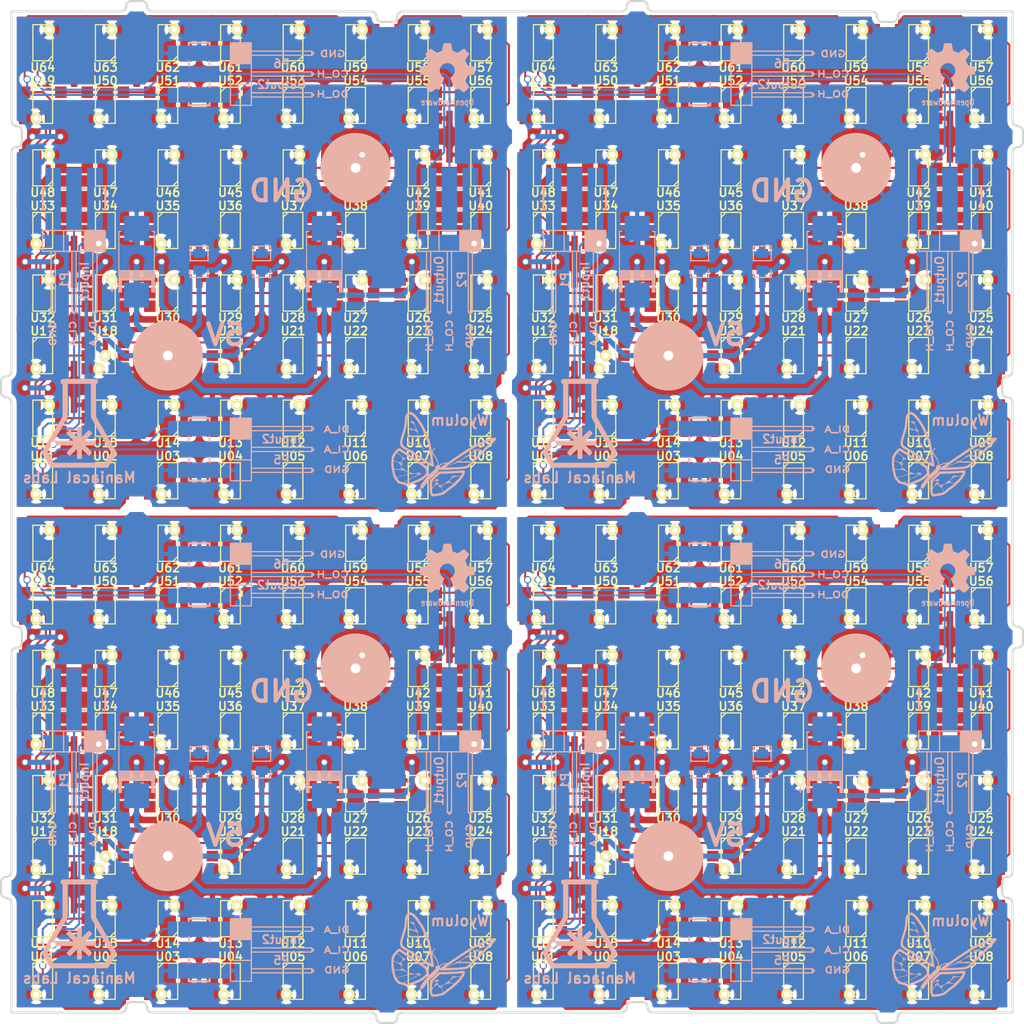
<source format=kicad_pcb>
(kicad_pcb (version 4) (host pcbnew "(2015-07-01 BZR 5850)-product")
  (layers (0 Front signal hide) (31 Back signal hide) (34 B.Paste user) (35 F.Paste user) (36 B.SilkS user) (37 F.SilkS user) (38 B.Mask user) (39 F.Mask user) (44 Edge.Cuts user))
  (net 0 "")
  (net 1 /Row_A/DI_A)
  (net 2 /Row_H/DO_H)
  (net 3 GND)
  (net 4 /Row_A/5V)
  (net 5 /Row_A/CI_A)
  (net 6 /Row_H/CO_H)
  (net 7 /Row_A/CI_B)
  (net 8 /Row_A/DI_B)
  (net 9 /Row_B/CI_C)
  (net 10 /Row_B/DI_C)
  (net 11 /Row_C/CI_D)
  (net 12 /Row_C/DI_D)
  (net 13 /Row_D/CI_E)
  (net 14 /Row_D/DI_E)
  (net 15 /Row_E/CI_F)
  (net 16 /Row_E/DI_F)
  (net 17 /Row_F/CI_G)
  (net 18 /Row_F/DI_G)
  (net 19 /Row_G/CI_H)
  (net 20 /Row_G/DI_H)
  (net 21 "Net-(U01-Pad5)")
  (net 22 "Net-(U01-Pad6)")
  (net 23 "Net-(U02-Pad5)")
  (net 24 "Net-(U02-Pad6)")
  (net 25 "Net-(U03-Pad5)")
  (net 26 "Net-(U03-Pad6)")
  (net 27 "Net-(U04-Pad5)")
  (net 28 "Net-(U04-Pad6)")
  (net 29 "Net-(U05-Pad5)")
  (net 30 "Net-(U05-Pad6)")
  (net 31 "Net-(U06-Pad5)")
  (net 32 "Net-(U06-Pad6)")
  (net 33 "Net-(U07-Pad5)")
  (net 34 "Net-(U07-Pad6)")
  (net 35 "Net-(U09-Pad5)")
  (net 36 "Net-(U09-Pad6)")
  (net 37 "Net-(U10-Pad5)")
  (net 38 "Net-(U10-Pad6)")
  (net 39 "Net-(U11-Pad5)")
  (net 40 "Net-(U11-Pad6)")
  (net 41 "Net-(U12-Pad5)")
  (net 42 "Net-(U12-Pad6)")
  (net 43 "Net-(U13-Pad5)")
  (net 44 "Net-(U13-Pad6)")
  (net 45 "Net-(U14-Pad5)")
  (net 46 "Net-(U14-Pad6)")
  (net 47 "Net-(U15-Pad5)")
  (net 48 "Net-(U15-Pad6)")
  (net 49 "Net-(U17-Pad5)")
  (net 50 "Net-(U17-Pad6)")
  (net 51 "Net-(U18-Pad5)")
  (net 52 "Net-(U18-Pad6)")
  (net 53 "Net-(U19-Pad5)")
  (net 54 "Net-(U19-Pad6)")
  (net 55 "Net-(U20-Pad5)")
  (net 56 "Net-(U20-Pad6)")
  (net 57 "Net-(U21-Pad5)")
  (net 58 "Net-(U21-Pad6)")
  (net 59 "Net-(U22-Pad5)")
  (net 60 "Net-(U22-Pad6)")
  (net 61 "Net-(U23-Pad5)")
  (net 62 "Net-(U23-Pad6)")
  (net 63 "Net-(U25-Pad5)")
  (net 64 "Net-(U25-Pad6)")
  (net 65 "Net-(U26-Pad5)")
  (net 66 "Net-(U26-Pad6)")
  (net 67 "Net-(U27-Pad5)")
  (net 68 "Net-(U27-Pad6)")
  (net 69 "Net-(U28-Pad5)")
  (net 70 "Net-(U28-Pad6)")
  (net 71 "Net-(U29-Pad5)")
  (net 72 "Net-(U29-Pad6)")
  (net 73 "Net-(U30-Pad5)")
  (net 74 "Net-(U30-Pad6)")
  (net 75 "Net-(U31-Pad5)")
  (net 76 "Net-(U31-Pad6)")
  (net 77 "Net-(U33-Pad5)")
  (net 78 "Net-(U33-Pad6)")
  (net 79 "Net-(U34-Pad5)")
  (net 80 "Net-(U34-Pad6)")
  (net 81 "Net-(U35-Pad5)")
  (net 82 "Net-(U35-Pad6)")
  (net 83 "Net-(U36-Pad5)")
  (net 84 "Net-(U36-Pad6)")
  (net 85 "Net-(U37-Pad5)")
  (net 86 "Net-(U37-Pad6)")
  (net 87 "Net-(U38-Pad5)")
  (net 88 "Net-(U38-Pad6)")
  (net 89 "Net-(U39-Pad5)")
  (net 90 "Net-(U39-Pad6)")
  (net 91 "Net-(U41-Pad5)")
  (net 92 "Net-(U41-Pad6)")
  (net 93 "Net-(U42-Pad5)")
  (net 94 "Net-(U42-Pad6)")
  (net 95 "Net-(U43-Pad5)")
  (net 96 "Net-(U43-Pad6)")
  (net 97 "Net-(U44-Pad5)")
  (net 98 "Net-(U44-Pad6)")
  (net 99 "Net-(U45-Pad5)")
  (net 100 "Net-(U45-Pad6)")
  (net 101 "Net-(U46-Pad5)")
  (net 102 "Net-(U46-Pad6)")
  (net 103 "Net-(U47-Pad5)")
  (net 104 "Net-(U47-Pad6)")
  (net 105 "Net-(U49-Pad5)")
  (net 106 "Net-(U49-Pad6)")
  (net 107 "Net-(U50-Pad5)")
  (net 108 "Net-(U50-Pad6)")
  (net 109 "Net-(U51-Pad5)")
  (net 110 "Net-(U51-Pad6)")
  (net 111 "Net-(U52-Pad5)")
  (net 112 "Net-(U52-Pad6)")
  (net 113 "Net-(U53-Pad5)")
  (net 114 "Net-(U53-Pad6)")
  (net 115 "Net-(U54-Pad5)")
  (net 116 "Net-(U54-Pad6)")
  (net 117 "Net-(U55-Pad5)")
  (net 118 "Net-(U55-Pad6)")
  (net 119 "Net-(U57-Pad5)")
  (net 120 "Net-(U57-Pad6)")
  (net 121 "Net-(U58-Pad5)")
  (net 122 "Net-(U58-Pad6)")
  (net 123 "Net-(U59-Pad5)")
  (net 124 "Net-(U59-Pad6)")
  (net 125 "Net-(U60-Pad5)")
  (net 126 "Net-(U60-Pad6)")
  (net 127 "Net-(U61-Pad5)")
  (net 128 "Net-(U61-Pad6)")
  (net 129 "Net-(U62-Pad5)")
  (net 130 "Net-(U62-Pad6)")
  (net 131 "Net-(U63-Pad5)")
  (net 132 "Net-(U63-Pad6)")
  (module TinyTiM_Libs:c_2917 (layer Back) (at 67.31 120.65 270)
    (fp_text reference C4 hide)
    (fp_text value 47u,8V hide)
    (fp_text user + (at 3.3655 3.048 270) (layer B.SilkS) (effects (font (size 0.762 0.762) (thickness 0.1524)) (justify mirror)))
    (pad 1 smd rect (at 4.064 0 270) (size 3.048 3.048) (layers Back B.Paste B.Mask) (net 4 /Row_A/5V))
    (pad 2 smd rect (at -4.064 0 270) (size 3.048 3.048) (layers Back B.Paste B.Mask) (net 3 GND))
  )
  (module TinyTiM_Libs:c_2917 (layer Back) (at 44.45 120.65 270)
    (fp_text reference C2 hide)
    (fp_text value 47u,8V hide)
    (fp_text user + (at 3.3655 3.048 270) (layer B.SilkS) (effects (font (size 0.762 0.762) (thickness 0.1524)) (justify mirror)))
    (pad 1 smd rect (at 4.064 0 270) (size 3.048 3.048) (layers Back B.Paste B.Mask) (net 4 /Row_A/5V))
    (pad 2 smd rect (at -4.064 0 270) (size 3.048 3.048) (layers Back B.Paste B.Mask) (net 3 GND))
  )
  (module TinyTiM_Libs:APA102 (layer Front) (at 33.02 139.7 90)
    (fp_text reference U16 (at -3 0 180) (layer F.SilkS) (effects (font (size 1.016 1.016) (thickness 0.2032))))
    (fp_text value APA102 hide)
    (pad 3 smd rect (at 1.6 2.2 180) (size 1.4 1.4) (layers Front F.Paste F.Mask) (net 3 GND) (clearance 0.1))
    (pad 4 smd rect (at 1.6 -2.2 180) (size 1.4 1.4) (layers Front F.Paste F.Mask) (net 4 /Row_A/5V) (clearance 0.1))
    (pad 5 smd rect (at 0 -2.2 180) (size 1.4 1.3) (layers Front F.Paste F.Mask) (net 9 /Row_B/CI_C) (clearance 0.1))
    (pad 2 smd rect (at 0 2.2 180) (size 1.4 1.3) (layers Front F.Paste F.Mask) (net 47 "Net-(U15-Pad5)") (clearance 0.1))
    (pad 1 smd rect (at -1.6 2.2 180) (size 1.4 1.4) (layers Front F.Paste F.Mask) (net 48 "Net-(U15-Pad6)") (clearance 0.1))
    (pad 6 smd rect (at -1.6 -2.2 180) (size 1.4 1.4) (layers Front F.Paste F.Mask) (net 10 /Row_B/DI_C) (clearance 0.1))
    (pad 3 thru_hole circle (at 1.6 0.8 90) (size 1.4 1.4) (drill 0.7) (layers *.Cu *.Mask F.SilkS) (net 3 GND))
  )
  (module TinyTiM_Libs:APA102 (layer Front) (at 33.02 93.98 90)
    (fp_text reference U64 (at -3 0 180) (layer F.SilkS) (effects (font (size 1.016 1.016) (thickness 0.2032))))
    (fp_text value APA102 hide)
    (pad 3 smd rect (at 1.6 2.2 180) (size 1.4 1.4) (layers Front F.Paste F.Mask) (net 3 GND) (clearance 0.1))
    (pad 4 smd rect (at 1.6 -2.2 180) (size 1.4 1.4) (layers Front F.Paste F.Mask) (net 4 /Row_A/5V) (clearance 0.1))
    (pad 5 smd rect (at 0 -2.2 180) (size 1.4 1.3) (layers Front F.Paste F.Mask) (net 6 /Row_H/CO_H) (clearance 0.1))
    (pad 2 smd rect (at 0 2.2 180) (size 1.4 1.3) (layers Front F.Paste F.Mask) (net 131 "Net-(U63-Pad5)") (clearance 0.1))
    (pad 1 smd rect (at -1.6 2.2 180) (size 1.4 1.4) (layers Front F.Paste F.Mask) (net 132 "Net-(U63-Pad6)") (clearance 0.1))
    (pad 6 smd rect (at -1.6 -2.2 180) (size 1.4 1.4) (layers Front F.Paste F.Mask) (net 2 /Row_H/DO_H) (clearance 0.1))
    (pad 3 thru_hole circle (at 1.6 0.8 90) (size 1.4 1.4) (drill 0.7) (layers *.Cu *.Mask F.SilkS) (net 3 GND))
  )
  (module TinyTiM_Libs:APA102 (layer Front) (at 40.64 93.98 90)
    (fp_text reference U63 (at -3 0 180) (layer F.SilkS) (effects (font (size 1.016 1.016) (thickness 0.2032))))
    (fp_text value APA102 hide)
    (pad 3 smd rect (at 1.6 2.2 180) (size 1.4 1.4) (layers Front F.Paste F.Mask) (net 3 GND) (clearance 0.1))
    (pad 4 smd rect (at 1.6 -2.2 180) (size 1.4 1.4) (layers Front F.Paste F.Mask) (net 4 /Row_A/5V) (clearance 0.1))
    (pad 5 smd rect (at 0 -2.2 180) (size 1.4 1.3) (layers Front F.Paste F.Mask) (net 131 "Net-(U63-Pad5)") (clearance 0.1))
    (pad 2 smd rect (at 0 2.2 180) (size 1.4 1.3) (layers Front F.Paste F.Mask) (net 129 "Net-(U62-Pad5)") (clearance 0.1))
    (pad 1 smd rect (at -1.6 2.2 180) (size 1.4 1.4) (layers Front F.Paste F.Mask) (net 130 "Net-(U62-Pad6)") (clearance 0.1))
    (pad 6 smd rect (at -1.6 -2.2 180) (size 1.4 1.4) (layers Front F.Paste F.Mask) (net 132 "Net-(U63-Pad6)") (clearance 0.1))
    (pad 3 thru_hole circle (at 1.6 0.8 90) (size 1.4 1.4) (drill 0.7) (layers *.Cu *.Mask F.SilkS) (net 3 GND))
  )
  (module TinyTiM_Libs:APA102 (layer Front) (at 48.26 93.98 90)
    (fp_text reference U62 (at -3 0 180) (layer F.SilkS) (effects (font (size 1.016 1.016) (thickness 0.2032))))
    (fp_text value APA102 hide)
    (pad 3 smd rect (at 1.6 2.2 180) (size 1.4 1.4) (layers Front F.Paste F.Mask) (net 3 GND) (clearance 0.1))
    (pad 4 smd rect (at 1.6 -2.2 180) (size 1.4 1.4) (layers Front F.Paste F.Mask) (net 4 /Row_A/5V) (clearance 0.1))
    (pad 5 smd rect (at 0 -2.2 180) (size 1.4 1.3) (layers Front F.Paste F.Mask) (net 129 "Net-(U62-Pad5)") (clearance 0.1))
    (pad 2 smd rect (at 0 2.2 180) (size 1.4 1.3) (layers Front F.Paste F.Mask) (net 127 "Net-(U61-Pad5)") (clearance 0.1))
    (pad 1 smd rect (at -1.6 2.2 180) (size 1.4 1.4) (layers Front F.Paste F.Mask) (net 128 "Net-(U61-Pad6)") (clearance 0.1))
    (pad 6 smd rect (at -1.6 -2.2 180) (size 1.4 1.4) (layers Front F.Paste F.Mask) (net 130 "Net-(U62-Pad6)") (clearance 0.1))
    (pad 3 thru_hole circle (at 1.6 0.8 90) (size 1.4 1.4) (drill 0.7) (layers *.Cu *.Mask F.SilkS) (net 3 GND))
  )
  (module TinyTiM_Libs:APA102 (layer Front) (at 55.88 93.98 90)
    (fp_text reference U61 (at -3 0 180) (layer F.SilkS) (effects (font (size 1.016 1.016) (thickness 0.2032))))
    (fp_text value APA102 hide)
    (pad 3 smd rect (at 1.6 2.2 180) (size 1.4 1.4) (layers Front F.Paste F.Mask) (net 3 GND) (clearance 0.1))
    (pad 4 smd rect (at 1.6 -2.2 180) (size 1.4 1.4) (layers Front F.Paste F.Mask) (net 4 /Row_A/5V) (clearance 0.1))
    (pad 5 smd rect (at 0 -2.2 180) (size 1.4 1.3) (layers Front F.Paste F.Mask) (net 127 "Net-(U61-Pad5)") (clearance 0.1))
    (pad 2 smd rect (at 0 2.2 180) (size 1.4 1.3) (layers Front F.Paste F.Mask) (net 125 "Net-(U60-Pad5)") (clearance 0.1))
    (pad 1 smd rect (at -1.6 2.2 180) (size 1.4 1.4) (layers Front F.Paste F.Mask) (net 126 "Net-(U60-Pad6)") (clearance 0.1))
    (pad 6 smd rect (at -1.6 -2.2 180) (size 1.4 1.4) (layers Front F.Paste F.Mask) (net 128 "Net-(U61-Pad6)") (clearance 0.1))
    (pad 3 thru_hole circle (at 1.6 0.8 90) (size 1.4 1.4) (drill 0.7) (layers *.Cu *.Mask F.SilkS) (net 3 GND))
  )
  (module TinyTiM_Libs:APA102 (layer Front) (at 63.5 93.98 90)
    (fp_text reference U60 (at -3 0 180) (layer F.SilkS) (effects (font (size 1.016 1.016) (thickness 0.2032))))
    (fp_text value APA102 hide)
    (pad 3 smd rect (at 1.6 2.2 180) (size 1.4 1.4) (layers Front F.Paste F.Mask) (net 3 GND) (clearance 0.1))
    (pad 4 smd rect (at 1.6 -2.2 180) (size 1.4 1.4) (layers Front F.Paste F.Mask) (net 4 /Row_A/5V) (clearance 0.1))
    (pad 5 smd rect (at 0 -2.2 180) (size 1.4 1.3) (layers Front F.Paste F.Mask) (net 125 "Net-(U60-Pad5)") (clearance 0.1))
    (pad 2 smd rect (at 0 2.2 180) (size 1.4 1.3) (layers Front F.Paste F.Mask) (net 123 "Net-(U59-Pad5)") (clearance 0.1))
    (pad 1 smd rect (at -1.6 2.2 180) (size 1.4 1.4) (layers Front F.Paste F.Mask) (net 124 "Net-(U59-Pad6)") (clearance 0.1))
    (pad 6 smd rect (at -1.6 -2.2 180) (size 1.4 1.4) (layers Front F.Paste F.Mask) (net 126 "Net-(U60-Pad6)") (clearance 0.1))
    (pad 3 thru_hole circle (at 1.6 0.8 90) (size 1.4 1.4) (drill 0.7) (layers *.Cu *.Mask F.SilkS) (net 3 GND))
  )
  (module TinyTiM_Libs:APA102 (layer Front) (at 71.12 93.98 90)
    (fp_text reference U59 (at -3 0 180) (layer F.SilkS) (effects (font (size 1.016 1.016) (thickness 0.2032))))
    (fp_text value APA102 hide)
    (pad 3 smd rect (at 1.6 2.2 180) (size 1.4 1.4) (layers Front F.Paste F.Mask) (net 3 GND) (clearance 0.1))
    (pad 4 smd rect (at 1.6 -2.2 180) (size 1.4 1.4) (layers Front F.Paste F.Mask) (net 4 /Row_A/5V) (clearance 0.1))
    (pad 5 smd rect (at 0 -2.2 180) (size 1.4 1.3) (layers Front F.Paste F.Mask) (net 123 "Net-(U59-Pad5)") (clearance 0.1))
    (pad 2 smd rect (at 0 2.2 180) (size 1.4 1.3) (layers Front F.Paste F.Mask) (net 121 "Net-(U58-Pad5)") (clearance 0.1))
    (pad 1 smd rect (at -1.6 2.2 180) (size 1.4 1.4) (layers Front F.Paste F.Mask) (net 122 "Net-(U58-Pad6)") (clearance 0.1))
    (pad 6 smd rect (at -1.6 -2.2 180) (size 1.4 1.4) (layers Front F.Paste F.Mask) (net 124 "Net-(U59-Pad6)") (clearance 0.1))
    (pad 3 thru_hole circle (at 1.6 0.8 90) (size 1.4 1.4) (drill 0.7) (layers *.Cu *.Mask F.SilkS) (net 3 GND))
  )
  (module TinyTiM_Libs:APA102 (layer Front) (at 78.74 93.98 90)
    (fp_text reference U58 (at -3 0 180) (layer F.SilkS) (effects (font (size 1.016 1.016) (thickness 0.2032))))
    (fp_text value APA102 hide)
    (pad 3 smd rect (at 1.6 2.2 180) (size 1.4 1.4) (layers Front F.Paste F.Mask) (net 3 GND) (clearance 0.1))
    (pad 4 smd rect (at 1.6 -2.2 180) (size 1.4 1.4) (layers Front F.Paste F.Mask) (net 4 /Row_A/5V) (clearance 0.1))
    (pad 5 smd rect (at 0 -2.2 180) (size 1.4 1.3) (layers Front F.Paste F.Mask) (net 121 "Net-(U58-Pad5)") (clearance 0.1))
    (pad 2 smd rect (at 0 2.2 180) (size 1.4 1.3) (layers Front F.Paste F.Mask) (net 119 "Net-(U57-Pad5)") (clearance 0.1))
    (pad 1 smd rect (at -1.6 2.2 180) (size 1.4 1.4) (layers Front F.Paste F.Mask) (net 120 "Net-(U57-Pad6)") (clearance 0.1))
    (pad 6 smd rect (at -1.6 -2.2 180) (size 1.4 1.4) (layers Front F.Paste F.Mask) (net 122 "Net-(U58-Pad6)") (clearance 0.1))
    (pad 3 thru_hole circle (at 1.6 0.8 90) (size 1.4 1.4) (drill 0.7) (layers *.Cu *.Mask F.SilkS) (net 3 GND))
  )
  (module TinyTiM_Libs:APA102 (layer Front) (at 86.36 93.98 90)
    (fp_text reference U57 (at -3 0 180) (layer F.SilkS) (effects (font (size 1.016 1.016) (thickness 0.2032))))
    (fp_text value APA102 hide)
    (pad 3 smd rect (at 1.6 2.2 180) (size 1.4 1.4) (layers Front F.Paste F.Mask) (net 3 GND) (clearance 0.1))
    (pad 4 smd rect (at 1.6 -2.2 180) (size 1.4 1.4) (layers Front F.Paste F.Mask) (net 4 /Row_A/5V) (clearance 0.1))
    (pad 5 smd rect (at 0 -2.2 180) (size 1.4 1.3) (layers Front F.Paste F.Mask) (net 119 "Net-(U57-Pad5)") (clearance 0.1))
    (pad 2 smd rect (at 0 2.2 180) (size 1.4 1.3) (layers Front F.Paste F.Mask) (net 19 /Row_G/CI_H) (clearance 0.1))
    (pad 1 smd rect (at -1.6 2.2 180) (size 1.4 1.4) (layers Front F.Paste F.Mask) (net 20 /Row_G/DI_H) (clearance 0.1))
    (pad 6 smd rect (at -1.6 -2.2 180) (size 1.4 1.4) (layers Front F.Paste F.Mask) (net 120 "Net-(U57-Pad6)") (clearance 0.1))
    (pad 3 thru_hole circle (at 1.6 0.8 90) (size 1.4 1.4) (drill 0.7) (layers *.Cu *.Mask F.SilkS) (net 3 GND))
  )
  (module TinyTiM_Libs:APA102 (layer Front) (at 86.36 101.6 270)
    (fp_text reference U56 (at -3 0 360) (layer F.SilkS) (effects (font (size 1.016 1.016) (thickness 0.2032))))
    (fp_text value APA102 hide)
    (pad 3 smd rect (at 1.6 2.2) (size 1.4 1.4) (layers Front F.Paste F.Mask) (net 3 GND) (clearance 0.1))
    (pad 4 smd rect (at 1.6 -2.2) (size 1.4 1.4) (layers Front F.Paste F.Mask) (net 4 /Row_A/5V) (clearance 0.1))
    (pad 5 smd rect (at 0 -2.2) (size 1.4 1.3) (layers Front F.Paste F.Mask) (net 19 /Row_G/CI_H) (clearance 0.1))
    (pad 2 smd rect (at 0 2.2) (size 1.4 1.3) (layers Front F.Paste F.Mask) (net 117 "Net-(U55-Pad5)") (clearance 0.1))
    (pad 1 smd rect (at -1.6 2.2) (size 1.4 1.4) (layers Front F.Paste F.Mask) (net 118 "Net-(U55-Pad6)") (clearance 0.1))
    (pad 6 smd rect (at -1.6 -2.2) (size 1.4 1.4) (layers Front F.Paste F.Mask) (net 20 /Row_G/DI_H) (clearance 0.1))
    (pad 3 thru_hole circle (at 1.6 0.8 270) (size 1.4 1.4) (drill 0.7) (layers *.Cu *.Mask F.SilkS) (net 3 GND))
  )
  (module TinyTiM_Libs:APA102 (layer Front) (at 78.74 101.6 270)
    (fp_text reference U55 (at -3 0 360) (layer F.SilkS) (effects (font (size 1.016 1.016) (thickness 0.2032))))
    (fp_text value APA102 hide)
    (pad 3 smd rect (at 1.6 2.2) (size 1.4 1.4) (layers Front F.Paste F.Mask) (net 3 GND) (clearance 0.1))
    (pad 4 smd rect (at 1.6 -2.2) (size 1.4 1.4) (layers Front F.Paste F.Mask) (net 4 /Row_A/5V) (clearance 0.1))
    (pad 5 smd rect (at 0 -2.2) (size 1.4 1.3) (layers Front F.Paste F.Mask) (net 117 "Net-(U55-Pad5)") (clearance 0.1))
    (pad 2 smd rect (at 0 2.2) (size 1.4 1.3) (layers Front F.Paste F.Mask) (net 115 "Net-(U54-Pad5)") (clearance 0.1))
    (pad 1 smd rect (at -1.6 2.2) (size 1.4 1.4) (layers Front F.Paste F.Mask) (net 116 "Net-(U54-Pad6)") (clearance 0.1))
    (pad 6 smd rect (at -1.6 -2.2) (size 1.4 1.4) (layers Front F.Paste F.Mask) (net 118 "Net-(U55-Pad6)") (clearance 0.1))
    (pad 3 thru_hole circle (at 1.6 0.8 270) (size 1.4 1.4) (drill 0.7) (layers *.Cu *.Mask F.SilkS) (net 3 GND))
  )
  (module TinyTiM_Libs:APA102 (layer Front) (at 71.12 101.6 270)
    (fp_text reference U54 (at -3 0 360) (layer F.SilkS) (effects (font (size 1.016 1.016) (thickness 0.2032))))
    (fp_text value APA102 hide)
    (pad 3 smd rect (at 1.6 2.2) (size 1.4 1.4) (layers Front F.Paste F.Mask) (net 3 GND) (clearance 0.1))
    (pad 4 smd rect (at 1.6 -2.2) (size 1.4 1.4) (layers Front F.Paste F.Mask) (net 4 /Row_A/5V) (clearance 0.1))
    (pad 5 smd rect (at 0 -2.2) (size 1.4 1.3) (layers Front F.Paste F.Mask) (net 115 "Net-(U54-Pad5)") (clearance 0.1))
    (pad 2 smd rect (at 0 2.2) (size 1.4 1.3) (layers Front F.Paste F.Mask) (net 113 "Net-(U53-Pad5)") (clearance 0.1))
    (pad 1 smd rect (at -1.6 2.2) (size 1.4 1.4) (layers Front F.Paste F.Mask) (net 114 "Net-(U53-Pad6)") (clearance 0.1))
    (pad 6 smd rect (at -1.6 -2.2) (size 1.4 1.4) (layers Front F.Paste F.Mask) (net 116 "Net-(U54-Pad6)") (clearance 0.1))
    (pad 3 thru_hole circle (at 1.6 0.8 270) (size 1.4 1.4) (drill 0.7) (layers *.Cu *.Mask F.SilkS) (net 3 GND))
  )
  (module TinyTiM_Libs:APA102 (layer Front) (at 63.5 101.6 270)
    (fp_text reference U53 (at -3 0 360) (layer F.SilkS) (effects (font (size 1.016 1.016) (thickness 0.2032))))
    (fp_text value APA102 hide)
    (pad 3 smd rect (at 1.6 2.2) (size 1.4 1.4) (layers Front F.Paste F.Mask) (net 3 GND) (clearance 0.1))
    (pad 4 smd rect (at 1.6 -2.2) (size 1.4 1.4) (layers Front F.Paste F.Mask) (net 4 /Row_A/5V) (clearance 0.1))
    (pad 5 smd rect (at 0 -2.2) (size 1.4 1.3) (layers Front F.Paste F.Mask) (net 113 "Net-(U53-Pad5)") (clearance 0.1))
    (pad 2 smd rect (at 0 2.2) (size 1.4 1.3) (layers Front F.Paste F.Mask) (net 111 "Net-(U52-Pad5)") (clearance 0.1))
    (pad 1 smd rect (at -1.6 2.2) (size 1.4 1.4) (layers Front F.Paste F.Mask) (net 112 "Net-(U52-Pad6)") (clearance 0.1))
    (pad 6 smd rect (at -1.6 -2.2) (size 1.4 1.4) (layers Front F.Paste F.Mask) (net 114 "Net-(U53-Pad6)") (clearance 0.1))
    (pad 3 thru_hole circle (at 1.6 0.8 270) (size 1.4 1.4) (drill 0.7) (layers *.Cu *.Mask F.SilkS) (net 3 GND))
  )
  (module TinyTiM_Libs:APA102 (layer Front) (at 55.88 101.6 270)
    (fp_text reference U52 (at -3 0 360) (layer F.SilkS) (effects (font (size 1.016 1.016) (thickness 0.2032))))
    (fp_text value APA102 hide)
    (pad 3 smd rect (at 1.6 2.2) (size 1.4 1.4) (layers Front F.Paste F.Mask) (net 3 GND) (clearance 0.1))
    (pad 4 smd rect (at 1.6 -2.2) (size 1.4 1.4) (layers Front F.Paste F.Mask) (net 4 /Row_A/5V) (clearance 0.1))
    (pad 5 smd rect (at 0 -2.2) (size 1.4 1.3) (layers Front F.Paste F.Mask) (net 111 "Net-(U52-Pad5)") (clearance 0.1))
    (pad 2 smd rect (at 0 2.2) (size 1.4 1.3) (layers Front F.Paste F.Mask) (net 109 "Net-(U51-Pad5)") (clearance 0.1))
    (pad 1 smd rect (at -1.6 2.2) (size 1.4 1.4) (layers Front F.Paste F.Mask) (net 110 "Net-(U51-Pad6)") (clearance 0.1))
    (pad 6 smd rect (at -1.6 -2.2) (size 1.4 1.4) (layers Front F.Paste F.Mask) (net 112 "Net-(U52-Pad6)") (clearance 0.1))
    (pad 3 thru_hole circle (at 1.6 0.8 270) (size 1.4 1.4) (drill 0.7) (layers *.Cu *.Mask F.SilkS) (net 3 GND))
  )
  (module TinyTiM_Libs:APA102 (layer Front) (at 48.26 101.6 270)
    (fp_text reference U51 (at -3 0 360) (layer F.SilkS) (effects (font (size 1.016 1.016) (thickness 0.2032))))
    (fp_text value APA102 hide)
    (pad 3 smd rect (at 1.6 2.2) (size 1.4 1.4) (layers Front F.Paste F.Mask) (net 3 GND) (clearance 0.1))
    (pad 4 smd rect (at 1.6 -2.2) (size 1.4 1.4) (layers Front F.Paste F.Mask) (net 4 /Row_A/5V) (clearance 0.1))
    (pad 5 smd rect (at 0 -2.2) (size 1.4 1.3) (layers Front F.Paste F.Mask) (net 109 "Net-(U51-Pad5)") (clearance 0.1))
    (pad 2 smd rect (at 0 2.2) (size 1.4 1.3) (layers Front F.Paste F.Mask) (net 107 "Net-(U50-Pad5)") (clearance 0.1))
    (pad 1 smd rect (at -1.6 2.2) (size 1.4 1.4) (layers Front F.Paste F.Mask) (net 108 "Net-(U50-Pad6)") (clearance 0.1))
    (pad 6 smd rect (at -1.6 -2.2) (size 1.4 1.4) (layers Front F.Paste F.Mask) (net 110 "Net-(U51-Pad6)") (clearance 0.1))
    (pad 3 thru_hole circle (at 1.6 0.8 270) (size 1.4 1.4) (drill 0.7) (layers *.Cu *.Mask F.SilkS) (net 3 GND))
  )
  (module TinyTiM_Libs:APA102 (layer Front) (at 40.64 101.6 270)
    (fp_text reference U50 (at -3 0 360) (layer F.SilkS) (effects (font (size 1.016 1.016) (thickness 0.2032))))
    (fp_text value APA102 hide)
    (pad 3 smd rect (at 1.6 2.2) (size 1.4 1.4) (layers Front F.Paste F.Mask) (net 3 GND) (clearance 0.1))
    (pad 4 smd rect (at 1.6 -2.2) (size 1.4 1.4) (layers Front F.Paste F.Mask) (net 4 /Row_A/5V) (clearance 0.1))
    (pad 5 smd rect (at 0 -2.2) (size 1.4 1.3) (layers Front F.Paste F.Mask) (net 107 "Net-(U50-Pad5)") (clearance 0.1))
    (pad 2 smd rect (at 0 2.2) (size 1.4 1.3) (layers Front F.Paste F.Mask) (net 105 "Net-(U49-Pad5)") (clearance 0.1))
    (pad 1 smd rect (at -1.6 2.2) (size 1.4 1.4) (layers Front F.Paste F.Mask) (net 106 "Net-(U49-Pad6)") (clearance 0.1))
    (pad 6 smd rect (at -1.6 -2.2) (size 1.4 1.4) (layers Front F.Paste F.Mask) (net 108 "Net-(U50-Pad6)") (clearance 0.1))
    (pad 3 thru_hole circle (at 1.6 0.8 270) (size 1.4 1.4) (drill 0.7) (layers *.Cu *.Mask F.SilkS) (net 3 GND))
  )
  (module TinyTiM_Libs:APA102 (layer Front) (at 33.02 101.6 270)
    (fp_text reference U49 (at -3 0 360) (layer F.SilkS) (effects (font (size 1.016 1.016) (thickness 0.2032))))
    (fp_text value APA102 hide)
    (pad 3 smd rect (at 1.6 2.2) (size 1.4 1.4) (layers Front F.Paste F.Mask) (net 3 GND) (clearance 0.1))
    (pad 4 smd rect (at 1.6 -2.2) (size 1.4 1.4) (layers Front F.Paste F.Mask) (net 4 /Row_A/5V) (clearance 0.1))
    (pad 5 smd rect (at 0 -2.2) (size 1.4 1.3) (layers Front F.Paste F.Mask) (net 105 "Net-(U49-Pad5)") (clearance 0.1))
    (pad 2 smd rect (at 0 2.2) (size 1.4 1.3) (layers Front F.Paste F.Mask) (net 17 /Row_F/CI_G) (clearance 0.1))
    (pad 1 smd rect (at -1.6 2.2) (size 1.4 1.4) (layers Front F.Paste F.Mask) (net 18 /Row_F/DI_G) (clearance 0.1))
    (pad 6 smd rect (at -1.6 -2.2) (size 1.4 1.4) (layers Front F.Paste F.Mask) (net 106 "Net-(U49-Pad6)") (clearance 0.1))
    (pad 3 thru_hole circle (at 1.6 0.8 270) (size 1.4 1.4) (drill 0.7) (layers *.Cu *.Mask F.SilkS) (net 3 GND))
  )
  (module TinyTiM_Libs:APA102 (layer Front) (at 33.02 109.22 90)
    (fp_text reference U48 (at -3 0 180) (layer F.SilkS) (effects (font (size 1.016 1.016) (thickness 0.2032))))
    (fp_text value APA102 hide)
    (pad 3 smd rect (at 1.6 2.2 180) (size 1.4 1.4) (layers Front F.Paste F.Mask) (net 3 GND) (clearance 0.1))
    (pad 4 smd rect (at 1.6 -2.2 180) (size 1.4 1.4) (layers Front F.Paste F.Mask) (net 4 /Row_A/5V) (clearance 0.1))
    (pad 5 smd rect (at 0 -2.2 180) (size 1.4 1.3) (layers Front F.Paste F.Mask) (net 17 /Row_F/CI_G) (clearance 0.1))
    (pad 2 smd rect (at 0 2.2 180) (size 1.4 1.3) (layers Front F.Paste F.Mask) (net 103 "Net-(U47-Pad5)") (clearance 0.1))
    (pad 1 smd rect (at -1.6 2.2 180) (size 1.4 1.4) (layers Front F.Paste F.Mask) (net 104 "Net-(U47-Pad6)") (clearance 0.1))
    (pad 6 smd rect (at -1.6 -2.2 180) (size 1.4 1.4) (layers Front F.Paste F.Mask) (net 18 /Row_F/DI_G) (clearance 0.1))
    (pad 3 thru_hole circle (at 1.6 0.8 90) (size 1.4 1.4) (drill 0.7) (layers *.Cu *.Mask F.SilkS) (net 3 GND))
  )
  (module TinyTiM_Libs:APA102 (layer Front) (at 40.64 109.22 90)
    (fp_text reference U47 (at -3 0 180) (layer F.SilkS) (effects (font (size 1.016 1.016) (thickness 0.2032))))
    (fp_text value APA102 hide)
    (pad 3 smd rect (at 1.6 2.2 180) (size 1.4 1.4) (layers Front F.Paste F.Mask) (net 3 GND) (clearance 0.1))
    (pad 4 smd rect (at 1.6 -2.2 180) (size 1.4 1.4) (layers Front F.Paste F.Mask) (net 4 /Row_A/5V) (clearance 0.1))
    (pad 5 smd rect (at 0 -2.2 180) (size 1.4 1.3) (layers Front F.Paste F.Mask) (net 103 "Net-(U47-Pad5)") (clearance 0.1))
    (pad 2 smd rect (at 0 2.2 180) (size 1.4 1.3) (layers Front F.Paste F.Mask) (net 101 "Net-(U46-Pad5)") (clearance 0.1))
    (pad 1 smd rect (at -1.6 2.2 180) (size 1.4 1.4) (layers Front F.Paste F.Mask) (net 102 "Net-(U46-Pad6)") (clearance 0.1))
    (pad 6 smd rect (at -1.6 -2.2 180) (size 1.4 1.4) (layers Front F.Paste F.Mask) (net 104 "Net-(U47-Pad6)") (clearance 0.1))
    (pad 3 thru_hole circle (at 1.6 0.8 90) (size 1.4 1.4) (drill 0.7) (layers *.Cu *.Mask F.SilkS) (net 3 GND))
  )
  (module TinyTiM_Libs:APA102 (layer Front) (at 48.26 109.22 90)
    (fp_text reference U46 (at -3 0 180) (layer F.SilkS) (effects (font (size 1.016 1.016) (thickness 0.2032))))
    (fp_text value APA102 hide)
    (pad 3 smd rect (at 1.6 2.2 180) (size 1.4 1.4) (layers Front F.Paste F.Mask) (net 3 GND) (clearance 0.1))
    (pad 4 smd rect (at 1.6 -2.2 180) (size 1.4 1.4) (layers Front F.Paste F.Mask) (net 4 /Row_A/5V) (clearance 0.1))
    (pad 5 smd rect (at 0 -2.2 180) (size 1.4 1.3) (layers Front F.Paste F.Mask) (net 101 "Net-(U46-Pad5)") (clearance 0.1))
    (pad 2 smd rect (at 0 2.2 180) (size 1.4 1.3) (layers Front F.Paste F.Mask) (net 99 "Net-(U45-Pad5)") (clearance 0.1))
    (pad 1 smd rect (at -1.6 2.2 180) (size 1.4 1.4) (layers Front F.Paste F.Mask) (net 100 "Net-(U45-Pad6)") (clearance 0.1))
    (pad 6 smd rect (at -1.6 -2.2 180) (size 1.4 1.4) (layers Front F.Paste F.Mask) (net 102 "Net-(U46-Pad6)") (clearance 0.1))
    (pad 3 thru_hole circle (at 1.6 0.8 90) (size 1.4 1.4) (drill 0.7) (layers *.Cu *.Mask F.SilkS) (net 3 GND))
  )
  (module TinyTiM_Libs:APA102 (layer Front) (at 55.88 109.22 90)
    (fp_text reference U45 (at -3 0 180) (layer F.SilkS) (effects (font (size 1.016 1.016) (thickness 0.2032))))
    (fp_text value APA102 hide)
    (pad 3 smd rect (at 1.6 2.2 180) (size 1.4 1.4) (layers Front F.Paste F.Mask) (net 3 GND) (clearance 0.1))
    (pad 4 smd rect (at 1.6 -2.2 180) (size 1.4 1.4) (layers Front F.Paste F.Mask) (net 4 /Row_A/5V) (clearance 0.1))
    (pad 5 smd rect (at 0 -2.2 180) (size 1.4 1.3) (layers Front F.Paste F.Mask) (net 99 "Net-(U45-Pad5)") (clearance 0.1))
    (pad 2 smd rect (at 0 2.2 180) (size 1.4 1.3) (layers Front F.Paste F.Mask) (net 97 "Net-(U44-Pad5)") (clearance 0.1))
    (pad 1 smd rect (at -1.6 2.2 180) (size 1.4 1.4) (layers Front F.Paste F.Mask) (net 98 "Net-(U44-Pad6)") (clearance 0.1))
    (pad 6 smd rect (at -1.6 -2.2 180) (size 1.4 1.4) (layers Front F.Paste F.Mask) (net 100 "Net-(U45-Pad6)") (clearance 0.1))
    (pad 3 thru_hole circle (at 1.6 0.8 90) (size 1.4 1.4) (drill 0.7) (layers *.Cu *.Mask F.SilkS) (net 3 GND))
  )
  (module TinyTiM_Libs:APA102 (layer Front) (at 63.5 109.22 90)
    (fp_text reference U44 (at -3 0 180) (layer F.SilkS) (effects (font (size 1.016 1.016) (thickness 0.2032))))
    (fp_text value APA102 hide)
    (pad 3 smd rect (at 1.6 2.2 180) (size 1.4 1.4) (layers Front F.Paste F.Mask) (net 3 GND) (clearance 0.1))
    (pad 4 smd rect (at 1.6 -2.2 180) (size 1.4 1.4) (layers Front F.Paste F.Mask) (net 4 /Row_A/5V) (clearance 0.1))
    (pad 5 smd rect (at 0 -2.2 180) (size 1.4 1.3) (layers Front F.Paste F.Mask) (net 97 "Net-(U44-Pad5)") (clearance 0.1))
    (pad 2 smd rect (at 0 2.2 180) (size 1.4 1.3) (layers Front F.Paste F.Mask) (net 95 "Net-(U43-Pad5)") (clearance 0.1))
    (pad 1 smd rect (at -1.6 2.2 180) (size 1.4 1.4) (layers Front F.Paste F.Mask) (net 96 "Net-(U43-Pad6)") (clearance 0.1))
    (pad 6 smd rect (at -1.6 -2.2 180) (size 1.4 1.4) (layers Front F.Paste F.Mask) (net 98 "Net-(U44-Pad6)") (clearance 0.1))
    (pad 3 thru_hole circle (at 1.6 0.8 90) (size 1.4 1.4) (drill 0.7) (layers *.Cu *.Mask F.SilkS) (net 3 GND))
  )
  (module TinyTiM_Libs:APA102 (layer Front) (at 71.12 109.22 90)
    (fp_text reference U43 (at -3 0 180) (layer F.SilkS) (effects (font (size 1.016 1.016) (thickness 0.2032))))
    (fp_text value APA102 hide)
    (pad 3 smd rect (at 1.6 2.2 180) (size 1.4 1.4) (layers Front F.Paste F.Mask) (net 3 GND) (clearance 0.1))
    (pad 4 smd rect (at 1.6 -2.2 180) (size 1.4 1.4) (layers Front F.Paste F.Mask) (net 4 /Row_A/5V) (clearance 0.1))
    (pad 5 smd rect (at 0 -2.2 180) (size 1.4 1.3) (layers Front F.Paste F.Mask) (net 95 "Net-(U43-Pad5)") (clearance 0.1))
    (pad 2 smd rect (at 0 2.2 180) (size 1.4 1.3) (layers Front F.Paste F.Mask) (net 93 "Net-(U42-Pad5)") (clearance 0.1))
    (pad 1 smd rect (at -1.6 2.2 180) (size 1.4 1.4) (layers Front F.Paste F.Mask) (net 94 "Net-(U42-Pad6)") (clearance 0.1))
    (pad 6 smd rect (at -1.6 -2.2 180) (size 1.4 1.4) (layers Front F.Paste F.Mask) (net 96 "Net-(U43-Pad6)") (clearance 0.1))
    (pad 3 thru_hole circle (at 1.6 0.8 90) (size 1.4 1.4) (drill 0.7) (layers *.Cu *.Mask F.SilkS) (net 3 GND))
  )
  (module TinyTiM_Libs:APA102 (layer Front) (at 78.74 109.22 90)
    (fp_text reference U42 (at -3 0 180) (layer F.SilkS) (effects (font (size 1.016 1.016) (thickness 0.2032))))
    (fp_text value APA102 hide)
    (pad 3 smd rect (at 1.6 2.2 180) (size 1.4 1.4) (layers Front F.Paste F.Mask) (net 3 GND) (clearance 0.1))
    (pad 4 smd rect (at 1.6 -2.2 180) (size 1.4 1.4) (layers Front F.Paste F.Mask) (net 4 /Row_A/5V) (clearance 0.1))
    (pad 5 smd rect (at 0 -2.2 180) (size 1.4 1.3) (layers Front F.Paste F.Mask) (net 93 "Net-(U42-Pad5)") (clearance 0.1))
    (pad 2 smd rect (at 0 2.2 180) (size 1.4 1.3) (layers Front F.Paste F.Mask) (net 91 "Net-(U41-Pad5)") (clearance 0.1))
    (pad 1 smd rect (at -1.6 2.2 180) (size 1.4 1.4) (layers Front F.Paste F.Mask) (net 92 "Net-(U41-Pad6)") (clearance 0.1))
    (pad 6 smd rect (at -1.6 -2.2 180) (size 1.4 1.4) (layers Front F.Paste F.Mask) (net 94 "Net-(U42-Pad6)") (clearance 0.1))
    (pad 3 thru_hole circle (at 1.6 0.8 90) (size 1.4 1.4) (drill 0.7) (layers *.Cu *.Mask F.SilkS) (net 3 GND))
  )
  (module TinyTiM_Libs:APA102 (layer Front) (at 86.36 109.22 90)
    (fp_text reference U41 (at -3 0 180) (layer F.SilkS) (effects (font (size 1.016 1.016) (thickness 0.2032))))
    (fp_text value APA102 hide)
    (pad 3 smd rect (at 1.6 2.2 180) (size 1.4 1.4) (layers Front F.Paste F.Mask) (net 3 GND) (clearance 0.1))
    (pad 4 smd rect (at 1.6 -2.2 180) (size 1.4 1.4) (layers Front F.Paste F.Mask) (net 4 /Row_A/5V) (clearance 0.1))
    (pad 5 smd rect (at 0 -2.2 180) (size 1.4 1.3) (layers Front F.Paste F.Mask) (net 91 "Net-(U41-Pad5)") (clearance 0.1))
    (pad 2 smd rect (at 0 2.2 180) (size 1.4 1.3) (layers Front F.Paste F.Mask) (net 15 /Row_E/CI_F) (clearance 0.1))
    (pad 1 smd rect (at -1.6 2.2 180) (size 1.4 1.4) (layers Front F.Paste F.Mask) (net 16 /Row_E/DI_F) (clearance 0.1))
    (pad 6 smd rect (at -1.6 -2.2 180) (size 1.4 1.4) (layers Front F.Paste F.Mask) (net 92 "Net-(U41-Pad6)") (clearance 0.1))
    (pad 3 thru_hole circle (at 1.6 0.8 90) (size 1.4 1.4) (drill 0.7) (layers *.Cu *.Mask F.SilkS) (net 3 GND))
  )
  (module TinyTiM_Libs:APA102 (layer Front) (at 86.36 116.84 270)
    (fp_text reference U40 (at -3 0 360) (layer F.SilkS) (effects (font (size 1.016 1.016) (thickness 0.2032))))
    (fp_text value APA102 hide)
    (pad 3 smd rect (at 1.6 2.2) (size 1.4 1.4) (layers Front F.Paste F.Mask) (net 3 GND) (clearance 0.1))
    (pad 4 smd rect (at 1.6 -2.2) (size 1.4 1.4) (layers Front F.Paste F.Mask) (net 4 /Row_A/5V) (clearance 0.1))
    (pad 5 smd rect (at 0 -2.2) (size 1.4 1.3) (layers Front F.Paste F.Mask) (net 15 /Row_E/CI_F) (clearance 0.1))
    (pad 2 smd rect (at 0 2.2) (size 1.4 1.3) (layers Front F.Paste F.Mask) (net 89 "Net-(U39-Pad5)") (clearance 0.1))
    (pad 1 smd rect (at -1.6 2.2) (size 1.4 1.4) (layers Front F.Paste F.Mask) (net 90 "Net-(U39-Pad6)") (clearance 0.1))
    (pad 6 smd rect (at -1.6 -2.2) (size 1.4 1.4) (layers Front F.Paste F.Mask) (net 16 /Row_E/DI_F) (clearance 0.1))
    (pad 3 thru_hole circle (at 1.6 0.8 270) (size 1.4 1.4) (drill 0.7) (layers *.Cu *.Mask F.SilkS) (net 3 GND))
  )
  (module TinyTiM_Libs:APA102 (layer Front) (at 78.74 116.84 270)
    (fp_text reference U39 (at -3 0 360) (layer F.SilkS) (effects (font (size 1.016 1.016) (thickness 0.2032))))
    (fp_text value APA102 hide)
    (pad 3 smd rect (at 1.6 2.2) (size 1.4 1.4) (layers Front F.Paste F.Mask) (net 3 GND) (clearance 0.1))
    (pad 4 smd rect (at 1.6 -2.2) (size 1.4 1.4) (layers Front F.Paste F.Mask) (net 4 /Row_A/5V) (clearance 0.1))
    (pad 5 smd rect (at 0 -2.2) (size 1.4 1.3) (layers Front F.Paste F.Mask) (net 89 "Net-(U39-Pad5)") (clearance 0.1))
    (pad 2 smd rect (at 0 2.2) (size 1.4 1.3) (layers Front F.Paste F.Mask) (net 87 "Net-(U38-Pad5)") (clearance 0.1))
    (pad 1 smd rect (at -1.6 2.2) (size 1.4 1.4) (layers Front F.Paste F.Mask) (net 88 "Net-(U38-Pad6)") (clearance 0.1))
    (pad 6 smd rect (at -1.6 -2.2) (size 1.4 1.4) (layers Front F.Paste F.Mask) (net 90 "Net-(U39-Pad6)") (clearance 0.1))
    (pad 3 thru_hole circle (at 1.6 0.8 270) (size 1.4 1.4) (drill 0.7) (layers *.Cu *.Mask F.SilkS) (net 3 GND))
  )
  (module TinyTiM_Libs:APA102 (layer Front) (at 71.12 116.84 270)
    (fp_text reference U38 (at -3 0 360) (layer F.SilkS) (effects (font (size 1.016 1.016) (thickness 0.2032))))
    (fp_text value APA102 hide)
    (pad 3 smd rect (at 1.6 2.2) (size 1.4 1.4) (layers Front F.Paste F.Mask) (net 3 GND) (clearance 0.1))
    (pad 4 smd rect (at 1.6 -2.2) (size 1.4 1.4) (layers Front F.Paste F.Mask) (net 4 /Row_A/5V) (clearance 0.1))
    (pad 5 smd rect (at 0 -2.2) (size 1.4 1.3) (layers Front F.Paste F.Mask) (net 87 "Net-(U38-Pad5)") (clearance 0.1))
    (pad 2 smd rect (at 0 2.2) (size 1.4 1.3) (layers Front F.Paste F.Mask) (net 85 "Net-(U37-Pad5)") (clearance 0.1))
    (pad 1 smd rect (at -1.6 2.2) (size 1.4 1.4) (layers Front F.Paste F.Mask) (net 86 "Net-(U37-Pad6)") (clearance 0.1))
    (pad 6 smd rect (at -1.6 -2.2) (size 1.4 1.4) (layers Front F.Paste F.Mask) (net 88 "Net-(U38-Pad6)") (clearance 0.1))
    (pad 3 thru_hole circle (at 1.6 0.8 270) (size 1.4 1.4) (drill 0.7) (layers *.Cu *.Mask F.SilkS) (net 3 GND))
  )
  (module TinyTiM_Libs:APA102 (layer Front) (at 63.5 116.84 270)
    (fp_text reference U37 (at -3 0 360) (layer F.SilkS) (effects (font (size 1.016 1.016) (thickness 0.2032))))
    (fp_text value APA102 hide)
    (pad 3 smd rect (at 1.6 2.2) (size 1.4 1.4) (layers Front F.Paste F.Mask) (net 3 GND) (clearance 0.1))
    (pad 4 smd rect (at 1.6 -2.2) (size 1.4 1.4) (layers Front F.Paste F.Mask) (net 4 /Row_A/5V) (clearance 0.1))
    (pad 5 smd rect (at 0 -2.2) (size 1.4 1.3) (layers Front F.Paste F.Mask) (net 85 "Net-(U37-Pad5)") (clearance 0.1))
    (pad 2 smd rect (at 0 2.2) (size 1.4 1.3) (layers Front F.Paste F.Mask) (net 83 "Net-(U36-Pad5)") (clearance 0.1))
    (pad 1 smd rect (at -1.6 2.2) (size 1.4 1.4) (layers Front F.Paste F.Mask) (net 84 "Net-(U36-Pad6)") (clearance 0.1))
    (pad 6 smd rect (at -1.6 -2.2) (size 1.4 1.4) (layers Front F.Paste F.Mask) (net 86 "Net-(U37-Pad6)") (clearance 0.1))
    (pad 3 thru_hole circle (at 1.6 0.8 270) (size 1.4 1.4) (drill 0.7) (layers *.Cu *.Mask F.SilkS) (net 3 GND))
  )
  (module TinyTiM_Libs:APA102 (layer Front) (at 55.88 116.84 270)
    (fp_text reference U36 (at -3 0 360) (layer F.SilkS) (effects (font (size 1.016 1.016) (thickness 0.2032))))
    (fp_text value APA102 hide)
    (pad 3 smd rect (at 1.6 2.2) (size 1.4 1.4) (layers Front F.Paste F.Mask) (net 3 GND) (clearance 0.1))
    (pad 4 smd rect (at 1.6 -2.2) (size 1.4 1.4) (layers Front F.Paste F.Mask) (net 4 /Row_A/5V) (clearance 0.1))
    (pad 5 smd rect (at 0 -2.2) (size 1.4 1.3) (layers Front F.Paste F.Mask) (net 83 "Net-(U36-Pad5)") (clearance 0.1))
    (pad 2 smd rect (at 0 2.2) (size 1.4 1.3) (layers Front F.Paste F.Mask) (net 81 "Net-(U35-Pad5)") (clearance 0.1))
    (pad 1 smd rect (at -1.6 2.2) (size 1.4 1.4) (layers Front F.Paste F.Mask) (net 82 "Net-(U35-Pad6)") (clearance 0.1))
    (pad 6 smd rect (at -1.6 -2.2) (size 1.4 1.4) (layers Front F.Paste F.Mask) (net 84 "Net-(U36-Pad6)") (clearance 0.1))
    (pad 3 thru_hole circle (at 1.6 0.8 270) (size 1.4 1.4) (drill 0.7) (layers *.Cu *.Mask F.SilkS) (net 3 GND))
  )
  (module TinyTiM_Libs:APA102 (layer Front) (at 48.26 116.84 270)
    (fp_text reference U35 (at -3 0 360) (layer F.SilkS) (effects (font (size 1.016 1.016) (thickness 0.2032))))
    (fp_text value APA102 hide)
    (pad 3 smd rect (at 1.6 2.2) (size 1.4 1.4) (layers Front F.Paste F.Mask) (net 3 GND) (clearance 0.1))
    (pad 4 smd rect (at 1.6 -2.2) (size 1.4 1.4) (layers Front F.Paste F.Mask) (net 4 /Row_A/5V) (clearance 0.1))
    (pad 5 smd rect (at 0 -2.2) (size 1.4 1.3) (layers Front F.Paste F.Mask) (net 81 "Net-(U35-Pad5)") (clearance 0.1))
    (pad 2 smd rect (at 0 2.2) (size 1.4 1.3) (layers Front F.Paste F.Mask) (net 79 "Net-(U34-Pad5)") (clearance 0.1))
    (pad 1 smd rect (at -1.6 2.2) (size 1.4 1.4) (layers Front F.Paste F.Mask) (net 80 "Net-(U34-Pad6)") (clearance 0.1))
    (pad 6 smd rect (at -1.6 -2.2) (size 1.4 1.4) (layers Front F.Paste F.Mask) (net 82 "Net-(U35-Pad6)") (clearance 0.1))
    (pad 3 thru_hole circle (at 1.6 0.8 270) (size 1.4 1.4) (drill 0.7) (layers *.Cu *.Mask F.SilkS) (net 3 GND))
  )
  (module TinyTiM_Libs:APA102 (layer Front) (at 40.64 116.84 270)
    (fp_text reference U34 (at -3 0 360) (layer F.SilkS) (effects (font (size 1.016 1.016) (thickness 0.2032))))
    (fp_text value APA102 hide)
    (pad 3 smd rect (at 1.6 2.2) (size 1.4 1.4) (layers Front F.Paste F.Mask) (net 3 GND) (clearance 0.1))
    (pad 4 smd rect (at 1.6 -2.2) (size 1.4 1.4) (layers Front F.Paste F.Mask) (net 4 /Row_A/5V) (clearance 0.1))
    (pad 5 smd rect (at 0 -2.2) (size 1.4 1.3) (layers Front F.Paste F.Mask) (net 79 "Net-(U34-Pad5)") (clearance 0.1))
    (pad 2 smd rect (at 0 2.2) (size 1.4 1.3) (layers Front F.Paste F.Mask) (net 77 "Net-(U33-Pad5)") (clearance 0.1))
    (pad 1 smd rect (at -1.6 2.2) (size 1.4 1.4) (layers Front F.Paste F.Mask) (net 78 "Net-(U33-Pad6)") (clearance 0.1))
    (pad 6 smd rect (at -1.6 -2.2) (size 1.4 1.4) (layers Front F.Paste F.Mask) (net 80 "Net-(U34-Pad6)") (clearance 0.1))
    (pad 3 thru_hole circle (at 1.6 0.8 270) (size 1.4 1.4) (drill 0.7) (layers *.Cu *.Mask F.SilkS) (net 3 GND))
  )
  (module TinyTiM_Libs:APA102 (layer Front) (at 33.02 116.84 270)
    (fp_text reference U33 (at -3 0 360) (layer F.SilkS) (effects (font (size 1.016 1.016) (thickness 0.2032))))
    (fp_text value APA102 hide)
    (pad 3 smd rect (at 1.6 2.2) (size 1.4 1.4) (layers Front F.Paste F.Mask) (net 3 GND) (clearance 0.1))
    (pad 4 smd rect (at 1.6 -2.2) (size 1.4 1.4) (layers Front F.Paste F.Mask) (net 4 /Row_A/5V) (clearance 0.1))
    (pad 5 smd rect (at 0 -2.2) (size 1.4 1.3) (layers Front F.Paste F.Mask) (net 77 "Net-(U33-Pad5)") (clearance 0.1))
    (pad 2 smd rect (at 0 2.2) (size 1.4 1.3) (layers Front F.Paste F.Mask) (net 13 /Row_D/CI_E) (clearance 0.1))
    (pad 1 smd rect (at -1.6 2.2) (size 1.4 1.4) (layers Front F.Paste F.Mask) (net 14 /Row_D/DI_E) (clearance 0.1))
    (pad 6 smd rect (at -1.6 -2.2) (size 1.4 1.4) (layers Front F.Paste F.Mask) (net 78 "Net-(U33-Pad6)") (clearance 0.1))
    (pad 3 thru_hole circle (at 1.6 0.8 270) (size 1.4 1.4) (drill 0.7) (layers *.Cu *.Mask F.SilkS) (net 3 GND))
  )
  (module TinyTiM_Libs:APA102 (layer Front) (at 33.02 124.46 90)
    (fp_text reference U32 (at -3 0 180) (layer F.SilkS) (effects (font (size 1.016 1.016) (thickness 0.2032))))
    (fp_text value APA102 hide)
    (pad 3 smd rect (at 1.6 2.2 180) (size 1.4 1.4) (layers Front F.Paste F.Mask) (net 3 GND) (clearance 0.1))
    (pad 4 smd rect (at 1.6 -2.2 180) (size 1.4 1.4) (layers Front F.Paste F.Mask) (net 4 /Row_A/5V) (clearance 0.1))
    (pad 5 smd rect (at 0 -2.2 180) (size 1.4 1.3) (layers Front F.Paste F.Mask) (net 13 /Row_D/CI_E) (clearance 0.1))
    (pad 2 smd rect (at 0 2.2 180) (size 1.4 1.3) (layers Front F.Paste F.Mask) (net 75 "Net-(U31-Pad5)") (clearance 0.1))
    (pad 1 smd rect (at -1.6 2.2 180) (size 1.4 1.4) (layers Front F.Paste F.Mask) (net 76 "Net-(U31-Pad6)") (clearance 0.1))
    (pad 6 smd rect (at -1.6 -2.2 180) (size 1.4 1.4) (layers Front F.Paste F.Mask) (net 14 /Row_D/DI_E) (clearance 0.1))
    (pad 3 thru_hole circle (at 1.6 0.8 90) (size 1.4 1.4) (drill 0.7) (layers *.Cu *.Mask F.SilkS) (net 3 GND))
  )
  (module TinyTiM_Libs:APA102 (layer Front) (at 40.64 124.46 90)
    (fp_text reference U31 (at -3 0 180) (layer F.SilkS) (effects (font (size 1.016 1.016) (thickness 0.2032))))
    (fp_text value APA102 hide)
    (pad 3 smd rect (at 1.6 2.2 180) (size 1.4 1.4) (layers Front F.Paste F.Mask) (net 3 GND) (clearance 0.1))
    (pad 4 smd rect (at 1.6 -2.2 180) (size 1.4 1.4) (layers Front F.Paste F.Mask) (net 4 /Row_A/5V) (clearance 0.1))
    (pad 5 smd rect (at 0 -2.2 180) (size 1.4 1.3) (layers Front F.Paste F.Mask) (net 75 "Net-(U31-Pad5)") (clearance 0.1))
    (pad 2 smd rect (at 0 2.2 180) (size 1.4 1.3) (layers Front F.Paste F.Mask) (net 73 "Net-(U30-Pad5)") (clearance 0.1))
    (pad 1 smd rect (at -1.6 2.2 180) (size 1.4 1.4) (layers Front F.Paste F.Mask) (net 74 "Net-(U30-Pad6)") (clearance 0.1))
    (pad 6 smd rect (at -1.6 -2.2 180) (size 1.4 1.4) (layers Front F.Paste F.Mask) (net 76 "Net-(U31-Pad6)") (clearance 0.1))
    (pad 3 thru_hole circle (at 1.6 0.8 90) (size 1.4 1.4) (drill 0.7) (layers *.Cu *.Mask F.SilkS) (net 3 GND))
  )
  (module TinyTiM_Libs:APA102 (layer Front) (at 48.26 124.46 90)
    (fp_text reference U30 (at -3 0 180) (layer F.SilkS) (effects (font (size 1.016 1.016) (thickness 0.2032))))
    (fp_text value APA102 hide)
    (pad 3 smd rect (at 1.6 2.2 180) (size 1.4 1.4) (layers Front F.Paste F.Mask) (net 3 GND) (clearance 0.1))
    (pad 4 smd rect (at 1.6 -2.2 180) (size 1.4 1.4) (layers Front F.Paste F.Mask) (net 4 /Row_A/5V) (clearance 0.1))
    (pad 5 smd rect (at 0 -2.2 180) (size 1.4 1.3) (layers Front F.Paste F.Mask) (net 73 "Net-(U30-Pad5)") (clearance 0.1))
    (pad 2 smd rect (at 0 2.2 180) (size 1.4 1.3) (layers Front F.Paste F.Mask) (net 71 "Net-(U29-Pad5)") (clearance 0.1))
    (pad 1 smd rect (at -1.6 2.2 180) (size 1.4 1.4) (layers Front F.Paste F.Mask) (net 72 "Net-(U29-Pad6)") (clearance 0.1))
    (pad 6 smd rect (at -1.6 -2.2 180) (size 1.4 1.4) (layers Front F.Paste F.Mask) (net 74 "Net-(U30-Pad6)") (clearance 0.1))
    (pad 3 thru_hole circle (at 1.6 0.8 90) (size 1.4 1.4) (drill 0.7) (layers *.Cu *.Mask F.SilkS) (net 3 GND))
  )
  (module TinyTiM_Libs:APA102 (layer Front) (at 55.88 124.46 90)
    (fp_text reference U29 (at -3 0 180) (layer F.SilkS) (effects (font (size 1.016 1.016) (thickness 0.2032))))
    (fp_text value APA102 hide)
    (pad 3 smd rect (at 1.6 2.2 180) (size 1.4 1.4) (layers Front F.Paste F.Mask) (net 3 GND) (clearance 0.1))
    (pad 4 smd rect (at 1.6 -2.2 180) (size 1.4 1.4) (layers Front F.Paste F.Mask) (net 4 /Row_A/5V) (clearance 0.1))
    (pad 5 smd rect (at 0 -2.2 180) (size 1.4 1.3) (layers Front F.Paste F.Mask) (net 71 "Net-(U29-Pad5)") (clearance 0.1))
    (pad 2 smd rect (at 0 2.2 180) (size 1.4 1.3) (layers Front F.Paste F.Mask) (net 69 "Net-(U28-Pad5)") (clearance 0.1))
    (pad 1 smd rect (at -1.6 2.2 180) (size 1.4 1.4) (layers Front F.Paste F.Mask) (net 70 "Net-(U28-Pad6)") (clearance 0.1))
    (pad 6 smd rect (at -1.6 -2.2 180) (size 1.4 1.4) (layers Front F.Paste F.Mask) (net 72 "Net-(U29-Pad6)") (clearance 0.1))
    (pad 3 thru_hole circle (at 1.6 0.8 90) (size 1.4 1.4) (drill 0.7) (layers *.Cu *.Mask F.SilkS) (net 3 GND))
  )
  (module TinyTiM_Libs:APA102 (layer Front) (at 63.5 124.46 90)
    (fp_text reference U28 (at -3 0 180) (layer F.SilkS) (effects (font (size 1.016 1.016) (thickness 0.2032))))
    (fp_text value APA102 hide)
    (pad 3 smd rect (at 1.6 2.2 180) (size 1.4 1.4) (layers Front F.Paste F.Mask) (net 3 GND) (clearance 0.1))
    (pad 4 smd rect (at 1.6 -2.2 180) (size 1.4 1.4) (layers Front F.Paste F.Mask) (net 4 /Row_A/5V) (clearance 0.1))
    (pad 5 smd rect (at 0 -2.2 180) (size 1.4 1.3) (layers Front F.Paste F.Mask) (net 69 "Net-(U28-Pad5)") (clearance 0.1))
    (pad 2 smd rect (at 0 2.2 180) (size 1.4 1.3) (layers Front F.Paste F.Mask) (net 67 "Net-(U27-Pad5)") (clearance 0.1))
    (pad 1 smd rect (at -1.6 2.2 180) (size 1.4 1.4) (layers Front F.Paste F.Mask) (net 68 "Net-(U27-Pad6)") (clearance 0.1))
    (pad 6 smd rect (at -1.6 -2.2 180) (size 1.4 1.4) (layers Front F.Paste F.Mask) (net 70 "Net-(U28-Pad6)") (clearance 0.1))
    (pad 3 thru_hole circle (at 1.6 0.8 90) (size 1.4 1.4) (drill 0.7) (layers *.Cu *.Mask F.SilkS) (net 3 GND))
  )
  (module TinyTiM_Libs:APA102 (layer Front) (at 71.12 124.46 90)
    (fp_text reference U27 (at -3 0 180) (layer F.SilkS) (effects (font (size 1.016 1.016) (thickness 0.2032))))
    (fp_text value APA102 hide)
    (pad 3 smd rect (at 1.6 2.2 180) (size 1.4 1.4) (layers Front F.Paste F.Mask) (net 3 GND) (clearance 0.1))
    (pad 4 smd rect (at 1.6 -2.2 180) (size 1.4 1.4) (layers Front F.Paste F.Mask) (net 4 /Row_A/5V) (clearance 0.1))
    (pad 5 smd rect (at 0 -2.2 180) (size 1.4 1.3) (layers Front F.Paste F.Mask) (net 67 "Net-(U27-Pad5)") (clearance 0.1))
    (pad 2 smd rect (at 0 2.2 180) (size 1.4 1.3) (layers Front F.Paste F.Mask) (net 65 "Net-(U26-Pad5)") (clearance 0.1))
    (pad 1 smd rect (at -1.6 2.2 180) (size 1.4 1.4) (layers Front F.Paste F.Mask) (net 66 "Net-(U26-Pad6)") (clearance 0.1))
    (pad 6 smd rect (at -1.6 -2.2 180) (size 1.4 1.4) (layers Front F.Paste F.Mask) (net 68 "Net-(U27-Pad6)") (clearance 0.1))
    (pad 3 thru_hole circle (at 1.6 0.8 90) (size 1.4 1.4) (drill 0.7) (layers *.Cu *.Mask F.SilkS) (net 3 GND))
  )
  (module TinyTiM_Libs:APA102 (layer Front) (at 78.74 124.46 90)
    (fp_text reference U26 (at -3 0 180) (layer F.SilkS) (effects (font (size 1.016 1.016) (thickness 0.2032))))
    (fp_text value APA102 hide)
    (pad 3 smd rect (at 1.6 2.2 180) (size 1.4 1.4) (layers Front F.Paste F.Mask) (net 3 GND) (clearance 0.1))
    (pad 4 smd rect (at 1.6 -2.2 180) (size 1.4 1.4) (layers Front F.Paste F.Mask) (net 4 /Row_A/5V) (clearance 0.1))
    (pad 5 smd rect (at 0 -2.2 180) (size 1.4 1.3) (layers Front F.Paste F.Mask) (net 65 "Net-(U26-Pad5)") (clearance 0.1))
    (pad 2 smd rect (at 0 2.2 180) (size 1.4 1.3) (layers Front F.Paste F.Mask) (net 63 "Net-(U25-Pad5)") (clearance 0.1))
    (pad 1 smd rect (at -1.6 2.2 180) (size 1.4 1.4) (layers Front F.Paste F.Mask) (net 64 "Net-(U25-Pad6)") (clearance 0.1))
    (pad 6 smd rect (at -1.6 -2.2 180) (size 1.4 1.4) (layers Front F.Paste F.Mask) (net 66 "Net-(U26-Pad6)") (clearance 0.1))
    (pad 3 thru_hole circle (at 1.6 0.8 90) (size 1.4 1.4) (drill 0.7) (layers *.Cu *.Mask F.SilkS) (net 3 GND))
  )
  (module TinyTiM_Libs:APA102 (layer Front) (at 86.36 124.46 90)
    (fp_text reference U25 (at -3 0 180) (layer F.SilkS) (effects (font (size 1.016 1.016) (thickness 0.2032))))
    (fp_text value APA102 hide)
    (pad 3 smd rect (at 1.6 2.2 180) (size 1.4 1.4) (layers Front F.Paste F.Mask) (net 3 GND) (clearance 0.1))
    (pad 4 smd rect (at 1.6 -2.2 180) (size 1.4 1.4) (layers Front F.Paste F.Mask) (net 4 /Row_A/5V) (clearance 0.1))
    (pad 5 smd rect (at 0 -2.2 180) (size 1.4 1.3) (layers Front F.Paste F.Mask) (net 63 "Net-(U25-Pad5)") (clearance 0.1))
    (pad 2 smd rect (at 0 2.2 180) (size 1.4 1.3) (layers Front F.Paste F.Mask) (net 11 /Row_C/CI_D) (clearance 0.1))
    (pad 1 smd rect (at -1.6 2.2 180) (size 1.4 1.4) (layers Front F.Paste F.Mask) (net 12 /Row_C/DI_D) (clearance 0.1))
    (pad 6 smd rect (at -1.6 -2.2 180) (size 1.4 1.4) (layers Front F.Paste F.Mask) (net 64 "Net-(U25-Pad6)") (clearance 0.1))
    (pad 3 thru_hole circle (at 1.6 0.8 90) (size 1.4 1.4) (drill 0.7) (layers *.Cu *.Mask F.SilkS) (net 3 GND))
  )
  (module TinyTiM_Libs:APA102 (layer Front) (at 86.36 132.08 270)
    (fp_text reference U24 (at -3 0 360) (layer F.SilkS) (effects (font (size 1.016 1.016) (thickness 0.2032))))
    (fp_text value APA102 hide)
    (pad 3 smd rect (at 1.6 2.2) (size 1.4 1.4) (layers Front F.Paste F.Mask) (net 3 GND) (clearance 0.1))
    (pad 4 smd rect (at 1.6 -2.2) (size 1.4 1.4) (layers Front F.Paste F.Mask) (net 4 /Row_A/5V) (clearance 0.1))
    (pad 5 smd rect (at 0 -2.2) (size 1.4 1.3) (layers Front F.Paste F.Mask) (net 11 /Row_C/CI_D) (clearance 0.1))
    (pad 2 smd rect (at 0 2.2) (size 1.4 1.3) (layers Front F.Paste F.Mask) (net 61 "Net-(U23-Pad5)") (clearance 0.1))
    (pad 1 smd rect (at -1.6 2.2) (size 1.4 1.4) (layers Front F.Paste F.Mask) (net 62 "Net-(U23-Pad6)") (clearance 0.1))
    (pad 6 smd rect (at -1.6 -2.2) (size 1.4 1.4) (layers Front F.Paste F.Mask) (net 12 /Row_C/DI_D) (clearance 0.1))
    (pad 3 thru_hole circle (at 1.6 0.8 270) (size 1.4 1.4) (drill 0.7) (layers *.Cu *.Mask F.SilkS) (net 3 GND))
  )
  (module TinyTiM_Libs:APA102 (layer Front) (at 78.74 132.08 270)
    (fp_text reference U23 (at -3 0 360) (layer F.SilkS) (effects (font (size 1.016 1.016) (thickness 0.2032))))
    (fp_text value APA102 hide)
    (pad 3 smd rect (at 1.6 2.2) (size 1.4 1.4) (layers Front F.Paste F.Mask) (net 3 GND) (clearance 0.1))
    (pad 4 smd rect (at 1.6 -2.2) (size 1.4 1.4) (layers Front F.Paste F.Mask) (net 4 /Row_A/5V) (clearance 0.1))
    (pad 5 smd rect (at 0 -2.2) (size 1.4 1.3) (layers Front F.Paste F.Mask) (net 61 "Net-(U23-Pad5)") (clearance 0.1))
    (pad 2 smd rect (at 0 2.2) (size 1.4 1.3) (layers Front F.Paste F.Mask) (net 59 "Net-(U22-Pad5)") (clearance 0.1))
    (pad 1 smd rect (at -1.6 2.2) (size 1.4 1.4) (layers Front F.Paste F.Mask) (net 60 "Net-(U22-Pad6)") (clearance 0.1))
    (pad 6 smd rect (at -1.6 -2.2) (size 1.4 1.4) (layers Front F.Paste F.Mask) (net 62 "Net-(U23-Pad6)") (clearance 0.1))
    (pad 3 thru_hole circle (at 1.6 0.8 270) (size 1.4 1.4) (drill 0.7) (layers *.Cu *.Mask F.SilkS) (net 3 GND))
  )
  (module TinyTiM_Libs:APA102 (layer Front) (at 71.12 132.08 270)
    (fp_text reference U22 (at -3 0 360) (layer F.SilkS) (effects (font (size 1.016 1.016) (thickness 0.2032))))
    (fp_text value APA102 hide)
    (pad 3 smd rect (at 1.6 2.2) (size 1.4 1.4) (layers Front F.Paste F.Mask) (net 3 GND) (clearance 0.1))
    (pad 4 smd rect (at 1.6 -2.2) (size 1.4 1.4) (layers Front F.Paste F.Mask) (net 4 /Row_A/5V) (clearance 0.1))
    (pad 5 smd rect (at 0 -2.2) (size 1.4 1.3) (layers Front F.Paste F.Mask) (net 59 "Net-(U22-Pad5)") (clearance 0.1))
    (pad 2 smd rect (at 0 2.2) (size 1.4 1.3) (layers Front F.Paste F.Mask) (net 57 "Net-(U21-Pad5)") (clearance 0.1))
    (pad 1 smd rect (at -1.6 2.2) (size 1.4 1.4) (layers Front F.Paste F.Mask) (net 58 "Net-(U21-Pad6)") (clearance 0.1))
    (pad 6 smd rect (at -1.6 -2.2) (size 1.4 1.4) (layers Front F.Paste F.Mask) (net 60 "Net-(U22-Pad6)") (clearance 0.1))
    (pad 3 thru_hole circle (at 1.6 0.8 270) (size 1.4 1.4) (drill 0.7) (layers *.Cu *.Mask F.SilkS) (net 3 GND))
  )
  (module TinyTiM_Libs:APA102 (layer Front) (at 63.5 132.08 270)
    (fp_text reference U21 (at -3 0 360) (layer F.SilkS) (effects (font (size 1.016 1.016) (thickness 0.2032))))
    (fp_text value APA102 hide)
    (pad 3 smd rect (at 1.6 2.2) (size 1.4 1.4) (layers Front F.Paste F.Mask) (net 3 GND) (clearance 0.1))
    (pad 4 smd rect (at 1.6 -2.2) (size 1.4 1.4) (layers Front F.Paste F.Mask) (net 4 /Row_A/5V) (clearance 0.1))
    (pad 5 smd rect (at 0 -2.2) (size 1.4 1.3) (layers Front F.Paste F.Mask) (net 57 "Net-(U21-Pad5)") (clearance 0.1))
    (pad 2 smd rect (at 0 2.2) (size 1.4 1.3) (layers Front F.Paste F.Mask) (net 55 "Net-(U20-Pad5)") (clearance 0.1))
    (pad 1 smd rect (at -1.6 2.2) (size 1.4 1.4) (layers Front F.Paste F.Mask) (net 56 "Net-(U20-Pad6)") (clearance 0.1))
    (pad 6 smd rect (at -1.6 -2.2) (size 1.4 1.4) (layers Front F.Paste F.Mask) (net 58 "Net-(U21-Pad6)") (clearance 0.1))
    (pad 3 thru_hole circle (at 1.6 0.8 270) (size 1.4 1.4) (drill 0.7) (layers *.Cu *.Mask F.SilkS) (net 3 GND))
  )
  (module TinyTiM_Libs:APA102 (layer Front) (at 55.88 132.08 270)
    (fp_text reference U20 (at -3 0 360) (layer F.SilkS) (effects (font (size 1.016 1.016) (thickness 0.2032))))
    (fp_text value APA102 hide)
    (pad 3 smd rect (at 1.6 2.2) (size 1.4 1.4) (layers Front F.Paste F.Mask) (net 3 GND) (clearance 0.1))
    (pad 4 smd rect (at 1.6 -2.2) (size 1.4 1.4) (layers Front F.Paste F.Mask) (net 4 /Row_A/5V) (clearance 0.1))
    (pad 5 smd rect (at 0 -2.2) (size 1.4 1.3) (layers Front F.Paste F.Mask) (net 55 "Net-(U20-Pad5)") (clearance 0.1))
    (pad 2 smd rect (at 0 2.2) (size 1.4 1.3) (layers Front F.Paste F.Mask) (net 53 "Net-(U19-Pad5)") (clearance 0.1))
    (pad 1 smd rect (at -1.6 2.2) (size 1.4 1.4) (layers Front F.Paste F.Mask) (net 54 "Net-(U19-Pad6)") (clearance 0.1))
    (pad 6 smd rect (at -1.6 -2.2) (size 1.4 1.4) (layers Front F.Paste F.Mask) (net 56 "Net-(U20-Pad6)") (clearance 0.1))
    (pad 3 thru_hole circle (at 1.6 0.8 270) (size 1.4 1.4) (drill 0.7) (layers *.Cu *.Mask F.SilkS) (net 3 GND))
  )
  (module TinyTiM_Libs:APA102 (layer Front) (at 48.26 132.08 270)
    (fp_text reference U19 (at -3 0 360) (layer F.SilkS) (effects (font (size 1.016 1.016) (thickness 0.2032))))
    (fp_text value APA102 hide)
    (pad 3 smd rect (at 1.6 2.2) (size 1.4 1.4) (layers Front F.Paste F.Mask) (net 3 GND) (clearance 0.1))
    (pad 4 smd rect (at 1.6 -2.2) (size 1.4 1.4) (layers Front F.Paste F.Mask) (net 4 /Row_A/5V) (clearance 0.1))
    (pad 5 smd rect (at 0 -2.2) (size 1.4 1.3) (layers Front F.Paste F.Mask) (net 53 "Net-(U19-Pad5)") (clearance 0.1))
    (pad 2 smd rect (at 0 2.2) (size 1.4 1.3) (layers Front F.Paste F.Mask) (net 51 "Net-(U18-Pad5)") (clearance 0.1))
    (pad 1 smd rect (at -1.6 2.2) (size 1.4 1.4) (layers Front F.Paste F.Mask) (net 52 "Net-(U18-Pad6)") (clearance 0.1))
    (pad 6 smd rect (at -1.6 -2.2) (size 1.4 1.4) (layers Front F.Paste F.Mask) (net 54 "Net-(U19-Pad6)") (clearance 0.1))
    (pad 3 thru_hole circle (at 0 7.62 270) (size 1.4 1.4) (drill 0.7) (layers *.Cu *.Mask F.SilkS) (net 3 GND))
  )
  (module TinyTiM_Libs:APA102 (layer Front) (at 40.64 132.08 270)
    (fp_text reference U18 (at -3 0 360) (layer F.SilkS) (effects (font (size 1.016 1.016) (thickness 0.2032))))
    (fp_text value APA102 hide)
    (pad 3 smd rect (at 1.6 2.2) (size 1.4 1.4) (layers Front F.Paste F.Mask) (net 3 GND) (clearance 0.1))
    (pad 4 smd rect (at 1.6 -2.2) (size 1.4 1.4) (layers Front F.Paste F.Mask) (net 4 /Row_A/5V) (clearance 0.1))
    (pad 5 smd rect (at 0 -2.2) (size 1.4 1.3) (layers Front F.Paste F.Mask) (net 51 "Net-(U18-Pad5)") (clearance 0.1))
    (pad 2 smd rect (at 0 2.2) (size 1.4 1.3) (layers Front F.Paste F.Mask) (net 49 "Net-(U17-Pad5)") (clearance 0.1))
    (pad 1 smd rect (at -1.6 2.2) (size 1.4 1.4) (layers Front F.Paste F.Mask) (net 50 "Net-(U17-Pad6)") (clearance 0.1))
    (pad 6 smd rect (at -1.6 -2.2) (size 1.4 1.4) (layers Front F.Paste F.Mask) (net 52 "Net-(U18-Pad6)") (clearance 0.1))
    (pad 3 thru_hole circle (at 1.6 0.8 270) (size 1.4 1.4) (drill 0.7) (layers *.Cu *.Mask F.SilkS) (net 3 GND))
  )
  (module TinyTiM_Libs:APA102 (layer Front) (at 33.02 132.08 270)
    (fp_text reference U17 (at -3 0 360) (layer F.SilkS) (effects (font (size 1.016 1.016) (thickness 0.2032))))
    (fp_text value APA102 hide)
    (pad 3 smd rect (at 1.6 2.2) (size 1.4 1.4) (layers Front F.Paste F.Mask) (net 3 GND) (clearance 0.1))
    (pad 4 smd rect (at 1.6 -2.2) (size 1.4 1.4) (layers Front F.Paste F.Mask) (net 4 /Row_A/5V) (clearance 0.1))
    (pad 5 smd rect (at 0 -2.2) (size 1.4 1.3) (layers Front F.Paste F.Mask) (net 49 "Net-(U17-Pad5)") (clearance 0.1))
    (pad 2 smd rect (at 0 2.2) (size 1.4 1.3) (layers Front F.Paste F.Mask) (net 9 /Row_B/CI_C) (clearance 0.1))
    (pad 1 smd rect (at -1.6 2.2) (size 1.4 1.4) (layers Front F.Paste F.Mask) (net 10 /Row_B/DI_C) (clearance 0.1))
    (pad 6 smd rect (at -1.6 -2.2) (size 1.4 1.4) (layers Front F.Paste F.Mask) (net 50 "Net-(U17-Pad6)") (clearance 0.1))
    (pad 3 thru_hole circle (at 1.6 0.8 270) (size 1.4 1.4) (drill 0.7) (layers *.Cu *.Mask F.SilkS) (net 3 GND))
  )
  (module TinyTiM_Libs:APA102 (layer Front) (at 40.64 139.7 90)
    (fp_text reference U15 (at -3 0 180) (layer F.SilkS) (effects (font (size 1.016 1.016) (thickness 0.2032))))
    (fp_text value APA102 hide)
    (pad 3 smd rect (at 1.6 2.2 180) (size 1.4 1.4) (layers Front F.Paste F.Mask) (net 3 GND) (clearance 0.1))
    (pad 4 smd rect (at 1.6 -2.2 180) (size 1.4 1.4) (layers Front F.Paste F.Mask) (net 4 /Row_A/5V) (clearance 0.1))
    (pad 5 smd rect (at 0 -2.2 180) (size 1.4 1.3) (layers Front F.Paste F.Mask) (net 47 "Net-(U15-Pad5)") (clearance 0.1))
    (pad 2 smd rect (at 0 2.2 180) (size 1.4 1.3) (layers Front F.Paste F.Mask) (net 45 "Net-(U14-Pad5)") (clearance 0.1))
    (pad 1 smd rect (at -1.6 2.2 180) (size 1.4 1.4) (layers Front F.Paste F.Mask) (net 46 "Net-(U14-Pad6)") (clearance 0.1))
    (pad 6 smd rect (at -1.6 -2.2 180) (size 1.4 1.4) (layers Front F.Paste F.Mask) (net 48 "Net-(U15-Pad6)") (clearance 0.1))
    (pad 3 thru_hole circle (at 1.6 0.8 90) (size 1.4 1.4) (drill 0.7) (layers *.Cu *.Mask F.SilkS) (net 3 GND))
  )
  (module TinyTiM_Libs:APA102 (layer Front) (at 48.26 139.7 90)
    (fp_text reference U14 (at -3 0 180) (layer F.SilkS) (effects (font (size 1.016 1.016) (thickness 0.2032))))
    (fp_text value APA102 hide)
    (pad 3 smd rect (at 1.6 2.2 180) (size 1.4 1.4) (layers Front F.Paste F.Mask) (net 3 GND) (clearance 0.1))
    (pad 4 smd rect (at 1.6 -2.2 180) (size 1.4 1.4) (layers Front F.Paste F.Mask) (net 4 /Row_A/5V) (clearance 0.1))
    (pad 5 smd rect (at 0 -2.2 180) (size 1.4 1.3) (layers Front F.Paste F.Mask) (net 45 "Net-(U14-Pad5)") (clearance 0.1))
    (pad 2 smd rect (at 0 2.2 180) (size 1.4 1.3) (layers Front F.Paste F.Mask) (net 43 "Net-(U13-Pad5)") (clearance 0.1))
    (pad 1 smd rect (at -1.6 2.2 180) (size 1.4 1.4) (layers Front F.Paste F.Mask) (net 44 "Net-(U13-Pad6)") (clearance 0.1))
    (pad 6 smd rect (at -1.6 -2.2 180) (size 1.4 1.4) (layers Front F.Paste F.Mask) (net 46 "Net-(U14-Pad6)") (clearance 0.1))
    (pad 3 thru_hole circle (at 1.6 0.8 90) (size 1.4 1.4) (drill 0.7) (layers *.Cu *.Mask F.SilkS) (net 3 GND))
  )
  (module TinyTiM_Libs:APA102 (layer Front) (at 55.88 139.7 90)
    (fp_text reference U13 (at -3 0 180) (layer F.SilkS) (effects (font (size 1.016 1.016) (thickness 0.2032))))
    (fp_text value APA102 hide)
    (pad 3 smd rect (at 1.6 2.2 180) (size 1.4 1.4) (layers Front F.Paste F.Mask) (net 3 GND) (clearance 0.1))
    (pad 4 smd rect (at 1.6 -2.2 180) (size 1.4 1.4) (layers Front F.Paste F.Mask) (net 4 /Row_A/5V) (clearance 0.1))
    (pad 5 smd rect (at 0 -2.2 180) (size 1.4 1.3) (layers Front F.Paste F.Mask) (net 43 "Net-(U13-Pad5)") (clearance 0.1))
    (pad 2 smd rect (at 0 2.2 180) (size 1.4 1.3) (layers Front F.Paste F.Mask) (net 41 "Net-(U12-Pad5)") (clearance 0.1))
    (pad 1 smd rect (at -1.6 2.2 180) (size 1.4 1.4) (layers Front F.Paste F.Mask) (net 42 "Net-(U12-Pad6)") (clearance 0.1))
    (pad 6 smd rect (at -1.6 -2.2 180) (size 1.4 1.4) (layers Front F.Paste F.Mask) (net 44 "Net-(U13-Pad6)") (clearance 0.1))
    (pad 3 thru_hole circle (at 1.6 0.8 90) (size 1.4 1.4) (drill 0.7) (layers *.Cu *.Mask F.SilkS) (net 3 GND))
  )
  (module TinyTiM_Libs:APA102 (layer Front) (at 63.5 139.7 90)
    (fp_text reference U12 (at -3 0 180) (layer F.SilkS) (effects (font (size 1.016 1.016) (thickness 0.2032))))
    (fp_text value APA102 hide)
    (pad 3 smd rect (at 1.6 2.2 180) (size 1.4 1.4) (layers Front F.Paste F.Mask) (net 3 GND) (clearance 0.1))
    (pad 4 smd rect (at 1.6 -2.2 180) (size 1.4 1.4) (layers Front F.Paste F.Mask) (net 4 /Row_A/5V) (clearance 0.1))
    (pad 5 smd rect (at 0 -2.2 180) (size 1.4 1.3) (layers Front F.Paste F.Mask) (net 41 "Net-(U12-Pad5)") (clearance 0.1))
    (pad 2 smd rect (at 0 2.2 180) (size 1.4 1.3) (layers Front F.Paste F.Mask) (net 39 "Net-(U11-Pad5)") (clearance 0.1))
    (pad 1 smd rect (at -1.6 2.2 180) (size 1.4 1.4) (layers Front F.Paste F.Mask) (net 40 "Net-(U11-Pad6)") (clearance 0.1))
    (pad 6 smd rect (at -1.6 -2.2 180) (size 1.4 1.4) (layers Front F.Paste F.Mask) (net 42 "Net-(U12-Pad6)") (clearance 0.1))
    (pad 3 thru_hole circle (at 1.6 0.8 90) (size 1.4 1.4) (drill 0.7) (layers *.Cu *.Mask F.SilkS) (net 3 GND))
  )
  (module TinyTiM_Libs:APA102 (layer Front) (at 71.12 139.7 90)
    (fp_text reference U11 (at -3 0 180) (layer F.SilkS) (effects (font (size 1.016 1.016) (thickness 0.2032))))
    (fp_text value APA102 hide)
    (pad 3 smd rect (at 1.6 2.2 180) (size 1.4 1.4) (layers Front F.Paste F.Mask) (net 3 GND) (clearance 0.1))
    (pad 4 smd rect (at 1.6 -2.2 180) (size 1.4 1.4) (layers Front F.Paste F.Mask) (net 4 /Row_A/5V) (clearance 0.1))
    (pad 5 smd rect (at 0 -2.2 180) (size 1.4 1.3) (layers Front F.Paste F.Mask) (net 39 "Net-(U11-Pad5)") (clearance 0.1))
    (pad 2 smd rect (at 0 2.2 180) (size 1.4 1.3) (layers Front F.Paste F.Mask) (net 37 "Net-(U10-Pad5)") (clearance 0.1))
    (pad 1 smd rect (at -1.6 2.2 180) (size 1.4 1.4) (layers Front F.Paste F.Mask) (net 38 "Net-(U10-Pad6)") (clearance 0.1))
    (pad 6 smd rect (at -1.6 -2.2 180) (size 1.4 1.4) (layers Front F.Paste F.Mask) (net 40 "Net-(U11-Pad6)") (clearance 0.1))
    (pad 3 thru_hole circle (at 1.6 0.8 90) (size 1.4 1.4) (drill 0.7) (layers *.Cu *.Mask F.SilkS) (net 3 GND))
  )
  (module TinyTiM_Libs:APA102 (layer Front) (at 78.74 139.7 90)
    (fp_text reference U10 (at -3 0 180) (layer F.SilkS) (effects (font (size 1.016 1.016) (thickness 0.2032))))
    (fp_text value APA102 hide)
    (pad 3 smd rect (at 1.6 2.2 180) (size 1.4 1.4) (layers Front F.Paste F.Mask) (net 3 GND) (clearance 0.1))
    (pad 4 smd rect (at 1.6 -2.2 180) (size 1.4 1.4) (layers Front F.Paste F.Mask) (net 4 /Row_A/5V) (clearance 0.1))
    (pad 5 smd rect (at 0 -2.2 180) (size 1.4 1.3) (layers Front F.Paste F.Mask) (net 37 "Net-(U10-Pad5)") (clearance 0.1))
    (pad 2 smd rect (at 0 2.2 180) (size 1.4 1.3) (layers Front F.Paste F.Mask) (net 35 "Net-(U09-Pad5)") (clearance 0.1))
    (pad 1 smd rect (at -1.6 2.2 180) (size 1.4 1.4) (layers Front F.Paste F.Mask) (net 36 "Net-(U09-Pad6)") (clearance 0.1))
    (pad 6 smd rect (at -1.6 -2.2 180) (size 1.4 1.4) (layers Front F.Paste F.Mask) (net 38 "Net-(U10-Pad6)") (clearance 0.1))
    (pad 3 thru_hole circle (at 1.6 0.8 90) (size 1.4 1.4) (drill 0.7) (layers *.Cu *.Mask F.SilkS) (net 3 GND))
  )
  (module TinyTiM_Libs:APA102 (layer Front) (at 86.36 139.7 90)
    (fp_text reference U09 (at -3 0 180) (layer F.SilkS) (effects (font (size 1.016 1.016) (thickness 0.2032))))
    (fp_text value APA102 hide)
    (pad 3 smd rect (at 1.6 2.2 180) (size 1.4 1.4) (layers Front F.Paste F.Mask) (net 3 GND) (clearance 0.1))
    (pad 4 smd rect (at 1.6 -2.2 180) (size 1.4 1.4) (layers Front F.Paste F.Mask) (net 4 /Row_A/5V) (clearance 0.1))
    (pad 5 smd rect (at 0 -2.2 180) (size 1.4 1.3) (layers Front F.Paste F.Mask) (net 35 "Net-(U09-Pad5)") (clearance 0.1))
    (pad 2 smd rect (at 0 2.2 180) (size 1.4 1.3) (layers Front F.Paste F.Mask) (net 7 /Row_A/CI_B) (clearance 0.1))
    (pad 1 smd rect (at -1.6 2.2 180) (size 1.4 1.4) (layers Front F.Paste F.Mask) (net 8 /Row_A/DI_B) (clearance 0.1))
    (pad 6 smd rect (at -1.6 -2.2 180) (size 1.4 1.4) (layers Front F.Paste F.Mask) (net 36 "Net-(U09-Pad6)") (clearance 0.1))
    (pad 3 thru_hole circle (at 1.6 0.8 90) (size 1.4 1.4) (drill 0.7) (layers *.Cu *.Mask F.SilkS) (net 3 GND))
  )
  (module TinyTiM_Libs:APA102 (layer Front) (at 86.36 147.32 270)
    (fp_text reference U08 (at -3 0 360) (layer F.SilkS) (effects (font (size 1.016 1.016) (thickness 0.2032))))
    (fp_text value APA102 hide)
    (pad 3 smd rect (at 1.6 2.2) (size 1.4 1.4) (layers Front F.Paste F.Mask) (net 3 GND) (clearance 0.1))
    (pad 4 smd rect (at 1.6 -2.2) (size 1.4 1.4) (layers Front F.Paste F.Mask) (net 4 /Row_A/5V) (clearance 0.1))
    (pad 5 smd rect (at 0 -2.2) (size 1.4 1.3) (layers Front F.Paste F.Mask) (net 7 /Row_A/CI_B) (clearance 0.1))
    (pad 2 smd rect (at 0 2.2) (size 1.4 1.3) (layers Front F.Paste F.Mask) (net 33 "Net-(U07-Pad5)") (clearance 0.1))
    (pad 1 smd rect (at -1.6 2.2) (size 1.4 1.4) (layers Front F.Paste F.Mask) (net 34 "Net-(U07-Pad6)") (clearance 0.1))
    (pad 6 smd rect (at -1.6 -2.2) (size 1.4 1.4) (layers Front F.Paste F.Mask) (net 8 /Row_A/DI_B) (clearance 0.1))
    (pad 3 thru_hole circle (at 1.6 0.8 270) (size 1.4 1.4) (drill 0.7) (layers *.Cu *.Mask F.SilkS) (net 3 GND))
  )
  (module TinyTiM_Libs:APA102 (layer Front) (at 78.74 147.32 270)
    (fp_text reference U07 (at -3 0 360) (layer F.SilkS) (effects (font (size 1.016 1.016) (thickness 0.2032))))
    (fp_text value APA102 hide)
    (pad 3 smd rect (at 1.6 2.2) (size 1.4 1.4) (layers Front F.Paste F.Mask) (net 3 GND) (clearance 0.1))
    (pad 4 smd rect (at 1.6 -2.2) (size 1.4 1.4) (layers Front F.Paste F.Mask) (net 4 /Row_A/5V) (clearance 0.1))
    (pad 5 smd rect (at 0 -2.2) (size 1.4 1.3) (layers Front F.Paste F.Mask) (net 33 "Net-(U07-Pad5)") (clearance 0.1))
    (pad 2 smd rect (at 0 2.2) (size 1.4 1.3) (layers Front F.Paste F.Mask) (net 31 "Net-(U06-Pad5)") (clearance 0.1))
    (pad 1 smd rect (at -1.6 2.2) (size 1.4 1.4) (layers Front F.Paste F.Mask) (net 32 "Net-(U06-Pad6)") (clearance 0.1))
    (pad 6 smd rect (at -1.6 -2.2) (size 1.4 1.4) (layers Front F.Paste F.Mask) (net 34 "Net-(U07-Pad6)") (clearance 0.1))
    (pad 3 thru_hole circle (at 1.6 0.8 270) (size 1.4 1.4) (drill 0.7) (layers *.Cu *.Mask F.SilkS) (net 3 GND))
  )
  (module TinyTiM_Libs:APA102 (layer Front) (at 71.12 147.32 270)
    (fp_text reference U06 (at -3 0 360) (layer F.SilkS) (effects (font (size 1.016 1.016) (thickness 0.2032))))
    (fp_text value APA102 hide)
    (pad 3 smd rect (at 1.6 2.2) (size 1.4 1.4) (layers Front F.Paste F.Mask) (net 3 GND) (clearance 0.1))
    (pad 4 smd rect (at 1.6 -2.2) (size 1.4 1.4) (layers Front F.Paste F.Mask) (net 4 /Row_A/5V) (clearance 0.1))
    (pad 5 smd rect (at 0 -2.2) (size 1.4 1.3) (layers Front F.Paste F.Mask) (net 31 "Net-(U06-Pad5)") (clearance 0.1))
    (pad 2 smd rect (at 0 2.2) (size 1.4 1.3) (layers Front F.Paste F.Mask) (net 29 "Net-(U05-Pad5)") (clearance 0.1))
    (pad 1 smd rect (at -1.6 2.2) (size 1.4 1.4) (layers Front F.Paste F.Mask) (net 30 "Net-(U05-Pad6)") (clearance 0.1))
    (pad 6 smd rect (at -1.6 -2.2) (size 1.4 1.4) (layers Front F.Paste F.Mask) (net 32 "Net-(U06-Pad6)") (clearance 0.1))
    (pad 3 thru_hole circle (at 1.6 0.8 270) (size 1.4 1.4) (drill 0.7) (layers *.Cu *.Mask F.SilkS) (net 3 GND))
  )
  (module TinyTiM_Libs:APA102 (layer Front) (at 63.5 147.32 270)
    (fp_text reference U05 (at -3 0 360) (layer F.SilkS) (effects (font (size 1.016 1.016) (thickness 0.2032))))
    (fp_text value APA102 hide)
    (pad 3 smd rect (at 1.6 2.2) (size 1.4 1.4) (layers Front F.Paste F.Mask) (net 3 GND) (clearance 0.1))
    (pad 4 smd rect (at 1.6 -2.2) (size 1.4 1.4) (layers Front F.Paste F.Mask) (net 4 /Row_A/5V) (clearance 0.1))
    (pad 5 smd rect (at 0 -2.2) (size 1.4 1.3) (layers Front F.Paste F.Mask) (net 29 "Net-(U05-Pad5)") (clearance 0.1))
    (pad 2 smd rect (at 0 2.2) (size 1.4 1.3) (layers Front F.Paste F.Mask) (net 27 "Net-(U04-Pad5)") (clearance 0.1))
    (pad 1 smd rect (at -1.6 2.2) (size 1.4 1.4) (layers Front F.Paste F.Mask) (net 28 "Net-(U04-Pad6)") (clearance 0.1))
    (pad 6 smd rect (at -1.6 -2.2) (size 1.4 1.4) (layers Front F.Paste F.Mask) (net 30 "Net-(U05-Pad6)") (clearance 0.1))
    (pad 3 thru_hole circle (at 1.6 0.8 270) (size 1.4 1.4) (drill 0.7) (layers *.Cu *.Mask F.SilkS) (net 3 GND))
  )
  (module TinyTiM_Libs:APA102 (layer Front) (at 48.26 147.32 270)
    (fp_text reference U03 (at -3 0 360) (layer F.SilkS) (effects (font (size 1.016 1.016) (thickness 0.2032))))
    (fp_text value APA102 hide)
    (pad 3 smd rect (at 1.6 2.2) (size 1.4 1.4) (layers Front F.Paste F.Mask) (net 3 GND) (clearance 0.1))
    (pad 4 smd rect (at 1.6 -2.2) (size 1.4 1.4) (layers Front F.Paste F.Mask) (net 4 /Row_A/5V) (clearance 0.1))
    (pad 5 smd rect (at 0 -2.2) (size 1.4 1.3) (layers Front F.Paste F.Mask) (net 25 "Net-(U03-Pad5)") (clearance 0.1))
    (pad 2 smd rect (at 0 2.2) (size 1.4 1.3) (layers Front F.Paste F.Mask) (net 23 "Net-(U02-Pad5)") (clearance 0.1))
    (pad 1 smd rect (at -1.6 2.2) (size 1.4 1.4) (layers Front F.Paste F.Mask) (net 24 "Net-(U02-Pad6)") (clearance 0.1))
    (pad 6 smd rect (at -1.6 -2.2) (size 1.4 1.4) (layers Front F.Paste F.Mask) (net 26 "Net-(U03-Pad6)") (clearance 0.1))
    (pad 3 thru_hole circle (at 1.6 0.8 270) (size 1.4 1.4) (drill 0.7) (layers *.Cu *.Mask F.SilkS) (net 3 GND))
  )
  (module TinyTiM_Libs:APA102 (layer Front) (at 40.64 147.32 270)
    (fp_text reference U02 (at -3 0 360) (layer F.SilkS) (effects (font (size 1.016 1.016) (thickness 0.2032))))
    (fp_text value APA102 hide)
    (pad 3 smd rect (at 1.6 2.2) (size 1.4 1.4) (layers Front F.Paste F.Mask) (net 3 GND) (clearance 0.1))
    (pad 4 smd rect (at 1.6 -2.2) (size 1.4 1.4) (layers Front F.Paste F.Mask) (net 4 /Row_A/5V) (clearance 0.1))
    (pad 5 smd rect (at 0 -2.2) (size 1.4 1.3) (layers Front F.Paste F.Mask) (net 23 "Net-(U02-Pad5)") (clearance 0.1))
    (pad 2 smd rect (at 0 2.2) (size 1.4 1.3) (layers Front F.Paste F.Mask) (net 21 "Net-(U01-Pad5)") (clearance 0.1))
    (pad 1 smd rect (at -1.6 2.2) (size 1.4 1.4) (layers Front F.Paste F.Mask) (net 22 "Net-(U01-Pad6)") (clearance 0.1))
    (pad 6 smd rect (at -1.6 -2.2) (size 1.4 1.4) (layers Front F.Paste F.Mask) (net 24 "Net-(U02-Pad6)") (clearance 0.1))
    (pad 3 thru_hole circle (at 1.6 0.8 270) (size 1.4 1.4) (drill 0.7) (layers *.Cu *.Mask F.SilkS) (net 3 GND))
  )
  (module TinyTiM_Libs:APA102 (layer Front) (at 33.02 147.32 270)
    (fp_text reference U01 (at -3 0 360) (layer F.SilkS) (effects (font (size 1.016 1.016) (thickness 0.2032))))
    (fp_text value APA102 hide)
    (pad 3 smd rect (at 1.6 2.2) (size 1.4 1.4) (layers Front F.Paste F.Mask) (net 3 GND) (clearance 0.1))
    (pad 4 smd rect (at 1.6 -2.2) (size 1.4 1.4) (layers Front F.Paste F.Mask) (net 4 /Row_A/5V) (clearance 0.1))
    (pad 5 smd rect (at 0 -2.2) (size 1.4 1.3) (layers Front F.Paste F.Mask) (net 21 "Net-(U01-Pad5)") (clearance 0.1))
    (pad 2 smd rect (at 0 2.2) (size 1.4 1.3) (layers Front F.Paste F.Mask) (net 5 /Row_A/CI_A) (clearance 0.1))
    (pad 1 smd rect (at -1.6 2.2) (size 1.4 1.4) (layers Front F.Paste F.Mask) (net 1 /Row_A/DI_A) (clearance 0.1))
    (pad 6 smd rect (at -1.6 -2.2) (size 1.4 1.4) (layers Front F.Paste F.Mask) (net 22 "Net-(U01-Pad6)") (clearance 0.1))
    (pad 3 thru_hole circle (at 1.6 0.8 270) (size 1.4 1.4) (drill 0.7) (layers *.Cu *.Mask F.SilkS) (net 3 GND))
  )
  (module TinyTiM_Libs:APA102 (layer Front) (at 55.88 147.32 270)
    (fp_text reference U04 (at -3 0 360) (layer F.SilkS) (effects (font (size 1.016 1.016) (thickness 0.2032))))
    (fp_text value APA102 hide)
    (pad 3 smd rect (at 1.6 2.2) (size 1.4 1.4) (layers Front F.Paste F.Mask) (net 3 GND) (clearance 0.1))
    (pad 4 smd rect (at 1.6 -2.2) (size 1.4 1.4) (layers Front F.Paste F.Mask) (net 4 /Row_A/5V) (clearance 0.1))
    (pad 5 smd rect (at 0 -2.2) (size 1.4 1.3) (layers Front F.Paste F.Mask) (net 27 "Net-(U04-Pad5)") (clearance 0.1))
    (pad 2 smd rect (at 0 2.2) (size 1.4 1.3) (layers Front F.Paste F.Mask) (net 25 "Net-(U03-Pad5)") (clearance 0.1))
    (pad 1 smd rect (at -1.6 2.2) (size 1.4 1.4) (layers Front F.Paste F.Mask) (net 26 "Net-(U03-Pad6)") (clearance 0.1))
    (pad 6 smd rect (at -1.6 -2.2) (size 1.4 1.4) (layers Front F.Paste F.Mask) (net 28 "Net-(U04-Pad6)") (clearance 0.1))
    (pad 3 thru_hole circle (at 1.6 0.8 270) (size 1.4 1.4) (drill 0.7) (layers *.Cu *.Mask F.SilkS) (net 3 GND))
  )
  (module TinyTiM_Libs:header_3pos_smd_male (layer Back) (at 36.83 113.03 180)
    (fp_text reference P1 (at 1.143 -9.906 270) (layer B.SilkS) (effects (font (size 1.016 1.016) (thickness 0.2032)) (justify mirror)))
    (fp_text value Input1 (at -1.27 -10.033 270) (layer B.SilkS) (effects (font (size 1.016 1.016) (thickness 0.2032)) (justify mirror)))
    (pad 1 smd rect (at -2.54 0 180) (size 1.905 7.62) (layers Back B.Paste B.Mask) (net 1 /Row_A/DI_A))
    (pad 2 smd rect (at 0 0 180) (size 1.905 7.62) (layers Back B.Paste B.Mask) (net 5 /Row_A/CI_A))
    (pad 3 smd rect (at 2.54 0 180) (size 1.905 7.62) (layers Back B.Paste B.Mask) (net 3 GND))
  )
  (module TinyTiM_Libs:header_3pos_smd_male (layer Back) (at 82.55 113.03 180)
    (fp_text reference P2 (at -1.524 -9.779 270) (layer B.SilkS) (effects (font (size 1.016 1.016) (thickness 0.2032)) (justify mirror)))
    (fp_text value Output1 (at 1.27 -9.906 270) (layer B.SilkS) (effects (font (size 1.016 1.016) (thickness 0.2032)) (justify mirror)))
    (pad 1 smd rect (at -2.54 0 180) (size 1.905 7.62) (layers Back B.Paste B.Mask) (net 3 GND))
    (pad 2 smd rect (at 0 0 180) (size 1.905 7.62) (layers Back B.Paste B.Mask) (net 6 /Row_H/CO_H))
    (pad 3 smd rect (at 2.54 0 180) (size 1.905 7.62) (layers Back B.Paste B.Mask) (net 2 /Row_H/DO_H))
  )
  (module TinyTiM_Libs:header_3pos_smd_male (layer Back) (at 52.07 143.51 270)
    (fp_text reference P5 (at 1.27 -10.033 360) (layer B.SilkS) (effects (font (size 1.016 1.016) (thickness 0.2032)) (justify mirror)))
    (fp_text value Input2 (at -1.27 -10.033 360) (layer B.SilkS) (effects (font (size 1.016 1.016) (thickness 0.2032)) (justify mirror)))
    (pad 1 smd rect (at -2.54 0 270) (size 1.905 7.62) (layers Back B.Paste B.Mask) (net 1 /Row_A/DI_A))
    (pad 2 smd rect (at 0 0 270) (size 1.905 7.62) (layers Back B.Paste B.Mask) (net 5 /Row_A/CI_A))
    (pad 3 smd rect (at 2.54 0 270) (size 1.905 7.62) (layers Back B.Paste B.Mask) (net 3 GND))
  )
  (module TinyTiM_Libs:header_3pos_smd_male (layer Back) (at 52.07 97.79 270)
    (fp_text reference P6 (at -1.27 -10.033 360) (layer B.SilkS) (effects (font (size 1.016 1.016) (thickness 0.2032)) (justify mirror)))
    (fp_text value Output2 (at 1.27 -10.033 360) (layer B.SilkS) (effects (font (size 1.016 1.016) (thickness 0.2032)) (justify mirror)))
    (pad 1 smd rect (at -2.54 0 270) (size 1.905 7.62) (layers Back B.Paste B.Mask) (net 3 GND))
    (pad 2 smd rect (at 0 0 270) (size 1.905 7.62) (layers Back B.Paste B.Mask) (net 6 /Row_H/CO_H))
    (pad 3 smd rect (at 2.54 0 270) (size 1.905 7.62) (layers Back B.Paste B.Mask) (net 2 /Row_H/DO_H))
  )
  (module TinyTiM_Libs:logo_wyo_butterfly (layer Back) (at 80.772 145.034 180)
    (fp_text reference L102 hide)
    (fp_text value Wyolum (at -3.048 5.08 180) (layer B.SilkS) (effects (font (size 1.27 1.27) (thickness 0.254)) (justify mirror)))
  )
  (module TinyTiM_Libs:logo_MLlabs (layer Back) (at 37.465 140.335 180)
    (fp_text reference L103 hide)
    (fp_text value "Maniacal Labs" (at 0 -6.604 180) (layer B.SilkS) (effects (font (size 1.27 1.27) (thickness 0.254)) (justify mirror)))
  )
  (module TinyTiM_Lib:OSHW_6mm (layer Back) (at 82.296 97.028 180)
    (fp_text reference L101 hide)
    (fp_text value OSHW hide)
    (fp_text user OpenHardware (at 0 -4.191 180) (layer B.SilkS) (effects (font (size 0.762 0.6096) (thickness 0.127)) (justify mirror)))
  )
  (module TinyTiM_Libs:PowerIn_stud (layer Back) (at 71.12 109.22)
    (fp_text reference P4 (at 0 -2.54) (layer B.SilkS) (effects (font (size 1.016 1.016) (thickness 0.2032)) (justify mirror)))
    (fp_text value GND (at -9.017 2.794) (layer B.SilkS) (effects (font (size 2.54 2.54) (thickness 0.508)) (justify mirror)))
    (pad 1 thru_hole circle (at 0 0) (size 8.5 8.5) (drill 1.2) (layers Back B.SilkS B.Mask) (net 3 GND))
  )
  (module TinyTiM_Libs:PowerIn_stud (layer Back) (at 48.26 132.08)
    (fp_text reference P3 (at 0 -2.54) (layer B.SilkS) (effects (font (size 1.016 1.016) (thickness 0.2032)) (justify mirror)))
    (fp_text value 5V (at 6.985 -2.54) (layer B.SilkS) (effects (font (size 2.54 2.54) (thickness 0.508)) (justify mirror)))
    (pad 1 thru_hole circle (at 0 0) (size 8.5 8.5) (drill 1.2) (layers Back B.SilkS B.Mask) (net 4 /Row_A/5V))
  )
  (module TinyTiM_Libs:c_0805 (layer Back) (at 59.69 120.65 90)
    (fp_text reference C3 hide)
    (fp_text value 100n hide)
    (pad 1 smd rect (at 1.016 0 90) (size 1.0668 1.4224) (layers Back B.Paste B.Mask) (net 3 GND))
    (pad 2 smd rect (at -1.016 0 90) (size 1.0668 1.4224) (layers Back B.Paste B.Mask) (net 4 /Row_A/5V))
  )
  (module TinyTiM_Libs:c_0805 (layer Back) (at 52.07 120.65 90)
    (fp_text reference C1 hide)
    (fp_text value 100n hide)
    (pad 1 smd rect (at 1.016 0 90) (size 1.0668 1.4224) (layers Back B.Paste B.Mask) (net 3 GND))
    (pad 2 smd rect (at -1.016 0 90) (size 1.0668 1.4224) (layers Back B.Paste B.Mask) (net 4 /Row_A/5V))
  )
  (module TinyTiM_Libs:c_0805 (layer Back) (at 113.03 120.65 90)
    (fp_text reference C1 hide)
    (fp_text value 100n hide)
    (pad 1 smd rect (at 1.016 0 90) (size 1.0668 1.4224) (layers Back B.Paste B.Mask) (net 3 GND))
    (pad 2 smd rect (at -1.016 0 90) (size 1.0668 1.4224) (layers Back B.Paste B.Mask) (net 4 /Row_A/5V))
  )
  (module TinyTiM_Libs:c_0805 (layer Back) (at 120.65 120.65 90)
    (fp_text reference C3 hide)
    (fp_text value 100n hide)
    (pad 1 smd rect (at 1.016 0 90) (size 1.0668 1.4224) (layers Back B.Paste B.Mask) (net 3 GND))
    (pad 2 smd rect (at -1.016 0 90) (size 1.0668 1.4224) (layers Back B.Paste B.Mask) (net 4 /Row_A/5V))
  )
  (module TinyTiM_Libs:PowerIn_stud (layer Back) (at 109.22 132.08)
    (fp_text reference P3 (at 0 -2.54) (layer B.SilkS) (effects (font (size 1.016 1.016) (thickness 0.2032)) (justify mirror)))
    (fp_text value 5V (at 6.985 -2.54) (layer B.SilkS) (effects (font (size 2.54 2.54) (thickness 0.508)) (justify mirror)))
    (pad 1 thru_hole circle (at 0 0) (size 8.5 8.5) (drill 1.2) (layers Back B.SilkS B.Mask) (net 4 /Row_A/5V))
  )
  (module TinyTiM_Libs:PowerIn_stud (layer Back) (at 132.08 109.22)
    (fp_text reference P4 (at 0 -2.54) (layer B.SilkS) (effects (font (size 1.016 1.016) (thickness 0.2032)) (justify mirror)))
    (fp_text value GND (at -9.017 2.794) (layer B.SilkS) (effects (font (size 2.54 2.54) (thickness 0.508)) (justify mirror)))
    (pad 1 thru_hole circle (at 0 0) (size 8.5 8.5) (drill 1.2) (layers Back B.SilkS B.Mask) (net 3 GND))
  )
  (module TinyTiM_Lib:OSHW_6mm (layer Back) (at 143.256 97.028 180)
    (fp_text reference L101 hide)
    (fp_text value OSHW hide)
    (fp_text user OpenHardware (at 0 -4.191 180) (layer B.SilkS) (effects (font (size 0.762 0.6096) (thickness 0.127)) (justify mirror)))
  )
  (module TinyTiM_Libs:logo_MLlabs (layer Back) (at 98.425 140.335 180)
    (fp_text reference L103 hide)
    (fp_text value "Maniacal Labs" (at 0 -6.604 180) (layer B.SilkS) (effects (font (size 1.27 1.27) (thickness 0.254)) (justify mirror)))
  )
  (module TinyTiM_Libs:logo_wyo_butterfly (layer Back) (at 141.732 145.034 180)
    (fp_text reference L102 hide)
    (fp_text value Wyolum (at -3.048 5.08 180) (layer B.SilkS) (effects (font (size 1.27 1.27) (thickness 0.254)) (justify mirror)))
  )
  (module TinyTiM_Libs:header_3pos_smd_male (layer Back) (at 113.03 97.79 270)
    (fp_text reference P6 (at -1.27 -10.033 360) (layer B.SilkS) (effects (font (size 1.016 1.016) (thickness 0.2032)) (justify mirror)))
    (fp_text value Output2 (at 1.27 -10.033 360) (layer B.SilkS) (effects (font (size 1.016 1.016) (thickness 0.2032)) (justify mirror)))
    (pad 1 smd rect (at -2.54 0 270) (size 1.905 7.62) (layers Back B.Paste B.Mask) (net 3 GND))
    (pad 2 smd rect (at 0 0 270) (size 1.905 7.62) (layers Back B.Paste B.Mask) (net 6 /Row_H/CO_H))
    (pad 3 smd rect (at 2.54 0 270) (size 1.905 7.62) (layers Back B.Paste B.Mask) (net 2 /Row_H/DO_H))
  )
  (module TinyTiM_Libs:header_3pos_smd_male (layer Back) (at 113.03 143.51 270)
    (fp_text reference P5 (at 1.27 -10.033 360) (layer B.SilkS) (effects (font (size 1.016 1.016) (thickness 0.2032)) (justify mirror)))
    (fp_text value Input2 (at -1.27 -10.033 360) (layer B.SilkS) (effects (font (size 1.016 1.016) (thickness 0.2032)) (justify mirror)))
    (pad 1 smd rect (at -2.54 0 270) (size 1.905 7.62) (layers Back B.Paste B.Mask) (net 1 /Row_A/DI_A))
    (pad 2 smd rect (at 0 0 270) (size 1.905 7.62) (layers Back B.Paste B.Mask) (net 5 /Row_A/CI_A))
    (pad 3 smd rect (at 2.54 0 270) (size 1.905 7.62) (layers Back B.Paste B.Mask) (net 3 GND))
  )
  (module TinyTiM_Libs:header_3pos_smd_male (layer Back) (at 143.51 113.03 180)
    (fp_text reference P2 (at -1.524 -9.779 270) (layer B.SilkS) (effects (font (size 1.016 1.016) (thickness 0.2032)) (justify mirror)))
    (fp_text value Output1 (at 1.27 -9.906 270) (layer B.SilkS) (effects (font (size 1.016 1.016) (thickness 0.2032)) (justify mirror)))
    (pad 1 smd rect (at -2.54 0 180) (size 1.905 7.62) (layers Back B.Paste B.Mask) (net 3 GND))
    (pad 2 smd rect (at 0 0 180) (size 1.905 7.62) (layers Back B.Paste B.Mask) (net 6 /Row_H/CO_H))
    (pad 3 smd rect (at 2.54 0 180) (size 1.905 7.62) (layers Back B.Paste B.Mask) (net 2 /Row_H/DO_H))
  )
  (module TinyTiM_Libs:header_3pos_smd_male (layer Back) (at 97.79 113.03 180)
    (fp_text reference P1 (at 1.143 -9.906 270) (layer B.SilkS) (effects (font (size 1.016 1.016) (thickness 0.2032)) (justify mirror)))
    (fp_text value Input1 (at -1.27 -10.033 270) (layer B.SilkS) (effects (font (size 1.016 1.016) (thickness 0.2032)) (justify mirror)))
    (pad 1 smd rect (at -2.54 0 180) (size 1.905 7.62) (layers Back B.Paste B.Mask) (net 1 /Row_A/DI_A))
    (pad 2 smd rect (at 0 0 180) (size 1.905 7.62) (layers Back B.Paste B.Mask) (net 5 /Row_A/CI_A))
    (pad 3 smd rect (at 2.54 0 180) (size 1.905 7.62) (layers Back B.Paste B.Mask) (net 3 GND))
  )
  (module TinyTiM_Libs:APA102 (layer Front) (at 116.84 147.32 270)
    (fp_text reference U04 (at -3 0 360) (layer F.SilkS) (effects (font (size 1.016 1.016) (thickness 0.2032))))
    (fp_text value APA102 hide)
    (pad 3 smd rect (at 1.6 2.2) (size 1.4 1.4) (layers Front F.Paste F.Mask) (net 3 GND) (clearance 0.1))
    (pad 4 smd rect (at 1.6 -2.2) (size 1.4 1.4) (layers Front F.Paste F.Mask) (net 4 /Row_A/5V) (clearance 0.1))
    (pad 5 smd rect (at 0 -2.2) (size 1.4 1.3) (layers Front F.Paste F.Mask) (net 27 "Net-(U04-Pad5)") (clearance 0.1))
    (pad 2 smd rect (at 0 2.2) (size 1.4 1.3) (layers Front F.Paste F.Mask) (net 25 "Net-(U03-Pad5)") (clearance 0.1))
    (pad 1 smd rect (at -1.6 2.2) (size 1.4 1.4) (layers Front F.Paste F.Mask) (net 26 "Net-(U03-Pad6)") (clearance 0.1))
    (pad 6 smd rect (at -1.6 -2.2) (size 1.4 1.4) (layers Front F.Paste F.Mask) (net 28 "Net-(U04-Pad6)") (clearance 0.1))
    (pad 3 thru_hole circle (at 1.6 0.8 270) (size 1.4 1.4) (drill 0.7) (layers *.Cu *.Mask F.SilkS) (net 3 GND))
  )
  (module TinyTiM_Libs:APA102 (layer Front) (at 93.98 147.32 270)
    (fp_text reference U01 (at -3 0 360) (layer F.SilkS) (effects (font (size 1.016 1.016) (thickness 0.2032))))
    (fp_text value APA102 hide)
    (pad 3 smd rect (at 1.6 2.2) (size 1.4 1.4) (layers Front F.Paste F.Mask) (net 3 GND) (clearance 0.1))
    (pad 4 smd rect (at 1.6 -2.2) (size 1.4 1.4) (layers Front F.Paste F.Mask) (net 4 /Row_A/5V) (clearance 0.1))
    (pad 5 smd rect (at 0 -2.2) (size 1.4 1.3) (layers Front F.Paste F.Mask) (net 21 "Net-(U01-Pad5)") (clearance 0.1))
    (pad 2 smd rect (at 0 2.2) (size 1.4 1.3) (layers Front F.Paste F.Mask) (net 5 /Row_A/CI_A) (clearance 0.1))
    (pad 1 smd rect (at -1.6 2.2) (size 1.4 1.4) (layers Front F.Paste F.Mask) (net 1 /Row_A/DI_A) (clearance 0.1))
    (pad 6 smd rect (at -1.6 -2.2) (size 1.4 1.4) (layers Front F.Paste F.Mask) (net 22 "Net-(U01-Pad6)") (clearance 0.1))
    (pad 3 thru_hole circle (at 1.6 0.8 270) (size 1.4 1.4) (drill 0.7) (layers *.Cu *.Mask F.SilkS) (net 3 GND))
  )
  (module TinyTiM_Libs:APA102 (layer Front) (at 101.6 147.32 270)
    (fp_text reference U02 (at -3 0 360) (layer F.SilkS) (effects (font (size 1.016 1.016) (thickness 0.2032))))
    (fp_text value APA102 hide)
    (pad 3 smd rect (at 1.6 2.2) (size 1.4 1.4) (layers Front F.Paste F.Mask) (net 3 GND) (clearance 0.1))
    (pad 4 smd rect (at 1.6 -2.2) (size 1.4 1.4) (layers Front F.Paste F.Mask) (net 4 /Row_A/5V) (clearance 0.1))
    (pad 5 smd rect (at 0 -2.2) (size 1.4 1.3) (layers Front F.Paste F.Mask) (net 23 "Net-(U02-Pad5)") (clearance 0.1))
    (pad 2 smd rect (at 0 2.2) (size 1.4 1.3) (layers Front F.Paste F.Mask) (net 21 "Net-(U01-Pad5)") (clearance 0.1))
    (pad 1 smd rect (at -1.6 2.2) (size 1.4 1.4) (layers Front F.Paste F.Mask) (net 22 "Net-(U01-Pad6)") (clearance 0.1))
    (pad 6 smd rect (at -1.6 -2.2) (size 1.4 1.4) (layers Front F.Paste F.Mask) (net 24 "Net-(U02-Pad6)") (clearance 0.1))
    (pad 3 thru_hole circle (at 1.6 0.8 270) (size 1.4 1.4) (drill 0.7) (layers *.Cu *.Mask F.SilkS) (net 3 GND))
  )
  (module TinyTiM_Libs:APA102 (layer Front) (at 109.22 147.32 270)
    (fp_text reference U03 (at -3 0 360) (layer F.SilkS) (effects (font (size 1.016 1.016) (thickness 0.2032))))
    (fp_text value APA102 hide)
    (pad 3 smd rect (at 1.6 2.2) (size 1.4 1.4) (layers Front F.Paste F.Mask) (net 3 GND) (clearance 0.1))
    (pad 4 smd rect (at 1.6 -2.2) (size 1.4 1.4) (layers Front F.Paste F.Mask) (net 4 /Row_A/5V) (clearance 0.1))
    (pad 5 smd rect (at 0 -2.2) (size 1.4 1.3) (layers Front F.Paste F.Mask) (net 25 "Net-(U03-Pad5)") (clearance 0.1))
    (pad 2 smd rect (at 0 2.2) (size 1.4 1.3) (layers Front F.Paste F.Mask) (net 23 "Net-(U02-Pad5)") (clearance 0.1))
    (pad 1 smd rect (at -1.6 2.2) (size 1.4 1.4) (layers Front F.Paste F.Mask) (net 24 "Net-(U02-Pad6)") (clearance 0.1))
    (pad 6 smd rect (at -1.6 -2.2) (size 1.4 1.4) (layers Front F.Paste F.Mask) (net 26 "Net-(U03-Pad6)") (clearance 0.1))
    (pad 3 thru_hole circle (at 1.6 0.8 270) (size 1.4 1.4) (drill 0.7) (layers *.Cu *.Mask F.SilkS) (net 3 GND))
  )
  (module TinyTiM_Libs:APA102 (layer Front) (at 124.46 147.32 270)
    (fp_text reference U05 (at -3 0 360) (layer F.SilkS) (effects (font (size 1.016 1.016) (thickness 0.2032))))
    (fp_text value APA102 hide)
    (pad 3 smd rect (at 1.6 2.2) (size 1.4 1.4) (layers Front F.Paste F.Mask) (net 3 GND) (clearance 0.1))
    (pad 4 smd rect (at 1.6 -2.2) (size 1.4 1.4) (layers Front F.Paste F.Mask) (net 4 /Row_A/5V) (clearance 0.1))
    (pad 5 smd rect (at 0 -2.2) (size 1.4 1.3) (layers Front F.Paste F.Mask) (net 29 "Net-(U05-Pad5)") (clearance 0.1))
    (pad 2 smd rect (at 0 2.2) (size 1.4 1.3) (layers Front F.Paste F.Mask) (net 27 "Net-(U04-Pad5)") (clearance 0.1))
    (pad 1 smd rect (at -1.6 2.2) (size 1.4 1.4) (layers Front F.Paste F.Mask) (net 28 "Net-(U04-Pad6)") (clearance 0.1))
    (pad 6 smd rect (at -1.6 -2.2) (size 1.4 1.4) (layers Front F.Paste F.Mask) (net 30 "Net-(U05-Pad6)") (clearance 0.1))
    (pad 3 thru_hole circle (at 1.6 0.8 270) (size 1.4 1.4) (drill 0.7) (layers *.Cu *.Mask F.SilkS) (net 3 GND))
  )
  (module TinyTiM_Libs:APA102 (layer Front) (at 132.08 147.32 270)
    (fp_text reference U06 (at -3 0 360) (layer F.SilkS) (effects (font (size 1.016 1.016) (thickness 0.2032))))
    (fp_text value APA102 hide)
    (pad 3 smd rect (at 1.6 2.2) (size 1.4 1.4) (layers Front F.Paste F.Mask) (net 3 GND) (clearance 0.1))
    (pad 4 smd rect (at 1.6 -2.2) (size 1.4 1.4) (layers Front F.Paste F.Mask) (net 4 /Row_A/5V) (clearance 0.1))
    (pad 5 smd rect (at 0 -2.2) (size 1.4 1.3) (layers Front F.Paste F.Mask) (net 31 "Net-(U06-Pad5)") (clearance 0.1))
    (pad 2 smd rect (at 0 2.2) (size 1.4 1.3) (layers Front F.Paste F.Mask) (net 29 "Net-(U05-Pad5)") (clearance 0.1))
    (pad 1 smd rect (at -1.6 2.2) (size 1.4 1.4) (layers Front F.Paste F.Mask) (net 30 "Net-(U05-Pad6)") (clearance 0.1))
    (pad 6 smd rect (at -1.6 -2.2) (size 1.4 1.4) (layers Front F.Paste F.Mask) (net 32 "Net-(U06-Pad6)") (clearance 0.1))
    (pad 3 thru_hole circle (at 1.6 0.8 270) (size 1.4 1.4) (drill 0.7) (layers *.Cu *.Mask F.SilkS) (net 3 GND))
  )
  (module TinyTiM_Libs:APA102 (layer Front) (at 139.7 147.32 270)
    (fp_text reference U07 (at -3 0 360) (layer F.SilkS) (effects (font (size 1.016 1.016) (thickness 0.2032))))
    (fp_text value APA102 hide)
    (pad 3 smd rect (at 1.6 2.2) (size 1.4 1.4) (layers Front F.Paste F.Mask) (net 3 GND) (clearance 0.1))
    (pad 4 smd rect (at 1.6 -2.2) (size 1.4 1.4) (layers Front F.Paste F.Mask) (net 4 /Row_A/5V) (clearance 0.1))
    (pad 5 smd rect (at 0 -2.2) (size 1.4 1.3) (layers Front F.Paste F.Mask) (net 33 "Net-(U07-Pad5)") (clearance 0.1))
    (pad 2 smd rect (at 0 2.2) (size 1.4 1.3) (layers Front F.Paste F.Mask) (net 31 "Net-(U06-Pad5)") (clearance 0.1))
    (pad 1 smd rect (at -1.6 2.2) (size 1.4 1.4) (layers Front F.Paste F.Mask) (net 32 "Net-(U06-Pad6)") (clearance 0.1))
    (pad 6 smd rect (at -1.6 -2.2) (size 1.4 1.4) (layers Front F.Paste F.Mask) (net 34 "Net-(U07-Pad6)") (clearance 0.1))
    (pad 3 thru_hole circle (at 1.6 0.8 270) (size 1.4 1.4) (drill 0.7) (layers *.Cu *.Mask F.SilkS) (net 3 GND))
  )
  (module TinyTiM_Libs:APA102 (layer Front) (at 147.32 147.32 270)
    (fp_text reference U08 (at -3 0 360) (layer F.SilkS) (effects (font (size 1.016 1.016) (thickness 0.2032))))
    (fp_text value APA102 hide)
    (pad 3 smd rect (at 1.6 2.2) (size 1.4 1.4) (layers Front F.Paste F.Mask) (net 3 GND) (clearance 0.1))
    (pad 4 smd rect (at 1.6 -2.2) (size 1.4 1.4) (layers Front F.Paste F.Mask) (net 4 /Row_A/5V) (clearance 0.1))
    (pad 5 smd rect (at 0 -2.2) (size 1.4 1.3) (layers Front F.Paste F.Mask) (net 7 /Row_A/CI_B) (clearance 0.1))
    (pad 2 smd rect (at 0 2.2) (size 1.4 1.3) (layers Front F.Paste F.Mask) (net 33 "Net-(U07-Pad5)") (clearance 0.1))
    (pad 1 smd rect (at -1.6 2.2) (size 1.4 1.4) (layers Front F.Paste F.Mask) (net 34 "Net-(U07-Pad6)") (clearance 0.1))
    (pad 6 smd rect (at -1.6 -2.2) (size 1.4 1.4) (layers Front F.Paste F.Mask) (net 8 /Row_A/DI_B) (clearance 0.1))
    (pad 3 thru_hole circle (at 1.6 0.8 270) (size 1.4 1.4) (drill 0.7) (layers *.Cu *.Mask F.SilkS) (net 3 GND))
  )
  (module TinyTiM_Libs:APA102 (layer Front) (at 147.32 139.7 90)
    (fp_text reference U09 (at -3 0 180) (layer F.SilkS) (effects (font (size 1.016 1.016) (thickness 0.2032))))
    (fp_text value APA102 hide)
    (pad 3 smd rect (at 1.6 2.2 180) (size 1.4 1.4) (layers Front F.Paste F.Mask) (net 3 GND) (clearance 0.1))
    (pad 4 smd rect (at 1.6 -2.2 180) (size 1.4 1.4) (layers Front F.Paste F.Mask) (net 4 /Row_A/5V) (clearance 0.1))
    (pad 5 smd rect (at 0 -2.2 180) (size 1.4 1.3) (layers Front F.Paste F.Mask) (net 35 "Net-(U09-Pad5)") (clearance 0.1))
    (pad 2 smd rect (at 0 2.2 180) (size 1.4 1.3) (layers Front F.Paste F.Mask) (net 7 /Row_A/CI_B) (clearance 0.1))
    (pad 1 smd rect (at -1.6 2.2 180) (size 1.4 1.4) (layers Front F.Paste F.Mask) (net 8 /Row_A/DI_B) (clearance 0.1))
    (pad 6 smd rect (at -1.6 -2.2 180) (size 1.4 1.4) (layers Front F.Paste F.Mask) (net 36 "Net-(U09-Pad6)") (clearance 0.1))
    (pad 3 thru_hole circle (at 1.6 0.8 90) (size 1.4 1.4) (drill 0.7) (layers *.Cu *.Mask F.SilkS) (net 3 GND))
  )
  (module TinyTiM_Libs:APA102 (layer Front) (at 139.7 139.7 90)
    (fp_text reference U10 (at -3 0 180) (layer F.SilkS) (effects (font (size 1.016 1.016) (thickness 0.2032))))
    (fp_text value APA102 hide)
    (pad 3 smd rect (at 1.6 2.2 180) (size 1.4 1.4) (layers Front F.Paste F.Mask) (net 3 GND) (clearance 0.1))
    (pad 4 smd rect (at 1.6 -2.2 180) (size 1.4 1.4) (layers Front F.Paste F.Mask) (net 4 /Row_A/5V) (clearance 0.1))
    (pad 5 smd rect (at 0 -2.2 180) (size 1.4 1.3) (layers Front F.Paste F.Mask) (net 37 "Net-(U10-Pad5)") (clearance 0.1))
    (pad 2 smd rect (at 0 2.2 180) (size 1.4 1.3) (layers Front F.Paste F.Mask) (net 35 "Net-(U09-Pad5)") (clearance 0.1))
    (pad 1 smd rect (at -1.6 2.2 180) (size 1.4 1.4) (layers Front F.Paste F.Mask) (net 36 "Net-(U09-Pad6)") (clearance 0.1))
    (pad 6 smd rect (at -1.6 -2.2 180) (size 1.4 1.4) (layers Front F.Paste F.Mask) (net 38 "Net-(U10-Pad6)") (clearance 0.1))
    (pad 3 thru_hole circle (at 1.6 0.8 90) (size 1.4 1.4) (drill 0.7) (layers *.Cu *.Mask F.SilkS) (net 3 GND))
  )
  (module TinyTiM_Libs:APA102 (layer Front) (at 132.08 139.7 90)
    (fp_text reference U11 (at -3 0 180) (layer F.SilkS) (effects (font (size 1.016 1.016) (thickness 0.2032))))
    (fp_text value APA102 hide)
    (pad 3 smd rect (at 1.6 2.2 180) (size 1.4 1.4) (layers Front F.Paste F.Mask) (net 3 GND) (clearance 0.1))
    (pad 4 smd rect (at 1.6 -2.2 180) (size 1.4 1.4) (layers Front F.Paste F.Mask) (net 4 /Row_A/5V) (clearance 0.1))
    (pad 5 smd rect (at 0 -2.2 180) (size 1.4 1.3) (layers Front F.Paste F.Mask) (net 39 "Net-(U11-Pad5)") (clearance 0.1))
    (pad 2 smd rect (at 0 2.2 180) (size 1.4 1.3) (layers Front F.Paste F.Mask) (net 37 "Net-(U10-Pad5)") (clearance 0.1))
    (pad 1 smd rect (at -1.6 2.2 180) (size 1.4 1.4) (layers Front F.Paste F.Mask) (net 38 "Net-(U10-Pad6)") (clearance 0.1))
    (pad 6 smd rect (at -1.6 -2.2 180) (size 1.4 1.4) (layers Front F.Paste F.Mask) (net 40 "Net-(U11-Pad6)") (clearance 0.1))
    (pad 3 thru_hole circle (at 1.6 0.8 90) (size 1.4 1.4) (drill 0.7) (layers *.Cu *.Mask F.SilkS) (net 3 GND))
  )
  (module TinyTiM_Libs:APA102 (layer Front) (at 124.46 139.7 90)
    (fp_text reference U12 (at -3 0 180) (layer F.SilkS) (effects (font (size 1.016 1.016) (thickness 0.2032))))
    (fp_text value APA102 hide)
    (pad 3 smd rect (at 1.6 2.2 180) (size 1.4 1.4) (layers Front F.Paste F.Mask) (net 3 GND) (clearance 0.1))
    (pad 4 smd rect (at 1.6 -2.2 180) (size 1.4 1.4) (layers Front F.Paste F.Mask) (net 4 /Row_A/5V) (clearance 0.1))
    (pad 5 smd rect (at 0 -2.2 180) (size 1.4 1.3) (layers Front F.Paste F.Mask) (net 41 "Net-(U12-Pad5)") (clearance 0.1))
    (pad 2 smd rect (at 0 2.2 180) (size 1.4 1.3) (layers Front F.Paste F.Mask) (net 39 "Net-(U11-Pad5)") (clearance 0.1))
    (pad 1 smd rect (at -1.6 2.2 180) (size 1.4 1.4) (layers Front F.Paste F.Mask) (net 40 "Net-(U11-Pad6)") (clearance 0.1))
    (pad 6 smd rect (at -1.6 -2.2 180) (size 1.4 1.4) (layers Front F.Paste F.Mask) (net 42 "Net-(U12-Pad6)") (clearance 0.1))
    (pad 3 thru_hole circle (at 1.6 0.8 90) (size 1.4 1.4) (drill 0.7) (layers *.Cu *.Mask F.SilkS) (net 3 GND))
  )
  (module TinyTiM_Libs:APA102 (layer Front) (at 116.84 139.7 90)
    (fp_text reference U13 (at -3 0 180) (layer F.SilkS) (effects (font (size 1.016 1.016) (thickness 0.2032))))
    (fp_text value APA102 hide)
    (pad 3 smd rect (at 1.6 2.2 180) (size 1.4 1.4) (layers Front F.Paste F.Mask) (net 3 GND) (clearance 0.1))
    (pad 4 smd rect (at 1.6 -2.2 180) (size 1.4 1.4) (layers Front F.Paste F.Mask) (net 4 /Row_A/5V) (clearance 0.1))
    (pad 5 smd rect (at 0 -2.2 180) (size 1.4 1.3) (layers Front F.Paste F.Mask) (net 43 "Net-(U13-Pad5)") (clearance 0.1))
    (pad 2 smd rect (at 0 2.2 180) (size 1.4 1.3) (layers Front F.Paste F.Mask) (net 41 "Net-(U12-Pad5)") (clearance 0.1))
    (pad 1 smd rect (at -1.6 2.2 180) (size 1.4 1.4) (layers Front F.Paste F.Mask) (net 42 "Net-(U12-Pad6)") (clearance 0.1))
    (pad 6 smd rect (at -1.6 -2.2 180) (size 1.4 1.4) (layers Front F.Paste F.Mask) (net 44 "Net-(U13-Pad6)") (clearance 0.1))
    (pad 3 thru_hole circle (at 1.6 0.8 90) (size 1.4 1.4) (drill 0.7) (layers *.Cu *.Mask F.SilkS) (net 3 GND))
  )
  (module TinyTiM_Libs:APA102 (layer Front) (at 109.22 139.7 90)
    (fp_text reference U14 (at -3 0 180) (layer F.SilkS) (effects (font (size 1.016 1.016) (thickness 0.2032))))
    (fp_text value APA102 hide)
    (pad 3 smd rect (at 1.6 2.2 180) (size 1.4 1.4) (layers Front F.Paste F.Mask) (net 3 GND) (clearance 0.1))
    (pad 4 smd rect (at 1.6 -2.2 180) (size 1.4 1.4) (layers Front F.Paste F.Mask) (net 4 /Row_A/5V) (clearance 0.1))
    (pad 5 smd rect (at 0 -2.2 180) (size 1.4 1.3) (layers Front F.Paste F.Mask) (net 45 "Net-(U14-Pad5)") (clearance 0.1))
    (pad 2 smd rect (at 0 2.2 180) (size 1.4 1.3) (layers Front F.Paste F.Mask) (net 43 "Net-(U13-Pad5)") (clearance 0.1))
    (pad 1 smd rect (at -1.6 2.2 180) (size 1.4 1.4) (layers Front F.Paste F.Mask) (net 44 "Net-(U13-Pad6)") (clearance 0.1))
    (pad 6 smd rect (at -1.6 -2.2 180) (size 1.4 1.4) (layers Front F.Paste F.Mask) (net 46 "Net-(U14-Pad6)") (clearance 0.1))
    (pad 3 thru_hole circle (at 1.6 0.8 90) (size 1.4 1.4) (drill 0.7) (layers *.Cu *.Mask F.SilkS) (net 3 GND))
  )
  (module TinyTiM_Libs:APA102 (layer Front) (at 101.6 139.7 90)
    (fp_text reference U15 (at -3 0 180) (layer F.SilkS) (effects (font (size 1.016 1.016) (thickness 0.2032))))
    (fp_text value APA102 hide)
    (pad 3 smd rect (at 1.6 2.2 180) (size 1.4 1.4) (layers Front F.Paste F.Mask) (net 3 GND) (clearance 0.1))
    (pad 4 smd rect (at 1.6 -2.2 180) (size 1.4 1.4) (layers Front F.Paste F.Mask) (net 4 /Row_A/5V) (clearance 0.1))
    (pad 5 smd rect (at 0 -2.2 180) (size 1.4 1.3) (layers Front F.Paste F.Mask) (net 47 "Net-(U15-Pad5)") (clearance 0.1))
    (pad 2 smd rect (at 0 2.2 180) (size 1.4 1.3) (layers Front F.Paste F.Mask) (net 45 "Net-(U14-Pad5)") (clearance 0.1))
    (pad 1 smd rect (at -1.6 2.2 180) (size 1.4 1.4) (layers Front F.Paste F.Mask) (net 46 "Net-(U14-Pad6)") (clearance 0.1))
    (pad 6 smd rect (at -1.6 -2.2 180) (size 1.4 1.4) (layers Front F.Paste F.Mask) (net 48 "Net-(U15-Pad6)") (clearance 0.1))
    (pad 3 thru_hole circle (at 1.6 0.8 90) (size 1.4 1.4) (drill 0.7) (layers *.Cu *.Mask F.SilkS) (net 3 GND))
  )
  (module TinyTiM_Libs:APA102 (layer Front) (at 93.98 132.08 270)
    (fp_text reference U17 (at -3 0 360) (layer F.SilkS) (effects (font (size 1.016 1.016) (thickness 0.2032))))
    (fp_text value APA102 hide)
    (pad 3 smd rect (at 1.6 2.2) (size 1.4 1.4) (layers Front F.Paste F.Mask) (net 3 GND) (clearance 0.1))
    (pad 4 smd rect (at 1.6 -2.2) (size 1.4 1.4) (layers Front F.Paste F.Mask) (net 4 /Row_A/5V) (clearance 0.1))
    (pad 5 smd rect (at 0 -2.2) (size 1.4 1.3) (layers Front F.Paste F.Mask) (net 49 "Net-(U17-Pad5)") (clearance 0.1))
    (pad 2 smd rect (at 0 2.2) (size 1.4 1.3) (layers Front F.Paste F.Mask) (net 9 /Row_B/CI_C) (clearance 0.1))
    (pad 1 smd rect (at -1.6 2.2) (size 1.4 1.4) (layers Front F.Paste F.Mask) (net 10 /Row_B/DI_C) (clearance 0.1))
    (pad 6 smd rect (at -1.6 -2.2) (size 1.4 1.4) (layers Front F.Paste F.Mask) (net 50 "Net-(U17-Pad6)") (clearance 0.1))
    (pad 3 thru_hole circle (at 1.6 0.8 270) (size 1.4 1.4) (drill 0.7) (layers *.Cu *.Mask F.SilkS) (net 3 GND))
  )
  (module TinyTiM_Libs:APA102 (layer Front) (at 101.6 132.08 270)
    (fp_text reference U18 (at -3 0 360) (layer F.SilkS) (effects (font (size 1.016 1.016) (thickness 0.2032))))
    (fp_text value APA102 hide)
    (pad 3 smd rect (at 1.6 2.2) (size 1.4 1.4) (layers Front F.Paste F.Mask) (net 3 GND) (clearance 0.1))
    (pad 4 smd rect (at 1.6 -2.2) (size 1.4 1.4) (layers Front F.Paste F.Mask) (net 4 /Row_A/5V) (clearance 0.1))
    (pad 5 smd rect (at 0 -2.2) (size 1.4 1.3) (layers Front F.Paste F.Mask) (net 51 "Net-(U18-Pad5)") (clearance 0.1))
    (pad 2 smd rect (at 0 2.2) (size 1.4 1.3) (layers Front F.Paste F.Mask) (net 49 "Net-(U17-Pad5)") (clearance 0.1))
    (pad 1 smd rect (at -1.6 2.2) (size 1.4 1.4) (layers Front F.Paste F.Mask) (net 50 "Net-(U17-Pad6)") (clearance 0.1))
    (pad 6 smd rect (at -1.6 -2.2) (size 1.4 1.4) (layers Front F.Paste F.Mask) (net 52 "Net-(U18-Pad6)") (clearance 0.1))
    (pad 3 thru_hole circle (at 1.6 0.8 270) (size 1.4 1.4) (drill 0.7) (layers *.Cu *.Mask F.SilkS) (net 3 GND))
  )
  (module TinyTiM_Libs:APA102 (layer Front) (at 109.22 132.08 270)
    (fp_text reference U19 (at -3 0 360) (layer F.SilkS) (effects (font (size 1.016 1.016) (thickness 0.2032))))
    (fp_text value APA102 hide)
    (pad 3 smd rect (at 1.6 2.2) (size 1.4 1.4) (layers Front F.Paste F.Mask) (net 3 GND) (clearance 0.1))
    (pad 4 smd rect (at 1.6 -2.2) (size 1.4 1.4) (layers Front F.Paste F.Mask) (net 4 /Row_A/5V) (clearance 0.1))
    (pad 5 smd rect (at 0 -2.2) (size 1.4 1.3) (layers Front F.Paste F.Mask) (net 53 "Net-(U19-Pad5)") (clearance 0.1))
    (pad 2 smd rect (at 0 2.2) (size 1.4 1.3) (layers Front F.Paste F.Mask) (net 51 "Net-(U18-Pad5)") (clearance 0.1))
    (pad 1 smd rect (at -1.6 2.2) (size 1.4 1.4) (layers Front F.Paste F.Mask) (net 52 "Net-(U18-Pad6)") (clearance 0.1))
    (pad 6 smd rect (at -1.6 -2.2) (size 1.4 1.4) (layers Front F.Paste F.Mask) (net 54 "Net-(U19-Pad6)") (clearance 0.1))
    (pad 3 thru_hole circle (at 0 7.62 270) (size 1.4 1.4) (drill 0.7) (layers *.Cu *.Mask F.SilkS) (net 3 GND))
  )
  (module TinyTiM_Libs:APA102 (layer Front) (at 116.84 132.08 270)
    (fp_text reference U20 (at -3 0 360) (layer F.SilkS) (effects (font (size 1.016 1.016) (thickness 0.2032))))
    (fp_text value APA102 hide)
    (pad 3 smd rect (at 1.6 2.2) (size 1.4 1.4) (layers Front F.Paste F.Mask) (net 3 GND) (clearance 0.1))
    (pad 4 smd rect (at 1.6 -2.2) (size 1.4 1.4) (layers Front F.Paste F.Mask) (net 4 /Row_A/5V) (clearance 0.1))
    (pad 5 smd rect (at 0 -2.2) (size 1.4 1.3) (layers Front F.Paste F.Mask) (net 55 "Net-(U20-Pad5)") (clearance 0.1))
    (pad 2 smd rect (at 0 2.2) (size 1.4 1.3) (layers Front F.Paste F.Mask) (net 53 "Net-(U19-Pad5)") (clearance 0.1))
    (pad 1 smd rect (at -1.6 2.2) (size 1.4 1.4) (layers Front F.Paste F.Mask) (net 54 "Net-(U19-Pad6)") (clearance 0.1))
    (pad 6 smd rect (at -1.6 -2.2) (size 1.4 1.4) (layers Front F.Paste F.Mask) (net 56 "Net-(U20-Pad6)") (clearance 0.1))
    (pad 3 thru_hole circle (at 1.6 0.8 270) (size 1.4 1.4) (drill 0.7) (layers *.Cu *.Mask F.SilkS) (net 3 GND))
  )
  (module TinyTiM_Libs:APA102 (layer Front) (at 124.46 132.08 270)
    (fp_text reference U21 (at -3 0 360) (layer F.SilkS) (effects (font (size 1.016 1.016) (thickness 0.2032))))
    (fp_text value APA102 hide)
    (pad 3 smd rect (at 1.6 2.2) (size 1.4 1.4) (layers Front F.Paste F.Mask) (net 3 GND) (clearance 0.1))
    (pad 4 smd rect (at 1.6 -2.2) (size 1.4 1.4) (layers Front F.Paste F.Mask) (net 4 /Row_A/5V) (clearance 0.1))
    (pad 5 smd rect (at 0 -2.2) (size 1.4 1.3) (layers Front F.Paste F.Mask) (net 57 "Net-(U21-Pad5)") (clearance 0.1))
    (pad 2 smd rect (at 0 2.2) (size 1.4 1.3) (layers Front F.Paste F.Mask) (net 55 "Net-(U20-Pad5)") (clearance 0.1))
    (pad 1 smd rect (at -1.6 2.2) (size 1.4 1.4) (layers Front F.Paste F.Mask) (net 56 "Net-(U20-Pad6)") (clearance 0.1))
    (pad 6 smd rect (at -1.6 -2.2) (size 1.4 1.4) (layers Front F.Paste F.Mask) (net 58 "Net-(U21-Pad6)") (clearance 0.1))
    (pad 3 thru_hole circle (at 1.6 0.8 270) (size 1.4 1.4) (drill 0.7) (layers *.Cu *.Mask F.SilkS) (net 3 GND))
  )
  (module TinyTiM_Libs:APA102 (layer Front) (at 132.08 132.08 270)
    (fp_text reference U22 (at -3 0 360) (layer F.SilkS) (effects (font (size 1.016 1.016) (thickness 0.2032))))
    (fp_text value APA102 hide)
    (pad 3 smd rect (at 1.6 2.2) (size 1.4 1.4) (layers Front F.Paste F.Mask) (net 3 GND) (clearance 0.1))
    (pad 4 smd rect (at 1.6 -2.2) (size 1.4 1.4) (layers Front F.Paste F.Mask) (net 4 /Row_A/5V) (clearance 0.1))
    (pad 5 smd rect (at 0 -2.2) (size 1.4 1.3) (layers Front F.Paste F.Mask) (net 59 "Net-(U22-Pad5)") (clearance 0.1))
    (pad 2 smd rect (at 0 2.2) (size 1.4 1.3) (layers Front F.Paste F.Mask) (net 57 "Net-(U21-Pad5)") (clearance 0.1))
    (pad 1 smd rect (at -1.6 2.2) (size 1.4 1.4) (layers Front F.Paste F.Mask) (net 58 "Net-(U21-Pad6)") (clearance 0.1))
    (pad 6 smd rect (at -1.6 -2.2) (size 1.4 1.4) (layers Front F.Paste F.Mask) (net 60 "Net-(U22-Pad6)") (clearance 0.1))
    (pad 3 thru_hole circle (at 1.6 0.8 270) (size 1.4 1.4) (drill 0.7) (layers *.Cu *.Mask F.SilkS) (net 3 GND))
  )
  (module TinyTiM_Libs:APA102 (layer Front) (at 139.7 132.08 270)
    (fp_text reference U23 (at -3 0 360) (layer F.SilkS) (effects (font (size 1.016 1.016) (thickness 0.2032))))
    (fp_text value APA102 hide)
    (pad 3 smd rect (at 1.6 2.2) (size 1.4 1.4) (layers Front F.Paste F.Mask) (net 3 GND) (clearance 0.1))
    (pad 4 smd rect (at 1.6 -2.2) (size 1.4 1.4) (layers Front F.Paste F.Mask) (net 4 /Row_A/5V) (clearance 0.1))
    (pad 5 smd rect (at 0 -2.2) (size 1.4 1.3) (layers Front F.Paste F.Mask) (net 61 "Net-(U23-Pad5)") (clearance 0.1))
    (pad 2 smd rect (at 0 2.2) (size 1.4 1.3) (layers Front F.Paste F.Mask) (net 59 "Net-(U22-Pad5)") (clearance 0.1))
    (pad 1 smd rect (at -1.6 2.2) (size 1.4 1.4) (layers Front F.Paste F.Mask) (net 60 "Net-(U22-Pad6)") (clearance 0.1))
    (pad 6 smd rect (at -1.6 -2.2) (size 1.4 1.4) (layers Front F.Paste F.Mask) (net 62 "Net-(U23-Pad6)") (clearance 0.1))
    (pad 3 thru_hole circle (at 1.6 0.8 270) (size 1.4 1.4) (drill 0.7) (layers *.Cu *.Mask F.SilkS) (net 3 GND))
  )
  (module TinyTiM_Libs:APA102 (layer Front) (at 147.32 132.08 270)
    (fp_text reference U24 (at -3 0 360) (layer F.SilkS) (effects (font (size 1.016 1.016) (thickness 0.2032))))
    (fp_text value APA102 hide)
    (pad 3 smd rect (at 1.6 2.2) (size 1.4 1.4) (layers Front F.Paste F.Mask) (net 3 GND) (clearance 0.1))
    (pad 4 smd rect (at 1.6 -2.2) (size 1.4 1.4) (layers Front F.Paste F.Mask) (net 4 /Row_A/5V) (clearance 0.1))
    (pad 5 smd rect (at 0 -2.2) (size 1.4 1.3) (layers Front F.Paste F.Mask) (net 11 /Row_C/CI_D) (clearance 0.1))
    (pad 2 smd rect (at 0 2.2) (size 1.4 1.3) (layers Front F.Paste F.Mask) (net 61 "Net-(U23-Pad5)") (clearance 0.1))
    (pad 1 smd rect (at -1.6 2.2) (size 1.4 1.4) (layers Front F.Paste F.Mask) (net 62 "Net-(U23-Pad6)") (clearance 0.1))
    (pad 6 smd rect (at -1.6 -2.2) (size 1.4 1.4) (layers Front F.Paste F.Mask) (net 12 /Row_C/DI_D) (clearance 0.1))
    (pad 3 thru_hole circle (at 1.6 0.8 270) (size 1.4 1.4) (drill 0.7) (layers *.Cu *.Mask F.SilkS) (net 3 GND))
  )
  (module TinyTiM_Libs:APA102 (layer Front) (at 147.32 124.46 90)
    (fp_text reference U25 (at -3 0 180) (layer F.SilkS) (effects (font (size 1.016 1.016) (thickness 0.2032))))
    (fp_text value APA102 hide)
    (pad 3 smd rect (at 1.6 2.2 180) (size 1.4 1.4) (layers Front F.Paste F.Mask) (net 3 GND) (clearance 0.1))
    (pad 4 smd rect (at 1.6 -2.2 180) (size 1.4 1.4) (layers Front F.Paste F.Mask) (net 4 /Row_A/5V) (clearance 0.1))
    (pad 5 smd rect (at 0 -2.2 180) (size 1.4 1.3) (layers Front F.Paste F.Mask) (net 63 "Net-(U25-Pad5)") (clearance 0.1))
    (pad 2 smd rect (at 0 2.2 180) (size 1.4 1.3) (layers Front F.Paste F.Mask) (net 11 /Row_C/CI_D) (clearance 0.1))
    (pad 1 smd rect (at -1.6 2.2 180) (size 1.4 1.4) (layers Front F.Paste F.Mask) (net 12 /Row_C/DI_D) (clearance 0.1))
    (pad 6 smd rect (at -1.6 -2.2 180) (size 1.4 1.4) (layers Front F.Paste F.Mask) (net 64 "Net-(U25-Pad6)") (clearance 0.1))
    (pad 3 thru_hole circle (at 1.6 0.8 90) (size 1.4 1.4) (drill 0.7) (layers *.Cu *.Mask F.SilkS) (net 3 GND))
  )
  (module TinyTiM_Libs:APA102 (layer Front) (at 139.7 124.46 90)
    (fp_text reference U26 (at -3 0 180) (layer F.SilkS) (effects (font (size 1.016 1.016) (thickness 0.2032))))
    (fp_text value APA102 hide)
    (pad 3 smd rect (at 1.6 2.2 180) (size 1.4 1.4) (layers Front F.Paste F.Mask) (net 3 GND) (clearance 0.1))
    (pad 4 smd rect (at 1.6 -2.2 180) (size 1.4 1.4) (layers Front F.Paste F.Mask) (net 4 /Row_A/5V) (clearance 0.1))
    (pad 5 smd rect (at 0 -2.2 180) (size 1.4 1.3) (layers Front F.Paste F.Mask) (net 65 "Net-(U26-Pad5)") (clearance 0.1))
    (pad 2 smd rect (at 0 2.2 180) (size 1.4 1.3) (layers Front F.Paste F.Mask) (net 63 "Net-(U25-Pad5)") (clearance 0.1))
    (pad 1 smd rect (at -1.6 2.2 180) (size 1.4 1.4) (layers Front F.Paste F.Mask) (net 64 "Net-(U25-Pad6)") (clearance 0.1))
    (pad 6 smd rect (at -1.6 -2.2 180) (size 1.4 1.4) (layers Front F.Paste F.Mask) (net 66 "Net-(U26-Pad6)") (clearance 0.1))
    (pad 3 thru_hole circle (at 1.6 0.8 90) (size 1.4 1.4) (drill 0.7) (layers *.Cu *.Mask F.SilkS) (net 3 GND))
  )
  (module TinyTiM_Libs:APA102 (layer Front) (at 132.08 124.46 90)
    (fp_text reference U27 (at -3 0 180) (layer F.SilkS) (effects (font (size 1.016 1.016) (thickness 0.2032))))
    (fp_text value APA102 hide)
    (pad 3 smd rect (at 1.6 2.2 180) (size 1.4 1.4) (layers Front F.Paste F.Mask) (net 3 GND) (clearance 0.1))
    (pad 4 smd rect (at 1.6 -2.2 180) (size 1.4 1.4) (layers Front F.Paste F.Mask) (net 4 /Row_A/5V) (clearance 0.1))
    (pad 5 smd rect (at 0 -2.2 180) (size 1.4 1.3) (layers Front F.Paste F.Mask) (net 67 "Net-(U27-Pad5)") (clearance 0.1))
    (pad 2 smd rect (at 0 2.2 180) (size 1.4 1.3) (layers Front F.Paste F.Mask) (net 65 "Net-(U26-Pad5)") (clearance 0.1))
    (pad 1 smd rect (at -1.6 2.2 180) (size 1.4 1.4) (layers Front F.Paste F.Mask) (net 66 "Net-(U26-Pad6)") (clearance 0.1))
    (pad 6 smd rect (at -1.6 -2.2 180) (size 1.4 1.4) (layers Front F.Paste F.Mask) (net 68 "Net-(U27-Pad6)") (clearance 0.1))
    (pad 3 thru_hole circle (at 1.6 0.8 90) (size 1.4 1.4) (drill 0.7) (layers *.Cu *.Mask F.SilkS) (net 3 GND))
  )
  (module TinyTiM_Libs:APA102 (layer Front) (at 124.46 124.46 90)
    (fp_text reference U28 (at -3 0 180) (layer F.SilkS) (effects (font (size 1.016 1.016) (thickness 0.2032))))
    (fp_text value APA102 hide)
    (pad 3 smd rect (at 1.6 2.2 180) (size 1.4 1.4) (layers Front F.Paste F.Mask) (net 3 GND) (clearance 0.1))
    (pad 4 smd rect (at 1.6 -2.2 180) (size 1.4 1.4) (layers Front F.Paste F.Mask) (net 4 /Row_A/5V) (clearance 0.1))
    (pad 5 smd rect (at 0 -2.2 180) (size 1.4 1.3) (layers Front F.Paste F.Mask) (net 69 "Net-(U28-Pad5)") (clearance 0.1))
    (pad 2 smd rect (at 0 2.2 180) (size 1.4 1.3) (layers Front F.Paste F.Mask) (net 67 "Net-(U27-Pad5)") (clearance 0.1))
    (pad 1 smd rect (at -1.6 2.2 180) (size 1.4 1.4) (layers Front F.Paste F.Mask) (net 68 "Net-(U27-Pad6)") (clearance 0.1))
    (pad 6 smd rect (at -1.6 -2.2 180) (size 1.4 1.4) (layers Front F.Paste F.Mask) (net 70 "Net-(U28-Pad6)") (clearance 0.1))
    (pad 3 thru_hole circle (at 1.6 0.8 90) (size 1.4 1.4) (drill 0.7) (layers *.Cu *.Mask F.SilkS) (net 3 GND))
  )
  (module TinyTiM_Libs:APA102 (layer Front) (at 116.84 124.46 90)
    (fp_text reference U29 (at -3 0 180) (layer F.SilkS) (effects (font (size 1.016 1.016) (thickness 0.2032))))
    (fp_text value APA102 hide)
    (pad 3 smd rect (at 1.6 2.2 180) (size 1.4 1.4) (layers Front F.Paste F.Mask) (net 3 GND) (clearance 0.1))
    (pad 4 smd rect (at 1.6 -2.2 180) (size 1.4 1.4) (layers Front F.Paste F.Mask) (net 4 /Row_A/5V) (clearance 0.1))
    (pad 5 smd rect (at 0 -2.2 180) (size 1.4 1.3) (layers Front F.Paste F.Mask) (net 71 "Net-(U29-Pad5)") (clearance 0.1))
    (pad 2 smd rect (at 0 2.2 180) (size 1.4 1.3) (layers Front F.Paste F.Mask) (net 69 "Net-(U28-Pad5)") (clearance 0.1))
    (pad 1 smd rect (at -1.6 2.2 180) (size 1.4 1.4) (layers Front F.Paste F.Mask) (net 70 "Net-(U28-Pad6)") (clearance 0.1))
    (pad 6 smd rect (at -1.6 -2.2 180) (size 1.4 1.4) (layers Front F.Paste F.Mask) (net 72 "Net-(U29-Pad6)") (clearance 0.1))
    (pad 3 thru_hole circle (at 1.6 0.8 90) (size 1.4 1.4) (drill 0.7) (layers *.Cu *.Mask F.SilkS) (net 3 GND))
  )
  (module TinyTiM_Libs:APA102 (layer Front) (at 109.22 124.46 90)
    (fp_text reference U30 (at -3 0 180) (layer F.SilkS) (effects (font (size 1.016 1.016) (thickness 0.2032))))
    (fp_text value APA102 hide)
    (pad 3 smd rect (at 1.6 2.2 180) (size 1.4 1.4) (layers Front F.Paste F.Mask) (net 3 GND) (clearance 0.1))
    (pad 4 smd rect (at 1.6 -2.2 180) (size 1.4 1.4) (layers Front F.Paste F.Mask) (net 4 /Row_A/5V) (clearance 0.1))
    (pad 5 smd rect (at 0 -2.2 180) (size 1.4 1.3) (layers Front F.Paste F.Mask) (net 73 "Net-(U30-Pad5)") (clearance 0.1))
    (pad 2 smd rect (at 0 2.2 180) (size 1.4 1.3) (layers Front F.Paste F.Mask) (net 71 "Net-(U29-Pad5)") (clearance 0.1))
    (pad 1 smd rect (at -1.6 2.2 180) (size 1.4 1.4) (layers Front F.Paste F.Mask) (net 72 "Net-(U29-Pad6)") (clearance 0.1))
    (pad 6 smd rect (at -1.6 -2.2 180) (size 1.4 1.4) (layers Front F.Paste F.Mask) (net 74 "Net-(U30-Pad6)") (clearance 0.1))
    (pad 3 thru_hole circle (at 1.6 0.8 90) (size 1.4 1.4) (drill 0.7) (layers *.Cu *.Mask F.SilkS) (net 3 GND))
  )
  (module TinyTiM_Libs:APA102 (layer Front) (at 101.6 124.46 90)
    (fp_text reference U31 (at -3 0 180) (layer F.SilkS) (effects (font (size 1.016 1.016) (thickness 0.2032))))
    (fp_text value APA102 hide)
    (pad 3 smd rect (at 1.6 2.2 180) (size 1.4 1.4) (layers Front F.Paste F.Mask) (net 3 GND) (clearance 0.1))
    (pad 4 smd rect (at 1.6 -2.2 180) (size 1.4 1.4) (layers Front F.Paste F.Mask) (net 4 /Row_A/5V) (clearance 0.1))
    (pad 5 smd rect (at 0 -2.2 180) (size 1.4 1.3) (layers Front F.Paste F.Mask) (net 75 "Net-(U31-Pad5)") (clearance 0.1))
    (pad 2 smd rect (at 0 2.2 180) (size 1.4 1.3) (layers Front F.Paste F.Mask) (net 73 "Net-(U30-Pad5)") (clearance 0.1))
    (pad 1 smd rect (at -1.6 2.2 180) (size 1.4 1.4) (layers Front F.Paste F.Mask) (net 74 "Net-(U30-Pad6)") (clearance 0.1))
    (pad 6 smd rect (at -1.6 -2.2 180) (size 1.4 1.4) (layers Front F.Paste F.Mask) (net 76 "Net-(U31-Pad6)") (clearance 0.1))
    (pad 3 thru_hole circle (at 1.6 0.8 90) (size 1.4 1.4) (drill 0.7) (layers *.Cu *.Mask F.SilkS) (net 3 GND))
  )
  (module TinyTiM_Libs:APA102 (layer Front) (at 93.98 124.46 90)
    (fp_text reference U32 (at -3 0 180) (layer F.SilkS) (effects (font (size 1.016 1.016) (thickness 0.2032))))
    (fp_text value APA102 hide)
    (pad 3 smd rect (at 1.6 2.2 180) (size 1.4 1.4) (layers Front F.Paste F.Mask) (net 3 GND) (clearance 0.1))
    (pad 4 smd rect (at 1.6 -2.2 180) (size 1.4 1.4) (layers Front F.Paste F.Mask) (net 4 /Row_A/5V) (clearance 0.1))
    (pad 5 smd rect (at 0 -2.2 180) (size 1.4 1.3) (layers Front F.Paste F.Mask) (net 13 /Row_D/CI_E) (clearance 0.1))
    (pad 2 smd rect (at 0 2.2 180) (size 1.4 1.3) (layers Front F.Paste F.Mask) (net 75 "Net-(U31-Pad5)") (clearance 0.1))
    (pad 1 smd rect (at -1.6 2.2 180) (size 1.4 1.4) (layers Front F.Paste F.Mask) (net 76 "Net-(U31-Pad6)") (clearance 0.1))
    (pad 6 smd rect (at -1.6 -2.2 180) (size 1.4 1.4) (layers Front F.Paste F.Mask) (net 14 /Row_D/DI_E) (clearance 0.1))
    (pad 3 thru_hole circle (at 1.6 0.8 90) (size 1.4 1.4) (drill 0.7) (layers *.Cu *.Mask F.SilkS) (net 3 GND))
  )
  (module TinyTiM_Libs:APA102 (layer Front) (at 93.98 116.84 270)
    (fp_text reference U33 (at -3 0 360) (layer F.SilkS) (effects (font (size 1.016 1.016) (thickness 0.2032))))
    (fp_text value APA102 hide)
    (pad 3 smd rect (at 1.6 2.2) (size 1.4 1.4) (layers Front F.Paste F.Mask) (net 3 GND) (clearance 0.1))
    (pad 4 smd rect (at 1.6 -2.2) (size 1.4 1.4) (layers Front F.Paste F.Mask) (net 4 /Row_A/5V) (clearance 0.1))
    (pad 5 smd rect (at 0 -2.2) (size 1.4 1.3) (layers Front F.Paste F.Mask) (net 77 "Net-(U33-Pad5)") (clearance 0.1))
    (pad 2 smd rect (at 0 2.2) (size 1.4 1.3) (layers Front F.Paste F.Mask) (net 13 /Row_D/CI_E) (clearance 0.1))
    (pad 1 smd rect (at -1.6 2.2) (size 1.4 1.4) (layers Front F.Paste F.Mask) (net 14 /Row_D/DI_E) (clearance 0.1))
    (pad 6 smd rect (at -1.6 -2.2) (size 1.4 1.4) (layers Front F.Paste F.Mask) (net 78 "Net-(U33-Pad6)") (clearance 0.1))
    (pad 3 thru_hole circle (at 1.6 0.8 270) (size 1.4 1.4) (drill 0.7) (layers *.Cu *.Mask F.SilkS) (net 3 GND))
  )
  (module TinyTiM_Libs:APA102 (layer Front) (at 101.6 116.84 270)
    (fp_text reference U34 (at -3 0 360) (layer F.SilkS) (effects (font (size 1.016 1.016) (thickness 0.2032))))
    (fp_text value APA102 hide)
    (pad 3 smd rect (at 1.6 2.2) (size 1.4 1.4) (layers Front F.Paste F.Mask) (net 3 GND) (clearance 0.1))
    (pad 4 smd rect (at 1.6 -2.2) (size 1.4 1.4) (layers Front F.Paste F.Mask) (net 4 /Row_A/5V) (clearance 0.1))
    (pad 5 smd rect (at 0 -2.2) (size 1.4 1.3) (layers Front F.Paste F.Mask) (net 79 "Net-(U34-Pad5)") (clearance 0.1))
    (pad 2 smd rect (at 0 2.2) (size 1.4 1.3) (layers Front F.Paste F.Mask) (net 77 "Net-(U33-Pad5)") (clearance 0.1))
    (pad 1 smd rect (at -1.6 2.2) (size 1.4 1.4) (layers Front F.Paste F.Mask) (net 78 "Net-(U33-Pad6)") (clearance 0.1))
    (pad 6 smd rect (at -1.6 -2.2) (size 1.4 1.4) (layers Front F.Paste F.Mask) (net 80 "Net-(U34-Pad6)") (clearance 0.1))
    (pad 3 thru_hole circle (at 1.6 0.8 270) (size 1.4 1.4) (drill 0.7) (layers *.Cu *.Mask F.SilkS) (net 3 GND))
  )
  (module TinyTiM_Libs:APA102 (layer Front) (at 109.22 116.84 270)
    (fp_text reference U35 (at -3 0 360) (layer F.SilkS) (effects (font (size 1.016 1.016) (thickness 0.2032))))
    (fp_text value APA102 hide)
    (pad 3 smd rect (at 1.6 2.2) (size 1.4 1.4) (layers Front F.Paste F.Mask) (net 3 GND) (clearance 0.1))
    (pad 4 smd rect (at 1.6 -2.2) (size 1.4 1.4) (layers Front F.Paste F.Mask) (net 4 /Row_A/5V) (clearance 0.1))
    (pad 5 smd rect (at 0 -2.2) (size 1.4 1.3) (layers Front F.Paste F.Mask) (net 81 "Net-(U35-Pad5)") (clearance 0.1))
    (pad 2 smd rect (at 0 2.2) (size 1.4 1.3) (layers Front F.Paste F.Mask) (net 79 "Net-(U34-Pad5)") (clearance 0.1))
    (pad 1 smd rect (at -1.6 2.2) (size 1.4 1.4) (layers Front F.Paste F.Mask) (net 80 "Net-(U34-Pad6)") (clearance 0.1))
    (pad 6 smd rect (at -1.6 -2.2) (size 1.4 1.4) (layers Front F.Paste F.Mask) (net 82 "Net-(U35-Pad6)") (clearance 0.1))
    (pad 3 thru_hole circle (at 1.6 0.8 270) (size 1.4 1.4) (drill 0.7) (layers *.Cu *.Mask F.SilkS) (net 3 GND))
  )
  (module TinyTiM_Libs:APA102 (layer Front) (at 116.84 116.84 270)
    (fp_text reference U36 (at -3 0 360) (layer F.SilkS) (effects (font (size 1.016 1.016) (thickness 0.2032))))
    (fp_text value APA102 hide)
    (pad 3 smd rect (at 1.6 2.2) (size 1.4 1.4) (layers Front F.Paste F.Mask) (net 3 GND) (clearance 0.1))
    (pad 4 smd rect (at 1.6 -2.2) (size 1.4 1.4) (layers Front F.Paste F.Mask) (net 4 /Row_A/5V) (clearance 0.1))
    (pad 5 smd rect (at 0 -2.2) (size 1.4 1.3) (layers Front F.Paste F.Mask) (net 83 "Net-(U36-Pad5)") (clearance 0.1))
    (pad 2 smd rect (at 0 2.2) (size 1.4 1.3) (layers Front F.Paste F.Mask) (net 81 "Net-(U35-Pad5)") (clearance 0.1))
    (pad 1 smd rect (at -1.6 2.2) (size 1.4 1.4) (layers Front F.Paste F.Mask) (net 82 "Net-(U35-Pad6)") (clearance 0.1))
    (pad 6 smd rect (at -1.6 -2.2) (size 1.4 1.4) (layers Front F.Paste F.Mask) (net 84 "Net-(U36-Pad6)") (clearance 0.1))
    (pad 3 thru_hole circle (at 1.6 0.8 270) (size 1.4 1.4) (drill 0.7) (layers *.Cu *.Mask F.SilkS) (net 3 GND))
  )
  (module TinyTiM_Libs:APA102 (layer Front) (at 124.46 116.84 270)
    (fp_text reference U37 (at -3 0 360) (layer F.SilkS) (effects (font (size 1.016 1.016) (thickness 0.2032))))
    (fp_text value APA102 hide)
    (pad 3 smd rect (at 1.6 2.2) (size 1.4 1.4) (layers Front F.Paste F.Mask) (net 3 GND) (clearance 0.1))
    (pad 4 smd rect (at 1.6 -2.2) (size 1.4 1.4) (layers Front F.Paste F.Mask) (net 4 /Row_A/5V) (clearance 0.1))
    (pad 5 smd rect (at 0 -2.2) (size 1.4 1.3) (layers Front F.Paste F.Mask) (net 85 "Net-(U37-Pad5)") (clearance 0.1))
    (pad 2 smd rect (at 0 2.2) (size 1.4 1.3) (layers Front F.Paste F.Mask) (net 83 "Net-(U36-Pad5)") (clearance 0.1))
    (pad 1 smd rect (at -1.6 2.2) (size 1.4 1.4) (layers Front F.Paste F.Mask) (net 84 "Net-(U36-Pad6)") (clearance 0.1))
    (pad 6 smd rect (at -1.6 -2.2) (size 1.4 1.4) (layers Front F.Paste F.Mask) (net 86 "Net-(U37-Pad6)") (clearance 0.1))
    (pad 3 thru_hole circle (at 1.6 0.8 270) (size 1.4 1.4) (drill 0.7) (layers *.Cu *.Mask F.SilkS) (net 3 GND))
  )
  (module TinyTiM_Libs:APA102 (layer Front) (at 132.08 116.84 270)
    (fp_text reference U38 (at -3 0 360) (layer F.SilkS) (effects (font (size 1.016 1.016) (thickness 0.2032))))
    (fp_text value APA102 hide)
    (pad 3 smd rect (at 1.6 2.2) (size 1.4 1.4) (layers Front F.Paste F.Mask) (net 3 GND) (clearance 0.1))
    (pad 4 smd rect (at 1.6 -2.2) (size 1.4 1.4) (layers Front F.Paste F.Mask) (net 4 /Row_A/5V) (clearance 0.1))
    (pad 5 smd rect (at 0 -2.2) (size 1.4 1.3) (layers Front F.Paste F.Mask) (net 87 "Net-(U38-Pad5)") (clearance 0.1))
    (pad 2 smd rect (at 0 2.2) (size 1.4 1.3) (layers Front F.Paste F.Mask) (net 85 "Net-(U37-Pad5)") (clearance 0.1))
    (pad 1 smd rect (at -1.6 2.2) (size 1.4 1.4) (layers Front F.Paste F.Mask) (net 86 "Net-(U37-Pad6)") (clearance 0.1))
    (pad 6 smd rect (at -1.6 -2.2) (size 1.4 1.4) (layers Front F.Paste F.Mask) (net 88 "Net-(U38-Pad6)") (clearance 0.1))
    (pad 3 thru_hole circle (at 1.6 0.8 270) (size 1.4 1.4) (drill 0.7) (layers *.Cu *.Mask F.SilkS) (net 3 GND))
  )
  (module TinyTiM_Libs:APA102 (layer Front) (at 139.7 116.84 270)
    (fp_text reference U39 (at -3 0 360) (layer F.SilkS) (effects (font (size 1.016 1.016) (thickness 0.2032))))
    (fp_text value APA102 hide)
    (pad 3 smd rect (at 1.6 2.2) (size 1.4 1.4) (layers Front F.Paste F.Mask) (net 3 GND) (clearance 0.1))
    (pad 4 smd rect (at 1.6 -2.2) (size 1.4 1.4) (layers Front F.Paste F.Mask) (net 4 /Row_A/5V) (clearance 0.1))
    (pad 5 smd rect (at 0 -2.2) (size 1.4 1.3) (layers Front F.Paste F.Mask) (net 89 "Net-(U39-Pad5)") (clearance 0.1))
    (pad 2 smd rect (at 0 2.2) (size 1.4 1.3) (layers Front F.Paste F.Mask) (net 87 "Net-(U38-Pad5)") (clearance 0.1))
    (pad 1 smd rect (at -1.6 2.2) (size 1.4 1.4) (layers Front F.Paste F.Mask) (net 88 "Net-(U38-Pad6)") (clearance 0.1))
    (pad 6 smd rect (at -1.6 -2.2) (size 1.4 1.4) (layers Front F.Paste F.Mask) (net 90 "Net-(U39-Pad6)") (clearance 0.1))
    (pad 3 thru_hole circle (at 1.6 0.8 270) (size 1.4 1.4) (drill 0.7) (layers *.Cu *.Mask F.SilkS) (net 3 GND))
  )
  (module TinyTiM_Libs:APA102 (layer Front) (at 147.32 116.84 270)
    (fp_text reference U40 (at -3 0 360) (layer F.SilkS) (effects (font (size 1.016 1.016) (thickness 0.2032))))
    (fp_text value APA102 hide)
    (pad 3 smd rect (at 1.6 2.2) (size 1.4 1.4) (layers Front F.Paste F.Mask) (net 3 GND) (clearance 0.1))
    (pad 4 smd rect (at 1.6 -2.2) (size 1.4 1.4) (layers Front F.Paste F.Mask) (net 4 /Row_A/5V) (clearance 0.1))
    (pad 5 smd rect (at 0 -2.2) (size 1.4 1.3) (layers Front F.Paste F.Mask) (net 15 /Row_E/CI_F) (clearance 0.1))
    (pad 2 smd rect (at 0 2.2) (size 1.4 1.3) (layers Front F.Paste F.Mask) (net 89 "Net-(U39-Pad5)") (clearance 0.1))
    (pad 1 smd rect (at -1.6 2.2) (size 1.4 1.4) (layers Front F.Paste F.Mask) (net 90 "Net-(U39-Pad6)") (clearance 0.1))
    (pad 6 smd rect (at -1.6 -2.2) (size 1.4 1.4) (layers Front F.Paste F.Mask) (net 16 /Row_E/DI_F) (clearance 0.1))
    (pad 3 thru_hole circle (at 1.6 0.8 270) (size 1.4 1.4) (drill 0.7) (layers *.Cu *.Mask F.SilkS) (net 3 GND))
  )
  (module TinyTiM_Libs:APA102 (layer Front) (at 147.32 109.22 90)
    (fp_text reference U41 (at -3 0 180) (layer F.SilkS) (effects (font (size 1.016 1.016) (thickness 0.2032))))
    (fp_text value APA102 hide)
    (pad 3 smd rect (at 1.6 2.2 180) (size 1.4 1.4) (layers Front F.Paste F.Mask) (net 3 GND) (clearance 0.1))
    (pad 4 smd rect (at 1.6 -2.2 180) (size 1.4 1.4) (layers Front F.Paste F.Mask) (net 4 /Row_A/5V) (clearance 0.1))
    (pad 5 smd rect (at 0 -2.2 180) (size 1.4 1.3) (layers Front F.Paste F.Mask) (net 91 "Net-(U41-Pad5)") (clearance 0.1))
    (pad 2 smd rect (at 0 2.2 180) (size 1.4 1.3) (layers Front F.Paste F.Mask) (net 15 /Row_E/CI_F) (clearance 0.1))
    (pad 1 smd rect (at -1.6 2.2 180) (size 1.4 1.4) (layers Front F.Paste F.Mask) (net 16 /Row_E/DI_F) (clearance 0.1))
    (pad 6 smd rect (at -1.6 -2.2 180) (size 1.4 1.4) (layers Front F.Paste F.Mask) (net 92 "Net-(U41-Pad6)") (clearance 0.1))
    (pad 3 thru_hole circle (at 1.6 0.8 90) (size 1.4 1.4) (drill 0.7) (layers *.Cu *.Mask F.SilkS) (net 3 GND))
  )
  (module TinyTiM_Libs:APA102 (layer Front) (at 139.7 109.22 90)
    (fp_text reference U42 (at -3 0 180) (layer F.SilkS) (effects (font (size 1.016 1.016) (thickness 0.2032))))
    (fp_text value APA102 hide)
    (pad 3 smd rect (at 1.6 2.2 180) (size 1.4 1.4) (layers Front F.Paste F.Mask) (net 3 GND) (clearance 0.1))
    (pad 4 smd rect (at 1.6 -2.2 180) (size 1.4 1.4) (layers Front F.Paste F.Mask) (net 4 /Row_A/5V) (clearance 0.1))
    (pad 5 smd rect (at 0 -2.2 180) (size 1.4 1.3) (layers Front F.Paste F.Mask) (net 93 "Net-(U42-Pad5)") (clearance 0.1))
    (pad 2 smd rect (at 0 2.2 180) (size 1.4 1.3) (layers Front F.Paste F.Mask) (net 91 "Net-(U41-Pad5)") (clearance 0.1))
    (pad 1 smd rect (at -1.6 2.2 180) (size 1.4 1.4) (layers Front F.Paste F.Mask) (net 92 "Net-(U41-Pad6)") (clearance 0.1))
    (pad 6 smd rect (at -1.6 -2.2 180) (size 1.4 1.4) (layers Front F.Paste F.Mask) (net 94 "Net-(U42-Pad6)") (clearance 0.1))
    (pad 3 thru_hole circle (at 1.6 0.8 90) (size 1.4 1.4) (drill 0.7) (layers *.Cu *.Mask F.SilkS) (net 3 GND))
  )
  (module TinyTiM_Libs:APA102 (layer Front) (at 132.08 109.22 90)
    (fp_text reference U43 (at -3 0 180) (layer F.SilkS) (effects (font (size 1.016 1.016) (thickness 0.2032))))
    (fp_text value APA102 hide)
    (pad 3 smd rect (at 1.6 2.2 180) (size 1.4 1.4) (layers Front F.Paste F.Mask) (net 3 GND) (clearance 0.1))
    (pad 4 smd rect (at 1.6 -2.2 180) (size 1.4 1.4) (layers Front F.Paste F.Mask) (net 4 /Row_A/5V) (clearance 0.1))
    (pad 5 smd rect (at 0 -2.2 180) (size 1.4 1.3) (layers Front F.Paste F.Mask) (net 95 "Net-(U43-Pad5)") (clearance 0.1))
    (pad 2 smd rect (at 0 2.2 180) (size 1.4 1.3) (layers Front F.Paste F.Mask) (net 93 "Net-(U42-Pad5)") (clearance 0.1))
    (pad 1 smd rect (at -1.6 2.2 180) (size 1.4 1.4) (layers Front F.Paste F.Mask) (net 94 "Net-(U42-Pad6)") (clearance 0.1))
    (pad 6 smd rect (at -1.6 -2.2 180) (size 1.4 1.4) (layers Front F.Paste F.Mask) (net 96 "Net-(U43-Pad6)") (clearance 0.1))
    (pad 3 thru_hole circle (at 1.6 0.8 90) (size 1.4 1.4) (drill 0.7) (layers *.Cu *.Mask F.SilkS) (net 3 GND))
  )
  (module TinyTiM_Libs:APA102 (layer Front) (at 124.46 109.22 90)
    (fp_text reference U44 (at -3 0 180) (layer F.SilkS) (effects (font (size 1.016 1.016) (thickness 0.2032))))
    (fp_text value APA102 hide)
    (pad 3 smd rect (at 1.6 2.2 180) (size 1.4 1.4) (layers Front F.Paste F.Mask) (net 3 GND) (clearance 0.1))
    (pad 4 smd rect (at 1.6 -2.2 180) (size 1.4 1.4) (layers Front F.Paste F.Mask) (net 4 /Row_A/5V) (clearance 0.1))
    (pad 5 smd rect (at 0 -2.2 180) (size 1.4 1.3) (layers Front F.Paste F.Mask) (net 97 "Net-(U44-Pad5)") (clearance 0.1))
    (pad 2 smd rect (at 0 2.2 180) (size 1.4 1.3) (layers Front F.Paste F.Mask) (net 95 "Net-(U43-Pad5)") (clearance 0.1))
    (pad 1 smd rect (at -1.6 2.2 180) (size 1.4 1.4) (layers Front F.Paste F.Mask) (net 96 "Net-(U43-Pad6)") (clearance 0.1))
    (pad 6 smd rect (at -1.6 -2.2 180) (size 1.4 1.4) (layers Front F.Paste F.Mask) (net 98 "Net-(U44-Pad6)") (clearance 0.1))
    (pad 3 thru_hole circle (at 1.6 0.8 90) (size 1.4 1.4) (drill 0.7) (layers *.Cu *.Mask F.SilkS) (net 3 GND))
  )
  (module TinyTiM_Libs:APA102 (layer Front) (at 116.84 109.22 90)
    (fp_text reference U45 (at -3 0 180) (layer F.SilkS) (effects (font (size 1.016 1.016) (thickness 0.2032))))
    (fp_text value APA102 hide)
    (pad 3 smd rect (at 1.6 2.2 180) (size 1.4 1.4) (layers Front F.Paste F.Mask) (net 3 GND) (clearance 0.1))
    (pad 4 smd rect (at 1.6 -2.2 180) (size 1.4 1.4) (layers Front F.Paste F.Mask) (net 4 /Row_A/5V) (clearance 0.1))
    (pad 5 smd rect (at 0 -2.2 180) (size 1.4 1.3) (layers Front F.Paste F.Mask) (net 99 "Net-(U45-Pad5)") (clearance 0.1))
    (pad 2 smd rect (at 0 2.2 180) (size 1.4 1.3) (layers Front F.Paste F.Mask) (net 97 "Net-(U44-Pad5)") (clearance 0.1))
    (pad 1 smd rect (at -1.6 2.2 180) (size 1.4 1.4) (layers Front F.Paste F.Mask) (net 98 "Net-(U44-Pad6)") (clearance 0.1))
    (pad 6 smd rect (at -1.6 -2.2 180) (size 1.4 1.4) (layers Front F.Paste F.Mask) (net 100 "Net-(U45-Pad6)") (clearance 0.1))
    (pad 3 thru_hole circle (at 1.6 0.8 90) (size 1.4 1.4) (drill 0.7) (layers *.Cu *.Mask F.SilkS) (net 3 GND))
  )
  (module TinyTiM_Libs:APA102 (layer Front) (at 109.22 109.22 90)
    (fp_text reference U46 (at -3 0 180) (layer F.SilkS) (effects (font (size 1.016 1.016) (thickness 0.2032))))
    (fp_text value APA102 hide)
    (pad 3 smd rect (at 1.6 2.2 180) (size 1.4 1.4) (layers Front F.Paste F.Mask) (net 3 GND) (clearance 0.1))
    (pad 4 smd rect (at 1.6 -2.2 180) (size 1.4 1.4) (layers Front F.Paste F.Mask) (net 4 /Row_A/5V) (clearance 0.1))
    (pad 5 smd rect (at 0 -2.2 180) (size 1.4 1.3) (layers Front F.Paste F.Mask) (net 101 "Net-(U46-Pad5)") (clearance 0.1))
    (pad 2 smd rect (at 0 2.2 180) (size 1.4 1.3) (layers Front F.Paste F.Mask) (net 99 "Net-(U45-Pad5)") (clearance 0.1))
    (pad 1 smd rect (at -1.6 2.2 180) (size 1.4 1.4) (layers Front F.Paste F.Mask) (net 100 "Net-(U45-Pad6)") (clearance 0.1))
    (pad 6 smd rect (at -1.6 -2.2 180) (size 1.4 1.4) (layers Front F.Paste F.Mask) (net 102 "Net-(U46-Pad6)") (clearance 0.1))
    (pad 3 thru_hole circle (at 1.6 0.8 90) (size 1.4 1.4) (drill 0.7) (layers *.Cu *.Mask F.SilkS) (net 3 GND))
  )
  (module TinyTiM_Libs:APA102 (layer Front) (at 101.6 109.22 90)
    (fp_text reference U47 (at -3 0 180) (layer F.SilkS) (effects (font (size 1.016 1.016) (thickness 0.2032))))
    (fp_text value APA102 hide)
    (pad 3 smd rect (at 1.6 2.2 180) (size 1.4 1.4) (layers Front F.Paste F.Mask) (net 3 GND) (clearance 0.1))
    (pad 4 smd rect (at 1.6 -2.2 180) (size 1.4 1.4) (layers Front F.Paste F.Mask) (net 4 /Row_A/5V) (clearance 0.1))
    (pad 5 smd rect (at 0 -2.2 180) (size 1.4 1.3) (layers Front F.Paste F.Mask) (net 103 "Net-(U47-Pad5)") (clearance 0.1))
    (pad 2 smd rect (at 0 2.2 180) (size 1.4 1.3) (layers Front F.Paste F.Mask) (net 101 "Net-(U46-Pad5)") (clearance 0.1))
    (pad 1 smd rect (at -1.6 2.2 180) (size 1.4 1.4) (layers Front F.Paste F.Mask) (net 102 "Net-(U46-Pad6)") (clearance 0.1))
    (pad 6 smd rect (at -1.6 -2.2 180) (size 1.4 1.4) (layers Front F.Paste F.Mask) (net 104 "Net-(U47-Pad6)") (clearance 0.1))
    (pad 3 thru_hole circle (at 1.6 0.8 90) (size 1.4 1.4) (drill 0.7) (layers *.Cu *.Mask F.SilkS) (net 3 GND))
  )
  (module TinyTiM_Libs:APA102 (layer Front) (at 93.98 109.22 90)
    (fp_text reference U48 (at -3 0 180) (layer F.SilkS) (effects (font (size 1.016 1.016) (thickness 0.2032))))
    (fp_text value APA102 hide)
    (pad 3 smd rect (at 1.6 2.2 180) (size 1.4 1.4) (layers Front F.Paste F.Mask) (net 3 GND) (clearance 0.1))
    (pad 4 smd rect (at 1.6 -2.2 180) (size 1.4 1.4) (layers Front F.Paste F.Mask) (net 4 /Row_A/5V) (clearance 0.1))
    (pad 5 smd rect (at 0 -2.2 180) (size 1.4 1.3) (layers Front F.Paste F.Mask) (net 17 /Row_F/CI_G) (clearance 0.1))
    (pad 2 smd rect (at 0 2.2 180) (size 1.4 1.3) (layers Front F.Paste F.Mask) (net 103 "Net-(U47-Pad5)") (clearance 0.1))
    (pad 1 smd rect (at -1.6 2.2 180) (size 1.4 1.4) (layers Front F.Paste F.Mask) (net 104 "Net-(U47-Pad6)") (clearance 0.1))
    (pad 6 smd rect (at -1.6 -2.2 180) (size 1.4 1.4) (layers Front F.Paste F.Mask) (net 18 /Row_F/DI_G) (clearance 0.1))
    (pad 3 thru_hole circle (at 1.6 0.8 90) (size 1.4 1.4) (drill 0.7) (layers *.Cu *.Mask F.SilkS) (net 3 GND))
  )
  (module TinyTiM_Libs:APA102 (layer Front) (at 93.98 101.6 270)
    (fp_text reference U49 (at -3 0 360) (layer F.SilkS) (effects (font (size 1.016 1.016) (thickness 0.2032))))
    (fp_text value APA102 hide)
    (pad 3 smd rect (at 1.6 2.2) (size 1.4 1.4) (layers Front F.Paste F.Mask) (net 3 GND) (clearance 0.1))
    (pad 4 smd rect (at 1.6 -2.2) (size 1.4 1.4) (layers Front F.Paste F.Mask) (net 4 /Row_A/5V) (clearance 0.1))
    (pad 5 smd rect (at 0 -2.2) (size 1.4 1.3) (layers Front F.Paste F.Mask) (net 105 "Net-(U49-Pad5)") (clearance 0.1))
    (pad 2 smd rect (at 0 2.2) (size 1.4 1.3) (layers Front F.Paste F.Mask) (net 17 /Row_F/CI_G) (clearance 0.1))
    (pad 1 smd rect (at -1.6 2.2) (size 1.4 1.4) (layers Front F.Paste F.Mask) (net 18 /Row_F/DI_G) (clearance 0.1))
    (pad 6 smd rect (at -1.6 -2.2) (size 1.4 1.4) (layers Front F.Paste F.Mask) (net 106 "Net-(U49-Pad6)") (clearance 0.1))
    (pad 3 thru_hole circle (at 1.6 0.8 270) (size 1.4 1.4) (drill 0.7) (layers *.Cu *.Mask F.SilkS) (net 3 GND))
  )
  (module TinyTiM_Libs:APA102 (layer Front) (at 101.6 101.6 270)
    (fp_text reference U50 (at -3 0 360) (layer F.SilkS) (effects (font (size 1.016 1.016) (thickness 0.2032))))
    (fp_text value APA102 hide)
    (pad 3 smd rect (at 1.6 2.2) (size 1.4 1.4) (layers Front F.Paste F.Mask) (net 3 GND) (clearance 0.1))
    (pad 4 smd rect (at 1.6 -2.2) (size 1.4 1.4) (layers Front F.Paste F.Mask) (net 4 /Row_A/5V) (clearance 0.1))
    (pad 5 smd rect (at 0 -2.2) (size 1.4 1.3) (layers Front F.Paste F.Mask) (net 107 "Net-(U50-Pad5)") (clearance 0.1))
    (pad 2 smd rect (at 0 2.2) (size 1.4 1.3) (layers Front F.Paste F.Mask) (net 105 "Net-(U49-Pad5)") (clearance 0.1))
    (pad 1 smd rect (at -1.6 2.2) (size 1.4 1.4) (layers Front F.Paste F.Mask) (net 106 "Net-(U49-Pad6)") (clearance 0.1))
    (pad 6 smd rect (at -1.6 -2.2) (size 1.4 1.4) (layers Front F.Paste F.Mask) (net 108 "Net-(U50-Pad6)") (clearance 0.1))
    (pad 3 thru_hole circle (at 1.6 0.8 270) (size 1.4 1.4) (drill 0.7) (layers *.Cu *.Mask F.SilkS) (net 3 GND))
  )
  (module TinyTiM_Libs:APA102 (layer Front) (at 109.22 101.6 270)
    (fp_text reference U51 (at -3 0 360) (layer F.SilkS) (effects (font (size 1.016 1.016) (thickness 0.2032))))
    (fp_text value APA102 hide)
    (pad 3 smd rect (at 1.6 2.2) (size 1.4 1.4) (layers Front F.Paste F.Mask) (net 3 GND) (clearance 0.1))
    (pad 4 smd rect (at 1.6 -2.2) (size 1.4 1.4) (layers Front F.Paste F.Mask) (net 4 /Row_A/5V) (clearance 0.1))
    (pad 5 smd rect (at 0 -2.2) (size 1.4 1.3) (layers Front F.Paste F.Mask) (net 109 "Net-(U51-Pad5)") (clearance 0.1))
    (pad 2 smd rect (at 0 2.2) (size 1.4 1.3) (layers Front F.Paste F.Mask) (net 107 "Net-(U50-Pad5)") (clearance 0.1))
    (pad 1 smd rect (at -1.6 2.2) (size 1.4 1.4) (layers Front F.Paste F.Mask) (net 108 "Net-(U50-Pad6)") (clearance 0.1))
    (pad 6 smd rect (at -1.6 -2.2) (size 1.4 1.4) (layers Front F.Paste F.Mask) (net 110 "Net-(U51-Pad6)") (clearance 0.1))
    (pad 3 thru_hole circle (at 1.6 0.8 270) (size 1.4 1.4) (drill 0.7) (layers *.Cu *.Mask F.SilkS) (net 3 GND))
  )
  (module TinyTiM_Libs:APA102 (layer Front) (at 116.84 101.6 270)
    (fp_text reference U52 (at -3 0 360) (layer F.SilkS) (effects (font (size 1.016 1.016) (thickness 0.2032))))
    (fp_text value APA102 hide)
    (pad 3 smd rect (at 1.6 2.2) (size 1.4 1.4) (layers Front F.Paste F.Mask) (net 3 GND) (clearance 0.1))
    (pad 4 smd rect (at 1.6 -2.2) (size 1.4 1.4) (layers Front F.Paste F.Mask) (net 4 /Row_A/5V) (clearance 0.1))
    (pad 5 smd rect (at 0 -2.2) (size 1.4 1.3) (layers Front F.Paste F.Mask) (net 111 "Net-(U52-Pad5)") (clearance 0.1))
    (pad 2 smd rect (at 0 2.2) (size 1.4 1.3) (layers Front F.Paste F.Mask) (net 109 "Net-(U51-Pad5)") (clearance 0.1))
    (pad 1 smd rect (at -1.6 2.2) (size 1.4 1.4) (layers Front F.Paste F.Mask) (net 110 "Net-(U51-Pad6)") (clearance 0.1))
    (pad 6 smd rect (at -1.6 -2.2) (size 1.4 1.4) (layers Front F.Paste F.Mask) (net 112 "Net-(U52-Pad6)") (clearance 0.1))
    (pad 3 thru_hole circle (at 1.6 0.8 270) (size 1.4 1.4) (drill 0.7) (layers *.Cu *.Mask F.SilkS) (net 3 GND))
  )
  (module TinyTiM_Libs:APA102 (layer Front) (at 124.46 101.6 270)
    (fp_text reference U53 (at -3 0 360) (layer F.SilkS) (effects (font (size 1.016 1.016) (thickness 0.2032))))
    (fp_text value APA102 hide)
    (pad 3 smd rect (at 1.6 2.2) (size 1.4 1.4) (layers Front F.Paste F.Mask) (net 3 GND) (clearance 0.1))
    (pad 4 smd rect (at 1.6 -2.2) (size 1.4 1.4) (layers Front F.Paste F.Mask) (net 4 /Row_A/5V) (clearance 0.1))
    (pad 5 smd rect (at 0 -2.2) (size 1.4 1.3) (layers Front F.Paste F.Mask) (net 113 "Net-(U53-Pad5)") (clearance 0.1))
    (pad 2 smd rect (at 0 2.2) (size 1.4 1.3) (layers Front F.Paste F.Mask) (net 111 "Net-(U52-Pad5)") (clearance 0.1))
    (pad 1 smd rect (at -1.6 2.2) (size 1.4 1.4) (layers Front F.Paste F.Mask) (net 112 "Net-(U52-Pad6)") (clearance 0.1))
    (pad 6 smd rect (at -1.6 -2.2) (size 1.4 1.4) (layers Front F.Paste F.Mask) (net 114 "Net-(U53-Pad6)") (clearance 0.1))
    (pad 3 thru_hole circle (at 1.6 0.8 270) (size 1.4 1.4) (drill 0.7) (layers *.Cu *.Mask F.SilkS) (net 3 GND))
  )
  (module TinyTiM_Libs:APA102 (layer Front) (at 132.08 101.6 270)
    (fp_text reference U54 (at -3 0 360) (layer F.SilkS) (effects (font (size 1.016 1.016) (thickness 0.2032))))
    (fp_text value APA102 hide)
    (pad 3 smd rect (at 1.6 2.2) (size 1.4 1.4) (layers Front F.Paste F.Mask) (net 3 GND) (clearance 0.1))
    (pad 4 smd rect (at 1.6 -2.2) (size 1.4 1.4) (layers Front F.Paste F.Mask) (net 4 /Row_A/5V) (clearance 0.1))
    (pad 5 smd rect (at 0 -2.2) (size 1.4 1.3) (layers Front F.Paste F.Mask) (net 115 "Net-(U54-Pad5)") (clearance 0.1))
    (pad 2 smd rect (at 0 2.2) (size 1.4 1.3) (layers Front F.Paste F.Mask) (net 113 "Net-(U53-Pad5)") (clearance 0.1))
    (pad 1 smd rect (at -1.6 2.2) (size 1.4 1.4) (layers Front F.Paste F.Mask) (net 114 "Net-(U53-Pad6)") (clearance 0.1))
    (pad 6 smd rect (at -1.6 -2.2) (size 1.4 1.4) (layers Front F.Paste F.Mask) (net 116 "Net-(U54-Pad6)") (clearance 0.1))
    (pad 3 thru_hole circle (at 1.6 0.8 270) (size 1.4 1.4) (drill 0.7) (layers *.Cu *.Mask F.SilkS) (net 3 GND))
  )
  (module TinyTiM_Libs:APA102 (layer Front) (at 139.7 101.6 270)
    (fp_text reference U55 (at -3 0 360) (layer F.SilkS) (effects (font (size 1.016 1.016) (thickness 0.2032))))
    (fp_text value APA102 hide)
    (pad 3 smd rect (at 1.6 2.2) (size 1.4 1.4) (layers Front F.Paste F.Mask) (net 3 GND) (clearance 0.1))
    (pad 4 smd rect (at 1.6 -2.2) (size 1.4 1.4) (layers Front F.Paste F.Mask) (net 4 /Row_A/5V) (clearance 0.1))
    (pad 5 smd rect (at 0 -2.2) (size 1.4 1.3) (layers Front F.Paste F.Mask) (net 117 "Net-(U55-Pad5)") (clearance 0.1))
    (pad 2 smd rect (at 0 2.2) (size 1.4 1.3) (layers Front F.Paste F.Mask) (net 115 "Net-(U54-Pad5)") (clearance 0.1))
    (pad 1 smd rect (at -1.6 2.2) (size 1.4 1.4) (layers Front F.Paste F.Mask) (net 116 "Net-(U54-Pad6)") (clearance 0.1))
    (pad 6 smd rect (at -1.6 -2.2) (size 1.4 1.4) (layers Front F.Paste F.Mask) (net 118 "Net-(U55-Pad6)") (clearance 0.1))
    (pad 3 thru_hole circle (at 1.6 0.8 270) (size 1.4 1.4) (drill 0.7) (layers *.Cu *.Mask F.SilkS) (net 3 GND))
  )
  (module TinyTiM_Libs:APA102 (layer Front) (at 147.32 101.6 270)
    (fp_text reference U56 (at -3 0 360) (layer F.SilkS) (effects (font (size 1.016 1.016) (thickness 0.2032))))
    (fp_text value APA102 hide)
    (pad 3 smd rect (at 1.6 2.2) (size 1.4 1.4) (layers Front F.Paste F.Mask) (net 3 GND) (clearance 0.1))
    (pad 4 smd rect (at 1.6 -2.2) (size 1.4 1.4) (layers Front F.Paste F.Mask) (net 4 /Row_A/5V) (clearance 0.1))
    (pad 5 smd rect (at 0 -2.2) (size 1.4 1.3) (layers Front F.Paste F.Mask) (net 19 /Row_G/CI_H) (clearance 0.1))
    (pad 2 smd rect (at 0 2.2) (size 1.4 1.3) (layers Front F.Paste F.Mask) (net 117 "Net-(U55-Pad5)") (clearance 0.1))
    (pad 1 smd rect (at -1.6 2.2) (size 1.4 1.4) (layers Front F.Paste F.Mask) (net 118 "Net-(U55-Pad6)") (clearance 0.1))
    (pad 6 smd rect (at -1.6 -2.2) (size 1.4 1.4) (layers Front F.Paste F.Mask) (net 20 /Row_G/DI_H) (clearance 0.1))
    (pad 3 thru_hole circle (at 1.6 0.8 270) (size 1.4 1.4) (drill 0.7) (layers *.Cu *.Mask F.SilkS) (net 3 GND))
  )
  (module TinyTiM_Libs:APA102 (layer Front) (at 147.32 93.98 90)
    (fp_text reference U57 (at -3 0 180) (layer F.SilkS) (effects (font (size 1.016 1.016) (thickness 0.2032))))
    (fp_text value APA102 hide)
    (pad 3 smd rect (at 1.6 2.2 180) (size 1.4 1.4) (layers Front F.Paste F.Mask) (net 3 GND) (clearance 0.1))
    (pad 4 smd rect (at 1.6 -2.2 180) (size 1.4 1.4) (layers Front F.Paste F.Mask) (net 4 /Row_A/5V) (clearance 0.1))
    (pad 5 smd rect (at 0 -2.2 180) (size 1.4 1.3) (layers Front F.Paste F.Mask) (net 119 "Net-(U57-Pad5)") (clearance 0.1))
    (pad 2 smd rect (at 0 2.2 180) (size 1.4 1.3) (layers Front F.Paste F.Mask) (net 19 /Row_G/CI_H) (clearance 0.1))
    (pad 1 smd rect (at -1.6 2.2 180) (size 1.4 1.4) (layers Front F.Paste F.Mask) (net 20 /Row_G/DI_H) (clearance 0.1))
    (pad 6 smd rect (at -1.6 -2.2 180) (size 1.4 1.4) (layers Front F.Paste F.Mask) (net 120 "Net-(U57-Pad6)") (clearance 0.1))
    (pad 3 thru_hole circle (at 1.6 0.8 90) (size 1.4 1.4) (drill 0.7) (layers *.Cu *.Mask F.SilkS) (net 3 GND))
  )
  (module TinyTiM_Libs:APA102 (layer Front) (at 139.7 93.98 90)
    (fp_text reference U58 (at -3 0 180) (layer F.SilkS) (effects (font (size 1.016 1.016) (thickness 0.2032))))
    (fp_text value APA102 hide)
    (pad 3 smd rect (at 1.6 2.2 180) (size 1.4 1.4) (layers Front F.Paste F.Mask) (net 3 GND) (clearance 0.1))
    (pad 4 smd rect (at 1.6 -2.2 180) (size 1.4 1.4) (layers Front F.Paste F.Mask) (net 4 /Row_A/5V) (clearance 0.1))
    (pad 5 smd rect (at 0 -2.2 180) (size 1.4 1.3) (layers Front F.Paste F.Mask) (net 121 "Net-(U58-Pad5)") (clearance 0.1))
    (pad 2 smd rect (at 0 2.2 180) (size 1.4 1.3) (layers Front F.Paste F.Mask) (net 119 "Net-(U57-Pad5)") (clearance 0.1))
    (pad 1 smd rect (at -1.6 2.2 180) (size 1.4 1.4) (layers Front F.Paste F.Mask) (net 120 "Net-(U57-Pad6)") (clearance 0.1))
    (pad 6 smd rect (at -1.6 -2.2 180) (size 1.4 1.4) (layers Front F.Paste F.Mask) (net 122 "Net-(U58-Pad6)") (clearance 0.1))
    (pad 3 thru_hole circle (at 1.6 0.8 90) (size 1.4 1.4) (drill 0.7) (layers *.Cu *.Mask F.SilkS) (net 3 GND))
  )
  (module TinyTiM_Libs:APA102 (layer Front) (at 132.08 93.98 90)
    (fp_text reference U59 (at -3 0 180) (layer F.SilkS) (effects (font (size 1.016 1.016) (thickness 0.2032))))
    (fp_text value APA102 hide)
    (pad 3 smd rect (at 1.6 2.2 180) (size 1.4 1.4) (layers Front F.Paste F.Mask) (net 3 GND) (clearance 0.1))
    (pad 4 smd rect (at 1.6 -2.2 180) (size 1.4 1.4) (layers Front F.Paste F.Mask) (net 4 /Row_A/5V) (clearance 0.1))
    (pad 5 smd rect (at 0 -2.2 180) (size 1.4 1.3) (layers Front F.Paste F.Mask) (net 123 "Net-(U59-Pad5)") (clearance 0.1))
    (pad 2 smd rect (at 0 2.2 180) (size 1.4 1.3) (layers Front F.Paste F.Mask) (net 121 "Net-(U58-Pad5)") (clearance 0.1))
    (pad 1 smd rect (at -1.6 2.2 180) (size 1.4 1.4) (layers Front F.Paste F.Mask) (net 122 "Net-(U58-Pad6)") (clearance 0.1))
    (pad 6 smd rect (at -1.6 -2.2 180) (size 1.4 1.4) (layers Front F.Paste F.Mask) (net 124 "Net-(U59-Pad6)") (clearance 0.1))
    (pad 3 thru_hole circle (at 1.6 0.8 90) (size 1.4 1.4) (drill 0.7) (layers *.Cu *.Mask F.SilkS) (net 3 GND))
  )
  (module TinyTiM_Libs:APA102 (layer Front) (at 124.46 93.98 90)
    (fp_text reference U60 (at -3 0 180) (layer F.SilkS) (effects (font (size 1.016 1.016) (thickness 0.2032))))
    (fp_text value APA102 hide)
    (pad 3 smd rect (at 1.6 2.2 180) (size 1.4 1.4) (layers Front F.Paste F.Mask) (net 3 GND) (clearance 0.1))
    (pad 4 smd rect (at 1.6 -2.2 180) (size 1.4 1.4) (layers Front F.Paste F.Mask) (net 4 /Row_A/5V) (clearance 0.1))
    (pad 5 smd rect (at 0 -2.2 180) (size 1.4 1.3) (layers Front F.Paste F.Mask) (net 125 "Net-(U60-Pad5)") (clearance 0.1))
    (pad 2 smd rect (at 0 2.2 180) (size 1.4 1.3) (layers Front F.Paste F.Mask) (net 123 "Net-(U59-Pad5)") (clearance 0.1))
    (pad 1 smd rect (at -1.6 2.2 180) (size 1.4 1.4) (layers Front F.Paste F.Mask) (net 124 "Net-(U59-Pad6)") (clearance 0.1))
    (pad 6 smd rect (at -1.6 -2.2 180) (size 1.4 1.4) (layers Front F.Paste F.Mask) (net 126 "Net-(U60-Pad6)") (clearance 0.1))
    (pad 3 thru_hole circle (at 1.6 0.8 90) (size 1.4 1.4) (drill 0.7) (layers *.Cu *.Mask F.SilkS) (net 3 GND))
  )
  (module TinyTiM_Libs:APA102 (layer Front) (at 116.84 93.98 90)
    (fp_text reference U61 (at -3 0 180) (layer F.SilkS) (effects (font (size 1.016 1.016) (thickness 0.2032))))
    (fp_text value APA102 hide)
    (pad 3 smd rect (at 1.6 2.2 180) (size 1.4 1.4) (layers Front F.Paste F.Mask) (net 3 GND) (clearance 0.1))
    (pad 4 smd rect (at 1.6 -2.2 180) (size 1.4 1.4) (layers Front F.Paste F.Mask) (net 4 /Row_A/5V) (clearance 0.1))
    (pad 5 smd rect (at 0 -2.2 180) (size 1.4 1.3) (layers Front F.Paste F.Mask) (net 127 "Net-(U61-Pad5)") (clearance 0.1))
    (pad 2 smd rect (at 0 2.2 180) (size 1.4 1.3) (layers Front F.Paste F.Mask) (net 125 "Net-(U60-Pad5)") (clearance 0.1))
    (pad 1 smd rect (at -1.6 2.2 180) (size 1.4 1.4) (layers Front F.Paste F.Mask) (net 126 "Net-(U60-Pad6)") (clearance 0.1))
    (pad 6 smd rect (at -1.6 -2.2 180) (size 1.4 1.4) (layers Front F.Paste F.Mask) (net 128 "Net-(U61-Pad6)") (clearance 0.1))
    (pad 3 thru_hole circle (at 1.6 0.8 90) (size 1.4 1.4) (drill 0.7) (layers *.Cu *.Mask F.SilkS) (net 3 GND))
  )
  (module TinyTiM_Libs:APA102 (layer Front) (at 109.22 93.98 90)
    (fp_text reference U62 (at -3 0 180) (layer F.SilkS) (effects (font (size 1.016 1.016) (thickness 0.2032))))
    (fp_text value APA102 hide)
    (pad 3 smd rect (at 1.6 2.2 180) (size 1.4 1.4) (layers Front F.Paste F.Mask) (net 3 GND) (clearance 0.1))
    (pad 4 smd rect (at 1.6 -2.2 180) (size 1.4 1.4) (layers Front F.Paste F.Mask) (net 4 /Row_A/5V) (clearance 0.1))
    (pad 5 smd rect (at 0 -2.2 180) (size 1.4 1.3) (layers Front F.Paste F.Mask) (net 129 "Net-(U62-Pad5)") (clearance 0.1))
    (pad 2 smd rect (at 0 2.2 180) (size 1.4 1.3) (layers Front F.Paste F.Mask) (net 127 "Net-(U61-Pad5)") (clearance 0.1))
    (pad 1 smd rect (at -1.6 2.2 180) (size 1.4 1.4) (layers Front F.Paste F.Mask) (net 128 "Net-(U61-Pad6)") (clearance 0.1))
    (pad 6 smd rect (at -1.6 -2.2 180) (size 1.4 1.4) (layers Front F.Paste F.Mask) (net 130 "Net-(U62-Pad6)") (clearance 0.1))
    (pad 3 thru_hole circle (at 1.6 0.8 90) (size 1.4 1.4) (drill 0.7) (layers *.Cu *.Mask F.SilkS) (net 3 GND))
  )
  (module TinyTiM_Libs:APA102 (layer Front) (at 101.6 93.98 90)
    (fp_text reference U63 (at -3 0 180) (layer F.SilkS) (effects (font (size 1.016 1.016) (thickness 0.2032))))
    (fp_text value APA102 hide)
    (pad 3 smd rect (at 1.6 2.2 180) (size 1.4 1.4) (layers Front F.Paste F.Mask) (net 3 GND) (clearance 0.1))
    (pad 4 smd rect (at 1.6 -2.2 180) (size 1.4 1.4) (layers Front F.Paste F.Mask) (net 4 /Row_A/5V) (clearance 0.1))
    (pad 5 smd rect (at 0 -2.2 180) (size 1.4 1.3) (layers Front F.Paste F.Mask) (net 131 "Net-(U63-Pad5)") (clearance 0.1))
    (pad 2 smd rect (at 0 2.2 180) (size 1.4 1.3) (layers Front F.Paste F.Mask) (net 129 "Net-(U62-Pad5)") (clearance 0.1))
    (pad 1 smd rect (at -1.6 2.2 180) (size 1.4 1.4) (layers Front F.Paste F.Mask) (net 130 "Net-(U62-Pad6)") (clearance 0.1))
    (pad 6 smd rect (at -1.6 -2.2 180) (size 1.4 1.4) (layers Front F.Paste F.Mask) (net 132 "Net-(U63-Pad6)") (clearance 0.1))
    (pad 3 thru_hole circle (at 1.6 0.8 90) (size 1.4 1.4) (drill 0.7) (layers *.Cu *.Mask F.SilkS) (net 3 GND))
  )
  (module TinyTiM_Libs:APA102 (layer Front) (at 93.98 93.98 90)
    (fp_text reference U64 (at -3 0 180) (layer F.SilkS) (effects (font (size 1.016 1.016) (thickness 0.2032))))
    (fp_text value APA102 hide)
    (pad 3 smd rect (at 1.6 2.2 180) (size 1.4 1.4) (layers Front F.Paste F.Mask) (net 3 GND) (clearance 0.1))
    (pad 4 smd rect (at 1.6 -2.2 180) (size 1.4 1.4) (layers Front F.Paste F.Mask) (net 4 /Row_A/5V) (clearance 0.1))
    (pad 5 smd rect (at 0 -2.2 180) (size 1.4 1.3) (layers Front F.Paste F.Mask) (net 6 /Row_H/CO_H) (clearance 0.1))
    (pad 2 smd rect (at 0 2.2 180) (size 1.4 1.3) (layers Front F.Paste F.Mask) (net 131 "Net-(U63-Pad5)") (clearance 0.1))
    (pad 1 smd rect (at -1.6 2.2 180) (size 1.4 1.4) (layers Front F.Paste F.Mask) (net 132 "Net-(U63-Pad6)") (clearance 0.1))
    (pad 6 smd rect (at -1.6 -2.2 180) (size 1.4 1.4) (layers Front F.Paste F.Mask) (net 2 /Row_H/DO_H) (clearance 0.1))
    (pad 3 thru_hole circle (at 1.6 0.8 90) (size 1.4 1.4) (drill 0.7) (layers *.Cu *.Mask F.SilkS) (net 3 GND))
  )
  (module TinyTiM_Libs:APA102 (layer Front) (at 93.98 139.7 90)
    (fp_text reference U16 (at -3 0 180) (layer F.SilkS) (effects (font (size 1.016 1.016) (thickness 0.2032))))
    (fp_text value APA102 hide)
    (pad 3 smd rect (at 1.6 2.2 180) (size 1.4 1.4) (layers Front F.Paste F.Mask) (net 3 GND) (clearance 0.1))
    (pad 4 smd rect (at 1.6 -2.2 180) (size 1.4 1.4) (layers Front F.Paste F.Mask) (net 4 /Row_A/5V) (clearance 0.1))
    (pad 5 smd rect (at 0 -2.2 180) (size 1.4 1.3) (layers Front F.Paste F.Mask) (net 9 /Row_B/CI_C) (clearance 0.1))
    (pad 2 smd rect (at 0 2.2 180) (size 1.4 1.3) (layers Front F.Paste F.Mask) (net 47 "Net-(U15-Pad5)") (clearance 0.1))
    (pad 1 smd rect (at -1.6 2.2 180) (size 1.4 1.4) (layers Front F.Paste F.Mask) (net 48 "Net-(U15-Pad6)") (clearance 0.1))
    (pad 6 smd rect (at -1.6 -2.2 180) (size 1.4 1.4) (layers Front F.Paste F.Mask) (net 10 /Row_B/DI_C) (clearance 0.1))
    (pad 3 thru_hole circle (at 1.6 0.8 90) (size 1.4 1.4) (drill 0.7) (layers *.Cu *.Mask F.SilkS) (net 3 GND))
  )
  (module TinyTiM_Libs:c_2917 (layer Back) (at 105.41 120.65 270)
    (fp_text reference C2 hide)
    (fp_text value 47u,8V hide)
    (fp_text user + (at 3.3655 3.048 270) (layer B.SilkS) (effects (font (size 0.762 0.762) (thickness 0.1524)) (justify mirror)))
    (pad 1 smd rect (at 4.064 0 270) (size 3.048 3.048) (layers Back B.Paste B.Mask) (net 4 /Row_A/5V))
    (pad 2 smd rect (at -4.064 0 270) (size 3.048 3.048) (layers Back B.Paste B.Mask) (net 3 GND))
  )
  (module TinyTiM_Libs:c_2917 (layer Back) (at 128.27 120.65 270)
    (fp_text reference C4 hide)
    (fp_text value 47u,8V hide)
    (fp_text user + (at 3.3655 3.048 270) (layer B.SilkS) (effects (font (size 0.762 0.762) (thickness 0.1524)) (justify mirror)))
    (pad 1 smd rect (at 4.064 0 270) (size 3.048 3.048) (layers Back B.Paste B.Mask) (net 4 /Row_A/5V))
    (pad 2 smd rect (at -4.064 0 270) (size 3.048 3.048) (layers Back B.Paste B.Mask) (net 3 GND))
  )
  (module TinyTiM_Libs:c_2917 (layer Back) (at 128.27 59.69 270)
    (fp_text reference C4 hide)
    (fp_text value 47u,8V hide)
    (fp_text user + (at 3.3655 3.048 270) (layer B.SilkS) (effects (font (size 0.762 0.762) (thickness 0.1524)) (justify mirror)))
    (pad 1 smd rect (at 4.064 0 270) (size 3.048 3.048) (layers Back B.Paste B.Mask) (net 4 /Row_A/5V))
    (pad 2 smd rect (at -4.064 0 270) (size 3.048 3.048) (layers Back B.Paste B.Mask) (net 3 GND))
  )
  (module TinyTiM_Libs:c_2917 (layer Back) (at 105.41 59.69 270)
    (fp_text reference C2 hide)
    (fp_text value 47u,8V hide)
    (fp_text user + (at 3.3655 3.048 270) (layer B.SilkS) (effects (font (size 0.762 0.762) (thickness 0.1524)) (justify mirror)))
    (pad 1 smd rect (at 4.064 0 270) (size 3.048 3.048) (layers Back B.Paste B.Mask) (net 4 /Row_A/5V))
    (pad 2 smd rect (at -4.064 0 270) (size 3.048 3.048) (layers Back B.Paste B.Mask) (net 3 GND))
  )
  (module TinyTiM_Libs:APA102 (layer Front) (at 93.98 78.74 90)
    (fp_text reference U16 (at -3 0 180) (layer F.SilkS) (effects (font (size 1.016 1.016) (thickness 0.2032))))
    (fp_text value APA102 hide)
    (pad 3 smd rect (at 1.6 2.2 180) (size 1.4 1.4) (layers Front F.Paste F.Mask) (net 3 GND) (clearance 0.1))
    (pad 4 smd rect (at 1.6 -2.2 180) (size 1.4 1.4) (layers Front F.Paste F.Mask) (net 4 /Row_A/5V) (clearance 0.1))
    (pad 5 smd rect (at 0 -2.2 180) (size 1.4 1.3) (layers Front F.Paste F.Mask) (net 9 /Row_B/CI_C) (clearance 0.1))
    (pad 2 smd rect (at 0 2.2 180) (size 1.4 1.3) (layers Front F.Paste F.Mask) (net 47 "Net-(U15-Pad5)") (clearance 0.1))
    (pad 1 smd rect (at -1.6 2.2 180) (size 1.4 1.4) (layers Front F.Paste F.Mask) (net 48 "Net-(U15-Pad6)") (clearance 0.1))
    (pad 6 smd rect (at -1.6 -2.2 180) (size 1.4 1.4) (layers Front F.Paste F.Mask) (net 10 /Row_B/DI_C) (clearance 0.1))
    (pad 3 thru_hole circle (at 1.6 0.8 90) (size 1.4 1.4) (drill 0.7) (layers *.Cu *.Mask F.SilkS) (net 3 GND))
  )
  (module TinyTiM_Libs:APA102 (layer Front) (at 93.98 33.02 90)
    (fp_text reference U64 (at -3 0 180) (layer F.SilkS) (effects (font (size 1.016 1.016) (thickness 0.2032))))
    (fp_text value APA102 hide)
    (pad 3 smd rect (at 1.6 2.2 180) (size 1.4 1.4) (layers Front F.Paste F.Mask) (net 3 GND) (clearance 0.1))
    (pad 4 smd rect (at 1.6 -2.2 180) (size 1.4 1.4) (layers Front F.Paste F.Mask) (net 4 /Row_A/5V) (clearance 0.1))
    (pad 5 smd rect (at 0 -2.2 180) (size 1.4 1.3) (layers Front F.Paste F.Mask) (net 6 /Row_H/CO_H) (clearance 0.1))
    (pad 2 smd rect (at 0 2.2 180) (size 1.4 1.3) (layers Front F.Paste F.Mask) (net 131 "Net-(U63-Pad5)") (clearance 0.1))
    (pad 1 smd rect (at -1.6 2.2 180) (size 1.4 1.4) (layers Front F.Paste F.Mask) (net 132 "Net-(U63-Pad6)") (clearance 0.1))
    (pad 6 smd rect (at -1.6 -2.2 180) (size 1.4 1.4) (layers Front F.Paste F.Mask) (net 2 /Row_H/DO_H) (clearance 0.1))
    (pad 3 thru_hole circle (at 1.6 0.8 90) (size 1.4 1.4) (drill 0.7) (layers *.Cu *.Mask F.SilkS) (net 3 GND))
  )
  (module TinyTiM_Libs:APA102 (layer Front) (at 101.6 33.02 90)
    (fp_text reference U63 (at -3 0 180) (layer F.SilkS) (effects (font (size 1.016 1.016) (thickness 0.2032))))
    (fp_text value APA102 hide)
    (pad 3 smd rect (at 1.6 2.2 180) (size 1.4 1.4) (layers Front F.Paste F.Mask) (net 3 GND) (clearance 0.1))
    (pad 4 smd rect (at 1.6 -2.2 180) (size 1.4 1.4) (layers Front F.Paste F.Mask) (net 4 /Row_A/5V) (clearance 0.1))
    (pad 5 smd rect (at 0 -2.2 180) (size 1.4 1.3) (layers Front F.Paste F.Mask) (net 131 "Net-(U63-Pad5)") (clearance 0.1))
    (pad 2 smd rect (at 0 2.2 180) (size 1.4 1.3) (layers Front F.Paste F.Mask) (net 129 "Net-(U62-Pad5)") (clearance 0.1))
    (pad 1 smd rect (at -1.6 2.2 180) (size 1.4 1.4) (layers Front F.Paste F.Mask) (net 130 "Net-(U62-Pad6)") (clearance 0.1))
    (pad 6 smd rect (at -1.6 -2.2 180) (size 1.4 1.4) (layers Front F.Paste F.Mask) (net 132 "Net-(U63-Pad6)") (clearance 0.1))
    (pad 3 thru_hole circle (at 1.6 0.8 90) (size 1.4 1.4) (drill 0.7) (layers *.Cu *.Mask F.SilkS) (net 3 GND))
  )
  (module TinyTiM_Libs:APA102 (layer Front) (at 109.22 33.02 90)
    (fp_text reference U62 (at -3 0 180) (layer F.SilkS) (effects (font (size 1.016 1.016) (thickness 0.2032))))
    (fp_text value APA102 hide)
    (pad 3 smd rect (at 1.6 2.2 180) (size 1.4 1.4) (layers Front F.Paste F.Mask) (net 3 GND) (clearance 0.1))
    (pad 4 smd rect (at 1.6 -2.2 180) (size 1.4 1.4) (layers Front F.Paste F.Mask) (net 4 /Row_A/5V) (clearance 0.1))
    (pad 5 smd rect (at 0 -2.2 180) (size 1.4 1.3) (layers Front F.Paste F.Mask) (net 129 "Net-(U62-Pad5)") (clearance 0.1))
    (pad 2 smd rect (at 0 2.2 180) (size 1.4 1.3) (layers Front F.Paste F.Mask) (net 127 "Net-(U61-Pad5)") (clearance 0.1))
    (pad 1 smd rect (at -1.6 2.2 180) (size 1.4 1.4) (layers Front F.Paste F.Mask) (net 128 "Net-(U61-Pad6)") (clearance 0.1))
    (pad 6 smd rect (at -1.6 -2.2 180) (size 1.4 1.4) (layers Front F.Paste F.Mask) (net 130 "Net-(U62-Pad6)") (clearance 0.1))
    (pad 3 thru_hole circle (at 1.6 0.8 90) (size 1.4 1.4) (drill 0.7) (layers *.Cu *.Mask F.SilkS) (net 3 GND))
  )
  (module TinyTiM_Libs:APA102 (layer Front) (at 116.84 33.02 90)
    (fp_text reference U61 (at -3 0 180) (layer F.SilkS) (effects (font (size 1.016 1.016) (thickness 0.2032))))
    (fp_text value APA102 hide)
    (pad 3 smd rect (at 1.6 2.2 180) (size 1.4 1.4) (layers Front F.Paste F.Mask) (net 3 GND) (clearance 0.1))
    (pad 4 smd rect (at 1.6 -2.2 180) (size 1.4 1.4) (layers Front F.Paste F.Mask) (net 4 /Row_A/5V) (clearance 0.1))
    (pad 5 smd rect (at 0 -2.2 180) (size 1.4 1.3) (layers Front F.Paste F.Mask) (net 127 "Net-(U61-Pad5)") (clearance 0.1))
    (pad 2 smd rect (at 0 2.2 180) (size 1.4 1.3) (layers Front F.Paste F.Mask) (net 125 "Net-(U60-Pad5)") (clearance 0.1))
    (pad 1 smd rect (at -1.6 2.2 180) (size 1.4 1.4) (layers Front F.Paste F.Mask) (net 126 "Net-(U60-Pad6)") (clearance 0.1))
    (pad 6 smd rect (at -1.6 -2.2 180) (size 1.4 1.4) (layers Front F.Paste F.Mask) (net 128 "Net-(U61-Pad6)") (clearance 0.1))
    (pad 3 thru_hole circle (at 1.6 0.8 90) (size 1.4 1.4) (drill 0.7) (layers *.Cu *.Mask F.SilkS) (net 3 GND))
  )
  (module TinyTiM_Libs:APA102 (layer Front) (at 124.46 33.02 90)
    (fp_text reference U60 (at -3 0 180) (layer F.SilkS) (effects (font (size 1.016 1.016) (thickness 0.2032))))
    (fp_text value APA102 hide)
    (pad 3 smd rect (at 1.6 2.2 180) (size 1.4 1.4) (layers Front F.Paste F.Mask) (net 3 GND) (clearance 0.1))
    (pad 4 smd rect (at 1.6 -2.2 180) (size 1.4 1.4) (layers Front F.Paste F.Mask) (net 4 /Row_A/5V) (clearance 0.1))
    (pad 5 smd rect (at 0 -2.2 180) (size 1.4 1.3) (layers Front F.Paste F.Mask) (net 125 "Net-(U60-Pad5)") (clearance 0.1))
    (pad 2 smd rect (at 0 2.2 180) (size 1.4 1.3) (layers Front F.Paste F.Mask) (net 123 "Net-(U59-Pad5)") (clearance 0.1))
    (pad 1 smd rect (at -1.6 2.2 180) (size 1.4 1.4) (layers Front F.Paste F.Mask) (net 124 "Net-(U59-Pad6)") (clearance 0.1))
    (pad 6 smd rect (at -1.6 -2.2 180) (size 1.4 1.4) (layers Front F.Paste F.Mask) (net 126 "Net-(U60-Pad6)") (clearance 0.1))
    (pad 3 thru_hole circle (at 1.6 0.8 90) (size 1.4 1.4) (drill 0.7) (layers *.Cu *.Mask F.SilkS) (net 3 GND))
  )
  (module TinyTiM_Libs:APA102 (layer Front) (at 132.08 33.02 90)
    (fp_text reference U59 (at -3 0 180) (layer F.SilkS) (effects (font (size 1.016 1.016) (thickness 0.2032))))
    (fp_text value APA102 hide)
    (pad 3 smd rect (at 1.6 2.2 180) (size 1.4 1.4) (layers Front F.Paste F.Mask) (net 3 GND) (clearance 0.1))
    (pad 4 smd rect (at 1.6 -2.2 180) (size 1.4 1.4) (layers Front F.Paste F.Mask) (net 4 /Row_A/5V) (clearance 0.1))
    (pad 5 smd rect (at 0 -2.2 180) (size 1.4 1.3) (layers Front F.Paste F.Mask) (net 123 "Net-(U59-Pad5)") (clearance 0.1))
    (pad 2 smd rect (at 0 2.2 180) (size 1.4 1.3) (layers Front F.Paste F.Mask) (net 121 "Net-(U58-Pad5)") (clearance 0.1))
    (pad 1 smd rect (at -1.6 2.2 180) (size 1.4 1.4) (layers Front F.Paste F.Mask) (net 122 "Net-(U58-Pad6)") (clearance 0.1))
    (pad 6 smd rect (at -1.6 -2.2 180) (size 1.4 1.4) (layers Front F.Paste F.Mask) (net 124 "Net-(U59-Pad6)") (clearance 0.1))
    (pad 3 thru_hole circle (at 1.6 0.8 90) (size 1.4 1.4) (drill 0.7) (layers *.Cu *.Mask F.SilkS) (net 3 GND))
  )
  (module TinyTiM_Libs:APA102 (layer Front) (at 139.7 33.02 90)
    (fp_text reference U58 (at -3 0 180) (layer F.SilkS) (effects (font (size 1.016 1.016) (thickness 0.2032))))
    (fp_text value APA102 hide)
    (pad 3 smd rect (at 1.6 2.2 180) (size 1.4 1.4) (layers Front F.Paste F.Mask) (net 3 GND) (clearance 0.1))
    (pad 4 smd rect (at 1.6 -2.2 180) (size 1.4 1.4) (layers Front F.Paste F.Mask) (net 4 /Row_A/5V) (clearance 0.1))
    (pad 5 smd rect (at 0 -2.2 180) (size 1.4 1.3) (layers Front F.Paste F.Mask) (net 121 "Net-(U58-Pad5)") (clearance 0.1))
    (pad 2 smd rect (at 0 2.2 180) (size 1.4 1.3) (layers Front F.Paste F.Mask) (net 119 "Net-(U57-Pad5)") (clearance 0.1))
    (pad 1 smd rect (at -1.6 2.2 180) (size 1.4 1.4) (layers Front F.Paste F.Mask) (net 120 "Net-(U57-Pad6)") (clearance 0.1))
    (pad 6 smd rect (at -1.6 -2.2 180) (size 1.4 1.4) (layers Front F.Paste F.Mask) (net 122 "Net-(U58-Pad6)") (clearance 0.1))
    (pad 3 thru_hole circle (at 1.6 0.8 90) (size 1.4 1.4) (drill 0.7) (layers *.Cu *.Mask F.SilkS) (net 3 GND))
  )
  (module TinyTiM_Libs:APA102 (layer Front) (at 147.32 33.02 90)
    (fp_text reference U57 (at -3 0 180) (layer F.SilkS) (effects (font (size 1.016 1.016) (thickness 0.2032))))
    (fp_text value APA102 hide)
    (pad 3 smd rect (at 1.6 2.2 180) (size 1.4 1.4) (layers Front F.Paste F.Mask) (net 3 GND) (clearance 0.1))
    (pad 4 smd rect (at 1.6 -2.2 180) (size 1.4 1.4) (layers Front F.Paste F.Mask) (net 4 /Row_A/5V) (clearance 0.1))
    (pad 5 smd rect (at 0 -2.2 180) (size 1.4 1.3) (layers Front F.Paste F.Mask) (net 119 "Net-(U57-Pad5)") (clearance 0.1))
    (pad 2 smd rect (at 0 2.2 180) (size 1.4 1.3) (layers Front F.Paste F.Mask) (net 19 /Row_G/CI_H) (clearance 0.1))
    (pad 1 smd rect (at -1.6 2.2 180) (size 1.4 1.4) (layers Front F.Paste F.Mask) (net 20 /Row_G/DI_H) (clearance 0.1))
    (pad 6 smd rect (at -1.6 -2.2 180) (size 1.4 1.4) (layers Front F.Paste F.Mask) (net 120 "Net-(U57-Pad6)") (clearance 0.1))
    (pad 3 thru_hole circle (at 1.6 0.8 90) (size 1.4 1.4) (drill 0.7) (layers *.Cu *.Mask F.SilkS) (net 3 GND))
  )
  (module TinyTiM_Libs:APA102 (layer Front) (at 147.32 40.64 270)
    (fp_text reference U56 (at -3 0 360) (layer F.SilkS) (effects (font (size 1.016 1.016) (thickness 0.2032))))
    (fp_text value APA102 hide)
    (pad 3 smd rect (at 1.6 2.2) (size 1.4 1.4) (layers Front F.Paste F.Mask) (net 3 GND) (clearance 0.1))
    (pad 4 smd rect (at 1.6 -2.2) (size 1.4 1.4) (layers Front F.Paste F.Mask) (net 4 /Row_A/5V) (clearance 0.1))
    (pad 5 smd rect (at 0 -2.2) (size 1.4 1.3) (layers Front F.Paste F.Mask) (net 19 /Row_G/CI_H) (clearance 0.1))
    (pad 2 smd rect (at 0 2.2) (size 1.4 1.3) (layers Front F.Paste F.Mask) (net 117 "Net-(U55-Pad5)") (clearance 0.1))
    (pad 1 smd rect (at -1.6 2.2) (size 1.4 1.4) (layers Front F.Paste F.Mask) (net 118 "Net-(U55-Pad6)") (clearance 0.1))
    (pad 6 smd rect (at -1.6 -2.2) (size 1.4 1.4) (layers Front F.Paste F.Mask) (net 20 /Row_G/DI_H) (clearance 0.1))
    (pad 3 thru_hole circle (at 1.6 0.8 270) (size 1.4 1.4) (drill 0.7) (layers *.Cu *.Mask F.SilkS) (net 3 GND))
  )
  (module TinyTiM_Libs:APA102 (layer Front) (at 139.7 40.64 270)
    (fp_text reference U55 (at -3 0 360) (layer F.SilkS) (effects (font (size 1.016 1.016) (thickness 0.2032))))
    (fp_text value APA102 hide)
    (pad 3 smd rect (at 1.6 2.2) (size 1.4 1.4) (layers Front F.Paste F.Mask) (net 3 GND) (clearance 0.1))
    (pad 4 smd rect (at 1.6 -2.2) (size 1.4 1.4) (layers Front F.Paste F.Mask) (net 4 /Row_A/5V) (clearance 0.1))
    (pad 5 smd rect (at 0 -2.2) (size 1.4 1.3) (layers Front F.Paste F.Mask) (net 117 "Net-(U55-Pad5)") (clearance 0.1))
    (pad 2 smd rect (at 0 2.2) (size 1.4 1.3) (layers Front F.Paste F.Mask) (net 115 "Net-(U54-Pad5)") (clearance 0.1))
    (pad 1 smd rect (at -1.6 2.2) (size 1.4 1.4) (layers Front F.Paste F.Mask) (net 116 "Net-(U54-Pad6)") (clearance 0.1))
    (pad 6 smd rect (at -1.6 -2.2) (size 1.4 1.4) (layers Front F.Paste F.Mask) (net 118 "Net-(U55-Pad6)") (clearance 0.1))
    (pad 3 thru_hole circle (at 1.6 0.8 270) (size 1.4 1.4) (drill 0.7) (layers *.Cu *.Mask F.SilkS) (net 3 GND))
  )
  (module TinyTiM_Libs:APA102 (layer Front) (at 132.08 40.64 270)
    (fp_text reference U54 (at -3 0 360) (layer F.SilkS) (effects (font (size 1.016 1.016) (thickness 0.2032))))
    (fp_text value APA102 hide)
    (pad 3 smd rect (at 1.6 2.2) (size 1.4 1.4) (layers Front F.Paste F.Mask) (net 3 GND) (clearance 0.1))
    (pad 4 smd rect (at 1.6 -2.2) (size 1.4 1.4) (layers Front F.Paste F.Mask) (net 4 /Row_A/5V) (clearance 0.1))
    (pad 5 smd rect (at 0 -2.2) (size 1.4 1.3) (layers Front F.Paste F.Mask) (net 115 "Net-(U54-Pad5)") (clearance 0.1))
    (pad 2 smd rect (at 0 2.2) (size 1.4 1.3) (layers Front F.Paste F.Mask) (net 113 "Net-(U53-Pad5)") (clearance 0.1))
    (pad 1 smd rect (at -1.6 2.2) (size 1.4 1.4) (layers Front F.Paste F.Mask) (net 114 "Net-(U53-Pad6)") (clearance 0.1))
    (pad 6 smd rect (at -1.6 -2.2) (size 1.4 1.4) (layers Front F.Paste F.Mask) (net 116 "Net-(U54-Pad6)") (clearance 0.1))
    (pad 3 thru_hole circle (at 1.6 0.8 270) (size 1.4 1.4) (drill 0.7) (layers *.Cu *.Mask F.SilkS) (net 3 GND))
  )
  (module TinyTiM_Libs:APA102 (layer Front) (at 124.46 40.64 270)
    (fp_text reference U53 (at -3 0 360) (layer F.SilkS) (effects (font (size 1.016 1.016) (thickness 0.2032))))
    (fp_text value APA102 hide)
    (pad 3 smd rect (at 1.6 2.2) (size 1.4 1.4) (layers Front F.Paste F.Mask) (net 3 GND) (clearance 0.1))
    (pad 4 smd rect (at 1.6 -2.2) (size 1.4 1.4) (layers Front F.Paste F.Mask) (net 4 /Row_A/5V) (clearance 0.1))
    (pad 5 smd rect (at 0 -2.2) (size 1.4 1.3) (layers Front F.Paste F.Mask) (net 113 "Net-(U53-Pad5)") (clearance 0.1))
    (pad 2 smd rect (at 0 2.2) (size 1.4 1.3) (layers Front F.Paste F.Mask) (net 111 "Net-(U52-Pad5)") (clearance 0.1))
    (pad 1 smd rect (at -1.6 2.2) (size 1.4 1.4) (layers Front F.Paste F.Mask) (net 112 "Net-(U52-Pad6)") (clearance 0.1))
    (pad 6 smd rect (at -1.6 -2.2) (size 1.4 1.4) (layers Front F.Paste F.Mask) (net 114 "Net-(U53-Pad6)") (clearance 0.1))
    (pad 3 thru_hole circle (at 1.6 0.8 270) (size 1.4 1.4) (drill 0.7) (layers *.Cu *.Mask F.SilkS) (net 3 GND))
  )
  (module TinyTiM_Libs:APA102 (layer Front) (at 116.84 40.64 270)
    (fp_text reference U52 (at -3 0 360) (layer F.SilkS) (effects (font (size 1.016 1.016) (thickness 0.2032))))
    (fp_text value APA102 hide)
    (pad 3 smd rect (at 1.6 2.2) (size 1.4 1.4) (layers Front F.Paste F.Mask) (net 3 GND) (clearance 0.1))
    (pad 4 smd rect (at 1.6 -2.2) (size 1.4 1.4) (layers Front F.Paste F.Mask) (net 4 /Row_A/5V) (clearance 0.1))
    (pad 5 smd rect (at 0 -2.2) (size 1.4 1.3) (layers Front F.Paste F.Mask) (net 111 "Net-(U52-Pad5)") (clearance 0.1))
    (pad 2 smd rect (at 0 2.2) (size 1.4 1.3) (layers Front F.Paste F.Mask) (net 109 "Net-(U51-Pad5)") (clearance 0.1))
    (pad 1 smd rect (at -1.6 2.2) (size 1.4 1.4) (layers Front F.Paste F.Mask) (net 110 "Net-(U51-Pad6)") (clearance 0.1))
    (pad 6 smd rect (at -1.6 -2.2) (size 1.4 1.4) (layers Front F.Paste F.Mask) (net 112 "Net-(U52-Pad6)") (clearance 0.1))
    (pad 3 thru_hole circle (at 1.6 0.8 270) (size 1.4 1.4) (drill 0.7) (layers *.Cu *.Mask F.SilkS) (net 3 GND))
  )
  (module TinyTiM_Libs:APA102 (layer Front) (at 109.22 40.64 270)
    (fp_text reference U51 (at -3 0 360) (layer F.SilkS) (effects (font (size 1.016 1.016) (thickness 0.2032))))
    (fp_text value APA102 hide)
    (pad 3 smd rect (at 1.6 2.2) (size 1.4 1.4) (layers Front F.Paste F.Mask) (net 3 GND) (clearance 0.1))
    (pad 4 smd rect (at 1.6 -2.2) (size 1.4 1.4) (layers Front F.Paste F.Mask) (net 4 /Row_A/5V) (clearance 0.1))
    (pad 5 smd rect (at 0 -2.2) (size 1.4 1.3) (layers Front F.Paste F.Mask) (net 109 "Net-(U51-Pad5)") (clearance 0.1))
    (pad 2 smd rect (at 0 2.2) (size 1.4 1.3) (layers Front F.Paste F.Mask) (net 107 "Net-(U50-Pad5)") (clearance 0.1))
    (pad 1 smd rect (at -1.6 2.2) (size 1.4 1.4) (layers Front F.Paste F.Mask) (net 108 "Net-(U50-Pad6)") (clearance 0.1))
    (pad 6 smd rect (at -1.6 -2.2) (size 1.4 1.4) (layers Front F.Paste F.Mask) (net 110 "Net-(U51-Pad6)") (clearance 0.1))
    (pad 3 thru_hole circle (at 1.6 0.8 270) (size 1.4 1.4) (drill 0.7) (layers *.Cu *.Mask F.SilkS) (net 3 GND))
  )
  (module TinyTiM_Libs:APA102 (layer Front) (at 101.6 40.64 270)
    (fp_text reference U50 (at -3 0 360) (layer F.SilkS) (effects (font (size 1.016 1.016) (thickness 0.2032))))
    (fp_text value APA102 hide)
    (pad 3 smd rect (at 1.6 2.2) (size 1.4 1.4) (layers Front F.Paste F.Mask) (net 3 GND) (clearance 0.1))
    (pad 4 smd rect (at 1.6 -2.2) (size 1.4 1.4) (layers Front F.Paste F.Mask) (net 4 /Row_A/5V) (clearance 0.1))
    (pad 5 smd rect (at 0 -2.2) (size 1.4 1.3) (layers Front F.Paste F.Mask) (net 107 "Net-(U50-Pad5)") (clearance 0.1))
    (pad 2 smd rect (at 0 2.2) (size 1.4 1.3) (layers Front F.Paste F.Mask) (net 105 "Net-(U49-Pad5)") (clearance 0.1))
    (pad 1 smd rect (at -1.6 2.2) (size 1.4 1.4) (layers Front F.Paste F.Mask) (net 106 "Net-(U49-Pad6)") (clearance 0.1))
    (pad 6 smd rect (at -1.6 -2.2) (size 1.4 1.4) (layers Front F.Paste F.Mask) (net 108 "Net-(U50-Pad6)") (clearance 0.1))
    (pad 3 thru_hole circle (at 1.6 0.8 270) (size 1.4 1.4) (drill 0.7) (layers *.Cu *.Mask F.SilkS) (net 3 GND))
  )
  (module TinyTiM_Libs:APA102 (layer Front) (at 93.98 40.64 270)
    (fp_text reference U49 (at -3 0 360) (layer F.SilkS) (effects (font (size 1.016 1.016) (thickness 0.2032))))
    (fp_text value APA102 hide)
    (pad 3 smd rect (at 1.6 2.2) (size 1.4 1.4) (layers Front F.Paste F.Mask) (net 3 GND) (clearance 0.1))
    (pad 4 smd rect (at 1.6 -2.2) (size 1.4 1.4) (layers Front F.Paste F.Mask) (net 4 /Row_A/5V) (clearance 0.1))
    (pad 5 smd rect (at 0 -2.2) (size 1.4 1.3) (layers Front F.Paste F.Mask) (net 105 "Net-(U49-Pad5)") (clearance 0.1))
    (pad 2 smd rect (at 0 2.2) (size 1.4 1.3) (layers Front F.Paste F.Mask) (net 17 /Row_F/CI_G) (clearance 0.1))
    (pad 1 smd rect (at -1.6 2.2) (size 1.4 1.4) (layers Front F.Paste F.Mask) (net 18 /Row_F/DI_G) (clearance 0.1))
    (pad 6 smd rect (at -1.6 -2.2) (size 1.4 1.4) (layers Front F.Paste F.Mask) (net 106 "Net-(U49-Pad6)") (clearance 0.1))
    (pad 3 thru_hole circle (at 1.6 0.8 270) (size 1.4 1.4) (drill 0.7) (layers *.Cu *.Mask F.SilkS) (net 3 GND))
  )
  (module TinyTiM_Libs:APA102 (layer Front) (at 93.98 48.26 90)
    (fp_text reference U48 (at -3 0 180) (layer F.SilkS) (effects (font (size 1.016 1.016) (thickness 0.2032))))
    (fp_text value APA102 hide)
    (pad 3 smd rect (at 1.6 2.2 180) (size 1.4 1.4) (layers Front F.Paste F.Mask) (net 3 GND) (clearance 0.1))
    (pad 4 smd rect (at 1.6 -2.2 180) (size 1.4 1.4) (layers Front F.Paste F.Mask) (net 4 /Row_A/5V) (clearance 0.1))
    (pad 5 smd rect (at 0 -2.2 180) (size 1.4 1.3) (layers Front F.Paste F.Mask) (net 17 /Row_F/CI_G) (clearance 0.1))
    (pad 2 smd rect (at 0 2.2 180) (size 1.4 1.3) (layers Front F.Paste F.Mask) (net 103 "Net-(U47-Pad5)") (clearance 0.1))
    (pad 1 smd rect (at -1.6 2.2 180) (size 1.4 1.4) (layers Front F.Paste F.Mask) (net 104 "Net-(U47-Pad6)") (clearance 0.1))
    (pad 6 smd rect (at -1.6 -2.2 180) (size 1.4 1.4) (layers Front F.Paste F.Mask) (net 18 /Row_F/DI_G) (clearance 0.1))
    (pad 3 thru_hole circle (at 1.6 0.8 90) (size 1.4 1.4) (drill 0.7) (layers *.Cu *.Mask F.SilkS) (net 3 GND))
  )
  (module TinyTiM_Libs:APA102 (layer Front) (at 101.6 48.26 90)
    (fp_text reference U47 (at -3 0 180) (layer F.SilkS) (effects (font (size 1.016 1.016) (thickness 0.2032))))
    (fp_text value APA102 hide)
    (pad 3 smd rect (at 1.6 2.2 180) (size 1.4 1.4) (layers Front F.Paste F.Mask) (net 3 GND) (clearance 0.1))
    (pad 4 smd rect (at 1.6 -2.2 180) (size 1.4 1.4) (layers Front F.Paste F.Mask) (net 4 /Row_A/5V) (clearance 0.1))
    (pad 5 smd rect (at 0 -2.2 180) (size 1.4 1.3) (layers Front F.Paste F.Mask) (net 103 "Net-(U47-Pad5)") (clearance 0.1))
    (pad 2 smd rect (at 0 2.2 180) (size 1.4 1.3) (layers Front F.Paste F.Mask) (net 101 "Net-(U46-Pad5)") (clearance 0.1))
    (pad 1 smd rect (at -1.6 2.2 180) (size 1.4 1.4) (layers Front F.Paste F.Mask) (net 102 "Net-(U46-Pad6)") (clearance 0.1))
    (pad 6 smd rect (at -1.6 -2.2 180) (size 1.4 1.4) (layers Front F.Paste F.Mask) (net 104 "Net-(U47-Pad6)") (clearance 0.1))
    (pad 3 thru_hole circle (at 1.6 0.8 90) (size 1.4 1.4) (drill 0.7) (layers *.Cu *.Mask F.SilkS) (net 3 GND))
  )
  (module TinyTiM_Libs:APA102 (layer Front) (at 109.22 48.26 90)
    (fp_text reference U46 (at -3 0 180) (layer F.SilkS) (effects (font (size 1.016 1.016) (thickness 0.2032))))
    (fp_text value APA102 hide)
    (pad 3 smd rect (at 1.6 2.2 180) (size 1.4 1.4) (layers Front F.Paste F.Mask) (net 3 GND) (clearance 0.1))
    (pad 4 smd rect (at 1.6 -2.2 180) (size 1.4 1.4) (layers Front F.Paste F.Mask) (net 4 /Row_A/5V) (clearance 0.1))
    (pad 5 smd rect (at 0 -2.2 180) (size 1.4 1.3) (layers Front F.Paste F.Mask) (net 101 "Net-(U46-Pad5)") (clearance 0.1))
    (pad 2 smd rect (at 0 2.2 180) (size 1.4 1.3) (layers Front F.Paste F.Mask) (net 99 "Net-(U45-Pad5)") (clearance 0.1))
    (pad 1 smd rect (at -1.6 2.2 180) (size 1.4 1.4) (layers Front F.Paste F.Mask) (net 100 "Net-(U45-Pad6)") (clearance 0.1))
    (pad 6 smd rect (at -1.6 -2.2 180) (size 1.4 1.4) (layers Front F.Paste F.Mask) (net 102 "Net-(U46-Pad6)") (clearance 0.1))
    (pad 3 thru_hole circle (at 1.6 0.8 90) (size 1.4 1.4) (drill 0.7) (layers *.Cu *.Mask F.SilkS) (net 3 GND))
  )
  (module TinyTiM_Libs:APA102 (layer Front) (at 116.84 48.26 90)
    (fp_text reference U45 (at -3 0 180) (layer F.SilkS) (effects (font (size 1.016 1.016) (thickness 0.2032))))
    (fp_text value APA102 hide)
    (pad 3 smd rect (at 1.6 2.2 180) (size 1.4 1.4) (layers Front F.Paste F.Mask) (net 3 GND) (clearance 0.1))
    (pad 4 smd rect (at 1.6 -2.2 180) (size 1.4 1.4) (layers Front F.Paste F.Mask) (net 4 /Row_A/5V) (clearance 0.1))
    (pad 5 smd rect (at 0 -2.2 180) (size 1.4 1.3) (layers Front F.Paste F.Mask) (net 99 "Net-(U45-Pad5)") (clearance 0.1))
    (pad 2 smd rect (at 0 2.2 180) (size 1.4 1.3) (layers Front F.Paste F.Mask) (net 97 "Net-(U44-Pad5)") (clearance 0.1))
    (pad 1 smd rect (at -1.6 2.2 180) (size 1.4 1.4) (layers Front F.Paste F.Mask) (net 98 "Net-(U44-Pad6)") (clearance 0.1))
    (pad 6 smd rect (at -1.6 -2.2 180) (size 1.4 1.4) (layers Front F.Paste F.Mask) (net 100 "Net-(U45-Pad6)") (clearance 0.1))
    (pad 3 thru_hole circle (at 1.6 0.8 90) (size 1.4 1.4) (drill 0.7) (layers *.Cu *.Mask F.SilkS) (net 3 GND))
  )
  (module TinyTiM_Libs:APA102 (layer Front) (at 124.46 48.26 90)
    (fp_text reference U44 (at -3 0 180) (layer F.SilkS) (effects (font (size 1.016 1.016) (thickness 0.2032))))
    (fp_text value APA102 hide)
    (pad 3 smd rect (at 1.6 2.2 180) (size 1.4 1.4) (layers Front F.Paste F.Mask) (net 3 GND) (clearance 0.1))
    (pad 4 smd rect (at 1.6 -2.2 180) (size 1.4 1.4) (layers Front F.Paste F.Mask) (net 4 /Row_A/5V) (clearance 0.1))
    (pad 5 smd rect (at 0 -2.2 180) (size 1.4 1.3) (layers Front F.Paste F.Mask) (net 97 "Net-(U44-Pad5)") (clearance 0.1))
    (pad 2 smd rect (at 0 2.2 180) (size 1.4 1.3) (layers Front F.Paste F.Mask) (net 95 "Net-(U43-Pad5)") (clearance 0.1))
    (pad 1 smd rect (at -1.6 2.2 180) (size 1.4 1.4) (layers Front F.Paste F.Mask) (net 96 "Net-(U43-Pad6)") (clearance 0.1))
    (pad 6 smd rect (at -1.6 -2.2 180) (size 1.4 1.4) (layers Front F.Paste F.Mask) (net 98 "Net-(U44-Pad6)") (clearance 0.1))
    (pad 3 thru_hole circle (at 1.6 0.8 90) (size 1.4 1.4) (drill 0.7) (layers *.Cu *.Mask F.SilkS) (net 3 GND))
  )
  (module TinyTiM_Libs:APA102 (layer Front) (at 132.08 48.26 90)
    (fp_text reference U43 (at -3 0 180) (layer F.SilkS) (effects (font (size 1.016 1.016) (thickness 0.2032))))
    (fp_text value APA102 hide)
    (pad 3 smd rect (at 1.6 2.2 180) (size 1.4 1.4) (layers Front F.Paste F.Mask) (net 3 GND) (clearance 0.1))
    (pad 4 smd rect (at 1.6 -2.2 180) (size 1.4 1.4) (layers Front F.Paste F.Mask) (net 4 /Row_A/5V) (clearance 0.1))
    (pad 5 smd rect (at 0 -2.2 180) (size 1.4 1.3) (layers Front F.Paste F.Mask) (net 95 "Net-(U43-Pad5)") (clearance 0.1))
    (pad 2 smd rect (at 0 2.2 180) (size 1.4 1.3) (layers Front F.Paste F.Mask) (net 93 "Net-(U42-Pad5)") (clearance 0.1))
    (pad 1 smd rect (at -1.6 2.2 180) (size 1.4 1.4) (layers Front F.Paste F.Mask) (net 94 "Net-(U42-Pad6)") (clearance 0.1))
    (pad 6 smd rect (at -1.6 -2.2 180) (size 1.4 1.4) (layers Front F.Paste F.Mask) (net 96 "Net-(U43-Pad6)") (clearance 0.1))
    (pad 3 thru_hole circle (at 1.6 0.8 90) (size 1.4 1.4) (drill 0.7) (layers *.Cu *.Mask F.SilkS) (net 3 GND))
  )
  (module TinyTiM_Libs:APA102 (layer Front) (at 139.7 48.26 90)
    (fp_text reference U42 (at -3 0 180) (layer F.SilkS) (effects (font (size 1.016 1.016) (thickness 0.2032))))
    (fp_text value APA102 hide)
    (pad 3 smd rect (at 1.6 2.2 180) (size 1.4 1.4) (layers Front F.Paste F.Mask) (net 3 GND) (clearance 0.1))
    (pad 4 smd rect (at 1.6 -2.2 180) (size 1.4 1.4) (layers Front F.Paste F.Mask) (net 4 /Row_A/5V) (clearance 0.1))
    (pad 5 smd rect (at 0 -2.2 180) (size 1.4 1.3) (layers Front F.Paste F.Mask) (net 93 "Net-(U42-Pad5)") (clearance 0.1))
    (pad 2 smd rect (at 0 2.2 180) (size 1.4 1.3) (layers Front F.Paste F.Mask) (net 91 "Net-(U41-Pad5)") (clearance 0.1))
    (pad 1 smd rect (at -1.6 2.2 180) (size 1.4 1.4) (layers Front F.Paste F.Mask) (net 92 "Net-(U41-Pad6)") (clearance 0.1))
    (pad 6 smd rect (at -1.6 -2.2 180) (size 1.4 1.4) (layers Front F.Paste F.Mask) (net 94 "Net-(U42-Pad6)") (clearance 0.1))
    (pad 3 thru_hole circle (at 1.6 0.8 90) (size 1.4 1.4) (drill 0.7) (layers *.Cu *.Mask F.SilkS) (net 3 GND))
  )
  (module TinyTiM_Libs:APA102 (layer Front) (at 147.32 48.26 90)
    (fp_text reference U41 (at -3 0 180) (layer F.SilkS) (effects (font (size 1.016 1.016) (thickness 0.2032))))
    (fp_text value APA102 hide)
    (pad 3 smd rect (at 1.6 2.2 180) (size 1.4 1.4) (layers Front F.Paste F.Mask) (net 3 GND) (clearance 0.1))
    (pad 4 smd rect (at 1.6 -2.2 180) (size 1.4 1.4) (layers Front F.Paste F.Mask) (net 4 /Row_A/5V) (clearance 0.1))
    (pad 5 smd rect (at 0 -2.2 180) (size 1.4 1.3) (layers Front F.Paste F.Mask) (net 91 "Net-(U41-Pad5)") (clearance 0.1))
    (pad 2 smd rect (at 0 2.2 180) (size 1.4 1.3) (layers Front F.Paste F.Mask) (net 15 /Row_E/CI_F) (clearance 0.1))
    (pad 1 smd rect (at -1.6 2.2 180) (size 1.4 1.4) (layers Front F.Paste F.Mask) (net 16 /Row_E/DI_F) (clearance 0.1))
    (pad 6 smd rect (at -1.6 -2.2 180) (size 1.4 1.4) (layers Front F.Paste F.Mask) (net 92 "Net-(U41-Pad6)") (clearance 0.1))
    (pad 3 thru_hole circle (at 1.6 0.8 90) (size 1.4 1.4) (drill 0.7) (layers *.Cu *.Mask F.SilkS) (net 3 GND))
  )
  (module TinyTiM_Libs:APA102 (layer Front) (at 147.32 55.88 270)
    (fp_text reference U40 (at -3 0 360) (layer F.SilkS) (effects (font (size 1.016 1.016) (thickness 0.2032))))
    (fp_text value APA102 hide)
    (pad 3 smd rect (at 1.6 2.2) (size 1.4 1.4) (layers Front F.Paste F.Mask) (net 3 GND) (clearance 0.1))
    (pad 4 smd rect (at 1.6 -2.2) (size 1.4 1.4) (layers Front F.Paste F.Mask) (net 4 /Row_A/5V) (clearance 0.1))
    (pad 5 smd rect (at 0 -2.2) (size 1.4 1.3) (layers Front F.Paste F.Mask) (net 15 /Row_E/CI_F) (clearance 0.1))
    (pad 2 smd rect (at 0 2.2) (size 1.4 1.3) (layers Front F.Paste F.Mask) (net 89 "Net-(U39-Pad5)") (clearance 0.1))
    (pad 1 smd rect (at -1.6 2.2) (size 1.4 1.4) (layers Front F.Paste F.Mask) (net 90 "Net-(U39-Pad6)") (clearance 0.1))
    (pad 6 smd rect (at -1.6 -2.2) (size 1.4 1.4) (layers Front F.Paste F.Mask) (net 16 /Row_E/DI_F) (clearance 0.1))
    (pad 3 thru_hole circle (at 1.6 0.8 270) (size 1.4 1.4) (drill 0.7) (layers *.Cu *.Mask F.SilkS) (net 3 GND))
  )
  (module TinyTiM_Libs:APA102 (layer Front) (at 139.7 55.88 270)
    (fp_text reference U39 (at -3 0 360) (layer F.SilkS) (effects (font (size 1.016 1.016) (thickness 0.2032))))
    (fp_text value APA102 hide)
    (pad 3 smd rect (at 1.6 2.2) (size 1.4 1.4) (layers Front F.Paste F.Mask) (net 3 GND) (clearance 0.1))
    (pad 4 smd rect (at 1.6 -2.2) (size 1.4 1.4) (layers Front F.Paste F.Mask) (net 4 /Row_A/5V) (clearance 0.1))
    (pad 5 smd rect (at 0 -2.2) (size 1.4 1.3) (layers Front F.Paste F.Mask) (net 89 "Net-(U39-Pad5)") (clearance 0.1))
    (pad 2 smd rect (at 0 2.2) (size 1.4 1.3) (layers Front F.Paste F.Mask) (net 87 "Net-(U38-Pad5)") (clearance 0.1))
    (pad 1 smd rect (at -1.6 2.2) (size 1.4 1.4) (layers Front F.Paste F.Mask) (net 88 "Net-(U38-Pad6)") (clearance 0.1))
    (pad 6 smd rect (at -1.6 -2.2) (size 1.4 1.4) (layers Front F.Paste F.Mask) (net 90 "Net-(U39-Pad6)") (clearance 0.1))
    (pad 3 thru_hole circle (at 1.6 0.8 270) (size 1.4 1.4) (drill 0.7) (layers *.Cu *.Mask F.SilkS) (net 3 GND))
  )
  (module TinyTiM_Libs:APA102 (layer Front) (at 132.08 55.88 270)
    (fp_text reference U38 (at -3 0 360) (layer F.SilkS) (effects (font (size 1.016 1.016) (thickness 0.2032))))
    (fp_text value APA102 hide)
    (pad 3 smd rect (at 1.6 2.2) (size 1.4 1.4) (layers Front F.Paste F.Mask) (net 3 GND) (clearance 0.1))
    (pad 4 smd rect (at 1.6 -2.2) (size 1.4 1.4) (layers Front F.Paste F.Mask) (net 4 /Row_A/5V) (clearance 0.1))
    (pad 5 smd rect (at 0 -2.2) (size 1.4 1.3) (layers Front F.Paste F.Mask) (net 87 "Net-(U38-Pad5)") (clearance 0.1))
    (pad 2 smd rect (at 0 2.2) (size 1.4 1.3) (layers Front F.Paste F.Mask) (net 85 "Net-(U37-Pad5)") (clearance 0.1))
    (pad 1 smd rect (at -1.6 2.2) (size 1.4 1.4) (layers Front F.Paste F.Mask) (net 86 "Net-(U37-Pad6)") (clearance 0.1))
    (pad 6 smd rect (at -1.6 -2.2) (size 1.4 1.4) (layers Front F.Paste F.Mask) (net 88 "Net-(U38-Pad6)") (clearance 0.1))
    (pad 3 thru_hole circle (at 1.6 0.8 270) (size 1.4 1.4) (drill 0.7) (layers *.Cu *.Mask F.SilkS) (net 3 GND))
  )
  (module TinyTiM_Libs:APA102 (layer Front) (at 124.46 55.88 270)
    (fp_text reference U37 (at -3 0 360) (layer F.SilkS) (effects (font (size 1.016 1.016) (thickness 0.2032))))
    (fp_text value APA102 hide)
    (pad 3 smd rect (at 1.6 2.2) (size 1.4 1.4) (layers Front F.Paste F.Mask) (net 3 GND) (clearance 0.1))
    (pad 4 smd rect (at 1.6 -2.2) (size 1.4 1.4) (layers Front F.Paste F.Mask) (net 4 /Row_A/5V) (clearance 0.1))
    (pad 5 smd rect (at 0 -2.2) (size 1.4 1.3) (layers Front F.Paste F.Mask) (net 85 "Net-(U37-Pad5)") (clearance 0.1))
    (pad 2 smd rect (at 0 2.2) (size 1.4 1.3) (layers Front F.Paste F.Mask) (net 83 "Net-(U36-Pad5)") (clearance 0.1))
    (pad 1 smd rect (at -1.6 2.2) (size 1.4 1.4) (layers Front F.Paste F.Mask) (net 84 "Net-(U36-Pad6)") (clearance 0.1))
    (pad 6 smd rect (at -1.6 -2.2) (size 1.4 1.4) (layers Front F.Paste F.Mask) (net 86 "Net-(U37-Pad6)") (clearance 0.1))
    (pad 3 thru_hole circle (at 1.6 0.8 270) (size 1.4 1.4) (drill 0.7) (layers *.Cu *.Mask F.SilkS) (net 3 GND))
  )
  (module TinyTiM_Libs:APA102 (layer Front) (at 116.84 55.88 270)
    (fp_text reference U36 (at -3 0 360) (layer F.SilkS) (effects (font (size 1.016 1.016) (thickness 0.2032))))
    (fp_text value APA102 hide)
    (pad 3 smd rect (at 1.6 2.2) (size 1.4 1.4) (layers Front F.Paste F.Mask) (net 3 GND) (clearance 0.1))
    (pad 4 smd rect (at 1.6 -2.2) (size 1.4 1.4) (layers Front F.Paste F.Mask) (net 4 /Row_A/5V) (clearance 0.1))
    (pad 5 smd rect (at 0 -2.2) (size 1.4 1.3) (layers Front F.Paste F.Mask) (net 83 "Net-(U36-Pad5)") (clearance 0.1))
    (pad 2 smd rect (at 0 2.2) (size 1.4 1.3) (layers Front F.Paste F.Mask) (net 81 "Net-(U35-Pad5)") (clearance 0.1))
    (pad 1 smd rect (at -1.6 2.2) (size 1.4 1.4) (layers Front F.Paste F.Mask) (net 82 "Net-(U35-Pad6)") (clearance 0.1))
    (pad 6 smd rect (at -1.6 -2.2) (size 1.4 1.4) (layers Front F.Paste F.Mask) (net 84 "Net-(U36-Pad6)") (clearance 0.1))
    (pad 3 thru_hole circle (at 1.6 0.8 270) (size 1.4 1.4) (drill 0.7) (layers *.Cu *.Mask F.SilkS) (net 3 GND))
  )
  (module TinyTiM_Libs:APA102 (layer Front) (at 109.22 55.88 270)
    (fp_text reference U35 (at -3 0 360) (layer F.SilkS) (effects (font (size 1.016 1.016) (thickness 0.2032))))
    (fp_text value APA102 hide)
    (pad 3 smd rect (at 1.6 2.2) (size 1.4 1.4) (layers Front F.Paste F.Mask) (net 3 GND) (clearance 0.1))
    (pad 4 smd rect (at 1.6 -2.2) (size 1.4 1.4) (layers Front F.Paste F.Mask) (net 4 /Row_A/5V) (clearance 0.1))
    (pad 5 smd rect (at 0 -2.2) (size 1.4 1.3) (layers Front F.Paste F.Mask) (net 81 "Net-(U35-Pad5)") (clearance 0.1))
    (pad 2 smd rect (at 0 2.2) (size 1.4 1.3) (layers Front F.Paste F.Mask) (net 79 "Net-(U34-Pad5)") (clearance 0.1))
    (pad 1 smd rect (at -1.6 2.2) (size 1.4 1.4) (layers Front F.Paste F.Mask) (net 80 "Net-(U34-Pad6)") (clearance 0.1))
    (pad 6 smd rect (at -1.6 -2.2) (size 1.4 1.4) (layers Front F.Paste F.Mask) (net 82 "Net-(U35-Pad6)") (clearance 0.1))
    (pad 3 thru_hole circle (at 1.6 0.8 270) (size 1.4 1.4) (drill 0.7) (layers *.Cu *.Mask F.SilkS) (net 3 GND))
  )
  (module TinyTiM_Libs:APA102 (layer Front) (at 101.6 55.88 270)
    (fp_text reference U34 (at -3 0 360) (layer F.SilkS) (effects (font (size 1.016 1.016) (thickness 0.2032))))
    (fp_text value APA102 hide)
    (pad 3 smd rect (at 1.6 2.2) (size 1.4 1.4) (layers Front F.Paste F.Mask) (net 3 GND) (clearance 0.1))
    (pad 4 smd rect (at 1.6 -2.2) (size 1.4 1.4) (layers Front F.Paste F.Mask) (net 4 /Row_A/5V) (clearance 0.1))
    (pad 5 smd rect (at 0 -2.2) (size 1.4 1.3) (layers Front F.Paste F.Mask) (net 79 "Net-(U34-Pad5)") (clearance 0.1))
    (pad 2 smd rect (at 0 2.2) (size 1.4 1.3) (layers Front F.Paste F.Mask) (net 77 "Net-(U33-Pad5)") (clearance 0.1))
    (pad 1 smd rect (at -1.6 2.2) (size 1.4 1.4) (layers Front F.Paste F.Mask) (net 78 "Net-(U33-Pad6)") (clearance 0.1))
    (pad 6 smd rect (at -1.6 -2.2) (size 1.4 1.4) (layers Front F.Paste F.Mask) (net 80 "Net-(U34-Pad6)") (clearance 0.1))
    (pad 3 thru_hole circle (at 1.6 0.8 270) (size 1.4 1.4) (drill 0.7) (layers *.Cu *.Mask F.SilkS) (net 3 GND))
  )
  (module TinyTiM_Libs:APA102 (layer Front) (at 93.98 55.88 270)
    (fp_text reference U33 (at -3 0 360) (layer F.SilkS) (effects (font (size 1.016 1.016) (thickness 0.2032))))
    (fp_text value APA102 hide)
    (pad 3 smd rect (at 1.6 2.2) (size 1.4 1.4) (layers Front F.Paste F.Mask) (net 3 GND) (clearance 0.1))
    (pad 4 smd rect (at 1.6 -2.2) (size 1.4 1.4) (layers Front F.Paste F.Mask) (net 4 /Row_A/5V) (clearance 0.1))
    (pad 5 smd rect (at 0 -2.2) (size 1.4 1.3) (layers Front F.Paste F.Mask) (net 77 "Net-(U33-Pad5)") (clearance 0.1))
    (pad 2 smd rect (at 0 2.2) (size 1.4 1.3) (layers Front F.Paste F.Mask) (net 13 /Row_D/CI_E) (clearance 0.1))
    (pad 1 smd rect (at -1.6 2.2) (size 1.4 1.4) (layers Front F.Paste F.Mask) (net 14 /Row_D/DI_E) (clearance 0.1))
    (pad 6 smd rect (at -1.6 -2.2) (size 1.4 1.4) (layers Front F.Paste F.Mask) (net 78 "Net-(U33-Pad6)") (clearance 0.1))
    (pad 3 thru_hole circle (at 1.6 0.8 270) (size 1.4 1.4) (drill 0.7) (layers *.Cu *.Mask F.SilkS) (net 3 GND))
  )
  (module TinyTiM_Libs:APA102 (layer Front) (at 93.98 63.5 90)
    (fp_text reference U32 (at -3 0 180) (layer F.SilkS) (effects (font (size 1.016 1.016) (thickness 0.2032))))
    (fp_text value APA102 hide)
    (pad 3 smd rect (at 1.6 2.2 180) (size 1.4 1.4) (layers Front F.Paste F.Mask) (net 3 GND) (clearance 0.1))
    (pad 4 smd rect (at 1.6 -2.2 180) (size 1.4 1.4) (layers Front F.Paste F.Mask) (net 4 /Row_A/5V) (clearance 0.1))
    (pad 5 smd rect (at 0 -2.2 180) (size 1.4 1.3) (layers Front F.Paste F.Mask) (net 13 /Row_D/CI_E) (clearance 0.1))
    (pad 2 smd rect (at 0 2.2 180) (size 1.4 1.3) (layers Front F.Paste F.Mask) (net 75 "Net-(U31-Pad5)") (clearance 0.1))
    (pad 1 smd rect (at -1.6 2.2 180) (size 1.4 1.4) (layers Front F.Paste F.Mask) (net 76 "Net-(U31-Pad6)") (clearance 0.1))
    (pad 6 smd rect (at -1.6 -2.2 180) (size 1.4 1.4) (layers Front F.Paste F.Mask) (net 14 /Row_D/DI_E) (clearance 0.1))
    (pad 3 thru_hole circle (at 1.6 0.8 90) (size 1.4 1.4) (drill 0.7) (layers *.Cu *.Mask F.SilkS) (net 3 GND))
  )
  (module TinyTiM_Libs:APA102 (layer Front) (at 101.6 63.5 90)
    (fp_text reference U31 (at -3 0 180) (layer F.SilkS) (effects (font (size 1.016 1.016) (thickness 0.2032))))
    (fp_text value APA102 hide)
    (pad 3 smd rect (at 1.6 2.2 180) (size 1.4 1.4) (layers Front F.Paste F.Mask) (net 3 GND) (clearance 0.1))
    (pad 4 smd rect (at 1.6 -2.2 180) (size 1.4 1.4) (layers Front F.Paste F.Mask) (net 4 /Row_A/5V) (clearance 0.1))
    (pad 5 smd rect (at 0 -2.2 180) (size 1.4 1.3) (layers Front F.Paste F.Mask) (net 75 "Net-(U31-Pad5)") (clearance 0.1))
    (pad 2 smd rect (at 0 2.2 180) (size 1.4 1.3) (layers Front F.Paste F.Mask) (net 73 "Net-(U30-Pad5)") (clearance 0.1))
    (pad 1 smd rect (at -1.6 2.2 180) (size 1.4 1.4) (layers Front F.Paste F.Mask) (net 74 "Net-(U30-Pad6)") (clearance 0.1))
    (pad 6 smd rect (at -1.6 -2.2 180) (size 1.4 1.4) (layers Front F.Paste F.Mask) (net 76 "Net-(U31-Pad6)") (clearance 0.1))
    (pad 3 thru_hole circle (at 1.6 0.8 90) (size 1.4 1.4) (drill 0.7) (layers *.Cu *.Mask F.SilkS) (net 3 GND))
  )
  (module TinyTiM_Libs:APA102 (layer Front) (at 109.22 63.5 90)
    (fp_text reference U30 (at -3 0 180) (layer F.SilkS) (effects (font (size 1.016 1.016) (thickness 0.2032))))
    (fp_text value APA102 hide)
    (pad 3 smd rect (at 1.6 2.2 180) (size 1.4 1.4) (layers Front F.Paste F.Mask) (net 3 GND) (clearance 0.1))
    (pad 4 smd rect (at 1.6 -2.2 180) (size 1.4 1.4) (layers Front F.Paste F.Mask) (net 4 /Row_A/5V) (clearance 0.1))
    (pad 5 smd rect (at 0 -2.2 180) (size 1.4 1.3) (layers Front F.Paste F.Mask) (net 73 "Net-(U30-Pad5)") (clearance 0.1))
    (pad 2 smd rect (at 0 2.2 180) (size 1.4 1.3) (layers Front F.Paste F.Mask) (net 71 "Net-(U29-Pad5)") (clearance 0.1))
    (pad 1 smd rect (at -1.6 2.2 180) (size 1.4 1.4) (layers Front F.Paste F.Mask) (net 72 "Net-(U29-Pad6)") (clearance 0.1))
    (pad 6 smd rect (at -1.6 -2.2 180) (size 1.4 1.4) (layers Front F.Paste F.Mask) (net 74 "Net-(U30-Pad6)") (clearance 0.1))
    (pad 3 thru_hole circle (at 1.6 0.8 90) (size 1.4 1.4) (drill 0.7) (layers *.Cu *.Mask F.SilkS) (net 3 GND))
  )
  (module TinyTiM_Libs:APA102 (layer Front) (at 116.84 63.5 90)
    (fp_text reference U29 (at -3 0 180) (layer F.SilkS) (effects (font (size 1.016 1.016) (thickness 0.2032))))
    (fp_text value APA102 hide)
    (pad 3 smd rect (at 1.6 2.2 180) (size 1.4 1.4) (layers Front F.Paste F.Mask) (net 3 GND) (clearance 0.1))
    (pad 4 smd rect (at 1.6 -2.2 180) (size 1.4 1.4) (layers Front F.Paste F.Mask) (net 4 /Row_A/5V) (clearance 0.1))
    (pad 5 smd rect (at 0 -2.2 180) (size 1.4 1.3) (layers Front F.Paste F.Mask) (net 71 "Net-(U29-Pad5)") (clearance 0.1))
    (pad 2 smd rect (at 0 2.2 180) (size 1.4 1.3) (layers Front F.Paste F.Mask) (net 69 "Net-(U28-Pad5)") (clearance 0.1))
    (pad 1 smd rect (at -1.6 2.2 180) (size 1.4 1.4) (layers Front F.Paste F.Mask) (net 70 "Net-(U28-Pad6)") (clearance 0.1))
    (pad 6 smd rect (at -1.6 -2.2 180) (size 1.4 1.4) (layers Front F.Paste F.Mask) (net 72 "Net-(U29-Pad6)") (clearance 0.1))
    (pad 3 thru_hole circle (at 1.6 0.8 90) (size 1.4 1.4) (drill 0.7) (layers *.Cu *.Mask F.SilkS) (net 3 GND))
  )
  (module TinyTiM_Libs:APA102 (layer Front) (at 124.46 63.5 90)
    (fp_text reference U28 (at -3 0 180) (layer F.SilkS) (effects (font (size 1.016 1.016) (thickness 0.2032))))
    (fp_text value APA102 hide)
    (pad 3 smd rect (at 1.6 2.2 180) (size 1.4 1.4) (layers Front F.Paste F.Mask) (net 3 GND) (clearance 0.1))
    (pad 4 smd rect (at 1.6 -2.2 180) (size 1.4 1.4) (layers Front F.Paste F.Mask) (net 4 /Row_A/5V) (clearance 0.1))
    (pad 5 smd rect (at 0 -2.2 180) (size 1.4 1.3) (layers Front F.Paste F.Mask) (net 69 "Net-(U28-Pad5)") (clearance 0.1))
    (pad 2 smd rect (at 0 2.2 180) (size 1.4 1.3) (layers Front F.Paste F.Mask) (net 67 "Net-(U27-Pad5)") (clearance 0.1))
    (pad 1 smd rect (at -1.6 2.2 180) (size 1.4 1.4) (layers Front F.Paste F.Mask) (net 68 "Net-(U27-Pad6)") (clearance 0.1))
    (pad 6 smd rect (at -1.6 -2.2 180) (size 1.4 1.4) (layers Front F.Paste F.Mask) (net 70 "Net-(U28-Pad6)") (clearance 0.1))
    (pad 3 thru_hole circle (at 1.6 0.8 90) (size 1.4 1.4) (drill 0.7) (layers *.Cu *.Mask F.SilkS) (net 3 GND))
  )
  (module TinyTiM_Libs:APA102 (layer Front) (at 132.08 63.5 90)
    (fp_text reference U27 (at -3 0 180) (layer F.SilkS) (effects (font (size 1.016 1.016) (thickness 0.2032))))
    (fp_text value APA102 hide)
    (pad 3 smd rect (at 1.6 2.2 180) (size 1.4 1.4) (layers Front F.Paste F.Mask) (net 3 GND) (clearance 0.1))
    (pad 4 smd rect (at 1.6 -2.2 180) (size 1.4 1.4) (layers Front F.Paste F.Mask) (net 4 /Row_A/5V) (clearance 0.1))
    (pad 5 smd rect (at 0 -2.2 180) (size 1.4 1.3) (layers Front F.Paste F.Mask) (net 67 "Net-(U27-Pad5)") (clearance 0.1))
    (pad 2 smd rect (at 0 2.2 180) (size 1.4 1.3) (layers Front F.Paste F.Mask) (net 65 "Net-(U26-Pad5)") (clearance 0.1))
    (pad 1 smd rect (at -1.6 2.2 180) (size 1.4 1.4) (layers Front F.Paste F.Mask) (net 66 "Net-(U26-Pad6)") (clearance 0.1))
    (pad 6 smd rect (at -1.6 -2.2 180) (size 1.4 1.4) (layers Front F.Paste F.Mask) (net 68 "Net-(U27-Pad6)") (clearance 0.1))
    (pad 3 thru_hole circle (at 1.6 0.8 90) (size 1.4 1.4) (drill 0.7) (layers *.Cu *.Mask F.SilkS) (net 3 GND))
  )
  (module TinyTiM_Libs:APA102 (layer Front) (at 139.7 63.5 90)
    (fp_text reference U26 (at -3 0 180) (layer F.SilkS) (effects (font (size 1.016 1.016) (thickness 0.2032))))
    (fp_text value APA102 hide)
    (pad 3 smd rect (at 1.6 2.2 180) (size 1.4 1.4) (layers Front F.Paste F.Mask) (net 3 GND) (clearance 0.1))
    (pad 4 smd rect (at 1.6 -2.2 180) (size 1.4 1.4) (layers Front F.Paste F.Mask) (net 4 /Row_A/5V) (clearance 0.1))
    (pad 5 smd rect (at 0 -2.2 180) (size 1.4 1.3) (layers Front F.Paste F.Mask) (net 65 "Net-(U26-Pad5)") (clearance 0.1))
    (pad 2 smd rect (at 0 2.2 180) (size 1.4 1.3) (layers Front F.Paste F.Mask) (net 63 "Net-(U25-Pad5)") (clearance 0.1))
    (pad 1 smd rect (at -1.6 2.2 180) (size 1.4 1.4) (layers Front F.Paste F.Mask) (net 64 "Net-(U25-Pad6)") (clearance 0.1))
    (pad 6 smd rect (at -1.6 -2.2 180) (size 1.4 1.4) (layers Front F.Paste F.Mask) (net 66 "Net-(U26-Pad6)") (clearance 0.1))
    (pad 3 thru_hole circle (at 1.6 0.8 90) (size 1.4 1.4) (drill 0.7) (layers *.Cu *.Mask F.SilkS) (net 3 GND))
  )
  (module TinyTiM_Libs:APA102 (layer Front) (at 147.32 63.5 90)
    (fp_text reference U25 (at -3 0 180) (layer F.SilkS) (effects (font (size 1.016 1.016) (thickness 0.2032))))
    (fp_text value APA102 hide)
    (pad 3 smd rect (at 1.6 2.2 180) (size 1.4 1.4) (layers Front F.Paste F.Mask) (net 3 GND) (clearance 0.1))
    (pad 4 smd rect (at 1.6 -2.2 180) (size 1.4 1.4) (layers Front F.Paste F.Mask) (net 4 /Row_A/5V) (clearance 0.1))
    (pad 5 smd rect (at 0 -2.2 180) (size 1.4 1.3) (layers Front F.Paste F.Mask) (net 63 "Net-(U25-Pad5)") (clearance 0.1))
    (pad 2 smd rect (at 0 2.2 180) (size 1.4 1.3) (layers Front F.Paste F.Mask) (net 11 /Row_C/CI_D) (clearance 0.1))
    (pad 1 smd rect (at -1.6 2.2 180) (size 1.4 1.4) (layers Front F.Paste F.Mask) (net 12 /Row_C/DI_D) (clearance 0.1))
    (pad 6 smd rect (at -1.6 -2.2 180) (size 1.4 1.4) (layers Front F.Paste F.Mask) (net 64 "Net-(U25-Pad6)") (clearance 0.1))
    (pad 3 thru_hole circle (at 1.6 0.8 90) (size 1.4 1.4) (drill 0.7) (layers *.Cu *.Mask F.SilkS) (net 3 GND))
  )
  (module TinyTiM_Libs:APA102 (layer Front) (at 147.32 71.12 270)
    (fp_text reference U24 (at -3 0 360) (layer F.SilkS) (effects (font (size 1.016 1.016) (thickness 0.2032))))
    (fp_text value APA102 hide)
    (pad 3 smd rect (at 1.6 2.2) (size 1.4 1.4) (layers Front F.Paste F.Mask) (net 3 GND) (clearance 0.1))
    (pad 4 smd rect (at 1.6 -2.2) (size 1.4 1.4) (layers Front F.Paste F.Mask) (net 4 /Row_A/5V) (clearance 0.1))
    (pad 5 smd rect (at 0 -2.2) (size 1.4 1.3) (layers Front F.Paste F.Mask) (net 11 /Row_C/CI_D) (clearance 0.1))
    (pad 2 smd rect (at 0 2.2) (size 1.4 1.3) (layers Front F.Paste F.Mask) (net 61 "Net-(U23-Pad5)") (clearance 0.1))
    (pad 1 smd rect (at -1.6 2.2) (size 1.4 1.4) (layers Front F.Paste F.Mask) (net 62 "Net-(U23-Pad6)") (clearance 0.1))
    (pad 6 smd rect (at -1.6 -2.2) (size 1.4 1.4) (layers Front F.Paste F.Mask) (net 12 /Row_C/DI_D) (clearance 0.1))
    (pad 3 thru_hole circle (at 1.6 0.8 270) (size 1.4 1.4) (drill 0.7) (layers *.Cu *.Mask F.SilkS) (net 3 GND))
  )
  (module TinyTiM_Libs:APA102 (layer Front) (at 139.7 71.12 270)
    (fp_text reference U23 (at -3 0 360) (layer F.SilkS) (effects (font (size 1.016 1.016) (thickness 0.2032))))
    (fp_text value APA102 hide)
    (pad 3 smd rect (at 1.6 2.2) (size 1.4 1.4) (layers Front F.Paste F.Mask) (net 3 GND) (clearance 0.1))
    (pad 4 smd rect (at 1.6 -2.2) (size 1.4 1.4) (layers Front F.Paste F.Mask) (net 4 /Row_A/5V) (clearance 0.1))
    (pad 5 smd rect (at 0 -2.2) (size 1.4 1.3) (layers Front F.Paste F.Mask) (net 61 "Net-(U23-Pad5)") (clearance 0.1))
    (pad 2 smd rect (at 0 2.2) (size 1.4 1.3) (layers Front F.Paste F.Mask) (net 59 "Net-(U22-Pad5)") (clearance 0.1))
    (pad 1 smd rect (at -1.6 2.2) (size 1.4 1.4) (layers Front F.Paste F.Mask) (net 60 "Net-(U22-Pad6)") (clearance 0.1))
    (pad 6 smd rect (at -1.6 -2.2) (size 1.4 1.4) (layers Front F.Paste F.Mask) (net 62 "Net-(U23-Pad6)") (clearance 0.1))
    (pad 3 thru_hole circle (at 1.6 0.8 270) (size 1.4 1.4) (drill 0.7) (layers *.Cu *.Mask F.SilkS) (net 3 GND))
  )
  (module TinyTiM_Libs:APA102 (layer Front) (at 132.08 71.12 270)
    (fp_text reference U22 (at -3 0 360) (layer F.SilkS) (effects (font (size 1.016 1.016) (thickness 0.2032))))
    (fp_text value APA102 hide)
    (pad 3 smd rect (at 1.6 2.2) (size 1.4 1.4) (layers Front F.Paste F.Mask) (net 3 GND) (clearance 0.1))
    (pad 4 smd rect (at 1.6 -2.2) (size 1.4 1.4) (layers Front F.Paste F.Mask) (net 4 /Row_A/5V) (clearance 0.1))
    (pad 5 smd rect (at 0 -2.2) (size 1.4 1.3) (layers Front F.Paste F.Mask) (net 59 "Net-(U22-Pad5)") (clearance 0.1))
    (pad 2 smd rect (at 0 2.2) (size 1.4 1.3) (layers Front F.Paste F.Mask) (net 57 "Net-(U21-Pad5)") (clearance 0.1))
    (pad 1 smd rect (at -1.6 2.2) (size 1.4 1.4) (layers Front F.Paste F.Mask) (net 58 "Net-(U21-Pad6)") (clearance 0.1))
    (pad 6 smd rect (at -1.6 -2.2) (size 1.4 1.4) (layers Front F.Paste F.Mask) (net 60 "Net-(U22-Pad6)") (clearance 0.1))
    (pad 3 thru_hole circle (at 1.6 0.8 270) (size 1.4 1.4) (drill 0.7) (layers *.Cu *.Mask F.SilkS) (net 3 GND))
  )
  (module TinyTiM_Libs:APA102 (layer Front) (at 124.46 71.12 270)
    (fp_text reference U21 (at -3 0 360) (layer F.SilkS) (effects (font (size 1.016 1.016) (thickness 0.2032))))
    (fp_text value APA102 hide)
    (pad 3 smd rect (at 1.6 2.2) (size 1.4 1.4) (layers Front F.Paste F.Mask) (net 3 GND) (clearance 0.1))
    (pad 4 smd rect (at 1.6 -2.2) (size 1.4 1.4) (layers Front F.Paste F.Mask) (net 4 /Row_A/5V) (clearance 0.1))
    (pad 5 smd rect (at 0 -2.2) (size 1.4 1.3) (layers Front F.Paste F.Mask) (net 57 "Net-(U21-Pad5)") (clearance 0.1))
    (pad 2 smd rect (at 0 2.2) (size 1.4 1.3) (layers Front F.Paste F.Mask) (net 55 "Net-(U20-Pad5)") (clearance 0.1))
    (pad 1 smd rect (at -1.6 2.2) (size 1.4 1.4) (layers Front F.Paste F.Mask) (net 56 "Net-(U20-Pad6)") (clearance 0.1))
    (pad 6 smd rect (at -1.6 -2.2) (size 1.4 1.4) (layers Front F.Paste F.Mask) (net 58 "Net-(U21-Pad6)") (clearance 0.1))
    (pad 3 thru_hole circle (at 1.6 0.8 270) (size 1.4 1.4) (drill 0.7) (layers *.Cu *.Mask F.SilkS) (net 3 GND))
  )
  (module TinyTiM_Libs:APA102 (layer Front) (at 116.84 71.12 270)
    (fp_text reference U20 (at -3 0 360) (layer F.SilkS) (effects (font (size 1.016 1.016) (thickness 0.2032))))
    (fp_text value APA102 hide)
    (pad 3 smd rect (at 1.6 2.2) (size 1.4 1.4) (layers Front F.Paste F.Mask) (net 3 GND) (clearance 0.1))
    (pad 4 smd rect (at 1.6 -2.2) (size 1.4 1.4) (layers Front F.Paste F.Mask) (net 4 /Row_A/5V) (clearance 0.1))
    (pad 5 smd rect (at 0 -2.2) (size 1.4 1.3) (layers Front F.Paste F.Mask) (net 55 "Net-(U20-Pad5)") (clearance 0.1))
    (pad 2 smd rect (at 0 2.2) (size 1.4 1.3) (layers Front F.Paste F.Mask) (net 53 "Net-(U19-Pad5)") (clearance 0.1))
    (pad 1 smd rect (at -1.6 2.2) (size 1.4 1.4) (layers Front F.Paste F.Mask) (net 54 "Net-(U19-Pad6)") (clearance 0.1))
    (pad 6 smd rect (at -1.6 -2.2) (size 1.4 1.4) (layers Front F.Paste F.Mask) (net 56 "Net-(U20-Pad6)") (clearance 0.1))
    (pad 3 thru_hole circle (at 1.6 0.8 270) (size 1.4 1.4) (drill 0.7) (layers *.Cu *.Mask F.SilkS) (net 3 GND))
  )
  (module TinyTiM_Libs:APA102 (layer Front) (at 109.22 71.12 270)
    (fp_text reference U19 (at -3 0 360) (layer F.SilkS) (effects (font (size 1.016 1.016) (thickness 0.2032))))
    (fp_text value APA102 hide)
    (pad 3 smd rect (at 1.6 2.2) (size 1.4 1.4) (layers Front F.Paste F.Mask) (net 3 GND) (clearance 0.1))
    (pad 4 smd rect (at 1.6 -2.2) (size 1.4 1.4) (layers Front F.Paste F.Mask) (net 4 /Row_A/5V) (clearance 0.1))
    (pad 5 smd rect (at 0 -2.2) (size 1.4 1.3) (layers Front F.Paste F.Mask) (net 53 "Net-(U19-Pad5)") (clearance 0.1))
    (pad 2 smd rect (at 0 2.2) (size 1.4 1.3) (layers Front F.Paste F.Mask) (net 51 "Net-(U18-Pad5)") (clearance 0.1))
    (pad 1 smd rect (at -1.6 2.2) (size 1.4 1.4) (layers Front F.Paste F.Mask) (net 52 "Net-(U18-Pad6)") (clearance 0.1))
    (pad 6 smd rect (at -1.6 -2.2) (size 1.4 1.4) (layers Front F.Paste F.Mask) (net 54 "Net-(U19-Pad6)") (clearance 0.1))
    (pad 3 thru_hole circle (at 0 7.62 270) (size 1.4 1.4) (drill 0.7) (layers *.Cu *.Mask F.SilkS) (net 3 GND))
  )
  (module TinyTiM_Libs:APA102 (layer Front) (at 101.6 71.12 270)
    (fp_text reference U18 (at -3 0 360) (layer F.SilkS) (effects (font (size 1.016 1.016) (thickness 0.2032))))
    (fp_text value APA102 hide)
    (pad 3 smd rect (at 1.6 2.2) (size 1.4 1.4) (layers Front F.Paste F.Mask) (net 3 GND) (clearance 0.1))
    (pad 4 smd rect (at 1.6 -2.2) (size 1.4 1.4) (layers Front F.Paste F.Mask) (net 4 /Row_A/5V) (clearance 0.1))
    (pad 5 smd rect (at 0 -2.2) (size 1.4 1.3) (layers Front F.Paste F.Mask) (net 51 "Net-(U18-Pad5)") (clearance 0.1))
    (pad 2 smd rect (at 0 2.2) (size 1.4 1.3) (layers Front F.Paste F.Mask) (net 49 "Net-(U17-Pad5)") (clearance 0.1))
    (pad 1 smd rect (at -1.6 2.2) (size 1.4 1.4) (layers Front F.Paste F.Mask) (net 50 "Net-(U17-Pad6)") (clearance 0.1))
    (pad 6 smd rect (at -1.6 -2.2) (size 1.4 1.4) (layers Front F.Paste F.Mask) (net 52 "Net-(U18-Pad6)") (clearance 0.1))
    (pad 3 thru_hole circle (at 1.6 0.8 270) (size 1.4 1.4) (drill 0.7) (layers *.Cu *.Mask F.SilkS) (net 3 GND))
  )
  (module TinyTiM_Libs:APA102 (layer Front) (at 93.98 71.12 270)
    (fp_text reference U17 (at -3 0 360) (layer F.SilkS) (effects (font (size 1.016 1.016) (thickness 0.2032))))
    (fp_text value APA102 hide)
    (pad 3 smd rect (at 1.6 2.2) (size 1.4 1.4) (layers Front F.Paste F.Mask) (net 3 GND) (clearance 0.1))
    (pad 4 smd rect (at 1.6 -2.2) (size 1.4 1.4) (layers Front F.Paste F.Mask) (net 4 /Row_A/5V) (clearance 0.1))
    (pad 5 smd rect (at 0 -2.2) (size 1.4 1.3) (layers Front F.Paste F.Mask) (net 49 "Net-(U17-Pad5)") (clearance 0.1))
    (pad 2 smd rect (at 0 2.2) (size 1.4 1.3) (layers Front F.Paste F.Mask) (net 9 /Row_B/CI_C) (clearance 0.1))
    (pad 1 smd rect (at -1.6 2.2) (size 1.4 1.4) (layers Front F.Paste F.Mask) (net 10 /Row_B/DI_C) (clearance 0.1))
    (pad 6 smd rect (at -1.6 -2.2) (size 1.4 1.4) (layers Front F.Paste F.Mask) (net 50 "Net-(U17-Pad6)") (clearance 0.1))
    (pad 3 thru_hole circle (at 1.6 0.8 270) (size 1.4 1.4) (drill 0.7) (layers *.Cu *.Mask F.SilkS) (net 3 GND))
  )
  (module TinyTiM_Libs:APA102 (layer Front) (at 101.6 78.74 90)
    (fp_text reference U15 (at -3 0 180) (layer F.SilkS) (effects (font (size 1.016 1.016) (thickness 0.2032))))
    (fp_text value APA102 hide)
    (pad 3 smd rect (at 1.6 2.2 180) (size 1.4 1.4) (layers Front F.Paste F.Mask) (net 3 GND) (clearance 0.1))
    (pad 4 smd rect (at 1.6 -2.2 180) (size 1.4 1.4) (layers Front F.Paste F.Mask) (net 4 /Row_A/5V) (clearance 0.1))
    (pad 5 smd rect (at 0 -2.2 180) (size 1.4 1.3) (layers Front F.Paste F.Mask) (net 47 "Net-(U15-Pad5)") (clearance 0.1))
    (pad 2 smd rect (at 0 2.2 180) (size 1.4 1.3) (layers Front F.Paste F.Mask) (net 45 "Net-(U14-Pad5)") (clearance 0.1))
    (pad 1 smd rect (at -1.6 2.2 180) (size 1.4 1.4) (layers Front F.Paste F.Mask) (net 46 "Net-(U14-Pad6)") (clearance 0.1))
    (pad 6 smd rect (at -1.6 -2.2 180) (size 1.4 1.4) (layers Front F.Paste F.Mask) (net 48 "Net-(U15-Pad6)") (clearance 0.1))
    (pad 3 thru_hole circle (at 1.6 0.8 90) (size 1.4 1.4) (drill 0.7) (layers *.Cu *.Mask F.SilkS) (net 3 GND))
  )
  (module TinyTiM_Libs:APA102 (layer Front) (at 109.22 78.74 90)
    (fp_text reference U14 (at -3 0 180) (layer F.SilkS) (effects (font (size 1.016 1.016) (thickness 0.2032))))
    (fp_text value APA102 hide)
    (pad 3 smd rect (at 1.6 2.2 180) (size 1.4 1.4) (layers Front F.Paste F.Mask) (net 3 GND) (clearance 0.1))
    (pad 4 smd rect (at 1.6 -2.2 180) (size 1.4 1.4) (layers Front F.Paste F.Mask) (net 4 /Row_A/5V) (clearance 0.1))
    (pad 5 smd rect (at 0 -2.2 180) (size 1.4 1.3) (layers Front F.Paste F.Mask) (net 45 "Net-(U14-Pad5)") (clearance 0.1))
    (pad 2 smd rect (at 0 2.2 180) (size 1.4 1.3) (layers Front F.Paste F.Mask) (net 43 "Net-(U13-Pad5)") (clearance 0.1))
    (pad 1 smd rect (at -1.6 2.2 180) (size 1.4 1.4) (layers Front F.Paste F.Mask) (net 44 "Net-(U13-Pad6)") (clearance 0.1))
    (pad 6 smd rect (at -1.6 -2.2 180) (size 1.4 1.4) (layers Front F.Paste F.Mask) (net 46 "Net-(U14-Pad6)") (clearance 0.1))
    (pad 3 thru_hole circle (at 1.6 0.8 90) (size 1.4 1.4) (drill 0.7) (layers *.Cu *.Mask F.SilkS) (net 3 GND))
  )
  (module TinyTiM_Libs:APA102 (layer Front) (at 116.84 78.74 90)
    (fp_text reference U13 (at -3 0 180) (layer F.SilkS) (effects (font (size 1.016 1.016) (thickness 0.2032))))
    (fp_text value APA102 hide)
    (pad 3 smd rect (at 1.6 2.2 180) (size 1.4 1.4) (layers Front F.Paste F.Mask) (net 3 GND) (clearance 0.1))
    (pad 4 smd rect (at 1.6 -2.2 180) (size 1.4 1.4) (layers Front F.Paste F.Mask) (net 4 /Row_A/5V) (clearance 0.1))
    (pad 5 smd rect (at 0 -2.2 180) (size 1.4 1.3) (layers Front F.Paste F.Mask) (net 43 "Net-(U13-Pad5)") (clearance 0.1))
    (pad 2 smd rect (at 0 2.2 180) (size 1.4 1.3) (layers Front F.Paste F.Mask) (net 41 "Net-(U12-Pad5)") (clearance 0.1))
    (pad 1 smd rect (at -1.6 2.2 180) (size 1.4 1.4) (layers Front F.Paste F.Mask) (net 42 "Net-(U12-Pad6)") (clearance 0.1))
    (pad 6 smd rect (at -1.6 -2.2 180) (size 1.4 1.4) (layers Front F.Paste F.Mask) (net 44 "Net-(U13-Pad6)") (clearance 0.1))
    (pad 3 thru_hole circle (at 1.6 0.8 90) (size 1.4 1.4) (drill 0.7) (layers *.Cu *.Mask F.SilkS) (net 3 GND))
  )
  (module TinyTiM_Libs:APA102 (layer Front) (at 124.46 78.74 90)
    (fp_text reference U12 (at -3 0 180) (layer F.SilkS) (effects (font (size 1.016 1.016) (thickness 0.2032))))
    (fp_text value APA102 hide)
    (pad 3 smd rect (at 1.6 2.2 180) (size 1.4 1.4) (layers Front F.Paste F.Mask) (net 3 GND) (clearance 0.1))
    (pad 4 smd rect (at 1.6 -2.2 180) (size 1.4 1.4) (layers Front F.Paste F.Mask) (net 4 /Row_A/5V) (clearance 0.1))
    (pad 5 smd rect (at 0 -2.2 180) (size 1.4 1.3) (layers Front F.Paste F.Mask) (net 41 "Net-(U12-Pad5)") (clearance 0.1))
    (pad 2 smd rect (at 0 2.2 180) (size 1.4 1.3) (layers Front F.Paste F.Mask) (net 39 "Net-(U11-Pad5)") (clearance 0.1))
    (pad 1 smd rect (at -1.6 2.2 180) (size 1.4 1.4) (layers Front F.Paste F.Mask) (net 40 "Net-(U11-Pad6)") (clearance 0.1))
    (pad 6 smd rect (at -1.6 -2.2 180) (size 1.4 1.4) (layers Front F.Paste F.Mask) (net 42 "Net-(U12-Pad6)") (clearance 0.1))
    (pad 3 thru_hole circle (at 1.6 0.8 90) (size 1.4 1.4) (drill 0.7) (layers *.Cu *.Mask F.SilkS) (net 3 GND))
  )
  (module TinyTiM_Libs:APA102 (layer Front) (at 132.08 78.74 90)
    (fp_text reference U11 (at -3 0 180) (layer F.SilkS) (effects (font (size 1.016 1.016) (thickness 0.2032))))
    (fp_text value APA102 hide)
    (pad 3 smd rect (at 1.6 2.2 180) (size 1.4 1.4) (layers Front F.Paste F.Mask) (net 3 GND) (clearance 0.1))
    (pad 4 smd rect (at 1.6 -2.2 180) (size 1.4 1.4) (layers Front F.Paste F.Mask) (net 4 /Row_A/5V) (clearance 0.1))
    (pad 5 smd rect (at 0 -2.2 180) (size 1.4 1.3) (layers Front F.Paste F.Mask) (net 39 "Net-(U11-Pad5)") (clearance 0.1))
    (pad 2 smd rect (at 0 2.2 180) (size 1.4 1.3) (layers Front F.Paste F.Mask) (net 37 "Net-(U10-Pad5)") (clearance 0.1))
    (pad 1 smd rect (at -1.6 2.2 180) (size 1.4 1.4) (layers Front F.Paste F.Mask) (net 38 "Net-(U10-Pad6)") (clearance 0.1))
    (pad 6 smd rect (at -1.6 -2.2 180) (size 1.4 1.4) (layers Front F.Paste F.Mask) (net 40 "Net-(U11-Pad6)") (clearance 0.1))
    (pad 3 thru_hole circle (at 1.6 0.8 90) (size 1.4 1.4) (drill 0.7) (layers *.Cu *.Mask F.SilkS) (net 3 GND))
  )
  (module TinyTiM_Libs:APA102 (layer Front) (at 139.7 78.74 90)
    (fp_text reference U10 (at -3 0 180) (layer F.SilkS) (effects (font (size 1.016 1.016) (thickness 0.2032))))
    (fp_text value APA102 hide)
    (pad 3 smd rect (at 1.6 2.2 180) (size 1.4 1.4) (layers Front F.Paste F.Mask) (net 3 GND) (clearance 0.1))
    (pad 4 smd rect (at 1.6 -2.2 180) (size 1.4 1.4) (layers Front F.Paste F.Mask) (net 4 /Row_A/5V) (clearance 0.1))
    (pad 5 smd rect (at 0 -2.2 180) (size 1.4 1.3) (layers Front F.Paste F.Mask) (net 37 "Net-(U10-Pad5)") (clearance 0.1))
    (pad 2 smd rect (at 0 2.2 180) (size 1.4 1.3) (layers Front F.Paste F.Mask) (net 35 "Net-(U09-Pad5)") (clearance 0.1))
    (pad 1 smd rect (at -1.6 2.2 180) (size 1.4 1.4) (layers Front F.Paste F.Mask) (net 36 "Net-(U09-Pad6)") (clearance 0.1))
    (pad 6 smd rect (at -1.6 -2.2 180) (size 1.4 1.4) (layers Front F.Paste F.Mask) (net 38 "Net-(U10-Pad6)") (clearance 0.1))
    (pad 3 thru_hole circle (at 1.6 0.8 90) (size 1.4 1.4) (drill 0.7) (layers *.Cu *.Mask F.SilkS) (net 3 GND))
  )
  (module TinyTiM_Libs:APA102 (layer Front) (at 147.32 78.74 90)
    (fp_text reference U09 (at -3 0 180) (layer F.SilkS) (effects (font (size 1.016 1.016) (thickness 0.2032))))
    (fp_text value APA102 hide)
    (pad 3 smd rect (at 1.6 2.2 180) (size 1.4 1.4) (layers Front F.Paste F.Mask) (net 3 GND) (clearance 0.1))
    (pad 4 smd rect (at 1.6 -2.2 180) (size 1.4 1.4) (layers Front F.Paste F.Mask) (net 4 /Row_A/5V) (clearance 0.1))
    (pad 5 smd rect (at 0 -2.2 180) (size 1.4 1.3) (layers Front F.Paste F.Mask) (net 35 "Net-(U09-Pad5)") (clearance 0.1))
    (pad 2 smd rect (at 0 2.2 180) (size 1.4 1.3) (layers Front F.Paste F.Mask) (net 7 /Row_A/CI_B) (clearance 0.1))
    (pad 1 smd rect (at -1.6 2.2 180) (size 1.4 1.4) (layers Front F.Paste F.Mask) (net 8 /Row_A/DI_B) (clearance 0.1))
    (pad 6 smd rect (at -1.6 -2.2 180) (size 1.4 1.4) (layers Front F.Paste F.Mask) (net 36 "Net-(U09-Pad6)") (clearance 0.1))
    (pad 3 thru_hole circle (at 1.6 0.8 90) (size 1.4 1.4) (drill 0.7) (layers *.Cu *.Mask F.SilkS) (net 3 GND))
  )
  (module TinyTiM_Libs:APA102 (layer Front) (at 147.32 86.36 270)
    (fp_text reference U08 (at -3 0 360) (layer F.SilkS) (effects (font (size 1.016 1.016) (thickness 0.2032))))
    (fp_text value APA102 hide)
    (pad 3 smd rect (at 1.6 2.2) (size 1.4 1.4) (layers Front F.Paste F.Mask) (net 3 GND) (clearance 0.1))
    (pad 4 smd rect (at 1.6 -2.2) (size 1.4 1.4) (layers Front F.Paste F.Mask) (net 4 /Row_A/5V) (clearance 0.1))
    (pad 5 smd rect (at 0 -2.2) (size 1.4 1.3) (layers Front F.Paste F.Mask) (net 7 /Row_A/CI_B) (clearance 0.1))
    (pad 2 smd rect (at 0 2.2) (size 1.4 1.3) (layers Front F.Paste F.Mask) (net 33 "Net-(U07-Pad5)") (clearance 0.1))
    (pad 1 smd rect (at -1.6 2.2) (size 1.4 1.4) (layers Front F.Paste F.Mask) (net 34 "Net-(U07-Pad6)") (clearance 0.1))
    (pad 6 smd rect (at -1.6 -2.2) (size 1.4 1.4) (layers Front F.Paste F.Mask) (net 8 /Row_A/DI_B) (clearance 0.1))
    (pad 3 thru_hole circle (at 1.6 0.8 270) (size 1.4 1.4) (drill 0.7) (layers *.Cu *.Mask F.SilkS) (net 3 GND))
  )
  (module TinyTiM_Libs:APA102 (layer Front) (at 139.7 86.36 270)
    (fp_text reference U07 (at -3 0 360) (layer F.SilkS) (effects (font (size 1.016 1.016) (thickness 0.2032))))
    (fp_text value APA102 hide)
    (pad 3 smd rect (at 1.6 2.2) (size 1.4 1.4) (layers Front F.Paste F.Mask) (net 3 GND) (clearance 0.1))
    (pad 4 smd rect (at 1.6 -2.2) (size 1.4 1.4) (layers Front F.Paste F.Mask) (net 4 /Row_A/5V) (clearance 0.1))
    (pad 5 smd rect (at 0 -2.2) (size 1.4 1.3) (layers Front F.Paste F.Mask) (net 33 "Net-(U07-Pad5)") (clearance 0.1))
    (pad 2 smd rect (at 0 2.2) (size 1.4 1.3) (layers Front F.Paste F.Mask) (net 31 "Net-(U06-Pad5)") (clearance 0.1))
    (pad 1 smd rect (at -1.6 2.2) (size 1.4 1.4) (layers Front F.Paste F.Mask) (net 32 "Net-(U06-Pad6)") (clearance 0.1))
    (pad 6 smd rect (at -1.6 -2.2) (size 1.4 1.4) (layers Front F.Paste F.Mask) (net 34 "Net-(U07-Pad6)") (clearance 0.1))
    (pad 3 thru_hole circle (at 1.6 0.8 270) (size 1.4 1.4) (drill 0.7) (layers *.Cu *.Mask F.SilkS) (net 3 GND))
  )
  (module TinyTiM_Libs:APA102 (layer Front) (at 132.08 86.36 270)
    (fp_text reference U06 (at -3 0 360) (layer F.SilkS) (effects (font (size 1.016 1.016) (thickness 0.2032))))
    (fp_text value APA102 hide)
    (pad 3 smd rect (at 1.6 2.2) (size 1.4 1.4) (layers Front F.Paste F.Mask) (net 3 GND) (clearance 0.1))
    (pad 4 smd rect (at 1.6 -2.2) (size 1.4 1.4) (layers Front F.Paste F.Mask) (net 4 /Row_A/5V) (clearance 0.1))
    (pad 5 smd rect (at 0 -2.2) (size 1.4 1.3) (layers Front F.Paste F.Mask) (net 31 "Net-(U06-Pad5)") (clearance 0.1))
    (pad 2 smd rect (at 0 2.2) (size 1.4 1.3) (layers Front F.Paste F.Mask) (net 29 "Net-(U05-Pad5)") (clearance 0.1))
    (pad 1 smd rect (at -1.6 2.2) (size 1.4 1.4) (layers Front F.Paste F.Mask) (net 30 "Net-(U05-Pad6)") (clearance 0.1))
    (pad 6 smd rect (at -1.6 -2.2) (size 1.4 1.4) (layers Front F.Paste F.Mask) (net 32 "Net-(U06-Pad6)") (clearance 0.1))
    (pad 3 thru_hole circle (at 1.6 0.8 270) (size 1.4 1.4) (drill 0.7) (layers *.Cu *.Mask F.SilkS) (net 3 GND))
  )
  (module TinyTiM_Libs:APA102 (layer Front) (at 124.46 86.36 270)
    (fp_text reference U05 (at -3 0 360) (layer F.SilkS) (effects (font (size 1.016 1.016) (thickness 0.2032))))
    (fp_text value APA102 hide)
    (pad 3 smd rect (at 1.6 2.2) (size 1.4 1.4) (layers Front F.Paste F.Mask) (net 3 GND) (clearance 0.1))
    (pad 4 smd rect (at 1.6 -2.2) (size 1.4 1.4) (layers Front F.Paste F.Mask) (net 4 /Row_A/5V) (clearance 0.1))
    (pad 5 smd rect (at 0 -2.2) (size 1.4 1.3) (layers Front F.Paste F.Mask) (net 29 "Net-(U05-Pad5)") (clearance 0.1))
    (pad 2 smd rect (at 0 2.2) (size 1.4 1.3) (layers Front F.Paste F.Mask) (net 27 "Net-(U04-Pad5)") (clearance 0.1))
    (pad 1 smd rect (at -1.6 2.2) (size 1.4 1.4) (layers Front F.Paste F.Mask) (net 28 "Net-(U04-Pad6)") (clearance 0.1))
    (pad 6 smd rect (at -1.6 -2.2) (size 1.4 1.4) (layers Front F.Paste F.Mask) (net 30 "Net-(U05-Pad6)") (clearance 0.1))
    (pad 3 thru_hole circle (at 1.6 0.8 270) (size 1.4 1.4) (drill 0.7) (layers *.Cu *.Mask F.SilkS) (net 3 GND))
  )
  (module TinyTiM_Libs:APA102 (layer Front) (at 109.22 86.36 270)
    (fp_text reference U03 (at -3 0 360) (layer F.SilkS) (effects (font (size 1.016 1.016) (thickness 0.2032))))
    (fp_text value APA102 hide)
    (pad 3 smd rect (at 1.6 2.2) (size 1.4 1.4) (layers Front F.Paste F.Mask) (net 3 GND) (clearance 0.1))
    (pad 4 smd rect (at 1.6 -2.2) (size 1.4 1.4) (layers Front F.Paste F.Mask) (net 4 /Row_A/5V) (clearance 0.1))
    (pad 5 smd rect (at 0 -2.2) (size 1.4 1.3) (layers Front F.Paste F.Mask) (net 25 "Net-(U03-Pad5)") (clearance 0.1))
    (pad 2 smd rect (at 0 2.2) (size 1.4 1.3) (layers Front F.Paste F.Mask) (net 23 "Net-(U02-Pad5)") (clearance 0.1))
    (pad 1 smd rect (at -1.6 2.2) (size 1.4 1.4) (layers Front F.Paste F.Mask) (net 24 "Net-(U02-Pad6)") (clearance 0.1))
    (pad 6 smd rect (at -1.6 -2.2) (size 1.4 1.4) (layers Front F.Paste F.Mask) (net 26 "Net-(U03-Pad6)") (clearance 0.1))
    (pad 3 thru_hole circle (at 1.6 0.8 270) (size 1.4 1.4) (drill 0.7) (layers *.Cu *.Mask F.SilkS) (net 3 GND))
  )
  (module TinyTiM_Libs:APA102 (layer Front) (at 101.6 86.36 270)
    (fp_text reference U02 (at -3 0 360) (layer F.SilkS) (effects (font (size 1.016 1.016) (thickness 0.2032))))
    (fp_text value APA102 hide)
    (pad 3 smd rect (at 1.6 2.2) (size 1.4 1.4) (layers Front F.Paste F.Mask) (net 3 GND) (clearance 0.1))
    (pad 4 smd rect (at 1.6 -2.2) (size 1.4 1.4) (layers Front F.Paste F.Mask) (net 4 /Row_A/5V) (clearance 0.1))
    (pad 5 smd rect (at 0 -2.2) (size 1.4 1.3) (layers Front F.Paste F.Mask) (net 23 "Net-(U02-Pad5)") (clearance 0.1))
    (pad 2 smd rect (at 0 2.2) (size 1.4 1.3) (layers Front F.Paste F.Mask) (net 21 "Net-(U01-Pad5)") (clearance 0.1))
    (pad 1 smd rect (at -1.6 2.2) (size 1.4 1.4) (layers Front F.Paste F.Mask) (net 22 "Net-(U01-Pad6)") (clearance 0.1))
    (pad 6 smd rect (at -1.6 -2.2) (size 1.4 1.4) (layers Front F.Paste F.Mask) (net 24 "Net-(U02-Pad6)") (clearance 0.1))
    (pad 3 thru_hole circle (at 1.6 0.8 270) (size 1.4 1.4) (drill 0.7) (layers *.Cu *.Mask F.SilkS) (net 3 GND))
  )
  (module TinyTiM_Libs:APA102 (layer Front) (at 93.98 86.36 270)
    (fp_text reference U01 (at -3 0 360) (layer F.SilkS) (effects (font (size 1.016 1.016) (thickness 0.2032))))
    (fp_text value APA102 hide)
    (pad 3 smd rect (at 1.6 2.2) (size 1.4 1.4) (layers Front F.Paste F.Mask) (net 3 GND) (clearance 0.1))
    (pad 4 smd rect (at 1.6 -2.2) (size 1.4 1.4) (layers Front F.Paste F.Mask) (net 4 /Row_A/5V) (clearance 0.1))
    (pad 5 smd rect (at 0 -2.2) (size 1.4 1.3) (layers Front F.Paste F.Mask) (net 21 "Net-(U01-Pad5)") (clearance 0.1))
    (pad 2 smd rect (at 0 2.2) (size 1.4 1.3) (layers Front F.Paste F.Mask) (net 5 /Row_A/CI_A) (clearance 0.1))
    (pad 1 smd rect (at -1.6 2.2) (size 1.4 1.4) (layers Front F.Paste F.Mask) (net 1 /Row_A/DI_A) (clearance 0.1))
    (pad 6 smd rect (at -1.6 -2.2) (size 1.4 1.4) (layers Front F.Paste F.Mask) (net 22 "Net-(U01-Pad6)") (clearance 0.1))
    (pad 3 thru_hole circle (at 1.6 0.8 270) (size 1.4 1.4) (drill 0.7) (layers *.Cu *.Mask F.SilkS) (net 3 GND))
  )
  (module TinyTiM_Libs:APA102 (layer Front) (at 116.84 86.36 270)
    (fp_text reference U04 (at -3 0 360) (layer F.SilkS) (effects (font (size 1.016 1.016) (thickness 0.2032))))
    (fp_text value APA102 hide)
    (pad 3 smd rect (at 1.6 2.2) (size 1.4 1.4) (layers Front F.Paste F.Mask) (net 3 GND) (clearance 0.1))
    (pad 4 smd rect (at 1.6 -2.2) (size 1.4 1.4) (layers Front F.Paste F.Mask) (net 4 /Row_A/5V) (clearance 0.1))
    (pad 5 smd rect (at 0 -2.2) (size 1.4 1.3) (layers Front F.Paste F.Mask) (net 27 "Net-(U04-Pad5)") (clearance 0.1))
    (pad 2 smd rect (at 0 2.2) (size 1.4 1.3) (layers Front F.Paste F.Mask) (net 25 "Net-(U03-Pad5)") (clearance 0.1))
    (pad 1 smd rect (at -1.6 2.2) (size 1.4 1.4) (layers Front F.Paste F.Mask) (net 26 "Net-(U03-Pad6)") (clearance 0.1))
    (pad 6 smd rect (at -1.6 -2.2) (size 1.4 1.4) (layers Front F.Paste F.Mask) (net 28 "Net-(U04-Pad6)") (clearance 0.1))
    (pad 3 thru_hole circle (at 1.6 0.8 270) (size 1.4 1.4) (drill 0.7) (layers *.Cu *.Mask F.SilkS) (net 3 GND))
  )
  (module TinyTiM_Libs:header_3pos_smd_male (layer Back) (at 97.79 52.07 180)
    (fp_text reference P1 (at 1.143 -9.906 270) (layer B.SilkS) (effects (font (size 1.016 1.016) (thickness 0.2032)) (justify mirror)))
    (fp_text value Input1 (at -1.27 -10.033 270) (layer B.SilkS) (effects (font (size 1.016 1.016) (thickness 0.2032)) (justify mirror)))
    (pad 1 smd rect (at -2.54 0 180) (size 1.905 7.62) (layers Back B.Paste B.Mask) (net 1 /Row_A/DI_A))
    (pad 2 smd rect (at 0 0 180) (size 1.905 7.62) (layers Back B.Paste B.Mask) (net 5 /Row_A/CI_A))
    (pad 3 smd rect (at 2.54 0 180) (size 1.905 7.62) (layers Back B.Paste B.Mask) (net 3 GND))
  )
  (module TinyTiM_Libs:header_3pos_smd_male (layer Back) (at 143.51 52.07 180)
    (fp_text reference P2 (at -1.524 -9.779 270) (layer B.SilkS) (effects (font (size 1.016 1.016) (thickness 0.2032)) (justify mirror)))
    (fp_text value Output1 (at 1.27 -9.906 270) (layer B.SilkS) (effects (font (size 1.016 1.016) (thickness 0.2032)) (justify mirror)))
    (pad 1 smd rect (at -2.54 0 180) (size 1.905 7.62) (layers Back B.Paste B.Mask) (net 3 GND))
    (pad 2 smd rect (at 0 0 180) (size 1.905 7.62) (layers Back B.Paste B.Mask) (net 6 /Row_H/CO_H))
    (pad 3 smd rect (at 2.54 0 180) (size 1.905 7.62) (layers Back B.Paste B.Mask) (net 2 /Row_H/DO_H))
  )
  (module TinyTiM_Libs:header_3pos_smd_male (layer Back) (at 113.03 82.55 270)
    (fp_text reference P5 (at 1.27 -10.033 360) (layer B.SilkS) (effects (font (size 1.016 1.016) (thickness 0.2032)) (justify mirror)))
    (fp_text value Input2 (at -1.27 -10.033 360) (layer B.SilkS) (effects (font (size 1.016 1.016) (thickness 0.2032)) (justify mirror)))
    (pad 1 smd rect (at -2.54 0 270) (size 1.905 7.62) (layers Back B.Paste B.Mask) (net 1 /Row_A/DI_A))
    (pad 2 smd rect (at 0 0 270) (size 1.905 7.62) (layers Back B.Paste B.Mask) (net 5 /Row_A/CI_A))
    (pad 3 smd rect (at 2.54 0 270) (size 1.905 7.62) (layers Back B.Paste B.Mask) (net 3 GND))
  )
  (module TinyTiM_Libs:header_3pos_smd_male (layer Back) (at 113.03 36.83 270)
    (fp_text reference P6 (at -1.27 -10.033 360) (layer B.SilkS) (effects (font (size 1.016 1.016) (thickness 0.2032)) (justify mirror)))
    (fp_text value Output2 (at 1.27 -10.033 360) (layer B.SilkS) (effects (font (size 1.016 1.016) (thickness 0.2032)) (justify mirror)))
    (pad 1 smd rect (at -2.54 0 270) (size 1.905 7.62) (layers Back B.Paste B.Mask) (net 3 GND))
    (pad 2 smd rect (at 0 0 270) (size 1.905 7.62) (layers Back B.Paste B.Mask) (net 6 /Row_H/CO_H))
    (pad 3 smd rect (at 2.54 0 270) (size 1.905 7.62) (layers Back B.Paste B.Mask) (net 2 /Row_H/DO_H))
  )
  (module TinyTiM_Libs:logo_wyo_butterfly (layer Back) (at 141.732 84.074 180)
    (fp_text reference L102 hide)
    (fp_text value Wyolum (at -3.048 5.08 180) (layer B.SilkS) (effects (font (size 1.27 1.27) (thickness 0.254)) (justify mirror)))
  )
  (module TinyTiM_Libs:logo_MLlabs (layer Back) (at 98.425 79.375 180)
    (fp_text reference L103 hide)
    (fp_text value "Maniacal Labs" (at 0 -6.604 180) (layer B.SilkS) (effects (font (size 1.27 1.27) (thickness 0.254)) (justify mirror)))
  )
  (module TinyTiM_Lib:OSHW_6mm (layer Back) (at 143.256 36.068 180)
    (fp_text reference L101 hide)
    (fp_text value OSHW hide)
    (fp_text user OpenHardware (at 0 -4.191 180) (layer B.SilkS) (effects (font (size 0.762 0.6096) (thickness 0.127)) (justify mirror)))
  )
  (module TinyTiM_Libs:PowerIn_stud (layer Back) (at 132.08 48.26)
    (fp_text reference P4 (at 0 -2.54) (layer B.SilkS) (effects (font (size 1.016 1.016) (thickness 0.2032)) (justify mirror)))
    (fp_text value GND (at -9.017 2.794) (layer B.SilkS) (effects (font (size 2.54 2.54) (thickness 0.508)) (justify mirror)))
    (pad 1 thru_hole circle (at 0 0) (size 8.5 8.5) (drill 1.2) (layers Back B.SilkS B.Mask) (net 3 GND))
  )
  (module TinyTiM_Libs:PowerIn_stud (layer Back) (at 109.22 71.12)
    (fp_text reference P3 (at 0 -2.54) (layer B.SilkS) (effects (font (size 1.016 1.016) (thickness 0.2032)) (justify mirror)))
    (fp_text value 5V (at 6.985 -2.54) (layer B.SilkS) (effects (font (size 2.54 2.54) (thickness 0.508)) (justify mirror)))
    (pad 1 thru_hole circle (at 0 0) (size 8.5 8.5) (drill 1.2) (layers Back B.SilkS B.Mask) (net 4 /Row_A/5V))
  )
  (module TinyTiM_Libs:c_0805 (layer Back) (at 120.65 59.69 90)
    (fp_text reference C3 hide)
    (fp_text value 100n hide)
    (pad 1 smd rect (at 1.016 0 90) (size 1.0668 1.4224) (layers Back B.Paste B.Mask) (net 3 GND))
    (pad 2 smd rect (at -1.016 0 90) (size 1.0668 1.4224) (layers Back B.Paste B.Mask) (net 4 /Row_A/5V))
  )
  (module TinyTiM_Libs:c_0805 (layer Back) (at 113.03 59.69 90)
    (fp_text reference C1 hide)
    (fp_text value 100n hide)
    (pad 1 smd rect (at 1.016 0 90) (size 1.0668 1.4224) (layers Back B.Paste B.Mask) (net 3 GND))
    (pad 2 smd rect (at -1.016 0 90) (size 1.0668 1.4224) (layers Back B.Paste B.Mask) (net 4 /Row_A/5V))
  )
  (module TinyTiM_Libs:c_0805 (layer Back) (at 52.07 59.69 90)
    (fp_text reference C1 hide)
    (fp_text value 100n hide)
    (pad 1 smd rect (at 1.016 0 90) (size 1.0668 1.4224) (layers Back B.Paste B.Mask) (net 3 GND))
    (pad 2 smd rect (at -1.016 0 90) (size 1.0668 1.4224) (layers Back B.Paste B.Mask) (net 4 /Row_A/5V))
  )
  (module TinyTiM_Libs:c_0805 (layer Back) (at 59.69 59.69 90)
    (fp_text reference C3 hide)
    (fp_text value 100n hide)
    (pad 1 smd rect (at 1.016 0 90) (size 1.0668 1.4224) (layers Back B.Paste B.Mask) (net 3 GND))
    (pad 2 smd rect (at -1.016 0 90) (size 1.0668 1.4224) (layers Back B.Paste B.Mask) (net 4 /Row_A/5V))
  )
  (module TinyTiM_Libs:PowerIn_stud (layer Back) (at 48.26 71.12)
    (fp_text reference P3 (at 0 -2.54) (layer B.SilkS) (effects (font (size 1.016 1.016) (thickness 0.2032)) (justify mirror)))
    (fp_text value 5V (at 6.985 -2.54) (layer B.SilkS) (effects (font (size 2.54 2.54) (thickness 0.508)) (justify mirror)))
    (pad 1 thru_hole circle (at 0 0) (size 8.5 8.5) (drill 1.2) (layers Back B.SilkS B.Mask) (net 4 /Row_A/5V))
  )
  (module TinyTiM_Libs:PowerIn_stud (layer Back) (at 71.12 48.26)
    (fp_text reference P4 (at 0 -2.54) (layer B.SilkS) (effects (font (size 1.016 1.016) (thickness 0.2032)) (justify mirror)))
    (fp_text value GND (at -9.017 2.794) (layer B.SilkS) (effects (font (size 2.54 2.54) (thickness 0.508)) (justify mirror)))
    (pad 1 thru_hole circle (at 0 0) (size 8.5 8.5) (drill 1.2) (layers Back B.SilkS B.Mask) (net 3 GND))
  )
  (module TinyTiM_Lib:OSHW_6mm (layer Back) (at 82.296 36.068 180)
    (fp_text reference L101 hide)
    (fp_text value OSHW hide)
    (fp_text user OpenHardware (at 0 -4.191 180) (layer B.SilkS) (effects (font (size 0.762 0.6096) (thickness 0.127)) (justify mirror)))
  )
  (module TinyTiM_Libs:logo_MLlabs (layer Back) (at 37.465 79.375 180)
    (fp_text reference L103 hide)
    (fp_text value "Maniacal Labs" (at 0 -6.604 180) (layer B.SilkS) (effects (font (size 1.27 1.27) (thickness 0.254)) (justify mirror)))
  )
  (module TinyTiM_Libs:logo_wyo_butterfly (layer Back) (at 80.772 84.074 180)
    (fp_text reference L102 hide)
    (fp_text value Wyolum (at -3.048 5.08 180) (layer B.SilkS) (effects (font (size 1.27 1.27) (thickness 0.254)) (justify mirror)))
  )
  (module TinyTiM_Libs:header_3pos_smd_male (layer Back) (at 52.07 36.83 270)
    (fp_text reference P6 (at -1.27 -10.033 360) (layer B.SilkS) (effects (font (size 1.016 1.016) (thickness 0.2032)) (justify mirror)))
    (fp_text value Output2 (at 1.27 -10.033 360) (layer B.SilkS) (effects (font (size 1.016 1.016) (thickness 0.2032)) (justify mirror)))
    (pad 1 smd rect (at -2.54 0 270) (size 1.905 7.62) (layers Back B.Paste B.Mask) (net 3 GND))
    (pad 2 smd rect (at 0 0 270) (size 1.905 7.62) (layers Back B.Paste B.Mask) (net 6 /Row_H/CO_H))
    (pad 3 smd rect (at 2.54 0 270) (size 1.905 7.62) (layers Back B.Paste B.Mask) (net 2 /Row_H/DO_H))
  )
  (module TinyTiM_Libs:header_3pos_smd_male (layer Back) (at 52.07 82.55 270)
    (fp_text reference P5 (at 1.27 -10.033 360) (layer B.SilkS) (effects (font (size 1.016 1.016) (thickness 0.2032)) (justify mirror)))
    (fp_text value Input2 (at -1.27 -10.033 360) (layer B.SilkS) (effects (font (size 1.016 1.016) (thickness 0.2032)) (justify mirror)))
    (pad 1 smd rect (at -2.54 0 270) (size 1.905 7.62) (layers Back B.Paste B.Mask) (net 1 /Row_A/DI_A))
    (pad 2 smd rect (at 0 0 270) (size 1.905 7.62) (layers Back B.Paste B.Mask) (net 5 /Row_A/CI_A))
    (pad 3 smd rect (at 2.54 0 270) (size 1.905 7.62) (layers Back B.Paste B.Mask) (net 3 GND))
  )
  (module TinyTiM_Libs:header_3pos_smd_male (layer Back) (at 82.55 52.07 180)
    (fp_text reference P2 (at -1.524 -9.779 270) (layer B.SilkS) (effects (font (size 1.016 1.016) (thickness 0.2032)) (justify mirror)))
    (fp_text value Output1 (at 1.27 -9.906 270) (layer B.SilkS) (effects (font (size 1.016 1.016) (thickness 0.2032)) (justify mirror)))
    (pad 1 smd rect (at -2.54 0 180) (size 1.905 7.62) (layers Back B.Paste B.Mask) (net 3 GND))
    (pad 2 smd rect (at 0 0 180) (size 1.905 7.62) (layers Back B.Paste B.Mask) (net 6 /Row_H/CO_H))
    (pad 3 smd rect (at 2.54 0 180) (size 1.905 7.62) (layers Back B.Paste B.Mask) (net 2 /Row_H/DO_H))
  )
  (module TinyTiM_Libs:header_3pos_smd_male (layer Back) (at 36.83 52.07 180)
    (fp_text reference P1 (at 1.143 -9.906 270) (layer B.SilkS) (effects (font (size 1.016 1.016) (thickness 0.2032)) (justify mirror)))
    (fp_text value Input1 (at -1.27 -10.033 270) (layer B.SilkS) (effects (font (size 1.016 1.016) (thickness 0.2032)) (justify mirror)))
    (pad 1 smd rect (at -2.54 0 180) (size 1.905 7.62) (layers Back B.Paste B.Mask) (net 1 /Row_A/DI_A))
    (pad 2 smd rect (at 0 0 180) (size 1.905 7.62) (layers Back B.Paste B.Mask) (net 5 /Row_A/CI_A))
    (pad 3 smd rect (at 2.54 0 180) (size 1.905 7.62) (layers Back B.Paste B.Mask) (net 3 GND))
  )
  (module TinyTiM_Libs:APA102 (layer Front) (at 55.88 86.36 270)
    (fp_text reference U04 (at -3 0 360) (layer F.SilkS) (effects (font (size 1.016 1.016) (thickness 0.2032))))
    (fp_text value APA102 hide)
    (pad 3 smd rect (at 1.6 2.2) (size 1.4 1.4) (layers Front F.Paste F.Mask) (net 3 GND) (clearance 0.1))
    (pad 4 smd rect (at 1.6 -2.2) (size 1.4 1.4) (layers Front F.Paste F.Mask) (net 4 /Row_A/5V) (clearance 0.1))
    (pad 5 smd rect (at 0 -2.2) (size 1.4 1.3) (layers Front F.Paste F.Mask) (net 27 "Net-(U04-Pad5)") (clearance 0.1))
    (pad 2 smd rect (at 0 2.2) (size 1.4 1.3) (layers Front F.Paste F.Mask) (net 25 "Net-(U03-Pad5)") (clearance 0.1))
    (pad 1 smd rect (at -1.6 2.2) (size 1.4 1.4) (layers Front F.Paste F.Mask) (net 26 "Net-(U03-Pad6)") (clearance 0.1))
    (pad 6 smd rect (at -1.6 -2.2) (size 1.4 1.4) (layers Front F.Paste F.Mask) (net 28 "Net-(U04-Pad6)") (clearance 0.1))
    (pad 3 thru_hole circle (at 1.6 0.8 270) (size 1.4 1.4) (drill 0.7) (layers *.Cu *.Mask F.SilkS) (net 3 GND))
  )
  (module TinyTiM_Libs:APA102 (layer Front) (at 33.02 86.36 270)
    (fp_text reference U01 (at -3 0 360) (layer F.SilkS) (effects (font (size 1.016 1.016) (thickness 0.2032))))
    (fp_text value APA102 hide)
    (pad 3 smd rect (at 1.6 2.2) (size 1.4 1.4) (layers Front F.Paste F.Mask) (net 3 GND) (clearance 0.1))
    (pad 4 smd rect (at 1.6 -2.2) (size 1.4 1.4) (layers Front F.Paste F.Mask) (net 4 /Row_A/5V) (clearance 0.1))
    (pad 5 smd rect (at 0 -2.2) (size 1.4 1.3) (layers Front F.Paste F.Mask) (net 21 "Net-(U01-Pad5)") (clearance 0.1))
    (pad 2 smd rect (at 0 2.2) (size 1.4 1.3) (layers Front F.Paste F.Mask) (net 5 /Row_A/CI_A) (clearance 0.1))
    (pad 1 smd rect (at -1.6 2.2) (size 1.4 1.4) (layers Front F.Paste F.Mask) (net 1 /Row_A/DI_A) (clearance 0.1))
    (pad 6 smd rect (at -1.6 -2.2) (size 1.4 1.4) (layers Front F.Paste F.Mask) (net 22 "Net-(U01-Pad6)") (clearance 0.1))
    (pad 3 thru_hole circle (at 1.6 0.8 270) (size 1.4 1.4) (drill 0.7) (layers *.Cu *.Mask F.SilkS) (net 3 GND))
  )
  (module TinyTiM_Libs:APA102 (layer Front) (at 40.64 86.36 270)
    (fp_text reference U02 (at -3 0 360) (layer F.SilkS) (effects (font (size 1.016 1.016) (thickness 0.2032))))
    (fp_text value APA102 hide)
    (pad 3 smd rect (at 1.6 2.2) (size 1.4 1.4) (layers Front F.Paste F.Mask) (net 3 GND) (clearance 0.1))
    (pad 4 smd rect (at 1.6 -2.2) (size 1.4 1.4) (layers Front F.Paste F.Mask) (net 4 /Row_A/5V) (clearance 0.1))
    (pad 5 smd rect (at 0 -2.2) (size 1.4 1.3) (layers Front F.Paste F.Mask) (net 23 "Net-(U02-Pad5)") (clearance 0.1))
    (pad 2 smd rect (at 0 2.2) (size 1.4 1.3) (layers Front F.Paste F.Mask) (net 21 "Net-(U01-Pad5)") (clearance 0.1))
    (pad 1 smd rect (at -1.6 2.2) (size 1.4 1.4) (layers Front F.Paste F.Mask) (net 22 "Net-(U01-Pad6)") (clearance 0.1))
    (pad 6 smd rect (at -1.6 -2.2) (size 1.4 1.4) (layers Front F.Paste F.Mask) (net 24 "Net-(U02-Pad6)") (clearance 0.1))
    (pad 3 thru_hole circle (at 1.6 0.8 270) (size 1.4 1.4) (drill 0.7) (layers *.Cu *.Mask F.SilkS) (net 3 GND))
  )
  (module TinyTiM_Libs:APA102 (layer Front) (at 48.26 86.36 270)
    (fp_text reference U03 (at -3 0 360) (layer F.SilkS) (effects (font (size 1.016 1.016) (thickness 0.2032))))
    (fp_text value APA102 hide)
    (pad 3 smd rect (at 1.6 2.2) (size 1.4 1.4) (layers Front F.Paste F.Mask) (net 3 GND) (clearance 0.1))
    (pad 4 smd rect (at 1.6 -2.2) (size 1.4 1.4) (layers Front F.Paste F.Mask) (net 4 /Row_A/5V) (clearance 0.1))
    (pad 5 smd rect (at 0 -2.2) (size 1.4 1.3) (layers Front F.Paste F.Mask) (net 25 "Net-(U03-Pad5)") (clearance 0.1))
    (pad 2 smd rect (at 0 2.2) (size 1.4 1.3) (layers Front F.Paste F.Mask) (net 23 "Net-(U02-Pad5)") (clearance 0.1))
    (pad 1 smd rect (at -1.6 2.2) (size 1.4 1.4) (layers Front F.Paste F.Mask) (net 24 "Net-(U02-Pad6)") (clearance 0.1))
    (pad 6 smd rect (at -1.6 -2.2) (size 1.4 1.4) (layers Front F.Paste F.Mask) (net 26 "Net-(U03-Pad6)") (clearance 0.1))
    (pad 3 thru_hole circle (at 1.6 0.8 270) (size 1.4 1.4) (drill 0.7) (layers *.Cu *.Mask F.SilkS) (net 3 GND))
  )
  (module TinyTiM_Libs:APA102 (layer Front) (at 63.5 86.36 270)
    (fp_text reference U05 (at -3 0 360) (layer F.SilkS) (effects (font (size 1.016 1.016) (thickness 0.2032))))
    (fp_text value APA102 hide)
    (pad 3 smd rect (at 1.6 2.2) (size 1.4 1.4) (layers Front F.Paste F.Mask) (net 3 GND) (clearance 0.1))
    (pad 4 smd rect (at 1.6 -2.2) (size 1.4 1.4) (layers Front F.Paste F.Mask) (net 4 /Row_A/5V) (clearance 0.1))
    (pad 5 smd rect (at 0 -2.2) (size 1.4 1.3) (layers Front F.Paste F.Mask) (net 29 "Net-(U05-Pad5)") (clearance 0.1))
    (pad 2 smd rect (at 0 2.2) (size 1.4 1.3) (layers Front F.Paste F.Mask) (net 27 "Net-(U04-Pad5)") (clearance 0.1))
    (pad 1 smd rect (at -1.6 2.2) (size 1.4 1.4) (layers Front F.Paste F.Mask) (net 28 "Net-(U04-Pad6)") (clearance 0.1))
    (pad 6 smd rect (at -1.6 -2.2) (size 1.4 1.4) (layers Front F.Paste F.Mask) (net 30 "Net-(U05-Pad6)") (clearance 0.1))
    (pad 3 thru_hole circle (at 1.6 0.8 270) (size 1.4 1.4) (drill 0.7) (layers *.Cu *.Mask F.SilkS) (net 3 GND))
  )
  (module TinyTiM_Libs:APA102 (layer Front) (at 71.12 86.36 270)
    (fp_text reference U06 (at -3 0 360) (layer F.SilkS) (effects (font (size 1.016 1.016) (thickness 0.2032))))
    (fp_text value APA102 hide)
    (pad 3 smd rect (at 1.6 2.2) (size 1.4 1.4) (layers Front F.Paste F.Mask) (net 3 GND) (clearance 0.1))
    (pad 4 smd rect (at 1.6 -2.2) (size 1.4 1.4) (layers Front F.Paste F.Mask) (net 4 /Row_A/5V) (clearance 0.1))
    (pad 5 smd rect (at 0 -2.2) (size 1.4 1.3) (layers Front F.Paste F.Mask) (net 31 "Net-(U06-Pad5)") (clearance 0.1))
    (pad 2 smd rect (at 0 2.2) (size 1.4 1.3) (layers Front F.Paste F.Mask) (net 29 "Net-(U05-Pad5)") (clearance 0.1))
    (pad 1 smd rect (at -1.6 2.2) (size 1.4 1.4) (layers Front F.Paste F.Mask) (net 30 "Net-(U05-Pad6)") (clearance 0.1))
    (pad 6 smd rect (at -1.6 -2.2) (size 1.4 1.4) (layers Front F.Paste F.Mask) (net 32 "Net-(U06-Pad6)") (clearance 0.1))
    (pad 3 thru_hole circle (at 1.6 0.8 270) (size 1.4 1.4) (drill 0.7) (layers *.Cu *.Mask F.SilkS) (net 3 GND))
  )
  (module TinyTiM_Libs:APA102 (layer Front) (at 78.74 86.36 270)
    (fp_text reference U07 (at -3 0 360) (layer F.SilkS) (effects (font (size 1.016 1.016) (thickness 0.2032))))
    (fp_text value APA102 hide)
    (pad 3 smd rect (at 1.6 2.2) (size 1.4 1.4) (layers Front F.Paste F.Mask) (net 3 GND) (clearance 0.1))
    (pad 4 smd rect (at 1.6 -2.2) (size 1.4 1.4) (layers Front F.Paste F.Mask) (net 4 /Row_A/5V) (clearance 0.1))
    (pad 5 smd rect (at 0 -2.2) (size 1.4 1.3) (layers Front F.Paste F.Mask) (net 33 "Net-(U07-Pad5)") (clearance 0.1))
    (pad 2 smd rect (at 0 2.2) (size 1.4 1.3) (layers Front F.Paste F.Mask) (net 31 "Net-(U06-Pad5)") (clearance 0.1))
    (pad 1 smd rect (at -1.6 2.2) (size 1.4 1.4) (layers Front F.Paste F.Mask) (net 32 "Net-(U06-Pad6)") (clearance 0.1))
    (pad 6 smd rect (at -1.6 -2.2) (size 1.4 1.4) (layers Front F.Paste F.Mask) (net 34 "Net-(U07-Pad6)") (clearance 0.1))
    (pad 3 thru_hole circle (at 1.6 0.8 270) (size 1.4 1.4) (drill 0.7) (layers *.Cu *.Mask F.SilkS) (net 3 GND))
  )
  (module TinyTiM_Libs:APA102 (layer Front) (at 86.36 86.36 270)
    (fp_text reference U08 (at -3 0 360) (layer F.SilkS) (effects (font (size 1.016 1.016) (thickness 0.2032))))
    (fp_text value APA102 hide)
    (pad 3 smd rect (at 1.6 2.2) (size 1.4 1.4) (layers Front F.Paste F.Mask) (net 3 GND) (clearance 0.1))
    (pad 4 smd rect (at 1.6 -2.2) (size 1.4 1.4) (layers Front F.Paste F.Mask) (net 4 /Row_A/5V) (clearance 0.1))
    (pad 5 smd rect (at 0 -2.2) (size 1.4 1.3) (layers Front F.Paste F.Mask) (net 7 /Row_A/CI_B) (clearance 0.1))
    (pad 2 smd rect (at 0 2.2) (size 1.4 1.3) (layers Front F.Paste F.Mask) (net 33 "Net-(U07-Pad5)") (clearance 0.1))
    (pad 1 smd rect (at -1.6 2.2) (size 1.4 1.4) (layers Front F.Paste F.Mask) (net 34 "Net-(U07-Pad6)") (clearance 0.1))
    (pad 6 smd rect (at -1.6 -2.2) (size 1.4 1.4) (layers Front F.Paste F.Mask) (net 8 /Row_A/DI_B) (clearance 0.1))
    (pad 3 thru_hole circle (at 1.6 0.8 270) (size 1.4 1.4) (drill 0.7) (layers *.Cu *.Mask F.SilkS) (net 3 GND))
  )
  (module TinyTiM_Libs:APA102 (layer Front) (at 86.36 78.74 90)
    (fp_text reference U09 (at -3 0 180) (layer F.SilkS) (effects (font (size 1.016 1.016) (thickness 0.2032))))
    (fp_text value APA102 hide)
    (pad 3 smd rect (at 1.6 2.2 180) (size 1.4 1.4) (layers Front F.Paste F.Mask) (net 3 GND) (clearance 0.1))
    (pad 4 smd rect (at 1.6 -2.2 180) (size 1.4 1.4) (layers Front F.Paste F.Mask) (net 4 /Row_A/5V) (clearance 0.1))
    (pad 5 smd rect (at 0 -2.2 180) (size 1.4 1.3) (layers Front F.Paste F.Mask) (net 35 "Net-(U09-Pad5)") (clearance 0.1))
    (pad 2 smd rect (at 0 2.2 180) (size 1.4 1.3) (layers Front F.Paste F.Mask) (net 7 /Row_A/CI_B) (clearance 0.1))
    (pad 1 smd rect (at -1.6 2.2 180) (size 1.4 1.4) (layers Front F.Paste F.Mask) (net 8 /Row_A/DI_B) (clearance 0.1))
    (pad 6 smd rect (at -1.6 -2.2 180) (size 1.4 1.4) (layers Front F.Paste F.Mask) (net 36 "Net-(U09-Pad6)") (clearance 0.1))
    (pad 3 thru_hole circle (at 1.6 0.8 90) (size 1.4 1.4) (drill 0.7) (layers *.Cu *.Mask F.SilkS) (net 3 GND))
  )
  (module TinyTiM_Libs:APA102 (layer Front) (at 78.74 78.74 90)
    (fp_text reference U10 (at -3 0 180) (layer F.SilkS) (effects (font (size 1.016 1.016) (thickness 0.2032))))
    (fp_text value APA102 hide)
    (pad 3 smd rect (at 1.6 2.2 180) (size 1.4 1.4) (layers Front F.Paste F.Mask) (net 3 GND) (clearance 0.1))
    (pad 4 smd rect (at 1.6 -2.2 180) (size 1.4 1.4) (layers Front F.Paste F.Mask) (net 4 /Row_A/5V) (clearance 0.1))
    (pad 5 smd rect (at 0 -2.2 180) (size 1.4 1.3) (layers Front F.Paste F.Mask) (net 37 "Net-(U10-Pad5)") (clearance 0.1))
    (pad 2 smd rect (at 0 2.2 180) (size 1.4 1.3) (layers Front F.Paste F.Mask) (net 35 "Net-(U09-Pad5)") (clearance 0.1))
    (pad 1 smd rect (at -1.6 2.2 180) (size 1.4 1.4) (layers Front F.Paste F.Mask) (net 36 "Net-(U09-Pad6)") (clearance 0.1))
    (pad 6 smd rect (at -1.6 -2.2 180) (size 1.4 1.4) (layers Front F.Paste F.Mask) (net 38 "Net-(U10-Pad6)") (clearance 0.1))
    (pad 3 thru_hole circle (at 1.6 0.8 90) (size 1.4 1.4) (drill 0.7) (layers *.Cu *.Mask F.SilkS) (net 3 GND))
  )
  (module TinyTiM_Libs:APA102 (layer Front) (at 71.12 78.74 90)
    (fp_text reference U11 (at -3 0 180) (layer F.SilkS) (effects (font (size 1.016 1.016) (thickness 0.2032))))
    (fp_text value APA102 hide)
    (pad 3 smd rect (at 1.6 2.2 180) (size 1.4 1.4) (layers Front F.Paste F.Mask) (net 3 GND) (clearance 0.1))
    (pad 4 smd rect (at 1.6 -2.2 180) (size 1.4 1.4) (layers Front F.Paste F.Mask) (net 4 /Row_A/5V) (clearance 0.1))
    (pad 5 smd rect (at 0 -2.2 180) (size 1.4 1.3) (layers Front F.Paste F.Mask) (net 39 "Net-(U11-Pad5)") (clearance 0.1))
    (pad 2 smd rect (at 0 2.2 180) (size 1.4 1.3) (layers Front F.Paste F.Mask) (net 37 "Net-(U10-Pad5)") (clearance 0.1))
    (pad 1 smd rect (at -1.6 2.2 180) (size 1.4 1.4) (layers Front F.Paste F.Mask) (net 38 "Net-(U10-Pad6)") (clearance 0.1))
    (pad 6 smd rect (at -1.6 -2.2 180) (size 1.4 1.4) (layers Front F.Paste F.Mask) (net 40 "Net-(U11-Pad6)") (clearance 0.1))
    (pad 3 thru_hole circle (at 1.6 0.8 90) (size 1.4 1.4) (drill 0.7) (layers *.Cu *.Mask F.SilkS) (net 3 GND))
  )
  (module TinyTiM_Libs:APA102 (layer Front) (at 63.5 78.74 90)
    (fp_text reference U12 (at -3 0 180) (layer F.SilkS) (effects (font (size 1.016 1.016) (thickness 0.2032))))
    (fp_text value APA102 hide)
    (pad 3 smd rect (at 1.6 2.2 180) (size 1.4 1.4) (layers Front F.Paste F.Mask) (net 3 GND) (clearance 0.1))
    (pad 4 smd rect (at 1.6 -2.2 180) (size 1.4 1.4) (layers Front F.Paste F.Mask) (net 4 /Row_A/5V) (clearance 0.1))
    (pad 5 smd rect (at 0 -2.2 180) (size 1.4 1.3) (layers Front F.Paste F.Mask) (net 41 "Net-(U12-Pad5)") (clearance 0.1))
    (pad 2 smd rect (at 0 2.2 180) (size 1.4 1.3) (layers Front F.Paste F.Mask) (net 39 "Net-(U11-Pad5)") (clearance 0.1))
    (pad 1 smd rect (at -1.6 2.2 180) (size 1.4 1.4) (layers Front F.Paste F.Mask) (net 40 "Net-(U11-Pad6)") (clearance 0.1))
    (pad 6 smd rect (at -1.6 -2.2 180) (size 1.4 1.4) (layers Front F.Paste F.Mask) (net 42 "Net-(U12-Pad6)") (clearance 0.1))
    (pad 3 thru_hole circle (at 1.6 0.8 90) (size 1.4 1.4) (drill 0.7) (layers *.Cu *.Mask F.SilkS) (net 3 GND))
  )
  (module TinyTiM_Libs:APA102 (layer Front) (at 55.88 78.74 90)
    (fp_text reference U13 (at -3 0 180) (layer F.SilkS) (effects (font (size 1.016 1.016) (thickness 0.2032))))
    (fp_text value APA102 hide)
    (pad 3 smd rect (at 1.6 2.2 180) (size 1.4 1.4) (layers Front F.Paste F.Mask) (net 3 GND) (clearance 0.1))
    (pad 4 smd rect (at 1.6 -2.2 180) (size 1.4 1.4) (layers Front F.Paste F.Mask) (net 4 /Row_A/5V) (clearance 0.1))
    (pad 5 smd rect (at 0 -2.2 180) (size 1.4 1.3) (layers Front F.Paste F.Mask) (net 43 "Net-(U13-Pad5)") (clearance 0.1))
    (pad 2 smd rect (at 0 2.2 180) (size 1.4 1.3) (layers Front F.Paste F.Mask) (net 41 "Net-(U12-Pad5)") (clearance 0.1))
    (pad 1 smd rect (at -1.6 2.2 180) (size 1.4 1.4) (layers Front F.Paste F.Mask) (net 42 "Net-(U12-Pad6)") (clearance 0.1))
    (pad 6 smd rect (at -1.6 -2.2 180) (size 1.4 1.4) (layers Front F.Paste F.Mask) (net 44 "Net-(U13-Pad6)") (clearance 0.1))
    (pad 3 thru_hole circle (at 1.6 0.8 90) (size 1.4 1.4) (drill 0.7) (layers *.Cu *.Mask F.SilkS) (net 3 GND))
  )
  (module TinyTiM_Libs:APA102 (layer Front) (at 48.26 78.74 90)
    (fp_text reference U14 (at -3 0 180) (layer F.SilkS) (effects (font (size 1.016 1.016) (thickness 0.2032))))
    (fp_text value APA102 hide)
    (pad 3 smd rect (at 1.6 2.2 180) (size 1.4 1.4) (layers Front F.Paste F.Mask) (net 3 GND) (clearance 0.1))
    (pad 4 smd rect (at 1.6 -2.2 180) (size 1.4 1.4) (layers Front F.Paste F.Mask) (net 4 /Row_A/5V) (clearance 0.1))
    (pad 5 smd rect (at 0 -2.2 180) (size 1.4 1.3) (layers Front F.Paste F.Mask) (net 45 "Net-(U14-Pad5)") (clearance 0.1))
    (pad 2 smd rect (at 0 2.2 180) (size 1.4 1.3) (layers Front F.Paste F.Mask) (net 43 "Net-(U13-Pad5)") (clearance 0.1))
    (pad 1 smd rect (at -1.6 2.2 180) (size 1.4 1.4) (layers Front F.Paste F.Mask) (net 44 "Net-(U13-Pad6)") (clearance 0.1))
    (pad 6 smd rect (at -1.6 -2.2 180) (size 1.4 1.4) (layers Front F.Paste F.Mask) (net 46 "Net-(U14-Pad6)") (clearance 0.1))
    (pad 3 thru_hole circle (at 1.6 0.8 90) (size 1.4 1.4) (drill 0.7) (layers *.Cu *.Mask F.SilkS) (net 3 GND))
  )
  (module TinyTiM_Libs:APA102 (layer Front) (at 40.64 78.74 90)
    (fp_text reference U15 (at -3 0 180) (layer F.SilkS) (effects (font (size 1.016 1.016) (thickness 0.2032))))
    (fp_text value APA102 hide)
    (pad 3 smd rect (at 1.6 2.2 180) (size 1.4 1.4) (layers Front F.Paste F.Mask) (net 3 GND) (clearance 0.1))
    (pad 4 smd rect (at 1.6 -2.2 180) (size 1.4 1.4) (layers Front F.Paste F.Mask) (net 4 /Row_A/5V) (clearance 0.1))
    (pad 5 smd rect (at 0 -2.2 180) (size 1.4 1.3) (layers Front F.Paste F.Mask) (net 47 "Net-(U15-Pad5)") (clearance 0.1))
    (pad 2 smd rect (at 0 2.2 180) (size 1.4 1.3) (layers Front F.Paste F.Mask) (net 45 "Net-(U14-Pad5)") (clearance 0.1))
    (pad 1 smd rect (at -1.6 2.2 180) (size 1.4 1.4) (layers Front F.Paste F.Mask) (net 46 "Net-(U14-Pad6)") (clearance 0.1))
    (pad 6 smd rect (at -1.6 -2.2 180) (size 1.4 1.4) (layers Front F.Paste F.Mask) (net 48 "Net-(U15-Pad6)") (clearance 0.1))
    (pad 3 thru_hole circle (at 1.6 0.8 90) (size 1.4 1.4) (drill 0.7) (layers *.Cu *.Mask F.SilkS) (net 3 GND))
  )
  (module TinyTiM_Libs:APA102 (layer Front) (at 33.02 71.12 270)
    (fp_text reference U17 (at -3 0 360) (layer F.SilkS) (effects (font (size 1.016 1.016) (thickness 0.2032))))
    (fp_text value APA102 hide)
    (pad 3 smd rect (at 1.6 2.2) (size 1.4 1.4) (layers Front F.Paste F.Mask) (net 3 GND) (clearance 0.1))
    (pad 4 smd rect (at 1.6 -2.2) (size 1.4 1.4) (layers Front F.Paste F.Mask) (net 4 /Row_A/5V) (clearance 0.1))
    (pad 5 smd rect (at 0 -2.2) (size 1.4 1.3) (layers Front F.Paste F.Mask) (net 49 "Net-(U17-Pad5)") (clearance 0.1))
    (pad 2 smd rect (at 0 2.2) (size 1.4 1.3) (layers Front F.Paste F.Mask) (net 9 /Row_B/CI_C) (clearance 0.1))
    (pad 1 smd rect (at -1.6 2.2) (size 1.4 1.4) (layers Front F.Paste F.Mask) (net 10 /Row_B/DI_C) (clearance 0.1))
    (pad 6 smd rect (at -1.6 -2.2) (size 1.4 1.4) (layers Front F.Paste F.Mask) (net 50 "Net-(U17-Pad6)") (clearance 0.1))
    (pad 3 thru_hole circle (at 1.6 0.8 270) (size 1.4 1.4) (drill 0.7) (layers *.Cu *.Mask F.SilkS) (net 3 GND))
  )
  (module TinyTiM_Libs:APA102 (layer Front) (at 40.64 71.12 270)
    (fp_text reference U18 (at -3 0 360) (layer F.SilkS) (effects (font (size 1.016 1.016) (thickness 0.2032))))
    (fp_text value APA102 hide)
    (pad 3 smd rect (at 1.6 2.2) (size 1.4 1.4) (layers Front F.Paste F.Mask) (net 3 GND) (clearance 0.1))
    (pad 4 smd rect (at 1.6 -2.2) (size 1.4 1.4) (layers Front F.Paste F.Mask) (net 4 /Row_A/5V) (clearance 0.1))
    (pad 5 smd rect (at 0 -2.2) (size 1.4 1.3) (layers Front F.Paste F.Mask) (net 51 "Net-(U18-Pad5)") (clearance 0.1))
    (pad 2 smd rect (at 0 2.2) (size 1.4 1.3) (layers Front F.Paste F.Mask) (net 49 "Net-(U17-Pad5)") (clearance 0.1))
    (pad 1 smd rect (at -1.6 2.2) (size 1.4 1.4) (layers Front F.Paste F.Mask) (net 50 "Net-(U17-Pad6)") (clearance 0.1))
    (pad 6 smd rect (at -1.6 -2.2) (size 1.4 1.4) (layers Front F.Paste F.Mask) (net 52 "Net-(U18-Pad6)") (clearance 0.1))
    (pad 3 thru_hole circle (at 1.6 0.8 270) (size 1.4 1.4) (drill 0.7) (layers *.Cu *.Mask F.SilkS) (net 3 GND))
  )
  (module TinyTiM_Libs:APA102 (layer Front) (at 48.26 71.12 270)
    (fp_text reference U19 (at -3 0 360) (layer F.SilkS) (effects (font (size 1.016 1.016) (thickness 0.2032))))
    (fp_text value APA102 hide)
    (pad 3 smd rect (at 1.6 2.2) (size 1.4 1.4) (layers Front F.Paste F.Mask) (net 3 GND) (clearance 0.1))
    (pad 4 smd rect (at 1.6 -2.2) (size 1.4 1.4) (layers Front F.Paste F.Mask) (net 4 /Row_A/5V) (clearance 0.1))
    (pad 5 smd rect (at 0 -2.2) (size 1.4 1.3) (layers Front F.Paste F.Mask) (net 53 "Net-(U19-Pad5)") (clearance 0.1))
    (pad 2 smd rect (at 0 2.2) (size 1.4 1.3) (layers Front F.Paste F.Mask) (net 51 "Net-(U18-Pad5)") (clearance 0.1))
    (pad 1 smd rect (at -1.6 2.2) (size 1.4 1.4) (layers Front F.Paste F.Mask) (net 52 "Net-(U18-Pad6)") (clearance 0.1))
    (pad 6 smd rect (at -1.6 -2.2) (size 1.4 1.4) (layers Front F.Paste F.Mask) (net 54 "Net-(U19-Pad6)") (clearance 0.1))
    (pad 3 thru_hole circle (at 0 7.62 270) (size 1.4 1.4) (drill 0.7) (layers *.Cu *.Mask F.SilkS) (net 3 GND))
  )
  (module TinyTiM_Libs:APA102 (layer Front) (at 55.88 71.12 270)
    (fp_text reference U20 (at -3 0 360) (layer F.SilkS) (effects (font (size 1.016 1.016) (thickness 0.2032))))
    (fp_text value APA102 hide)
    (pad 3 smd rect (at 1.6 2.2) (size 1.4 1.4) (layers Front F.Paste F.Mask) (net 3 GND) (clearance 0.1))
    (pad 4 smd rect (at 1.6 -2.2) (size 1.4 1.4) (layers Front F.Paste F.Mask) (net 4 /Row_A/5V) (clearance 0.1))
    (pad 5 smd rect (at 0 -2.2) (size 1.4 1.3) (layers Front F.Paste F.Mask) (net 55 "Net-(U20-Pad5)") (clearance 0.1))
    (pad 2 smd rect (at 0 2.2) (size 1.4 1.3) (layers Front F.Paste F.Mask) (net 53 "Net-(U19-Pad5)") (clearance 0.1))
    (pad 1 smd rect (at -1.6 2.2) (size 1.4 1.4) (layers Front F.Paste F.Mask) (net 54 "Net-(U19-Pad6)") (clearance 0.1))
    (pad 6 smd rect (at -1.6 -2.2) (size 1.4 1.4) (layers Front F.Paste F.Mask) (net 56 "Net-(U20-Pad6)") (clearance 0.1))
    (pad 3 thru_hole circle (at 1.6 0.8 270) (size 1.4 1.4) (drill 0.7) (layers *.Cu *.Mask F.SilkS) (net 3 GND))
  )
  (module TinyTiM_Libs:APA102 (layer Front) (at 63.5 71.12 270)
    (fp_text reference U21 (at -3 0 360) (layer F.SilkS) (effects (font (size 1.016 1.016) (thickness 0.2032))))
    (fp_text value APA102 hide)
    (pad 3 smd rect (at 1.6 2.2) (size 1.4 1.4) (layers Front F.Paste F.Mask) (net 3 GND) (clearance 0.1))
    (pad 4 smd rect (at 1.6 -2.2) (size 1.4 1.4) (layers Front F.Paste F.Mask) (net 4 /Row_A/5V) (clearance 0.1))
    (pad 5 smd rect (at 0 -2.2) (size 1.4 1.3) (layers Front F.Paste F.Mask) (net 57 "Net-(U21-Pad5)") (clearance 0.1))
    (pad 2 smd rect (at 0 2.2) (size 1.4 1.3) (layers Front F.Paste F.Mask) (net 55 "Net-(U20-Pad5)") (clearance 0.1))
    (pad 1 smd rect (at -1.6 2.2) (size 1.4 1.4) (layers Front F.Paste F.Mask) (net 56 "Net-(U20-Pad6)") (clearance 0.1))
    (pad 6 smd rect (at -1.6 -2.2) (size 1.4 1.4) (layers Front F.Paste F.Mask) (net 58 "Net-(U21-Pad6)") (clearance 0.1))
    (pad 3 thru_hole circle (at 1.6 0.8 270) (size 1.4 1.4) (drill 0.7) (layers *.Cu *.Mask F.SilkS) (net 3 GND))
  )
  (module TinyTiM_Libs:APA102 (layer Front) (at 71.12 71.12 270)
    (fp_text reference U22 (at -3 0 360) (layer F.SilkS) (effects (font (size 1.016 1.016) (thickness 0.2032))))
    (fp_text value APA102 hide)
    (pad 3 smd rect (at 1.6 2.2) (size 1.4 1.4) (layers Front F.Paste F.Mask) (net 3 GND) (clearance 0.1))
    (pad 4 smd rect (at 1.6 -2.2) (size 1.4 1.4) (layers Front F.Paste F.Mask) (net 4 /Row_A/5V) (clearance 0.1))
    (pad 5 smd rect (at 0 -2.2) (size 1.4 1.3) (layers Front F.Paste F.Mask) (net 59 "Net-(U22-Pad5)") (clearance 0.1))
    (pad 2 smd rect (at 0 2.2) (size 1.4 1.3) (layers Front F.Paste F.Mask) (net 57 "Net-(U21-Pad5)") (clearance 0.1))
    (pad 1 smd rect (at -1.6 2.2) (size 1.4 1.4) (layers Front F.Paste F.Mask) (net 58 "Net-(U21-Pad6)") (clearance 0.1))
    (pad 6 smd rect (at -1.6 -2.2) (size 1.4 1.4) (layers Front F.Paste F.Mask) (net 60 "Net-(U22-Pad6)") (clearance 0.1))
    (pad 3 thru_hole circle (at 1.6 0.8 270) (size 1.4 1.4) (drill 0.7) (layers *.Cu *.Mask F.SilkS) (net 3 GND))
  )
  (module TinyTiM_Libs:APA102 (layer Front) (at 78.74 71.12 270)
    (fp_text reference U23 (at -3 0 360) (layer F.SilkS) (effects (font (size 1.016 1.016) (thickness 0.2032))))
    (fp_text value APA102 hide)
    (pad 3 smd rect (at 1.6 2.2) (size 1.4 1.4) (layers Front F.Paste F.Mask) (net 3 GND) (clearance 0.1))
    (pad 4 smd rect (at 1.6 -2.2) (size 1.4 1.4) (layers Front F.Paste F.Mask) (net 4 /Row_A/5V) (clearance 0.1))
    (pad 5 smd rect (at 0 -2.2) (size 1.4 1.3) (layers Front F.Paste F.Mask) (net 61 "Net-(U23-Pad5)") (clearance 0.1))
    (pad 2 smd rect (at 0 2.2) (size 1.4 1.3) (layers Front F.Paste F.Mask) (net 59 "Net-(U22-Pad5)") (clearance 0.1))
    (pad 1 smd rect (at -1.6 2.2) (size 1.4 1.4) (layers Front F.Paste F.Mask) (net 60 "Net-(U22-Pad6)") (clearance 0.1))
    (pad 6 smd rect (at -1.6 -2.2) (size 1.4 1.4) (layers Front F.Paste F.Mask) (net 62 "Net-(U23-Pad6)") (clearance 0.1))
    (pad 3 thru_hole circle (at 1.6 0.8 270) (size 1.4 1.4) (drill 0.7) (layers *.Cu *.Mask F.SilkS) (net 3 GND))
  )
  (module TinyTiM_Libs:APA102 (layer Front) (at 86.36 71.12 270)
    (fp_text reference U24 (at -3 0 360) (layer F.SilkS) (effects (font (size 1.016 1.016) (thickness 0.2032))))
    (fp_text value APA102 hide)
    (pad 3 smd rect (at 1.6 2.2) (size 1.4 1.4) (layers Front F.Paste F.Mask) (net 3 GND) (clearance 0.1))
    (pad 4 smd rect (at 1.6 -2.2) (size 1.4 1.4) (layers Front F.Paste F.Mask) (net 4 /Row_A/5V) (clearance 0.1))
    (pad 5 smd rect (at 0 -2.2) (size 1.4 1.3) (layers Front F.Paste F.Mask) (net 11 /Row_C/CI_D) (clearance 0.1))
    (pad 2 smd rect (at 0 2.2) (size 1.4 1.3) (layers Front F.Paste F.Mask) (net 61 "Net-(U23-Pad5)") (clearance 0.1))
    (pad 1 smd rect (at -1.6 2.2) (size 1.4 1.4) (layers Front F.Paste F.Mask) (net 62 "Net-(U23-Pad6)") (clearance 0.1))
    (pad 6 smd rect (at -1.6 -2.2) (size 1.4 1.4) (layers Front F.Paste F.Mask) (net 12 /Row_C/DI_D) (clearance 0.1))
    (pad 3 thru_hole circle (at 1.6 0.8 270) (size 1.4 1.4) (drill 0.7) (layers *.Cu *.Mask F.SilkS) (net 3 GND))
  )
  (module TinyTiM_Libs:APA102 (layer Front) (at 86.36 63.5 90)
    (fp_text reference U25 (at -3 0 180) (layer F.SilkS) (effects (font (size 1.016 1.016) (thickness 0.2032))))
    (fp_text value APA102 hide)
    (pad 3 smd rect (at 1.6 2.2 180) (size 1.4 1.4) (layers Front F.Paste F.Mask) (net 3 GND) (clearance 0.1))
    (pad 4 smd rect (at 1.6 -2.2 180) (size 1.4 1.4) (layers Front F.Paste F.Mask) (net 4 /Row_A/5V) (clearance 0.1))
    (pad 5 smd rect (at 0 -2.2 180) (size 1.4 1.3) (layers Front F.Paste F.Mask) (net 63 "Net-(U25-Pad5)") (clearance 0.1))
    (pad 2 smd rect (at 0 2.2 180) (size 1.4 1.3) (layers Front F.Paste F.Mask) (net 11 /Row_C/CI_D) (clearance 0.1))
    (pad 1 smd rect (at -1.6 2.2 180) (size 1.4 1.4) (layers Front F.Paste F.Mask) (net 12 /Row_C/DI_D) (clearance 0.1))
    (pad 6 smd rect (at -1.6 -2.2 180) (size 1.4 1.4) (layers Front F.Paste F.Mask) (net 64 "Net-(U25-Pad6)") (clearance 0.1))
    (pad 3 thru_hole circle (at 1.6 0.8 90) (size 1.4 1.4) (drill 0.7) (layers *.Cu *.Mask F.SilkS) (net 3 GND))
  )
  (module TinyTiM_Libs:APA102 (layer Front) (at 78.74 63.5 90)
    (fp_text reference U26 (at -3 0 180) (layer F.SilkS) (effects (font (size 1.016 1.016) (thickness 0.2032))))
    (fp_text value APA102 hide)
    (pad 3 smd rect (at 1.6 2.2 180) (size 1.4 1.4) (layers Front F.Paste F.Mask) (net 3 GND) (clearance 0.1))
    (pad 4 smd rect (at 1.6 -2.2 180) (size 1.4 1.4) (layers Front F.Paste F.Mask) (net 4 /Row_A/5V) (clearance 0.1))
    (pad 5 smd rect (at 0 -2.2 180) (size 1.4 1.3) (layers Front F.Paste F.Mask) (net 65 "Net-(U26-Pad5)") (clearance 0.1))
    (pad 2 smd rect (at 0 2.2 180) (size 1.4 1.3) (layers Front F.Paste F.Mask) (net 63 "Net-(U25-Pad5)") (clearance 0.1))
    (pad 1 smd rect (at -1.6 2.2 180) (size 1.4 1.4) (layers Front F.Paste F.Mask) (net 64 "Net-(U25-Pad6)") (clearance 0.1))
    (pad 6 smd rect (at -1.6 -2.2 180) (size 1.4 1.4) (layers Front F.Paste F.Mask) (net 66 "Net-(U26-Pad6)") (clearance 0.1))
    (pad 3 thru_hole circle (at 1.6 0.8 90) (size 1.4 1.4) (drill 0.7) (layers *.Cu *.Mask F.SilkS) (net 3 GND))
  )
  (module TinyTiM_Libs:APA102 (layer Front) (at 71.12 63.5 90)
    (fp_text reference U27 (at -3 0 180) (layer F.SilkS) (effects (font (size 1.016 1.016) (thickness 0.2032))))
    (fp_text value APA102 hide)
    (pad 3 smd rect (at 1.6 2.2 180) (size 1.4 1.4) (layers Front F.Paste F.Mask) (net 3 GND) (clearance 0.1))
    (pad 4 smd rect (at 1.6 -2.2 180) (size 1.4 1.4) (layers Front F.Paste F.Mask) (net 4 /Row_A/5V) (clearance 0.1))
    (pad 5 smd rect (at 0 -2.2 180) (size 1.4 1.3) (layers Front F.Paste F.Mask) (net 67 "Net-(U27-Pad5)") (clearance 0.1))
    (pad 2 smd rect (at 0 2.2 180) (size 1.4 1.3) (layers Front F.Paste F.Mask) (net 65 "Net-(U26-Pad5)") (clearance 0.1))
    (pad 1 smd rect (at -1.6 2.2 180) (size 1.4 1.4) (layers Front F.Paste F.Mask) (net 66 "Net-(U26-Pad6)") (clearance 0.1))
    (pad 6 smd rect (at -1.6 -2.2 180) (size 1.4 1.4) (layers Front F.Paste F.Mask) (net 68 "Net-(U27-Pad6)") (clearance 0.1))
    (pad 3 thru_hole circle (at 1.6 0.8 90) (size 1.4 1.4) (drill 0.7) (layers *.Cu *.Mask F.SilkS) (net 3 GND))
  )
  (module TinyTiM_Libs:APA102 (layer Front) (at 63.5 63.5 90)
    (fp_text reference U28 (at -3 0 180) (layer F.SilkS) (effects (font (size 1.016 1.016) (thickness 0.2032))))
    (fp_text value APA102 hide)
    (pad 3 smd rect (at 1.6 2.2 180) (size 1.4 1.4) (layers Front F.Paste F.Mask) (net 3 GND) (clearance 0.1))
    (pad 4 smd rect (at 1.6 -2.2 180) (size 1.4 1.4) (layers Front F.Paste F.Mask) (net 4 /Row_A/5V) (clearance 0.1))
    (pad 5 smd rect (at 0 -2.2 180) (size 1.4 1.3) (layers Front F.Paste F.Mask) (net 69 "Net-(U28-Pad5)") (clearance 0.1))
    (pad 2 smd rect (at 0 2.2 180) (size 1.4 1.3) (layers Front F.Paste F.Mask) (net 67 "Net-(U27-Pad5)") (clearance 0.1))
    (pad 1 smd rect (at -1.6 2.2 180) (size 1.4 1.4) (layers Front F.Paste F.Mask) (net 68 "Net-(U27-Pad6)") (clearance 0.1))
    (pad 6 smd rect (at -1.6 -2.2 180) (size 1.4 1.4) (layers Front F.Paste F.Mask) (net 70 "Net-(U28-Pad6)") (clearance 0.1))
    (pad 3 thru_hole circle (at 1.6 0.8 90) (size 1.4 1.4) (drill 0.7) (layers *.Cu *.Mask F.SilkS) (net 3 GND))
  )
  (module TinyTiM_Libs:APA102 (layer Front) (at 55.88 63.5 90)
    (fp_text reference U29 (at -3 0 180) (layer F.SilkS) (effects (font (size 1.016 1.016) (thickness 0.2032))))
    (fp_text value APA102 hide)
    (pad 3 smd rect (at 1.6 2.2 180) (size 1.4 1.4) (layers Front F.Paste F.Mask) (net 3 GND) (clearance 0.1))
    (pad 4 smd rect (at 1.6 -2.2 180) (size 1.4 1.4) (layers Front F.Paste F.Mask) (net 4 /Row_A/5V) (clearance 0.1))
    (pad 5 smd rect (at 0 -2.2 180) (size 1.4 1.3) (layers Front F.Paste F.Mask) (net 71 "Net-(U29-Pad5)") (clearance 0.1))
    (pad 2 smd rect (at 0 2.2 180) (size 1.4 1.3) (layers Front F.Paste F.Mask) (net 69 "Net-(U28-Pad5)") (clearance 0.1))
    (pad 1 smd rect (at -1.6 2.2 180) (size 1.4 1.4) (layers Front F.Paste F.Mask) (net 70 "Net-(U28-Pad6)") (clearance 0.1))
    (pad 6 smd rect (at -1.6 -2.2 180) (size 1.4 1.4) (layers Front F.Paste F.Mask) (net 72 "Net-(U29-Pad6)") (clearance 0.1))
    (pad 3 thru_hole circle (at 1.6 0.8 90) (size 1.4 1.4) (drill 0.7) (layers *.Cu *.Mask F.SilkS) (net 3 GND))
  )
  (module TinyTiM_Libs:APA102 (layer Front) (at 48.26 63.5 90)
    (fp_text reference U30 (at -3 0 180) (layer F.SilkS) (effects (font (size 1.016 1.016) (thickness 0.2032))))
    (fp_text value APA102 hide)
    (pad 3 smd rect (at 1.6 2.2 180) (size 1.4 1.4) (layers Front F.Paste F.Mask) (net 3 GND) (clearance 0.1))
    (pad 4 smd rect (at 1.6 -2.2 180) (size 1.4 1.4) (layers Front F.Paste F.Mask) (net 4 /Row_A/5V) (clearance 0.1))
    (pad 5 smd rect (at 0 -2.2 180) (size 1.4 1.3) (layers Front F.Paste F.Mask) (net 73 "Net-(U30-Pad5)") (clearance 0.1))
    (pad 2 smd rect (at 0 2.2 180) (size 1.4 1.3) (layers Front F.Paste F.Mask) (net 71 "Net-(U29-Pad5)") (clearance 0.1))
    (pad 1 smd rect (at -1.6 2.2 180) (size 1.4 1.4) (layers Front F.Paste F.Mask) (net 72 "Net-(U29-Pad6)") (clearance 0.1))
    (pad 6 smd rect (at -1.6 -2.2 180) (size 1.4 1.4) (layers Front F.Paste F.Mask) (net 74 "Net-(U30-Pad6)") (clearance 0.1))
    (pad 3 thru_hole circle (at 1.6 0.8 90) (size 1.4 1.4) (drill 0.7) (layers *.Cu *.Mask F.SilkS) (net 3 GND))
  )
  (module TinyTiM_Libs:APA102 (layer Front) (at 40.64 63.5 90)
    (fp_text reference U31 (at -3 0 180) (layer F.SilkS) (effects (font (size 1.016 1.016) (thickness 0.2032))))
    (fp_text value APA102 hide)
    (pad 3 smd rect (at 1.6 2.2 180) (size 1.4 1.4) (layers Front F.Paste F.Mask) (net 3 GND) (clearance 0.1))
    (pad 4 smd rect (at 1.6 -2.2 180) (size 1.4 1.4) (layers Front F.Paste F.Mask) (net 4 /Row_A/5V) (clearance 0.1))
    (pad 5 smd rect (at 0 -2.2 180) (size 1.4 1.3) (layers Front F.Paste F.Mask) (net 75 "Net-(U31-Pad5)") (clearance 0.1))
    (pad 2 smd rect (at 0 2.2 180) (size 1.4 1.3) (layers Front F.Paste F.Mask) (net 73 "Net-(U30-Pad5)") (clearance 0.1))
    (pad 1 smd rect (at -1.6 2.2 180) (size 1.4 1.4) (layers Front F.Paste F.Mask) (net 74 "Net-(U30-Pad6)") (clearance 0.1))
    (pad 6 smd rect (at -1.6 -2.2 180) (size 1.4 1.4) (layers Front F.Paste F.Mask) (net 76 "Net-(U31-Pad6)") (clearance 0.1))
    (pad 3 thru_hole circle (at 1.6 0.8 90) (size 1.4 1.4) (drill 0.7) (layers *.Cu *.Mask F.SilkS) (net 3 GND))
  )
  (module TinyTiM_Libs:APA102 (layer Front) (at 33.02 63.5 90)
    (fp_text reference U32 (at -3 0 180) (layer F.SilkS) (effects (font (size 1.016 1.016) (thickness 0.2032))))
    (fp_text value APA102 hide)
    (pad 3 smd rect (at 1.6 2.2 180) (size 1.4 1.4) (layers Front F.Paste F.Mask) (net 3 GND) (clearance 0.1))
    (pad 4 smd rect (at 1.6 -2.2 180) (size 1.4 1.4) (layers Front F.Paste F.Mask) (net 4 /Row_A/5V) (clearance 0.1))
    (pad 5 smd rect (at 0 -2.2 180) (size 1.4 1.3) (layers Front F.Paste F.Mask) (net 13 /Row_D/CI_E) (clearance 0.1))
    (pad 2 smd rect (at 0 2.2 180) (size 1.4 1.3) (layers Front F.Paste F.Mask) (net 75 "Net-(U31-Pad5)") (clearance 0.1))
    (pad 1 smd rect (at -1.6 2.2 180) (size 1.4 1.4) (layers Front F.Paste F.Mask) (net 76 "Net-(U31-Pad6)") (clearance 0.1))
    (pad 6 smd rect (at -1.6 -2.2 180) (size 1.4 1.4) (layers Front F.Paste F.Mask) (net 14 /Row_D/DI_E) (clearance 0.1))
    (pad 3 thru_hole circle (at 1.6 0.8 90) (size 1.4 1.4) (drill 0.7) (layers *.Cu *.Mask F.SilkS) (net 3 GND))
  )
  (module TinyTiM_Libs:APA102 (layer Front) (at 33.02 55.88 270)
    (fp_text reference U33 (at -3 0 360) (layer F.SilkS) (effects (font (size 1.016 1.016) (thickness 0.2032))))
    (fp_text value APA102 hide)
    (pad 3 smd rect (at 1.6 2.2) (size 1.4 1.4) (layers Front F.Paste F.Mask) (net 3 GND) (clearance 0.1))
    (pad 4 smd rect (at 1.6 -2.2) (size 1.4 1.4) (layers Front F.Paste F.Mask) (net 4 /Row_A/5V) (clearance 0.1))
    (pad 5 smd rect (at 0 -2.2) (size 1.4 1.3) (layers Front F.Paste F.Mask) (net 77 "Net-(U33-Pad5)") (clearance 0.1))
    (pad 2 smd rect (at 0 2.2) (size 1.4 1.3) (layers Front F.Paste F.Mask) (net 13 /Row_D/CI_E) (clearance 0.1))
    (pad 1 smd rect (at -1.6 2.2) (size 1.4 1.4) (layers Front F.Paste F.Mask) (net 14 /Row_D/DI_E) (clearance 0.1))
    (pad 6 smd rect (at -1.6 -2.2) (size 1.4 1.4) (layers Front F.Paste F.Mask) (net 78 "Net-(U33-Pad6)") (clearance 0.1))
    (pad 3 thru_hole circle (at 1.6 0.8 270) (size 1.4 1.4) (drill 0.7) (layers *.Cu *.Mask F.SilkS) (net 3 GND))
  )
  (module TinyTiM_Libs:APA102 (layer Front) (at 40.64 55.88 270)
    (fp_text reference U34 (at -3 0 360) (layer F.SilkS) (effects (font (size 1.016 1.016) (thickness 0.2032))))
    (fp_text value APA102 hide)
    (pad 3 smd rect (at 1.6 2.2) (size 1.4 1.4) (layers Front F.Paste F.Mask) (net 3 GND) (clearance 0.1))
    (pad 4 smd rect (at 1.6 -2.2) (size 1.4 1.4) (layers Front F.Paste F.Mask) (net 4 /Row_A/5V) (clearance 0.1))
    (pad 5 smd rect (at 0 -2.2) (size 1.4 1.3) (layers Front F.Paste F.Mask) (net 79 "Net-(U34-Pad5)") (clearance 0.1))
    (pad 2 smd rect (at 0 2.2) (size 1.4 1.3) (layers Front F.Paste F.Mask) (net 77 "Net-(U33-Pad5)") (clearance 0.1))
    (pad 1 smd rect (at -1.6 2.2) (size 1.4 1.4) (layers Front F.Paste F.Mask) (net 78 "Net-(U33-Pad6)") (clearance 0.1))
    (pad 6 smd rect (at -1.6 -2.2) (size 1.4 1.4) (layers Front F.Paste F.Mask) (net 80 "Net-(U34-Pad6)") (clearance 0.1))
    (pad 3 thru_hole circle (at 1.6 0.8 270) (size 1.4 1.4) (drill 0.7) (layers *.Cu *.Mask F.SilkS) (net 3 GND))
  )
  (module TinyTiM_Libs:APA102 (layer Front) (at 48.26 55.88 270)
    (fp_text reference U35 (at -3 0 360) (layer F.SilkS) (effects (font (size 1.016 1.016) (thickness 0.2032))))
    (fp_text value APA102 hide)
    (pad 3 smd rect (at 1.6 2.2) (size 1.4 1.4) (layers Front F.Paste F.Mask) (net 3 GND) (clearance 0.1))
    (pad 4 smd rect (at 1.6 -2.2) (size 1.4 1.4) (layers Front F.Paste F.Mask) (net 4 /Row_A/5V) (clearance 0.1))
    (pad 5 smd rect (at 0 -2.2) (size 1.4 1.3) (layers Front F.Paste F.Mask) (net 81 "Net-(U35-Pad5)") (clearance 0.1))
    (pad 2 smd rect (at 0 2.2) (size 1.4 1.3) (layers Front F.Paste F.Mask) (net 79 "Net-(U34-Pad5)") (clearance 0.1))
    (pad 1 smd rect (at -1.6 2.2) (size 1.4 1.4) (layers Front F.Paste F.Mask) (net 80 "Net-(U34-Pad6)") (clearance 0.1))
    (pad 6 smd rect (at -1.6 -2.2) (size 1.4 1.4) (layers Front F.Paste F.Mask) (net 82 "Net-(U35-Pad6)") (clearance 0.1))
    (pad 3 thru_hole circle (at 1.6 0.8 270) (size 1.4 1.4) (drill 0.7) (layers *.Cu *.Mask F.SilkS) (net 3 GND))
  )
  (module TinyTiM_Libs:APA102 (layer Front) (at 55.88 55.88 270)
    (fp_text reference U36 (at -3 0 360) (layer F.SilkS) (effects (font (size 1.016 1.016) (thickness 0.2032))))
    (fp_text value APA102 hide)
    (pad 3 smd rect (at 1.6 2.2) (size 1.4 1.4) (layers Front F.Paste F.Mask) (net 3 GND) (clearance 0.1))
    (pad 4 smd rect (at 1.6 -2.2) (size 1.4 1.4) (layers Front F.Paste F.Mask) (net 4 /Row_A/5V) (clearance 0.1))
    (pad 5 smd rect (at 0 -2.2) (size 1.4 1.3) (layers Front F.Paste F.Mask) (net 83 "Net-(U36-Pad5)") (clearance 0.1))
    (pad 2 smd rect (at 0 2.2) (size 1.4 1.3) (layers Front F.Paste F.Mask) (net 81 "Net-(U35-Pad5)") (clearance 0.1))
    (pad 1 smd rect (at -1.6 2.2) (size 1.4 1.4) (layers Front F.Paste F.Mask) (net 82 "Net-(U35-Pad6)") (clearance 0.1))
    (pad 6 smd rect (at -1.6 -2.2) (size 1.4 1.4) (layers Front F.Paste F.Mask) (net 84 "Net-(U36-Pad6)") (clearance 0.1))
    (pad 3 thru_hole circle (at 1.6 0.8 270) (size 1.4 1.4) (drill 0.7) (layers *.Cu *.Mask F.SilkS) (net 3 GND))
  )
  (module TinyTiM_Libs:APA102 (layer Front) (at 63.5 55.88 270)
    (fp_text reference U37 (at -3 0 360) (layer F.SilkS) (effects (font (size 1.016 1.016) (thickness 0.2032))))
    (fp_text value APA102 hide)
    (pad 3 smd rect (at 1.6 2.2) (size 1.4 1.4) (layers Front F.Paste F.Mask) (net 3 GND) (clearance 0.1))
    (pad 4 smd rect (at 1.6 -2.2) (size 1.4 1.4) (layers Front F.Paste F.Mask) (net 4 /Row_A/5V) (clearance 0.1))
    (pad 5 smd rect (at 0 -2.2) (size 1.4 1.3) (layers Front F.Paste F.Mask) (net 85 "Net-(U37-Pad5)") (clearance 0.1))
    (pad 2 smd rect (at 0 2.2) (size 1.4 1.3) (layers Front F.Paste F.Mask) (net 83 "Net-(U36-Pad5)") (clearance 0.1))
    (pad 1 smd rect (at -1.6 2.2) (size 1.4 1.4) (layers Front F.Paste F.Mask) (net 84 "Net-(U36-Pad6)") (clearance 0.1))
    (pad 6 smd rect (at -1.6 -2.2) (size 1.4 1.4) (layers Front F.Paste F.Mask) (net 86 "Net-(U37-Pad6)") (clearance 0.1))
    (pad 3 thru_hole circle (at 1.6 0.8 270) (size 1.4 1.4) (drill 0.7) (layers *.Cu *.Mask F.SilkS) (net 3 GND))
  )
  (module TinyTiM_Libs:APA102 (layer Front) (at 71.12 55.88 270)
    (fp_text reference U38 (at -3 0 360) (layer F.SilkS) (effects (font (size 1.016 1.016) (thickness 0.2032))))
    (fp_text value APA102 hide)
    (pad 3 smd rect (at 1.6 2.2) (size 1.4 1.4) (layers Front F.Paste F.Mask) (net 3 GND) (clearance 0.1))
    (pad 4 smd rect (at 1.6 -2.2) (size 1.4 1.4) (layers Front F.Paste F.Mask) (net 4 /Row_A/5V) (clearance 0.1))
    (pad 5 smd rect (at 0 -2.2) (size 1.4 1.3) (layers Front F.Paste F.Mask) (net 87 "Net-(U38-Pad5)") (clearance 0.1))
    (pad 2 smd rect (at 0 2.2) (size 1.4 1.3) (layers Front F.Paste F.Mask) (net 85 "Net-(U37-Pad5)") (clearance 0.1))
    (pad 1 smd rect (at -1.6 2.2) (size 1.4 1.4) (layers Front F.Paste F.Mask) (net 86 "Net-(U37-Pad6)") (clearance 0.1))
    (pad 6 smd rect (at -1.6 -2.2) (size 1.4 1.4) (layers Front F.Paste F.Mask) (net 88 "Net-(U38-Pad6)") (clearance 0.1))
    (pad 3 thru_hole circle (at 1.6 0.8 270) (size 1.4 1.4) (drill 0.7) (layers *.Cu *.Mask F.SilkS) (net 3 GND))
  )
  (module TinyTiM_Libs:APA102 (layer Front) (at 78.74 55.88 270)
    (fp_text reference U39 (at -3 0 360) (layer F.SilkS) (effects (font (size 1.016 1.016) (thickness 0.2032))))
    (fp_text value APA102 hide)
    (pad 3 smd rect (at 1.6 2.2) (size 1.4 1.4) (layers Front F.Paste F.Mask) (net 3 GND) (clearance 0.1))
    (pad 4 smd rect (at 1.6 -2.2) (size 1.4 1.4) (layers Front F.Paste F.Mask) (net 4 /Row_A/5V) (clearance 0.1))
    (pad 5 smd rect (at 0 -2.2) (size 1.4 1.3) (layers Front F.Paste F.Mask) (net 89 "Net-(U39-Pad5)") (clearance 0.1))
    (pad 2 smd rect (at 0 2.2) (size 1.4 1.3) (layers Front F.Paste F.Mask) (net 87 "Net-(U38-Pad5)") (clearance 0.1))
    (pad 1 smd rect (at -1.6 2.2) (size 1.4 1.4) (layers Front F.Paste F.Mask) (net 88 "Net-(U38-Pad6)") (clearance 0.1))
    (pad 6 smd rect (at -1.6 -2.2) (size 1.4 1.4) (layers Front F.Paste F.Mask) (net 90 "Net-(U39-Pad6)") (clearance 0.1))
    (pad 3 thru_hole circle (at 1.6 0.8 270) (size 1.4 1.4) (drill 0.7) (layers *.Cu *.Mask F.SilkS) (net 3 GND))
  )
  (module TinyTiM_Libs:APA102 (layer Front) (at 86.36 55.88 270)
    (fp_text reference U40 (at -3 0 360) (layer F.SilkS) (effects (font (size 1.016 1.016) (thickness 0.2032))))
    (fp_text value APA102 hide)
    (pad 3 smd rect (at 1.6 2.2) (size 1.4 1.4) (layers Front F.Paste F.Mask) (net 3 GND) (clearance 0.1))
    (pad 4 smd rect (at 1.6 -2.2) (size 1.4 1.4) (layers Front F.Paste F.Mask) (net 4 /Row_A/5V) (clearance 0.1))
    (pad 5 smd rect (at 0 -2.2) (size 1.4 1.3) (layers Front F.Paste F.Mask) (net 15 /Row_E/CI_F) (clearance 0.1))
    (pad 2 smd rect (at 0 2.2) (size 1.4 1.3) (layers Front F.Paste F.Mask) (net 89 "Net-(U39-Pad5)") (clearance 0.1))
    (pad 1 smd rect (at -1.6 2.2) (size 1.4 1.4) (layers Front F.Paste F.Mask) (net 90 "Net-(U39-Pad6)") (clearance 0.1))
    (pad 6 smd rect (at -1.6 -2.2) (size 1.4 1.4) (layers Front F.Paste F.Mask) (net 16 /Row_E/DI_F) (clearance 0.1))
    (pad 3 thru_hole circle (at 1.6 0.8 270) (size 1.4 1.4) (drill 0.7) (layers *.Cu *.Mask F.SilkS) (net 3 GND))
  )
  (module TinyTiM_Libs:APA102 (layer Front) (at 86.36 48.26 90)
    (fp_text reference U41 (at -3 0 180) (layer F.SilkS) (effects (font (size 1.016 1.016) (thickness 0.2032))))
    (fp_text value APA102 hide)
    (pad 3 smd rect (at 1.6 2.2 180) (size 1.4 1.4) (layers Front F.Paste F.Mask) (net 3 GND) (clearance 0.1))
    (pad 4 smd rect (at 1.6 -2.2 180) (size 1.4 1.4) (layers Front F.Paste F.Mask) (net 4 /Row_A/5V) (clearance 0.1))
    (pad 5 smd rect (at 0 -2.2 180) (size 1.4 1.3) (layers Front F.Paste F.Mask) (net 91 "Net-(U41-Pad5)") (clearance 0.1))
    (pad 2 smd rect (at 0 2.2 180) (size 1.4 1.3) (layers Front F.Paste F.Mask) (net 15 /Row_E/CI_F) (clearance 0.1))
    (pad 1 smd rect (at -1.6 2.2 180) (size 1.4 1.4) (layers Front F.Paste F.Mask) (net 16 /Row_E/DI_F) (clearance 0.1))
    (pad 6 smd rect (at -1.6 -2.2 180) (size 1.4 1.4) (layers Front F.Paste F.Mask) (net 92 "Net-(U41-Pad6)") (clearance 0.1))
    (pad 3 thru_hole circle (at 1.6 0.8 90) (size 1.4 1.4) (drill 0.7) (layers *.Cu *.Mask F.SilkS) (net 3 GND))
  )
  (module TinyTiM_Libs:APA102 (layer Front) (at 78.74 48.26 90)
    (fp_text reference U42 (at -3 0 180) (layer F.SilkS) (effects (font (size 1.016 1.016) (thickness 0.2032))))
    (fp_text value APA102 hide)
    (pad 3 smd rect (at 1.6 2.2 180) (size 1.4 1.4) (layers Front F.Paste F.Mask) (net 3 GND) (clearance 0.1))
    (pad 4 smd rect (at 1.6 -2.2 180) (size 1.4 1.4) (layers Front F.Paste F.Mask) (net 4 /Row_A/5V) (clearance 0.1))
    (pad 5 smd rect (at 0 -2.2 180) (size 1.4 1.3) (layers Front F.Paste F.Mask) (net 93 "Net-(U42-Pad5)") (clearance 0.1))
    (pad 2 smd rect (at 0 2.2 180) (size 1.4 1.3) (layers Front F.Paste F.Mask) (net 91 "Net-(U41-Pad5)") (clearance 0.1))
    (pad 1 smd rect (at -1.6 2.2 180) (size 1.4 1.4) (layers Front F.Paste F.Mask) (net 92 "Net-(U41-Pad6)") (clearance 0.1))
    (pad 6 smd rect (at -1.6 -2.2 180) (size 1.4 1.4) (layers Front F.Paste F.Mask) (net 94 "Net-(U42-Pad6)") (clearance 0.1))
    (pad 3 thru_hole circle (at 1.6 0.8 90) (size 1.4 1.4) (drill 0.7) (layers *.Cu *.Mask F.SilkS) (net 3 GND))
  )
  (module TinyTiM_Libs:APA102 (layer Front) (at 71.12 48.26 90)
    (fp_text reference U43 (at -3 0 180) (layer F.SilkS) (effects (font (size 1.016 1.016) (thickness 0.2032))))
    (fp_text value APA102 hide)
    (pad 3 smd rect (at 1.6 2.2 180) (size 1.4 1.4) (layers Front F.Paste F.Mask) (net 3 GND) (clearance 0.1))
    (pad 4 smd rect (at 1.6 -2.2 180) (size 1.4 1.4) (layers Front F.Paste F.Mask) (net 4 /Row_A/5V) (clearance 0.1))
    (pad 5 smd rect (at 0 -2.2 180) (size 1.4 1.3) (layers Front F.Paste F.Mask) (net 95 "Net-(U43-Pad5)") (clearance 0.1))
    (pad 2 smd rect (at 0 2.2 180) (size 1.4 1.3) (layers Front F.Paste F.Mask) (net 93 "Net-(U42-Pad5)") (clearance 0.1))
    (pad 1 smd rect (at -1.6 2.2 180) (size 1.4 1.4) (layers Front F.Paste F.Mask) (net 94 "Net-(U42-Pad6)") (clearance 0.1))
    (pad 6 smd rect (at -1.6 -2.2 180) (size 1.4 1.4) (layers Front F.Paste F.Mask) (net 96 "Net-(U43-Pad6)") (clearance 0.1))
    (pad 3 thru_hole circle (at 1.6 0.8 90) (size 1.4 1.4) (drill 0.7) (layers *.Cu *.Mask F.SilkS) (net 3 GND))
  )
  (module TinyTiM_Libs:APA102 (layer Front) (at 63.5 48.26 90)
    (fp_text reference U44 (at -3 0 180) (layer F.SilkS) (effects (font (size 1.016 1.016) (thickness 0.2032))))
    (fp_text value APA102 hide)
    (pad 3 smd rect (at 1.6 2.2 180) (size 1.4 1.4) (layers Front F.Paste F.Mask) (net 3 GND) (clearance 0.1))
    (pad 4 smd rect (at 1.6 -2.2 180) (size 1.4 1.4) (layers Front F.Paste F.Mask) (net 4 /Row_A/5V) (clearance 0.1))
    (pad 5 smd rect (at 0 -2.2 180) (size 1.4 1.3) (layers Front F.Paste F.Mask) (net 97 "Net-(U44-Pad5)") (clearance 0.1))
    (pad 2 smd rect (at 0 2.2 180) (size 1.4 1.3) (layers Front F.Paste F.Mask) (net 95 "Net-(U43-Pad5)") (clearance 0.1))
    (pad 1 smd rect (at -1.6 2.2 180) (size 1.4 1.4) (layers Front F.Paste F.Mask) (net 96 "Net-(U43-Pad6)") (clearance 0.1))
    (pad 6 smd rect (at -1.6 -2.2 180) (size 1.4 1.4) (layers Front F.Paste F.Mask) (net 98 "Net-(U44-Pad6)") (clearance 0.1))
    (pad 3 thru_hole circle (at 1.6 0.8 90) (size 1.4 1.4) (drill 0.7) (layers *.Cu *.Mask F.SilkS) (net 3 GND))
  )
  (module TinyTiM_Libs:APA102 (layer Front) (at 55.88 48.26 90)
    (fp_text reference U45 (at -3 0 180) (layer F.SilkS) (effects (font (size 1.016 1.016) (thickness 0.2032))))
    (fp_text value APA102 hide)
    (pad 3 smd rect (at 1.6 2.2 180) (size 1.4 1.4) (layers Front F.Paste F.Mask) (net 3 GND) (clearance 0.1))
    (pad 4 smd rect (at 1.6 -2.2 180) (size 1.4 1.4) (layers Front F.Paste F.Mask) (net 4 /Row_A/5V) (clearance 0.1))
    (pad 5 smd rect (at 0 -2.2 180) (size 1.4 1.3) (layers Front F.Paste F.Mask) (net 99 "Net-(U45-Pad5)") (clearance 0.1))
    (pad 2 smd rect (at 0 2.2 180) (size 1.4 1.3) (layers Front F.Paste F.Mask) (net 97 "Net-(U44-Pad5)") (clearance 0.1))
    (pad 1 smd rect (at -1.6 2.2 180) (size 1.4 1.4) (layers Front F.Paste F.Mask) (net 98 "Net-(U44-Pad6)") (clearance 0.1))
    (pad 6 smd rect (at -1.6 -2.2 180) (size 1.4 1.4) (layers Front F.Paste F.Mask) (net 100 "Net-(U45-Pad6)") (clearance 0.1))
    (pad 3 thru_hole circle (at 1.6 0.8 90) (size 1.4 1.4) (drill 0.7) (layers *.Cu *.Mask F.SilkS) (net 3 GND))
  )
  (module TinyTiM_Libs:APA102 (layer Front) (at 48.26 48.26 90)
    (fp_text reference U46 (at -3 0 180) (layer F.SilkS) (effects (font (size 1.016 1.016) (thickness 0.2032))))
    (fp_text value APA102 hide)
    (pad 3 smd rect (at 1.6 2.2 180) (size 1.4 1.4) (layers Front F.Paste F.Mask) (net 3 GND) (clearance 0.1))
    (pad 4 smd rect (at 1.6 -2.2 180) (size 1.4 1.4) (layers Front F.Paste F.Mask) (net 4 /Row_A/5V) (clearance 0.1))
    (pad 5 smd rect (at 0 -2.2 180) (size 1.4 1.3) (layers Front F.Paste F.Mask) (net 101 "Net-(U46-Pad5)") (clearance 0.1))
    (pad 2 smd rect (at 0 2.2 180) (size 1.4 1.3) (layers Front F.Paste F.Mask) (net 99 "Net-(U45-Pad5)") (clearance 0.1))
    (pad 1 smd rect (at -1.6 2.2 180) (size 1.4 1.4) (layers Front F.Paste F.Mask) (net 100 "Net-(U45-Pad6)") (clearance 0.1))
    (pad 6 smd rect (at -1.6 -2.2 180) (size 1.4 1.4) (layers Front F.Paste F.Mask) (net 102 "Net-(U46-Pad6)") (clearance 0.1))
    (pad 3 thru_hole circle (at 1.6 0.8 90) (size 1.4 1.4) (drill 0.7) (layers *.Cu *.Mask F.SilkS) (net 3 GND))
  )
  (module TinyTiM_Libs:APA102 (layer Front) (at 40.64 48.26 90)
    (fp_text reference U47 (at -3 0 180) (layer F.SilkS) (effects (font (size 1.016 1.016) (thickness 0.2032))))
    (fp_text value APA102 hide)
    (pad 3 smd rect (at 1.6 2.2 180) (size 1.4 1.4) (layers Front F.Paste F.Mask) (net 3 GND) (clearance 0.1))
    (pad 4 smd rect (at 1.6 -2.2 180) (size 1.4 1.4) (layers Front F.Paste F.Mask) (net 4 /Row_A/5V) (clearance 0.1))
    (pad 5 smd rect (at 0 -2.2 180) (size 1.4 1.3) (layers Front F.Paste F.Mask) (net 103 "Net-(U47-Pad5)") (clearance 0.1))
    (pad 2 smd rect (at 0 2.2 180) (size 1.4 1.3) (layers Front F.Paste F.Mask) (net 101 "Net-(U46-Pad5)") (clearance 0.1))
    (pad 1 smd rect (at -1.6 2.2 180) (size 1.4 1.4) (layers Front F.Paste F.Mask) (net 102 "Net-(U46-Pad6)") (clearance 0.1))
    (pad 6 smd rect (at -1.6 -2.2 180) (size 1.4 1.4) (layers Front F.Paste F.Mask) (net 104 "Net-(U47-Pad6)") (clearance 0.1))
    (pad 3 thru_hole circle (at 1.6 0.8 90) (size 1.4 1.4) (drill 0.7) (layers *.Cu *.Mask F.SilkS) (net 3 GND))
  )
  (module TinyTiM_Libs:APA102 (layer Front) (at 33.02 48.26 90)
    (fp_text reference U48 (at -3 0 180) (layer F.SilkS) (effects (font (size 1.016 1.016) (thickness 0.2032))))
    (fp_text value APA102 hide)
    (pad 3 smd rect (at 1.6 2.2 180) (size 1.4 1.4) (layers Front F.Paste F.Mask) (net 3 GND) (clearance 0.1))
    (pad 4 smd rect (at 1.6 -2.2 180) (size 1.4 1.4) (layers Front F.Paste F.Mask) (net 4 /Row_A/5V) (clearance 0.1))
    (pad 5 smd rect (at 0 -2.2 180) (size 1.4 1.3) (layers Front F.Paste F.Mask) (net 17 /Row_F/CI_G) (clearance 0.1))
    (pad 2 smd rect (at 0 2.2 180) (size 1.4 1.3) (layers Front F.Paste F.Mask) (net 103 "Net-(U47-Pad5)") (clearance 0.1))
    (pad 1 smd rect (at -1.6 2.2 180) (size 1.4 1.4) (layers Front F.Paste F.Mask) (net 104 "Net-(U47-Pad6)") (clearance 0.1))
    (pad 6 smd rect (at -1.6 -2.2 180) (size 1.4 1.4) (layers Front F.Paste F.Mask) (net 18 /Row_F/DI_G) (clearance 0.1))
    (pad 3 thru_hole circle (at 1.6 0.8 90) (size 1.4 1.4) (drill 0.7) (layers *.Cu *.Mask F.SilkS) (net 3 GND))
  )
  (module TinyTiM_Libs:APA102 (layer Front) (at 33.02 40.64 270)
    (fp_text reference U49 (at -3 0 360) (layer F.SilkS) (effects (font (size 1.016 1.016) (thickness 0.2032))))
    (fp_text value APA102 hide)
    (pad 3 smd rect (at 1.6 2.2) (size 1.4 1.4) (layers Front F.Paste F.Mask) (net 3 GND) (clearance 0.1))
    (pad 4 smd rect (at 1.6 -2.2) (size 1.4 1.4) (layers Front F.Paste F.Mask) (net 4 /Row_A/5V) (clearance 0.1))
    (pad 5 smd rect (at 0 -2.2) (size 1.4 1.3) (layers Front F.Paste F.Mask) (net 105 "Net-(U49-Pad5)") (clearance 0.1))
    (pad 2 smd rect (at 0 2.2) (size 1.4 1.3) (layers Front F.Paste F.Mask) (net 17 /Row_F/CI_G) (clearance 0.1))
    (pad 1 smd rect (at -1.6 2.2) (size 1.4 1.4) (layers Front F.Paste F.Mask) (net 18 /Row_F/DI_G) (clearance 0.1))
    (pad 6 smd rect (at -1.6 -2.2) (size 1.4 1.4) (layers Front F.Paste F.Mask) (net 106 "Net-(U49-Pad6)") (clearance 0.1))
    (pad 3 thru_hole circle (at 1.6 0.8 270) (size 1.4 1.4) (drill 0.7) (layers *.Cu *.Mask F.SilkS) (net 3 GND))
  )
  (module TinyTiM_Libs:APA102 (layer Front) (at 40.64 40.64 270)
    (fp_text reference U50 (at -3 0 360) (layer F.SilkS) (effects (font (size 1.016 1.016) (thickness 0.2032))))
    (fp_text value APA102 hide)
    (pad 3 smd rect (at 1.6 2.2) (size 1.4 1.4) (layers Front F.Paste F.Mask) (net 3 GND) (clearance 0.1))
    (pad 4 smd rect (at 1.6 -2.2) (size 1.4 1.4) (layers Front F.Paste F.Mask) (net 4 /Row_A/5V) (clearance 0.1))
    (pad 5 smd rect (at 0 -2.2) (size 1.4 1.3) (layers Front F.Paste F.Mask) (net 107 "Net-(U50-Pad5)") (clearance 0.1))
    (pad 2 smd rect (at 0 2.2) (size 1.4 1.3) (layers Front F.Paste F.Mask) (net 105 "Net-(U49-Pad5)") (clearance 0.1))
    (pad 1 smd rect (at -1.6 2.2) (size 1.4 1.4) (layers Front F.Paste F.Mask) (net 106 "Net-(U49-Pad6)") (clearance 0.1))
    (pad 6 smd rect (at -1.6 -2.2) (size 1.4 1.4) (layers Front F.Paste F.Mask) (net 108 "Net-(U50-Pad6)") (clearance 0.1))
    (pad 3 thru_hole circle (at 1.6 0.8 270) (size 1.4 1.4) (drill 0.7) (layers *.Cu *.Mask F.SilkS) (net 3 GND))
  )
  (module TinyTiM_Libs:APA102 (layer Front) (at 48.26 40.64 270)
    (fp_text reference U51 (at -3 0 360) (layer F.SilkS) (effects (font (size 1.016 1.016) (thickness 0.2032))))
    (fp_text value APA102 hide)
    (pad 3 smd rect (at 1.6 2.2) (size 1.4 1.4) (layers Front F.Paste F.Mask) (net 3 GND) (clearance 0.1))
    (pad 4 smd rect (at 1.6 -2.2) (size 1.4 1.4) (layers Front F.Paste F.Mask) (net 4 /Row_A/5V) (clearance 0.1))
    (pad 5 smd rect (at 0 -2.2) (size 1.4 1.3) (layers Front F.Paste F.Mask) (net 109 "Net-(U51-Pad5)") (clearance 0.1))
    (pad 2 smd rect (at 0 2.2) (size 1.4 1.3) (layers Front F.Paste F.Mask) (net 107 "Net-(U50-Pad5)") (clearance 0.1))
    (pad 1 smd rect (at -1.6 2.2) (size 1.4 1.4) (layers Front F.Paste F.Mask) (net 108 "Net-(U50-Pad6)") (clearance 0.1))
    (pad 6 smd rect (at -1.6 -2.2) (size 1.4 1.4) (layers Front F.Paste F.Mask) (net 110 "Net-(U51-Pad6)") (clearance 0.1))
    (pad 3 thru_hole circle (at 1.6 0.8 270) (size 1.4 1.4) (drill 0.7) (layers *.Cu *.Mask F.SilkS) (net 3 GND))
  )
  (module TinyTiM_Libs:APA102 (layer Front) (at 55.88 40.64 270)
    (fp_text reference U52 (at -3 0 360) (layer F.SilkS) (effects (font (size 1.016 1.016) (thickness 0.2032))))
    (fp_text value APA102 hide)
    (pad 3 smd rect (at 1.6 2.2) (size 1.4 1.4) (layers Front F.Paste F.Mask) (net 3 GND) (clearance 0.1))
    (pad 4 smd rect (at 1.6 -2.2) (size 1.4 1.4) (layers Front F.Paste F.Mask) (net 4 /Row_A/5V) (clearance 0.1))
    (pad 5 smd rect (at 0 -2.2) (size 1.4 1.3) (layers Front F.Paste F.Mask) (net 111 "Net-(U52-Pad5)") (clearance 0.1))
    (pad 2 smd rect (at 0 2.2) (size 1.4 1.3) (layers Front F.Paste F.Mask) (net 109 "Net-(U51-Pad5)") (clearance 0.1))
    (pad 1 smd rect (at -1.6 2.2) (size 1.4 1.4) (layers Front F.Paste F.Mask) (net 110 "Net-(U51-Pad6)") (clearance 0.1))
    (pad 6 smd rect (at -1.6 -2.2) (size 1.4 1.4) (layers Front F.Paste F.Mask) (net 112 "Net-(U52-Pad6)") (clearance 0.1))
    (pad 3 thru_hole circle (at 1.6 0.8 270) (size 1.4 1.4) (drill 0.7) (layers *.Cu *.Mask F.SilkS) (net 3 GND))
  )
  (module TinyTiM_Libs:APA102 (layer Front) (at 63.5 40.64 270)
    (fp_text reference U53 (at -3 0 360) (layer F.SilkS) (effects (font (size 1.016 1.016) (thickness 0.2032))))
    (fp_text value APA102 hide)
    (pad 3 smd rect (at 1.6 2.2) (size 1.4 1.4) (layers Front F.Paste F.Mask) (net 3 GND) (clearance 0.1))
    (pad 4 smd rect (at 1.6 -2.2) (size 1.4 1.4) (layers Front F.Paste F.Mask) (net 4 /Row_A/5V) (clearance 0.1))
    (pad 5 smd rect (at 0 -2.2) (size 1.4 1.3) (layers Front F.Paste F.Mask) (net 113 "Net-(U53-Pad5)") (clearance 0.1))
    (pad 2 smd rect (at 0 2.2) (size 1.4 1.3) (layers Front F.Paste F.Mask) (net 111 "Net-(U52-Pad5)") (clearance 0.1))
    (pad 1 smd rect (at -1.6 2.2) (size 1.4 1.4) (layers Front F.Paste F.Mask) (net 112 "Net-(U52-Pad6)") (clearance 0.1))
    (pad 6 smd rect (at -1.6 -2.2) (size 1.4 1.4) (layers Front F.Paste F.Mask) (net 114 "Net-(U53-Pad6)") (clearance 0.1))
    (pad 3 thru_hole circle (at 1.6 0.8 270) (size 1.4 1.4) (drill 0.7) (layers *.Cu *.Mask F.SilkS) (net 3 GND))
  )
  (module TinyTiM_Libs:APA102 (layer Front) (at 71.12 40.64 270)
    (fp_text reference U54 (at -3 0 360) (layer F.SilkS) (effects (font (size 1.016 1.016) (thickness 0.2032))))
    (fp_text value APA102 hide)
    (pad 3 smd rect (at 1.6 2.2) (size 1.4 1.4) (layers Front F.Paste F.Mask) (net 3 GND) (clearance 0.1))
    (pad 4 smd rect (at 1.6 -2.2) (size 1.4 1.4) (layers Front F.Paste F.Mask) (net 4 /Row_A/5V) (clearance 0.1))
    (pad 5 smd rect (at 0 -2.2) (size 1.4 1.3) (layers Front F.Paste F.Mask) (net 115 "Net-(U54-Pad5)") (clearance 0.1))
    (pad 2 smd rect (at 0 2.2) (size 1.4 1.3) (layers Front F.Paste F.Mask) (net 113 "Net-(U53-Pad5)") (clearance 0.1))
    (pad 1 smd rect (at -1.6 2.2) (size 1.4 1.4) (layers Front F.Paste F.Mask) (net 114 "Net-(U53-Pad6)") (clearance 0.1))
    (pad 6 smd rect (at -1.6 -2.2) (size 1.4 1.4) (layers Front F.Paste F.Mask) (net 116 "Net-(U54-Pad6)") (clearance 0.1))
    (pad 3 thru_hole circle (at 1.6 0.8 270) (size 1.4 1.4) (drill 0.7) (layers *.Cu *.Mask F.SilkS) (net 3 GND))
  )
  (module TinyTiM_Libs:APA102 (layer Front) (at 78.74 40.64 270)
    (fp_text reference U55 (at -3 0 360) (layer F.SilkS) (effects (font (size 1.016 1.016) (thickness 0.2032))))
    (fp_text value APA102 hide)
    (pad 3 smd rect (at 1.6 2.2) (size 1.4 1.4) (layers Front F.Paste F.Mask) (net 3 GND) (clearance 0.1))
    (pad 4 smd rect (at 1.6 -2.2) (size 1.4 1.4) (layers Front F.Paste F.Mask) (net 4 /Row_A/5V) (clearance 0.1))
    (pad 5 smd rect (at 0 -2.2) (size 1.4 1.3) (layers Front F.Paste F.Mask) (net 117 "Net-(U55-Pad5)") (clearance 0.1))
    (pad 2 smd rect (at 0 2.2) (size 1.4 1.3) (layers Front F.Paste F.Mask) (net 115 "Net-(U54-Pad5)") (clearance 0.1))
    (pad 1 smd rect (at -1.6 2.2) (size 1.4 1.4) (layers Front F.Paste F.Mask) (net 116 "Net-(U54-Pad6)") (clearance 0.1))
    (pad 6 smd rect (at -1.6 -2.2) (size 1.4 1.4) (layers Front F.Paste F.Mask) (net 118 "Net-(U55-Pad6)") (clearance 0.1))
    (pad 3 thru_hole circle (at 1.6 0.8 270) (size 1.4 1.4) (drill 0.7) (layers *.Cu *.Mask F.SilkS) (net 3 GND))
  )
  (module TinyTiM_Libs:APA102 (layer Front) (at 86.36 40.64 270)
    (fp_text reference U56 (at -3 0 360) (layer F.SilkS) (effects (font (size 1.016 1.016) (thickness 0.2032))))
    (fp_text value APA102 hide)
    (pad 3 smd rect (at 1.6 2.2) (size 1.4 1.4) (layers Front F.Paste F.Mask) (net 3 GND) (clearance 0.1))
    (pad 4 smd rect (at 1.6 -2.2) (size 1.4 1.4) (layers Front F.Paste F.Mask) (net 4 /Row_A/5V) (clearance 0.1))
    (pad 5 smd rect (at 0 -2.2) (size 1.4 1.3) (layers Front F.Paste F.Mask) (net 19 /Row_G/CI_H) (clearance 0.1))
    (pad 2 smd rect (at 0 2.2) (size 1.4 1.3) (layers Front F.Paste F.Mask) (net 117 "Net-(U55-Pad5)") (clearance 0.1))
    (pad 1 smd rect (at -1.6 2.2) (size 1.4 1.4) (layers Front F.Paste F.Mask) (net 118 "Net-(U55-Pad6)") (clearance 0.1))
    (pad 6 smd rect (at -1.6 -2.2) (size 1.4 1.4) (layers Front F.Paste F.Mask) (net 20 /Row_G/DI_H) (clearance 0.1))
    (pad 3 thru_hole circle (at 1.6 0.8 270) (size 1.4 1.4) (drill 0.7) (layers *.Cu *.Mask F.SilkS) (net 3 GND))
  )
  (module TinyTiM_Libs:APA102 (layer Front) (at 86.36 33.02 90)
    (fp_text reference U57 (at -3 0 180) (layer F.SilkS) (effects (font (size 1.016 1.016) (thickness 0.2032))))
    (fp_text value APA102 hide)
    (pad 3 smd rect (at 1.6 2.2 180) (size 1.4 1.4) (layers Front F.Paste F.Mask) (net 3 GND) (clearance 0.1))
    (pad 4 smd rect (at 1.6 -2.2 180) (size 1.4 1.4) (layers Front F.Paste F.Mask) (net 4 /Row_A/5V) (clearance 0.1))
    (pad 5 smd rect (at 0 -2.2 180) (size 1.4 1.3) (layers Front F.Paste F.Mask) (net 119 "Net-(U57-Pad5)") (clearance 0.1))
    (pad 2 smd rect (at 0 2.2 180) (size 1.4 1.3) (layers Front F.Paste F.Mask) (net 19 /Row_G/CI_H) (clearance 0.1))
    (pad 1 smd rect (at -1.6 2.2 180) (size 1.4 1.4) (layers Front F.Paste F.Mask) (net 20 /Row_G/DI_H) (clearance 0.1))
    (pad 6 smd rect (at -1.6 -2.2 180) (size 1.4 1.4) (layers Front F.Paste F.Mask) (net 120 "Net-(U57-Pad6)") (clearance 0.1))
    (pad 3 thru_hole circle (at 1.6 0.8 90) (size 1.4 1.4) (drill 0.7) (layers *.Cu *.Mask F.SilkS) (net 3 GND))
  )
  (module TinyTiM_Libs:APA102 (layer Front) (at 78.74 33.02 90)
    (fp_text reference U58 (at -3 0 180) (layer F.SilkS) (effects (font (size 1.016 1.016) (thickness 0.2032))))
    (fp_text value APA102 hide)
    (pad 3 smd rect (at 1.6 2.2 180) (size 1.4 1.4) (layers Front F.Paste F.Mask) (net 3 GND) (clearance 0.1))
    (pad 4 smd rect (at 1.6 -2.2 180) (size 1.4 1.4) (layers Front F.Paste F.Mask) (net 4 /Row_A/5V) (clearance 0.1))
    (pad 5 smd rect (at 0 -2.2 180) (size 1.4 1.3) (layers Front F.Paste F.Mask) (net 121 "Net-(U58-Pad5)") (clearance 0.1))
    (pad 2 smd rect (at 0 2.2 180) (size 1.4 1.3) (layers Front F.Paste F.Mask) (net 119 "Net-(U57-Pad5)") (clearance 0.1))
    (pad 1 smd rect (at -1.6 2.2 180) (size 1.4 1.4) (layers Front F.Paste F.Mask) (net 120 "Net-(U57-Pad6)") (clearance 0.1))
    (pad 6 smd rect (at -1.6 -2.2 180) (size 1.4 1.4) (layers Front F.Paste F.Mask) (net 122 "Net-(U58-Pad6)") (clearance 0.1))
    (pad 3 thru_hole circle (at 1.6 0.8 90) (size 1.4 1.4) (drill 0.7) (layers *.Cu *.Mask F.SilkS) (net 3 GND))
  )
  (module TinyTiM_Libs:APA102 (layer Front) (at 71.12 33.02 90)
    (fp_text reference U59 (at -3 0 180) (layer F.SilkS) (effects (font (size 1.016 1.016) (thickness 0.2032))))
    (fp_text value APA102 hide)
    (pad 3 smd rect (at 1.6 2.2 180) (size 1.4 1.4) (layers Front F.Paste F.Mask) (net 3 GND) (clearance 0.1))
    (pad 4 smd rect (at 1.6 -2.2 180) (size 1.4 1.4) (layers Front F.Paste F.Mask) (net 4 /Row_A/5V) (clearance 0.1))
    (pad 5 smd rect (at 0 -2.2 180) (size 1.4 1.3) (layers Front F.Paste F.Mask) (net 123 "Net-(U59-Pad5)") (clearance 0.1))
    (pad 2 smd rect (at 0 2.2 180) (size 1.4 1.3) (layers Front F.Paste F.Mask) (net 121 "Net-(U58-Pad5)") (clearance 0.1))
    (pad 1 smd rect (at -1.6 2.2 180) (size 1.4 1.4) (layers Front F.Paste F.Mask) (net 122 "Net-(U58-Pad6)") (clearance 0.1))
    (pad 6 smd rect (at -1.6 -2.2 180) (size 1.4 1.4) (layers Front F.Paste F.Mask) (net 124 "Net-(U59-Pad6)") (clearance 0.1))
    (pad 3 thru_hole circle (at 1.6 0.8 90) (size 1.4 1.4) (drill 0.7) (layers *.Cu *.Mask F.SilkS) (net 3 GND))
  )
  (module TinyTiM_Libs:APA102 (layer Front) (at 63.5 33.02 90)
    (fp_text reference U60 (at -3 0 180) (layer F.SilkS) (effects (font (size 1.016 1.016) (thickness 0.2032))))
    (fp_text value APA102 hide)
    (pad 3 smd rect (at 1.6 2.2 180) (size 1.4 1.4) (layers Front F.Paste F.Mask) (net 3 GND) (clearance 0.1))
    (pad 4 smd rect (at 1.6 -2.2 180) (size 1.4 1.4) (layers Front F.Paste F.Mask) (net 4 /Row_A/5V) (clearance 0.1))
    (pad 5 smd rect (at 0 -2.2 180) (size 1.4 1.3) (layers Front F.Paste F.Mask) (net 125 "Net-(U60-Pad5)") (clearance 0.1))
    (pad 2 smd rect (at 0 2.2 180) (size 1.4 1.3) (layers Front F.Paste F.Mask) (net 123 "Net-(U59-Pad5)") (clearance 0.1))
    (pad 1 smd rect (at -1.6 2.2 180) (size 1.4 1.4) (layers Front F.Paste F.Mask) (net 124 "Net-(U59-Pad6)") (clearance 0.1))
    (pad 6 smd rect (at -1.6 -2.2 180) (size 1.4 1.4) (layers Front F.Paste F.Mask) (net 126 "Net-(U60-Pad6)") (clearance 0.1))
    (pad 3 thru_hole circle (at 1.6 0.8 90) (size 1.4 1.4) (drill 0.7) (layers *.Cu *.Mask F.SilkS) (net 3 GND))
  )
  (module TinyTiM_Libs:APA102 (layer Front) (at 55.88 33.02 90)
    (fp_text reference U61 (at -3 0 180) (layer F.SilkS) (effects (font (size 1.016 1.016) (thickness 0.2032))))
    (fp_text value APA102 hide)
    (pad 3 smd rect (at 1.6 2.2 180) (size 1.4 1.4) (layers Front F.Paste F.Mask) (net 3 GND) (clearance 0.1))
    (pad 4 smd rect (at 1.6 -2.2 180) (size 1.4 1.4) (layers Front F.Paste F.Mask) (net 4 /Row_A/5V) (clearance 0.1))
    (pad 5 smd rect (at 0 -2.2 180) (size 1.4 1.3) (layers Front F.Paste F.Mask) (net 127 "Net-(U61-Pad5)") (clearance 0.1))
    (pad 2 smd rect (at 0 2.2 180) (size 1.4 1.3) (layers Front F.Paste F.Mask) (net 125 "Net-(U60-Pad5)") (clearance 0.1))
    (pad 1 smd rect (at -1.6 2.2 180) (size 1.4 1.4) (layers Front F.Paste F.Mask) (net 126 "Net-(U60-Pad6)") (clearance 0.1))
    (pad 6 smd rect (at -1.6 -2.2 180) (size 1.4 1.4) (layers Front F.Paste F.Mask) (net 128 "Net-(U61-Pad6)") (clearance 0.1))
    (pad 3 thru_hole circle (at 1.6 0.8 90) (size 1.4 1.4) (drill 0.7) (layers *.Cu *.Mask F.SilkS) (net 3 GND))
  )
  (module TinyTiM_Libs:APA102 (layer Front) (at 48.26 33.02 90)
    (fp_text reference U62 (at -3 0 180) (layer F.SilkS) (effects (font (size 1.016 1.016) (thickness 0.2032))))
    (fp_text value APA102 hide)
    (pad 3 smd rect (at 1.6 2.2 180) (size 1.4 1.4) (layers Front F.Paste F.Mask) (net 3 GND) (clearance 0.1))
    (pad 4 smd rect (at 1.6 -2.2 180) (size 1.4 1.4) (layers Front F.Paste F.Mask) (net 4 /Row_A/5V) (clearance 0.1))
    (pad 5 smd rect (at 0 -2.2 180) (size 1.4 1.3) (layers Front F.Paste F.Mask) (net 129 "Net-(U62-Pad5)") (clearance 0.1))
    (pad 2 smd rect (at 0 2.2 180) (size 1.4 1.3) (layers Front F.Paste F.Mask) (net 127 "Net-(U61-Pad5)") (clearance 0.1))
    (pad 1 smd rect (at -1.6 2.2 180) (size 1.4 1.4) (layers Front F.Paste F.Mask) (net 128 "Net-(U61-Pad6)") (clearance 0.1))
    (pad 6 smd rect (at -1.6 -2.2 180) (size 1.4 1.4) (layers Front F.Paste F.Mask) (net 130 "Net-(U62-Pad6)") (clearance 0.1))
    (pad 3 thru_hole circle (at 1.6 0.8 90) (size 1.4 1.4) (drill 0.7) (layers *.Cu *.Mask F.SilkS) (net 3 GND))
  )
  (module TinyTiM_Libs:APA102 (layer Front) (at 40.64 33.02 90)
    (fp_text reference U63 (at -3 0 180) (layer F.SilkS) (effects (font (size 1.016 1.016) (thickness 0.2032))))
    (fp_text value APA102 hide)
    (pad 3 smd rect (at 1.6 2.2 180) (size 1.4 1.4) (layers Front F.Paste F.Mask) (net 3 GND) (clearance 0.1))
    (pad 4 smd rect (at 1.6 -2.2 180) (size 1.4 1.4) (layers Front F.Paste F.Mask) (net 4 /Row_A/5V) (clearance 0.1))
    (pad 5 smd rect (at 0 -2.2 180) (size 1.4 1.3) (layers Front F.Paste F.Mask) (net 131 "Net-(U63-Pad5)") (clearance 0.1))
    (pad 2 smd rect (at 0 2.2 180) (size 1.4 1.3) (layers Front F.Paste F.Mask) (net 129 "Net-(U62-Pad5)") (clearance 0.1))
    (pad 1 smd rect (at -1.6 2.2 180) (size 1.4 1.4) (layers Front F.Paste F.Mask) (net 130 "Net-(U62-Pad6)") (clearance 0.1))
    (pad 6 smd rect (at -1.6 -2.2 180) (size 1.4 1.4) (layers Front F.Paste F.Mask) (net 132 "Net-(U63-Pad6)") (clearance 0.1))
    (pad 3 thru_hole circle (at 1.6 0.8 90) (size 1.4 1.4) (drill 0.7) (layers *.Cu *.Mask F.SilkS) (net 3 GND))
  )
  (module TinyTiM_Libs:APA102 (layer Front) (at 33.02 33.02 90)
    (fp_text reference U64 (at -3 0 180) (layer F.SilkS) (effects (font (size 1.016 1.016) (thickness 0.2032))))
    (fp_text value APA102 hide)
    (pad 3 smd rect (at 1.6 2.2 180) (size 1.4 1.4) (layers Front F.Paste F.Mask) (net 3 GND) (clearance 0.1))
    (pad 4 smd rect (at 1.6 -2.2 180) (size 1.4 1.4) (layers Front F.Paste F.Mask) (net 4 /Row_A/5V) (clearance 0.1))
    (pad 5 smd rect (at 0 -2.2 180) (size 1.4 1.3) (layers Front F.Paste F.Mask) (net 6 /Row_H/CO_H) (clearance 0.1))
    (pad 2 smd rect (at 0 2.2 180) (size 1.4 1.3) (layers Front F.Paste F.Mask) (net 131 "Net-(U63-Pad5)") (clearance 0.1))
    (pad 1 smd rect (at -1.6 2.2 180) (size 1.4 1.4) (layers Front F.Paste F.Mask) (net 132 "Net-(U63-Pad6)") (clearance 0.1))
    (pad 6 smd rect (at -1.6 -2.2 180) (size 1.4 1.4) (layers Front F.Paste F.Mask) (net 2 /Row_H/DO_H) (clearance 0.1))
    (pad 3 thru_hole circle (at 1.6 0.8 90) (size 1.4 1.4) (drill 0.7) (layers *.Cu *.Mask F.SilkS) (net 3 GND))
  )
  (module TinyTiM_Libs:APA102 (layer Front) (at 33.02 78.74 90)
    (fp_text reference U16 (at -3 0 180) (layer F.SilkS) (effects (font (size 1.016 1.016) (thickness 0.2032))))
    (fp_text value APA102 hide)
    (pad 3 smd rect (at 1.6 2.2 180) (size 1.4 1.4) (layers Front F.Paste F.Mask) (net 3 GND) (clearance 0.1))
    (pad 4 smd rect (at 1.6 -2.2 180) (size 1.4 1.4) (layers Front F.Paste F.Mask) (net 4 /Row_A/5V) (clearance 0.1))
    (pad 5 smd rect (at 0 -2.2 180) (size 1.4 1.3) (layers Front F.Paste F.Mask) (net 9 /Row_B/CI_C) (clearance 0.1))
    (pad 2 smd rect (at 0 2.2 180) (size 1.4 1.3) (layers Front F.Paste F.Mask) (net 47 "Net-(U15-Pad5)") (clearance 0.1))
    (pad 1 smd rect (at -1.6 2.2 180) (size 1.4 1.4) (layers Front F.Paste F.Mask) (net 48 "Net-(U15-Pad6)") (clearance 0.1))
    (pad 6 smd rect (at -1.6 -2.2 180) (size 1.4 1.4) (layers Front F.Paste F.Mask) (net 10 /Row_B/DI_C) (clearance 0.1))
    (pad 3 thru_hole circle (at 1.6 0.8 90) (size 1.4 1.4) (drill 0.7) (layers *.Cu *.Mask F.SilkS) (net 3 GND))
  )
  (module TinyTiM_Libs:c_2917 (layer Back) (at 44.45 59.69 270)
    (fp_text reference C2 hide)
    (fp_text value 47u,8V hide)
    (fp_text user + (at 3.3655 3.048 270) (layer B.SilkS) (effects (font (size 0.762 0.762) (thickness 0.1524)) (justify mirror)))
    (pad 1 smd rect (at 4.064 0 270) (size 3.048 3.048) (layers Back B.Paste B.Mask) (net 4 /Row_A/5V))
    (pad 2 smd rect (at -4.064 0 270) (size 3.048 3.048) (layers Back B.Paste B.Mask) (net 3 GND))
  )
  (module TinyTiM_Libs:c_2917 (layer Back) (at 67.31 59.69 270)
    (fp_text reference C4 hide)
    (fp_text value 47u,8V hide)
    (fp_text user + (at 3.3655 3.048 270) (layer B.SilkS) (effects (font (size 0.762 0.762) (thickness 0.1524)) (justify mirror)))
    (pad 1 smd rect (at 4.064 0 270) (size 3.048 3.048) (layers Back B.Paste B.Mask) (net 4 /Row_A/5V))
    (pad 2 smd rect (at -4.064 0 270) (size 3.048 3.048) (layers Back B.Paste B.Mask) (net 3 GND))
  )
  (gr_text "GND\n\nCO_H\n\nDO_H" (at 68.326 97.79) (layer B.SilkS) (effects (font (size 0.762 1.016) (thickness 0.1905)) (justify mirror)))
  (gr_text "GND\n\nCI_A\n\nDI_A" (at 36.703 129.413 90) (layer B.SilkS) (effects (font (size 0.762 1.016) (thickness 0.1905)) (justify mirror)))
  (gr_arc (start 42.545 150.495) (end 43.18 150.495) (angle 90) (layer Edge.Cuts) (width 0.254))
  (gr_arc (start 46.355 150.495) (end 46.355 151.13) (angle 90) (layer Edge.Cuts) (width 0.254))
  (gr_arc (start 43.815 150.495) (end 43.18 150.495) (angle 90) (layer Edge.Cuts) (width 0.254))
  (gr_arc (start 45.085 150.495) (end 45.085 149.86) (angle 90) (layer Edge.Cuts) (width 0.254))
  (gr_line (start 43.815 149.86) (end 45.085 149.86) (angle 90) (layer Edge.Cuts) (width 0.254))
  (gr_line (start 42.545 151.13) (end 29.21 151.13) (angle 90) (layer Edge.Cuts) (width 0.254))
  (gr_line (start 74.295 152.4) (end 75.565 152.4) (angle 90) (layer Edge.Cuts) (width 0.254))
  (gr_arc (start 75.565 151.765) (end 76.2 151.765) (angle 90) (layer Edge.Cuts) (width 0.254))
  (gr_arc (start 74.295 151.765) (end 74.295 152.4) (angle 90) (layer Edge.Cuts) (width 0.254))
  (gr_arc (start 73.025 151.765) (end 73.025 151.13) (angle 90) (layer Edge.Cuts) (width 0.254))
  (gr_arc (start 76.835 151.765) (end 76.2 151.765) (angle 90) (layer Edge.Cuts) (width 0.254))
  (gr_line (start 73.025 151.13) (end 46.355 151.13) (angle 90) (layer Edge.Cuts) (width 0.254))
  (gr_line (start 76.835 151.13) (end 90.17 151.13) (angle 90) (layer Edge.Cuts) (width 0.254))
  (gr_line (start 30.48 104.775) (end 30.48 106.045) (angle 90) (layer Edge.Cuts) (width 0.254))
  (gr_arc (start 29.845 104.775) (end 29.845 104.14) (angle 90) (layer Edge.Cuts) (width 0.254))
  (gr_arc (start 29.845 106.045) (end 30.48 106.045) (angle 90) (layer Edge.Cuts) (width 0.254))
  (gr_arc (start 29.845 107.315) (end 29.21 107.315) (angle 90) (layer Edge.Cuts) (width 0.254))
  (gr_arc (start 29.845 103.505) (end 29.845 104.14) (angle 90) (layer Edge.Cuts) (width 0.254))
  (gr_line (start 27.94 135.255) (end 27.94 136.525) (angle 90) (layer Edge.Cuts) (width 0.254))
  (gr_arc (start 28.575 135.255) (end 27.94 135.255) (angle 90) (layer Edge.Cuts) (width 0.254))
  (gr_arc (start 28.575 136.525) (end 28.575 137.16) (angle 90) (layer Edge.Cuts) (width 0.254))
  (gr_arc (start 28.575 137.795) (end 28.575 137.16) (angle 90) (layer Edge.Cuts) (width 0.254))
  (gr_arc (start 28.575 133.985) (end 29.21 133.985) (angle 90) (layer Edge.Cuts) (width 0.254))
  (gr_line (start 29.21 90.17) (end 29.21 103.505) (angle 90) (layer Edge.Cuts) (width 0.254))
  (gr_line (start 29.21 107.315) (end 29.21 133.985) (angle 90) (layer Edge.Cuts) (width 0.254))
  (gr_line (start 29.21 137.795) (end 29.21 151.13) (angle 90) (layer Edge.Cuts) (width 0.254))
  (gr_text "DI_A\n\nCI_A\n\nGND" (at 68.834 143.51) (layer B.SilkS) (effects (font (size 0.762 1.016) (thickness 0.1905)) (justify mirror)))
  (gr_text "DO_H\n\nCO_H\n\nGND" (at 82.55 129.667 90) (layer B.SilkS) (effects (font (size 0.762 1.016) (thickness 0.1905)) (justify mirror)))
  (gr_text "DO_H\n\nCO_H\n\nGND" (at 143.51 129.667 90) (layer B.SilkS) (effects (font (size 0.762 1.016) (thickness 0.1905)) (justify mirror)))
  (gr_text "DI_A\n\nCI_A\n\nGND" (at 129.794 143.51) (layer B.SilkS) (effects (font (size 0.762 1.016) (thickness 0.1905)) (justify mirror)))
  (gr_line (start 151.13 103.505) (end 151.13 90.17) (angle 90) (layer Edge.Cuts) (width 0.254))
  (gr_line (start 151.13 133.985) (end 151.13 107.315) (angle 90) (layer Edge.Cuts) (width 0.254))
  (gr_line (start 151.13 151.13) (end 151.13 137.795) (angle 90) (layer Edge.Cuts) (width 0.254))
  (gr_arc (start 151.765 107.315) (end 151.13 107.315) (angle 90) (layer Edge.Cuts) (width 0.254))
  (gr_arc (start 151.765 103.505) (end 151.765 104.14) (angle 90) (layer Edge.Cuts) (width 0.254))
  (gr_arc (start 151.765 104.775) (end 151.765 104.14) (angle 90) (layer Edge.Cuts) (width 0.254))
  (gr_arc (start 151.765 106.045) (end 152.4 106.045) (angle 90) (layer Edge.Cuts) (width 0.254))
  (gr_line (start 152.4 104.775) (end 152.4 106.045) (angle 90) (layer Edge.Cuts) (width 0.254))
  (gr_arc (start 150.495 133.985) (end 151.13 133.985) (angle 90) (layer Edge.Cuts) (width 0.254))
  (gr_arc (start 150.495 137.795) (end 150.495 137.16) (angle 90) (layer Edge.Cuts) (width 0.254))
  (gr_arc (start 150.495 136.525) (end 150.495 137.16) (angle 90) (layer Edge.Cuts) (width 0.254))
  (gr_arc (start 150.495 135.255) (end 149.86 135.255) (angle 90) (layer Edge.Cuts) (width 0.254))
  (gr_line (start 149.86 135.255) (end 149.86 136.525) (angle 90) (layer Edge.Cuts) (width 0.254))
  (gr_line (start 137.795 151.13) (end 151.13 151.13) (angle 90) (layer Edge.Cuts) (width 0.254))
  (gr_line (start 133.985 151.13) (end 107.315 151.13) (angle 90) (layer Edge.Cuts) (width 0.254))
  (gr_arc (start 137.795 151.765) (end 137.16 151.765) (angle 90) (layer Edge.Cuts) (width 0.254))
  (gr_arc (start 133.985 151.765) (end 133.985 151.13) (angle 90) (layer Edge.Cuts) (width 0.254))
  (gr_arc (start 135.255 151.765) (end 135.255 152.4) (angle 90) (layer Edge.Cuts) (width 0.254))
  (gr_arc (start 136.525 151.765) (end 137.16 151.765) (angle 90) (layer Edge.Cuts) (width 0.254))
  (gr_line (start 135.255 152.4) (end 136.525 152.4) (angle 90) (layer Edge.Cuts) (width 0.254))
  (gr_line (start 103.505 151.13) (end 90.17 151.13) (angle 90) (layer Edge.Cuts) (width 0.254))
  (gr_line (start 104.775 149.86) (end 106.045 149.86) (angle 90) (layer Edge.Cuts) (width 0.254))
  (gr_arc (start 106.045 150.495) (end 106.045 149.86) (angle 90) (layer Edge.Cuts) (width 0.254))
  (gr_arc (start 104.775 150.495) (end 104.14 150.495) (angle 90) (layer Edge.Cuts) (width 0.254))
  (gr_arc (start 107.315 150.495) (end 107.315 151.13) (angle 90) (layer Edge.Cuts) (width 0.254))
  (gr_arc (start 103.505 150.495) (end 104.14 150.495) (angle 90) (layer Edge.Cuts) (width 0.254))
  (gr_text "GND\n\nCI_A\n\nDI_A" (at 97.663 129.413 90) (layer B.SilkS) (effects (font (size 0.762 1.016) (thickness 0.1905)) (justify mirror)))
  (gr_text "GND\n\nCO_H\n\nDO_H" (at 129.286 97.79) (layer B.SilkS) (effects (font (size 0.762 1.016) (thickness 0.1905)) (justify mirror)))
  (gr_text "GND\n\nCO_H\n\nDO_H" (at 129.286 36.83) (layer B.SilkS) (effects (font (size 0.762 1.016) (thickness 0.1905)) (justify mirror)))
  (gr_text "GND\n\nCI_A\n\nDI_A" (at 97.663 68.453 90) (layer B.SilkS) (effects (font (size 0.762 1.016) (thickness 0.1905)) (justify mirror)))
  (gr_line (start 149.86 74.295) (end 149.86 75.565) (angle 90) (layer Edge.Cuts) (width 0.254))
  (gr_arc (start 150.495 74.295) (end 149.86 74.295) (angle 90) (layer Edge.Cuts) (width 0.254))
  (gr_arc (start 150.495 75.565) (end 150.495 76.2) (angle 90) (layer Edge.Cuts) (width 0.254))
  (gr_arc (start 150.495 76.835) (end 150.495 76.2) (angle 90) (layer Edge.Cuts) (width 0.254))
  (gr_arc (start 150.495 73.025) (end 151.13 73.025) (angle 90) (layer Edge.Cuts) (width 0.254))
  (gr_line (start 152.4 43.815) (end 152.4 45.085) (angle 90) (layer Edge.Cuts) (width 0.254))
  (gr_arc (start 151.765 45.085) (end 152.4 45.085) (angle 90) (layer Edge.Cuts) (width 0.254))
  (gr_arc (start 151.765 43.815) (end 151.765 43.18) (angle 90) (layer Edge.Cuts) (width 0.254))
  (gr_arc (start 151.765 42.545) (end 151.765 43.18) (angle 90) (layer Edge.Cuts) (width 0.254))
  (gr_arc (start 151.765 46.355) (end 151.13 46.355) (angle 90) (layer Edge.Cuts) (width 0.254))
  (gr_line (start 135.255 30.48) (end 136.525 30.48) (angle 90) (layer Edge.Cuts) (width 0.254))
  (gr_arc (start 135.255 29.845) (end 135.255 30.48) (angle 90) (layer Edge.Cuts) (width 0.254))
  (gr_arc (start 136.525 29.845) (end 137.16 29.845) (angle 90) (layer Edge.Cuts) (width 0.254))
  (gr_arc (start 133.985 29.845) (end 133.985 29.21) (angle 90) (layer Edge.Cuts) (width 0.254))
  (gr_arc (start 137.795 29.845) (end 137.16 29.845) (angle 90) (layer Edge.Cuts) (width 0.254))
  (gr_line (start 104.775 27.94) (end 106.045 27.94) (angle 90) (layer Edge.Cuts) (width 0.254))
  (gr_arc (start 106.045 28.575) (end 106.045 27.94) (angle 90) (layer Edge.Cuts) (width 0.254))
  (gr_arc (start 104.775 28.575) (end 104.14 28.575) (angle 90) (layer Edge.Cuts) (width 0.254))
  (gr_arc (start 103.505 28.575) (end 104.14 28.575) (angle 90) (layer Edge.Cuts) (width 0.254))
  (gr_arc (start 107.315 28.575) (end 107.315 29.21) (angle 90) (layer Edge.Cuts) (width 0.254))
  (gr_line (start 151.13 90.17) (end 151.13 76.835) (angle 90) (layer Edge.Cuts) (width 0.254))
  (gr_line (start 151.13 73.025) (end 151.13 46.355) (angle 90) (layer Edge.Cuts) (width 0.254))
  (gr_line (start 151.13 42.545) (end 151.13 29.21) (angle 90) (layer Edge.Cuts) (width 0.254))
  (gr_line (start 151.13 29.21) (end 137.795 29.21) (angle 90) (layer Edge.Cuts) (width 0.254))
  (gr_line (start 133.985 29.21) (end 107.315 29.21) (angle 90) (layer Edge.Cuts) (width 0.254))
  (gr_line (start 103.505 29.21) (end 90.17 29.21) (angle 90) (layer Edge.Cuts) (width 0.254))
  (gr_text "DI_A\n\nCI_A\n\nGND" (at 129.794 82.55) (layer B.SilkS) (effects (font (size 0.762 1.016) (thickness 0.1905)) (justify mirror)))
  (gr_text "DO_H\n\nCO_H\n\nGND" (at 143.51 68.707 90) (layer B.SilkS) (effects (font (size 0.762 1.016) (thickness 0.1905)) (justify mirror)))
  (gr_text "DO_H\n\nCO_H\n\nGND" (at 82.55 68.707 90) (layer B.SilkS) (effects (font (size 0.762 1.016) (thickness 0.1905)) (justify mirror)))
  (gr_text "DI_A\n\nCI_A\n\nGND" (at 68.834 82.55) (layer B.SilkS) (effects (font (size 0.762 1.016) (thickness 0.1905)) (justify mirror)))
  (gr_line (start 29.21 76.835) (end 29.21 90.17) (angle 90) (layer Edge.Cuts) (width 0.254))
  (gr_line (start 29.21 46.355) (end 29.21 73.025) (angle 90) (layer Edge.Cuts) (width 0.254))
  (gr_line (start 29.21 29.21) (end 29.21 42.545) (angle 90) (layer Edge.Cuts) (width 0.254))
  (gr_line (start 42.545 29.21) (end 29.21 29.21) (angle 90) (layer Edge.Cuts) (width 0.254))
  (gr_line (start 73.025 29.21) (end 46.355 29.21) (angle 90) (layer Edge.Cuts) (width 0.254))
  (gr_line (start 90.17 29.21) (end 76.835 29.21) (angle 90) (layer Edge.Cuts) (width 0.254))
  (gr_arc (start 28.575 73.025) (end 29.21 73.025) (angle 90) (layer Edge.Cuts) (width 0.254))
  (gr_arc (start 28.575 76.835) (end 28.575 76.2) (angle 90) (layer Edge.Cuts) (width 0.254))
  (gr_arc (start 28.575 75.565) (end 28.575 76.2) (angle 90) (layer Edge.Cuts) (width 0.254))
  (gr_arc (start 28.575 74.295) (end 27.94 74.295) (angle 90) (layer Edge.Cuts) (width 0.254))
  (gr_line (start 27.94 74.295) (end 27.94 75.565) (angle 90) (layer Edge.Cuts) (width 0.254))
  (gr_arc (start 29.845 42.545) (end 29.845 43.18) (angle 90) (layer Edge.Cuts) (width 0.254))
  (gr_arc (start 29.845 46.355) (end 29.21 46.355) (angle 90) (layer Edge.Cuts) (width 0.254))
  (gr_arc (start 29.845 45.085) (end 30.48 45.085) (angle 90) (layer Edge.Cuts) (width 0.254))
  (gr_arc (start 29.845 43.815) (end 29.845 43.18) (angle 90) (layer Edge.Cuts) (width 0.254))
  (gr_line (start 30.48 43.815) (end 30.48 45.085) (angle 90) (layer Edge.Cuts) (width 0.254))
  (gr_arc (start 46.355 28.575) (end 46.355 29.21) (angle 90) (layer Edge.Cuts) (width 0.254))
  (gr_arc (start 42.545 28.575) (end 43.18 28.575) (angle 90) (layer Edge.Cuts) (width 0.254))
  (gr_arc (start 43.815 28.575) (end 43.18 28.575) (angle 90) (layer Edge.Cuts) (width 0.254))
  (gr_arc (start 45.085 28.575) (end 45.085 27.94) (angle 90) (layer Edge.Cuts) (width 0.254))
  (gr_line (start 43.815 27.94) (end 45.085 27.94) (angle 90) (layer Edge.Cuts) (width 0.254))
  (gr_arc (start 76.835 29.845) (end 76.2 29.845) (angle 90) (layer Edge.Cuts) (width 0.254))
  (gr_arc (start 73.025 29.845) (end 73.025 29.21) (angle 90) (layer Edge.Cuts) (width 0.254))
  (gr_arc (start 75.565 29.845) (end 76.2 29.845) (angle 90) (layer Edge.Cuts) (width 0.254))
  (gr_arc (start 74.295 29.845) (end 74.295 30.48) (angle 90) (layer Edge.Cuts) (width 0.254))
  (gr_line (start 74.295 30.48) (end 75.565 30.48) (angle 90) (layer Edge.Cuts) (width 0.254))
  (gr_text "GND\n\nCI_A\n\nDI_A" (at 36.703 68.453 90) (layer B.SilkS) (effects (font (size 0.762 1.016) (thickness 0.1905)) (justify mirror)))
  (gr_text "GND\n\nCO_H\n\nDO_H" (at 68.326 36.83) (layer B.SilkS) (effects (font (size 0.762 1.016) (thickness 0.1905)) (justify mirror)))
  (segment (start 47.625 140.97) (end 46.99 141.605) (width 0.254) (layer Back) (net 1))
  (segment (start 52.07 140.97) (end 47.625 140.97) (width 0.254) (layer Back) (net 1))
  (segment (start 30.82 143.805) (end 31.750004 142.874996) (width 0.254) (layer Front) (net 1))
  (segment (start 30.82 145.72) (end 30.82 143.805) (width 0.254) (layer Front) (net 1))
  (via (at 34.29 142.874996) (size 0.889) (drill 0.635) (layers Front Back) (net 1))
  (segment (start 31.750004 142.874996) (end 34.29 142.874996) (width 0.254) (layer Front) (net 1))
  (segment (start 34.29 142.874996) (end 45.719996 142.874996) (width 0.254) (layer Back) (net 1))
  (segment (start 46.989992 141.605) (end 46.99 141.605) (width 0.254) (layer Back) (net 1))
  (segment (start 45.719996 142.874996) (end 46.989992 141.605) (width 0.254) (layer Back) (net 1))
  (segment (start 34.925 140.97) (end 34.29 141.605) (width 0.254) (layer Back) (net 1))
  (segment (start 34.29 141.605) (end 34.29 142.874996) (width 0.254) (layer Back) (net 1))
  (segment (start 36.83 140.97) (end 34.925 140.97) (width 0.254) (layer Back) (net 1))
  (segment (start 37.465 140.335) (end 36.83 140.97) (width 0.254) (layer Back) (net 1))
  (segment (start 37.465 118.745) (end 37.465 140.335) (width 0.254) (layer Back) (net 1))
  (segment (start 37.465 118.745) (end 39.37 116.84) (width 0.254) (layer Back) (net 1))
  (segment (start 39.37 113.03) (end 39.37 116.84) (width 0.254) (layer Back) (net 1))
  (segment (start 100.33 113.03) (end 100.33 116.84) (width 0.254) (layer Back) (net 1))
  (segment (start 98.425 118.745) (end 100.33 116.84) (width 0.254) (layer Back) (net 1))
  (segment (start 98.425 118.745) (end 98.425 140.335) (width 0.254) (layer Back) (net 1))
  (segment (start 98.425 140.335) (end 97.79 140.97) (width 0.254) (layer Back) (net 1))
  (segment (start 97.79 140.97) (end 95.885 140.97) (width 0.254) (layer Back) (net 1))
  (segment (start 95.25 141.605) (end 95.25 142.874996) (width 0.254) (layer Back) (net 1))
  (segment (start 95.885 140.97) (end 95.25 141.605) (width 0.254) (layer Back) (net 1))
  (segment (start 106.679996 142.874996) (end 107.949992 141.605) (width 0.254) (layer Back) (net 1))
  (segment (start 107.949992 141.605) (end 107.95 141.605) (width 0.254) (layer Back) (net 1))
  (segment (start 95.25 142.874996) (end 106.679996 142.874996) (width 0.254) (layer Back) (net 1))
  (segment (start 92.710004 142.874996) (end 95.25 142.874996) (width 0.254) (layer Front) (net 1))
  (via (at 95.25 142.874996) (size 0.889) (drill 0.635) (layers Front Back) (net 1))
  (segment (start 91.78 145.72) (end 91.78 143.805) (width 0.254) (layer Front) (net 1))
  (segment (start 91.78 143.805) (end 92.710004 142.874996) (width 0.254) (layer Front) (net 1))
  (segment (start 113.03 140.97) (end 108.585 140.97) (width 0.254) (layer Back) (net 1))
  (segment (start 108.585 140.97) (end 107.95 141.605) (width 0.254) (layer Back) (net 1))
  (segment (start 108.585 80.01) (end 107.95 80.645) (width 0.254) (layer Back) (net 1))
  (segment (start 113.03 80.01) (end 108.585 80.01) (width 0.254) (layer Back) (net 1))
  (segment (start 91.78 82.845) (end 92.710004 81.914996) (width 0.254) (layer Front) (net 1))
  (segment (start 91.78 84.76) (end 91.78 82.845) (width 0.254) (layer Front) (net 1))
  (via (at 95.25 81.914996) (size 0.889) (drill 0.635) (layers Front Back) (net 1))
  (segment (start 92.710004 81.914996) (end 95.25 81.914996) (width 0.254) (layer Front) (net 1))
  (segment (start 95.25 81.914996) (end 106.679996 81.914996) (width 0.254) (layer Back) (net 1))
  (segment (start 107.949992 80.645) (end 107.95 80.645) (width 0.254) (layer Back) (net 1))
  (segment (start 106.679996 81.914996) (end 107.949992 80.645) (width 0.254) (layer Back) (net 1))
  (segment (start 95.885 80.01) (end 95.25 80.645) (width 0.254) (layer Back) (net 1))
  (segment (start 95.25 80.645) (end 95.25 81.914996) (width 0.254) (layer Back) (net 1))
  (segment (start 97.79 80.01) (end 95.885 80.01) (width 0.254) (layer Back) (net 1))
  (segment (start 98.425 79.375) (end 97.79 80.01) (width 0.254) (layer Back) (net 1))
  (segment (start 98.425 57.785) (end 98.425 79.375) (width 0.254) (layer Back) (net 1))
  (segment (start 98.425 57.785) (end 100.33 55.88) (width 0.254) (layer Back) (net 1))
  (segment (start 100.33 52.07) (end 100.33 55.88) (width 0.254) (layer Back) (net 1))
  (segment (start 39.37 52.07) (end 39.37 55.88) (width 0.254) (layer Back) (net 1))
  (segment (start 37.465 57.785) (end 39.37 55.88) (width 0.254) (layer Back) (net 1))
  (segment (start 37.465 57.785) (end 37.465 79.375) (width 0.254) (layer Back) (net 1))
  (segment (start 37.465 79.375) (end 36.83 80.01) (width 0.254) (layer Back) (net 1))
  (segment (start 36.83 80.01) (end 34.925 80.01) (width 0.254) (layer Back) (net 1))
  (segment (start 34.29 80.645) (end 34.29 81.914996) (width 0.254) (layer Back) (net 1))
  (segment (start 34.925 80.01) (end 34.29 80.645) (width 0.254) (layer Back) (net 1))
  (segment (start 45.719996 81.914996) (end 46.989992 80.645) (width 0.254) (layer Back) (net 1))
  (segment (start 46.989992 80.645) (end 46.99 80.645) (width 0.254) (layer Back) (net 1))
  (segment (start 34.29 81.914996) (end 45.719996 81.914996) (width 0.254) (layer Back) (net 1))
  (segment (start 31.750004 81.914996) (end 34.29 81.914996) (width 0.254) (layer Front) (net 1))
  (via (at 34.29 81.914996) (size 0.889) (drill 0.635) (layers Front Back) (net 1))
  (segment (start 30.82 84.76) (end 30.82 82.845) (width 0.254) (layer Front) (net 1))
  (segment (start 30.82 82.845) (end 31.750004 81.914996) (width 0.254) (layer Front) (net 1))
  (segment (start 52.07 80.01) (end 47.625 80.01) (width 0.254) (layer Back) (net 1))
  (segment (start 47.625 80.01) (end 46.99 80.645) (width 0.254) (layer Back) (net 1))
  (segment (start 52.07 100.33) (end 49.2125 100.33) (width 0.254) (layer Back) (net 2))
  (via (at 31.115 98.425) (size 0.889) (drill 0.635) (layers Front Back) (net 2))
  (segment (start 30.82 98.13) (end 31.115 98.425) (width 0.254) (layer Front) (net 2))
  (segment (start 30.82 95.58) (end 30.82 98.13) (width 0.254) (layer Front) (net 2))
  (segment (start 56.515 100.33) (end 52.07 100.33) (width 0.254) (layer Back) (net 2))
  (segment (start 58.42 98.425) (end 56.515 100.33) (width 0.254) (layer Back) (net 2))
  (segment (start 81.28 98.425) (end 58.42 98.425) (width 0.254) (layer Back) (net 2))
  (segment (start 81.915 99.06) (end 81.28 98.425) (width 0.254) (layer Back) (net 2))
  (segment (start 81.915 107.315) (end 81.915 99.06) (width 0.254) (layer Back) (net 2))
  (segment (start 80.01 109.22) (end 81.915 107.315) (width 0.254) (layer Back) (net 2))
  (segment (start 80.01 113.03) (end 80.01 109.22) (width 0.254) (layer Back) (net 2))
  (segment (start 31.115 99.695) (end 31.115 98.425) (width 0.254) (layer Back) (net 2))
  (segment (start 31.75 100.33) (end 31.115 99.695) (width 0.254) (layer Back) (net 2))
  (segment (start 52.07 100.33) (end 31.75 100.33) (width 0.254) (layer Back) (net 2))
  (segment (start 113.03 100.33) (end 92.71 100.33) (width 0.254) (layer Back) (net 2))
  (segment (start 92.71 100.33) (end 92.075 99.695) (width 0.254) (layer Back) (net 2))
  (segment (start 92.075 99.695) (end 92.075 98.425) (width 0.254) (layer Back) (net 2))
  (segment (start 140.97 113.03) (end 140.97 109.22) (width 0.254) (layer Back) (net 2))
  (segment (start 140.97 109.22) (end 142.875 107.315) (width 0.254) (layer Back) (net 2))
  (segment (start 142.875 107.315) (end 142.875 99.06) (width 0.254) (layer Back) (net 2))
  (segment (start 142.875 99.06) (end 142.24 98.425) (width 0.254) (layer Back) (net 2))
  (segment (start 142.24 98.425) (end 119.38 98.425) (width 0.254) (layer Back) (net 2))
  (segment (start 119.38 98.425) (end 117.475 100.33) (width 0.254) (layer Back) (net 2))
  (segment (start 117.475 100.33) (end 113.03 100.33) (width 0.254) (layer Back) (net 2))
  (segment (start 91.78 95.58) (end 91.78 98.13) (width 0.254) (layer Front) (net 2))
  (segment (start 91.78 98.13) (end 92.075 98.425) (width 0.254) (layer Front) (net 2))
  (via (at 92.075 98.425) (size 0.889) (drill 0.635) (layers Front Back) (net 2))
  (segment (start 113.03 100.33) (end 110.1725 100.33) (width 0.254) (layer Back) (net 2))
  (segment (start 113.03 39.37) (end 110.1725 39.37) (width 0.254) (layer Back) (net 2))
  (via (at 92.075 37.465) (size 0.889) (drill 0.635) (layers Front Back) (net 2))
  (segment (start 91.78 37.17) (end 92.075 37.465) (width 0.254) (layer Front) (net 2))
  (segment (start 91.78 34.62) (end 91.78 37.17) (width 0.254) (layer Front) (net 2))
  (segment (start 117.475 39.37) (end 113.03 39.37) (width 0.254) (layer Back) (net 2))
  (segment (start 119.38 37.465) (end 117.475 39.37) (width 0.254) (layer Back) (net 2))
  (segment (start 142.24 37.465) (end 119.38 37.465) (width 0.254) (layer Back) (net 2))
  (segment (start 142.875 38.1) (end 142.24 37.465) (width 0.254) (layer Back) (net 2))
  (segment (start 142.875 46.355) (end 142.875 38.1) (width 0.254) (layer Back) (net 2))
  (segment (start 140.97 48.26) (end 142.875 46.355) (width 0.254) (layer Back) (net 2))
  (segment (start 140.97 52.07) (end 140.97 48.26) (width 0.254) (layer Back) (net 2))
  (segment (start 92.075 38.735) (end 92.075 37.465) (width 0.254) (layer Back) (net 2))
  (segment (start 92.71 39.37) (end 92.075 38.735) (width 0.254) (layer Back) (net 2))
  (segment (start 113.03 39.37) (end 92.71 39.37) (width 0.254) (layer Back) (net 2))
  (segment (start 52.07 39.37) (end 31.75 39.37) (width 0.254) (layer Back) (net 2))
  (segment (start 31.75 39.37) (end 31.115 38.735) (width 0.254) (layer Back) (net 2))
  (segment (start 31.115 38.735) (end 31.115 37.465) (width 0.254) (layer Back) (net 2))
  (segment (start 80.01 52.07) (end 80.01 48.26) (width 0.254) (layer Back) (net 2))
  (segment (start 80.01 48.26) (end 81.915 46.355) (width 0.254) (layer Back) (net 2))
  (segment (start 81.915 46.355) (end 81.915 38.1) (width 0.254) (layer Back) (net 2))
  (segment (start 81.915 38.1) (end 81.28 37.465) (width 0.254) (layer Back) (net 2))
  (segment (start 81.28 37.465) (end 58.42 37.465) (width 0.254) (layer Back) (net 2))
  (segment (start 58.42 37.465) (end 56.515 39.37) (width 0.254) (layer Back) (net 2))
  (segment (start 56.515 39.37) (end 52.07 39.37) (width 0.254) (layer Back) (net 2))
  (segment (start 30.82 34.62) (end 30.82 37.17) (width 0.254) (layer Front) (net 2))
  (segment (start 30.82 37.17) (end 31.115 37.465) (width 0.254) (layer Front) (net 2))
  (via (at 31.115 37.465) (size 0.889) (drill 0.635) (layers Front Back) (net 2))
  (segment (start 52.07 39.37) (end 49.2125 39.37) (width 0.254) (layer Back) (net 2))
  (segment (start 30.82 148.92) (end 32.22 148.92) (width 0.635) (layer Front) (net 3))
  (segment (start 38.44 148.92) (end 39.84 148.92) (width 0.635) (layer Front) (net 3))
  (segment (start 46.06 148.92) (end 47.46 148.92) (width 0.635) (layer Front) (net 3))
  (segment (start 53.68 148.92) (end 55.08 148.92) (width 0.635) (layer Front) (net 3))
  (segment (start 61.3 148.92) (end 62.7 148.92) (width 0.635) (layer Front) (net 3))
  (segment (start 68.92 148.92) (end 70.82 148.92) (width 0.635) (layer Front) (net 3))
  (segment (start 76.54 148.92) (end 77.94 148.92) (width 0.635) (layer Front) (net 3))
  (segment (start 84.16 148.92) (end 85.56 148.92) (width 0.635) (layer Front) (net 3))
  (segment (start 88.56 138.1) (end 87.16 138.1) (width 0.635) (layer Front) (net 3))
  (segment (start 80.94 138.1) (end 79.54 138.1) (width 0.635) (layer Front) (net 3))
  (segment (start 73.32 138.1) (end 71.92 138.1) (width 0.635) (layer Front) (net 3))
  (segment (start 65.7 138.1) (end 64.3 138.1) (width 0.635) (layer Front) (net 3))
  (segment (start 58.08 138.1) (end 56.68 138.1) (width 0.635) (layer Front) (net 3))
  (segment (start 50.46 138.1) (end 49.06 138.1) (width 0.635) (layer Front) (net 3))
  (segment (start 42.84 138.1) (end 41.44 138.1) (width 0.635) (layer Front) (net 3))
  (segment (start 30.82 133.68) (end 32.22 133.68) (width 0.635) (layer Front) (net 3))
  (segment (start 38.44 133.68) (end 39.84 133.68) (width 0.635) (layer Front) (net 3))
  (segment (start 53.68 133.68) (end 55.08 133.68) (width 0.635) (layer Front) (net 3))
  (segment (start 61.3 133.68) (end 62.7 133.68) (width 0.635) (layer Front) (net 3))
  (segment (start 68.92 133.68) (end 70.32 133.68) (width 0.635) (layer Front) (net 3))
  (segment (start 76.54 133.68) (end 77.94 133.68) (width 0.635) (layer Front) (net 3))
  (segment (start 84.16 133.68) (end 85.56 133.68) (width 0.635) (layer Front) (net 3))
  (segment (start 88.56 122.86) (end 87.16 122.86) (width 0.635) (layer Front) (net 3))
  (segment (start 80.94 122.86) (end 79.54 122.86) (width 0.635) (layer Front) (net 3))
  (segment (start 73.32 122.86) (end 71.92 122.86) (width 0.635) (layer Front) (net 3))
  (segment (start 65.7 122.86) (end 64.3 122.86) (width 0.635) (layer Front) (net 3))
  (segment (start 58.08 122.86) (end 56.68 122.86) (width 0.635) (layer Front) (net 3))
  (segment (start 50.46 122.86) (end 49.06 122.86) (width 0.635) (layer Front) (net 3))
  (segment (start 42.84 122.86) (end 41.44 122.86) (width 0.635) (layer Front) (net 3))
  (segment (start 35.22 122.86) (end 33.82 122.86) (width 0.635) (layer Front) (net 3))
  (segment (start 30.82 118.44) (end 32.22 118.44) (width 0.635) (layer Front) (net 3))
  (segment (start 38.44 118.44) (end 39.84 118.44) (width 0.635) (layer Front) (net 3))
  (segment (start 46.06 118.44) (end 47.46 118.44) (width 0.635) (layer Front) (net 3))
  (segment (start 53.68 118.44) (end 55.08 118.44) (width 0.635) (layer Front) (net 3))
  (segment (start 62.7 118.44) (end 61.3 118.44) (width 0.635) (layer Front) (net 3))
  (segment (start 70.32 118.44) (end 68.92 118.44) (width 0.635) (layer Front) (net 3))
  (segment (start 76.54 118.44) (end 77.94 118.44) (width 0.635) (layer Front) (net 3))
  (segment (start 84.16 118.44) (end 85.56 118.44) (width 0.635) (layer Front) (net 3))
  (segment (start 88.56 107.62) (end 87.16 107.62) (width 0.635) (layer Front) (net 3))
  (segment (start 80.94 107.62) (end 79.54 107.62) (width 0.635) (layer Front) (net 3))
  (segment (start 64.3 107.62) (end 65.7 107.62) (width 0.635) (layer Front) (net 3))
  (segment (start 56.68 107.62) (end 58.08 107.62) (width 0.635) (layer Front) (net 3))
  (segment (start 49.06 107.62) (end 50.46 107.62) (width 0.635) (layer Front) (net 3))
  (segment (start 41.44 107.62) (end 42.84 107.62) (width 0.635) (layer Front) (net 3))
  (segment (start 33.82 107.62) (end 35.22 107.62) (width 0.635) (layer Front) (net 3))
  (segment (start 30.82 103.2) (end 32.22 103.2) (width 0.635) (layer Front) (net 3))
  (segment (start 39.84 103.2) (end 38.44 103.2) (width 0.635) (layer Front) (net 3))
  (segment (start 46.06 103.2) (end 47.46 103.2) (width 0.635) (layer Front) (net 3))
  (segment (start 53.68 103.2) (end 55.08 103.2) (width 0.635) (layer Front) (net 3))
  (segment (start 61.3 103.2) (end 62.7 103.2) (width 0.635) (layer Front) (net 3))
  (segment (start 68.92 103.2) (end 70.32 103.2) (width 0.635) (layer Front) (net 3))
  (segment (start 76.54 103.2) (end 77.94 103.2) (width 0.635) (layer Front) (net 3))
  (segment (start 84.16 103.2) (end 85.56 103.2) (width 0.635) (layer Front) (net 3))
  (segment (start 88.56 92.38) (end 87.16 92.38) (width 0.635) (layer Front) (net 3))
  (segment (start 80.94 92.38) (end 79.54 92.38) (width 0.635) (layer Front) (net 3))
  (segment (start 73.32 92.38) (end 71.92 92.38) (width 0.635) (layer Front) (net 3))
  (segment (start 65.7 92.38) (end 64.3 92.38) (width 0.635) (layer Front) (net 3))
  (segment (start 58.08 92.38) (end 56.68 92.38) (width 0.635) (layer Front) (net 3))
  (segment (start 50.46 92.38) (end 49.06 92.38) (width 0.635) (layer Front) (net 3))
  (segment (start 42.84 92.38) (end 41.44 92.38) (width 0.635) (layer Front) (net 3))
  (segment (start 35.22 92.38) (end 33.82 92.38) (width 0.635) (layer Front) (net 3))
  (segment (start 73.32 107.62) (end 71.92 107.62) (width 0.635) (layer Front) (net 3))
  (segment (start 47.244 129.54) (end 46.609 128.905) (width 0.254) (layer Front) (net 3))
  (segment (start 46.609 128.905) (end 41.402 128.905) (width 0.635) (layer Front) (net 3))
  (segment (start 41.402 128.905) (end 40.64 129.667) (width 0.635) (layer Front) (net 3))
  (segment (start 40.64 129.667) (end 40.64 132.08) (width 0.635) (layer Front) (net 3))
  (segment (start 46.66 133.68) (end 46.06 133.68) (width 0.635) (layer Front) (net 3))
  (segment (start 47.244 133.096) (end 46.66 133.68) (width 0.635) (layer Front) (net 3))
  (segment (start 47.244 129.54) (end 47.244 133.096) (width 0.254) (layer Front) (net 3))
  (segment (start 35.22 138.1) (end 33.82 138.1) (width 0.635) (layer Front) (net 3))
  (segment (start 96.18 138.1) (end 94.78 138.1) (width 0.635) (layer Front) (net 3))
  (segment (start 108.204 129.54) (end 108.204 133.096) (width 0.254) (layer Front) (net 3))
  (segment (start 108.204 133.096) (end 107.62 133.68) (width 0.635) (layer Front) (net 3))
  (segment (start 107.62 133.68) (end 107.02 133.68) (width 0.635) (layer Front) (net 3))
  (segment (start 101.6 129.667) (end 101.6 132.08) (width 0.635) (layer Front) (net 3))
  (segment (start 102.362 128.905) (end 101.6 129.667) (width 0.635) (layer Front) (net 3))
  (segment (start 107.569 128.905) (end 102.362 128.905) (width 0.635) (layer Front) (net 3))
  (segment (start 108.204 129.54) (end 107.569 128.905) (width 0.254) (layer Front) (net 3))
  (segment (start 134.28 107.62) (end 132.88 107.62) (width 0.635) (layer Front) (net 3))
  (segment (start 96.18 92.38) (end 94.78 92.38) (width 0.635) (layer Front) (net 3))
  (segment (start 103.8 92.38) (end 102.4 92.38) (width 0.635) (layer Front) (net 3))
  (segment (start 111.42 92.38) (end 110.02 92.38) (width 0.635) (layer Front) (net 3))
  (segment (start 119.04 92.38) (end 117.64 92.38) (width 0.635) (layer Front) (net 3))
  (segment (start 126.66 92.38) (end 125.26 92.38) (width 0.635) (layer Front) (net 3))
  (segment (start 134.28 92.38) (end 132.88 92.38) (width 0.635) (layer Front) (net 3))
  (segment (start 141.9 92.38) (end 140.5 92.38) (width 0.635) (layer Front) (net 3))
  (segment (start 149.52 92.38) (end 148.12 92.38) (width 0.635) (layer Front) (net 3))
  (segment (start 145.12 103.2) (end 146.52 103.2) (width 0.635) (layer Front) (net 3))
  (segment (start 137.5 103.2) (end 138.9 103.2) (width 0.635) (layer Front) (net 3))
  (segment (start 129.88 103.2) (end 131.28 103.2) (width 0.635) (layer Front) (net 3))
  (segment (start 122.26 103.2) (end 123.66 103.2) (width 0.635) (layer Front) (net 3))
  (segment (start 114.64 103.2) (end 116.04 103.2) (width 0.635) (layer Front) (net 3))
  (segment (start 107.02 103.2) (end 108.42 103.2) (width 0.635) (layer Front) (net 3))
  (segment (start 100.8 103.2) (end 99.4 103.2) (width 0.635) (layer Front) (net 3))
  (segment (start 91.78 103.2) (end 93.18 103.2) (width 0.635) (layer Front) (net 3))
  (segment (start 94.78 107.62) (end 96.18 107.62) (width 0.635) (layer Front) (net 3))
  (segment (start 102.4 107.62) (end 103.8 107.62) (width 0.635) (layer Front) (net 3))
  (segment (start 110.02 107.62) (end 111.42 107.62) (width 0.635) (layer Front) (net 3))
  (segment (start 117.64 107.62) (end 119.04 107.62) (width 0.635) (layer Front) (net 3))
  (segment (start 125.26 107.62) (end 126.66 107.62) (width 0.635) (layer Front) (net 3))
  (segment (start 141.9 107.62) (end 140.5 107.62) (width 0.635) (layer Front) (net 3))
  (segment (start 149.52 107.62) (end 148.12 107.62) (width 0.635) (layer Front) (net 3))
  (segment (start 145.12 118.44) (end 146.52 118.44) (width 0.635) (layer Front) (net 3))
  (segment (start 137.5 118.44) (end 138.9 118.44) (width 0.635) (layer Front) (net 3))
  (segment (start 131.28 118.44) (end 129.88 118.44) (width 0.635) (layer Front) (net 3))
  (segment (start 123.66 118.44) (end 122.26 118.44) (width 0.635) (layer Front) (net 3))
  (segment (start 114.64 118.44) (end 116.04 118.44) (width 0.635) (layer Front) (net 3))
  (segment (start 107.02 118.44) (end 108.42 118.44) (width 0.635) (layer Front) (net 3))
  (segment (start 99.4 118.44) (end 100.8 118.44) (width 0.635) (layer Front) (net 3))
  (segment (start 91.78 118.44) (end 93.18 118.44) (width 0.635) (layer Front) (net 3))
  (segment (start 96.18 122.86) (end 94.78 122.86) (width 0.635) (layer Front) (net 3))
  (segment (start 103.8 122.86) (end 102.4 122.86) (width 0.635) (layer Front) (net 3))
  (segment (start 111.42 122.86) (end 110.02 122.86) (width 0.635) (layer Front) (net 3))
  (segment (start 119.04 122.86) (end 117.64 122.86) (width 0.635) (layer Front) (net 3))
  (segment (start 126.66 122.86) (end 125.26 122.86) (width 0.635) (layer Front) (net 3))
  (segment (start 134.28 122.86) (end 132.88 122.86) (width 0.635) (layer Front) (net 3))
  (segment (start 141.9 122.86) (end 140.5 122.86) (width 0.635) (layer Front) (net 3))
  (segment (start 149.52 122.86) (end 148.12 122.86) (width 0.635) (layer Front) (net 3))
  (segment (start 145.12 133.68) (end 146.52 133.68) (width 0.635) (layer Front) (net 3))
  (segment (start 137.5 133.68) (end 138.9 133.68) (width 0.635) (layer Front) (net 3))
  (segment (start 129.88 133.68) (end 131.28 133.68) (width 0.635) (layer Front) (net 3))
  (segment (start 122.26 133.68) (end 123.66 133.68) (width 0.635) (layer Front) (net 3))
  (segment (start 114.64 133.68) (end 116.04 133.68) (width 0.635) (layer Front) (net 3))
  (segment (start 99.4 133.68) (end 100.8 133.68) (width 0.635) (layer Front) (net 3))
  (segment (start 91.78 133.68) (end 93.18 133.68) (width 0.635) (layer Front) (net 3))
  (segment (start 103.8 138.1) (end 102.4 138.1) (width 0.635) (layer Front) (net 3))
  (segment (start 111.42 138.1) (end 110.02 138.1) (width 0.635) (layer Front) (net 3))
  (segment (start 119.04 138.1) (end 117.64 138.1) (width 0.635) (layer Front) (net 3))
  (segment (start 126.66 138.1) (end 125.26 138.1) (width 0.635) (layer Front) (net 3))
  (segment (start 134.28 138.1) (end 132.88 138.1) (width 0.635) (layer Front) (net 3))
  (segment (start 141.9 138.1) (end 140.5 138.1) (width 0.635) (layer Front) (net 3))
  (segment (start 149.52 138.1) (end 148.12 138.1) (width 0.635) (layer Front) (net 3))
  (segment (start 145.12 148.92) (end 146.52 148.92) (width 0.635) (layer Front) (net 3))
  (segment (start 137.5 148.92) (end 138.9 148.92) (width 0.635) (layer Front) (net 3))
  (segment (start 129.88 148.92) (end 131.78 148.92) (width 0.635) (layer Front) (net 3))
  (segment (start 122.26 148.92) (end 123.66 148.92) (width 0.635) (layer Front) (net 3))
  (segment (start 114.64 148.92) (end 116.04 148.92) (width 0.635) (layer Front) (net 3))
  (segment (start 107.02 148.92) (end 108.42 148.92) (width 0.635) (layer Front) (net 3))
  (segment (start 99.4 148.92) (end 100.8 148.92) (width 0.635) (layer Front) (net 3))
  (segment (start 91.78 148.92) (end 93.18 148.92) (width 0.635) (layer Front) (net 3))
  (segment (start 91.78 87.96) (end 93.18 87.96) (width 0.635) (layer Front) (net 3))
  (segment (start 99.4 87.96) (end 100.8 87.96) (width 0.635) (layer Front) (net 3))
  (segment (start 107.02 87.96) (end 108.42 87.96) (width 0.635) (layer Front) (net 3))
  (segment (start 114.64 87.96) (end 116.04 87.96) (width 0.635) (layer Front) (net 3))
  (segment (start 122.26 87.96) (end 123.66 87.96) (width 0.635) (layer Front) (net 3))
  (segment (start 129.88 87.96) (end 131.78 87.96) (width 0.635) (layer Front) (net 3))
  (segment (start 137.5 87.96) (end 138.9 87.96) (width 0.635) (layer Front) (net 3))
  (segment (start 145.12 87.96) (end 146.52 87.96) (width 0.635) (layer Front) (net 3))
  (segment (start 149.52 77.14) (end 148.12 77.14) (width 0.635) (layer Front) (net 3))
  (segment (start 141.9 77.14) (end 140.5 77.14) (width 0.635) (layer Front) (net 3))
  (segment (start 134.28 77.14) (end 132.88 77.14) (width 0.635) (layer Front) (net 3))
  (segment (start 126.66 77.14) (end 125.26 77.14) (width 0.635) (layer Front) (net 3))
  (segment (start 119.04 77.14) (end 117.64 77.14) (width 0.635) (layer Front) (net 3))
  (segment (start 111.42 77.14) (end 110.02 77.14) (width 0.635) (layer Front) (net 3))
  (segment (start 103.8 77.14) (end 102.4 77.14) (width 0.635) (layer Front) (net 3))
  (segment (start 91.78 72.72) (end 93.18 72.72) (width 0.635) (layer Front) (net 3))
  (segment (start 99.4 72.72) (end 100.8 72.72) (width 0.635) (layer Front) (net 3))
  (segment (start 114.64 72.72) (end 116.04 72.72) (width 0.635) (layer Front) (net 3))
  (segment (start 122.26 72.72) (end 123.66 72.72) (width 0.635) (layer Front) (net 3))
  (segment (start 129.88 72.72) (end 131.28 72.72) (width 0.635) (layer Front) (net 3))
  (segment (start 137.5 72.72) (end 138.9 72.72) (width 0.635) (layer Front) (net 3))
  (segment (start 145.12 72.72) (end 146.52 72.72) (width 0.635) (layer Front) (net 3))
  (segment (start 149.52 61.9) (end 148.12 61.9) (width 0.635) (layer Front) (net 3))
  (segment (start 141.9 61.9) (end 140.5 61.9) (width 0.635) (layer Front) (net 3))
  (segment (start 134.28 61.9) (end 132.88 61.9) (width 0.635) (layer Front) (net 3))
  (segment (start 126.66 61.9) (end 125.26 61.9) (width 0.635) (layer Front) (net 3))
  (segment (start 119.04 61.9) (end 117.64 61.9) (width 0.635) (layer Front) (net 3))
  (segment (start 111.42 61.9) (end 110.02 61.9) (width 0.635) (layer Front) (net 3))
  (segment (start 103.8 61.9) (end 102.4 61.9) (width 0.635) (layer Front) (net 3))
  (segment (start 96.18 61.9) (end 94.78 61.9) (width 0.635) (layer Front) (net 3))
  (segment (start 91.78 57.48) (end 93.18 57.48) (width 0.635) (layer Front) (net 3))
  (segment (start 99.4 57.48) (end 100.8 57.48) (width 0.635) (layer Front) (net 3))
  (segment (start 107.02 57.48) (end 108.42 57.48) (width 0.635) (layer Front) (net 3))
  (segment (start 114.64 57.48) (end 116.04 57.48) (width 0.635) (layer Front) (net 3))
  (segment (start 123.66 57.48) (end 122.26 57.48) (width 0.635) (layer Front) (net 3))
  (segment (start 131.28 57.48) (end 129.88 57.48) (width 0.635) (layer Front) (net 3))
  (segment (start 137.5 57.48) (end 138.9 57.48) (width 0.635) (layer Front) (net 3))
  (segment (start 145.12 57.48) (end 146.52 57.48) (width 0.635) (layer Front) (net 3))
  (segment (start 149.52 46.66) (end 148.12 46.66) (width 0.635) (layer Front) (net 3))
  (segment (start 141.9 46.66) (end 140.5 46.66) (width 0.635) (layer Front) (net 3))
  (segment (start 125.26 46.66) (end 126.66 46.66) (width 0.635) (layer Front) (net 3))
  (segment (start 117.64 46.66) (end 119.04 46.66) (width 0.635) (layer Front) (net 3))
  (segment (start 110.02 46.66) (end 111.42 46.66) (width 0.635) (layer Front) (net 3))
  (segment (start 102.4 46.66) (end 103.8 46.66) (width 0.635) (layer Front) (net 3))
  (segment (start 94.78 46.66) (end 96.18 46.66) (width 0.635) (layer Front) (net 3))
  (segment (start 91.78 42.24) (end 93.18 42.24) (width 0.635) (layer Front) (net 3))
  (segment (start 100.8 42.24) (end 99.4 42.24) (width 0.635) (layer Front) (net 3))
  (segment (start 107.02 42.24) (end 108.42 42.24) (width 0.635) (layer Front) (net 3))
  (segment (start 114.64 42.24) (end 116.04 42.24) (width 0.635) (layer Front) (net 3))
  (segment (start 122.26 42.24) (end 123.66 42.24) (width 0.635) (layer Front) (net 3))
  (segment (start 129.88 42.24) (end 131.28 42.24) (width 0.635) (layer Front) (net 3))
  (segment (start 137.5 42.24) (end 138.9 42.24) (width 0.635) (layer Front) (net 3))
  (segment (start 145.12 42.24) (end 146.52 42.24) (width 0.635) (layer Front) (net 3))
  (segment (start 149.52 31.42) (end 148.12 31.42) (width 0.635) (layer Front) (net 3))
  (segment (start 141.9 31.42) (end 140.5 31.42) (width 0.635) (layer Front) (net 3))
  (segment (start 134.28 31.42) (end 132.88 31.42) (width 0.635) (layer Front) (net 3))
  (segment (start 126.66 31.42) (end 125.26 31.42) (width 0.635) (layer Front) (net 3))
  (segment (start 119.04 31.42) (end 117.64 31.42) (width 0.635) (layer Front) (net 3))
  (segment (start 111.42 31.42) (end 110.02 31.42) (width 0.635) (layer Front) (net 3))
  (segment (start 103.8 31.42) (end 102.4 31.42) (width 0.635) (layer Front) (net 3))
  (segment (start 96.18 31.42) (end 94.78 31.42) (width 0.635) (layer Front) (net 3))
  (segment (start 134.28 46.66) (end 132.88 46.66) (width 0.635) (layer Front) (net 3))
  (segment (start 108.204 68.58) (end 107.569 67.945) (width 0.254) (layer Front) (net 3))
  (segment (start 107.569 67.945) (end 102.362 67.945) (width 0.635) (layer Front) (net 3))
  (segment (start 102.362 67.945) (end 101.6 68.707) (width 0.635) (layer Front) (net 3))
  (segment (start 101.6 68.707) (end 101.6 71.12) (width 0.635) (layer Front) (net 3))
  (segment (start 107.62 72.72) (end 107.02 72.72) (width 0.635) (layer Front) (net 3))
  (segment (start 108.204 72.136) (end 107.62 72.72) (width 0.635) (layer Front) (net 3))
  (segment (start 108.204 68.58) (end 108.204 72.136) (width 0.254) (layer Front) (net 3))
  (segment (start 96.18 77.14) (end 94.78 77.14) (width 0.635) (layer Front) (net 3))
  (segment (start 35.22 77.14) (end 33.82 77.14) (width 0.635) (layer Front) (net 3))
  (segment (start 47.244 68.58) (end 47.244 72.136) (width 0.254) (layer Front) (net 3))
  (segment (start 47.244 72.136) (end 46.66 72.72) (width 0.635) (layer Front) (net 3))
  (segment (start 46.66 72.72) (end 46.06 72.72) (width 0.635) (layer Front) (net 3))
  (segment (start 40.64 68.707) (end 40.64 71.12) (width 0.635) (layer Front) (net 3))
  (segment (start 41.402 67.945) (end 40.64 68.707) (width 0.635) (layer Front) (net 3))
  (segment (start 46.609 67.945) (end 41.402 67.945) (width 0.635) (layer Front) (net 3))
  (segment (start 47.244 68.58) (end 46.609 67.945) (width 0.254) (layer Front) (net 3))
  (segment (start 73.32 46.66) (end 71.92 46.66) (width 0.635) (layer Front) (net 3))
  (segment (start 35.22 31.42) (end 33.82 31.42) (width 0.635) (layer Front) (net 3))
  (segment (start 42.84 31.42) (end 41.44 31.42) (width 0.635) (layer Front) (net 3))
  (segment (start 50.46 31.42) (end 49.06 31.42) (width 0.635) (layer Front) (net 3))
  (segment (start 58.08 31.42) (end 56.68 31.42) (width 0.635) (layer Front) (net 3))
  (segment (start 65.7 31.42) (end 64.3 31.42) (width 0.635) (layer Front) (net 3))
  (segment (start 73.32 31.42) (end 71.92 31.42) (width 0.635) (layer Front) (net 3))
  (segment (start 80.94 31.42) (end 79.54 31.42) (width 0.635) (layer Front) (net 3))
  (segment (start 88.56 31.42) (end 87.16 31.42) (width 0.635) (layer Front) (net 3))
  (segment (start 84.16 42.24) (end 85.56 42.24) (width 0.635) (layer Front) (net 3))
  (segment (start 76.54 42.24) (end 77.94 42.24) (width 0.635) (layer Front) (net 3))
  (segment (start 68.92 42.24) (end 70.32 42.24) (width 0.635) (layer Front) (net 3))
  (segment (start 61.3 42.24) (end 62.7 42.24) (width 0.635) (layer Front) (net 3))
  (segment (start 53.68 42.24) (end 55.08 42.24) (width 0.635) (layer Front) (net 3))
  (segment (start 46.06 42.24) (end 47.46 42.24) (width 0.635) (layer Front) (net 3))
  (segment (start 39.84 42.24) (end 38.44 42.24) (width 0.635) (layer Front) (net 3))
  (segment (start 30.82 42.24) (end 32.22 42.24) (width 0.635) (layer Front) (net 3))
  (segment (start 33.82 46.66) (end 35.22 46.66) (width 0.635) (layer Front) (net 3))
  (segment (start 41.44 46.66) (end 42.84 46.66) (width 0.635) (layer Front) (net 3))
  (segment (start 49.06 46.66) (end 50.46 46.66) (width 0.635) (layer Front) (net 3))
  (segment (start 56.68 46.66) (end 58.08 46.66) (width 0.635) (layer Front) (net 3))
  (segment (start 64.3 46.66) (end 65.7 46.66) (width 0.635) (layer Front) (net 3))
  (segment (start 80.94 46.66) (end 79.54 46.66) (width 0.635) (layer Front) (net 3))
  (segment (start 88.56 46.66) (end 87.16 46.66) (width 0.635) (layer Front) (net 3))
  (segment (start 84.16 57.48) (end 85.56 57.48) (width 0.635) (layer Front) (net 3))
  (segment (start 76.54 57.48) (end 77.94 57.48) (width 0.635) (layer Front) (net 3))
  (segment (start 70.32 57.48) (end 68.92 57.48) (width 0.635) (layer Front) (net 3))
  (segment (start 62.7 57.48) (end 61.3 57.48) (width 0.635) (layer Front) (net 3))
  (segment (start 53.68 57.48) (end 55.08 57.48) (width 0.635) (layer Front) (net 3))
  (segment (start 46.06 57.48) (end 47.46 57.48) (width 0.635) (layer Front) (net 3))
  (segment (start 38.44 57.48) (end 39.84 57.48) (width 0.635) (layer Front) (net 3))
  (segment (start 30.82 57.48) (end 32.22 57.48) (width 0.635) (layer Front) (net 3))
  (segment (start 35.22 61.9) (end 33.82 61.9) (width 0.635) (layer Front) (net 3))
  (segment (start 42.84 61.9) (end 41.44 61.9) (width 0.635) (layer Front) (net 3))
  (segment (start 50.46 61.9) (end 49.06 61.9) (width 0.635) (layer Front) (net 3))
  (segment (start 58.08 61.9) (end 56.68 61.9) (width 0.635) (layer Front) (net 3))
  (segment (start 65.7 61.9) (end 64.3 61.9) (width 0.635) (layer Front) (net 3))
  (segment (start 73.32 61.9) (end 71.92 61.9) (width 0.635) (layer Front) (net 3))
  (segment (start 80.94 61.9) (end 79.54 61.9) (width 0.635) (layer Front) (net 3))
  (segment (start 88.56 61.9) (end 87.16 61.9) (width 0.635) (layer Front) (net 3))
  (segment (start 84.16 72.72) (end 85.56 72.72) (width 0.635) (layer Front) (net 3))
  (segment (start 76.54 72.72) (end 77.94 72.72) (width 0.635) (layer Front) (net 3))
  (segment (start 68.92 72.72) (end 70.32 72.72) (width 0.635) (layer Front) (net 3))
  (segment (start 61.3 72.72) (end 62.7 72.72) (width 0.635) (layer Front) (net 3))
  (segment (start 53.68 72.72) (end 55.08 72.72) (width 0.635) (layer Front) (net 3))
  (segment (start 38.44 72.72) (end 39.84 72.72) (width 0.635) (layer Front) (net 3))
  (segment (start 30.82 72.72) (end 32.22 72.72) (width 0.635) (layer Front) (net 3))
  (segment (start 42.84 77.14) (end 41.44 77.14) (width 0.635) (layer Front) (net 3))
  (segment (start 50.46 77.14) (end 49.06 77.14) (width 0.635) (layer Front) (net 3))
  (segment (start 58.08 77.14) (end 56.68 77.14) (width 0.635) (layer Front) (net 3))
  (segment (start 65.7 77.14) (end 64.3 77.14) (width 0.635) (layer Front) (net 3))
  (segment (start 73.32 77.14) (end 71.92 77.14) (width 0.635) (layer Front) (net 3))
  (segment (start 80.94 77.14) (end 79.54 77.14) (width 0.635) (layer Front) (net 3))
  (segment (start 88.56 77.14) (end 87.16 77.14) (width 0.635) (layer Front) (net 3))
  (segment (start 84.16 87.96) (end 85.56 87.96) (width 0.635) (layer Front) (net 3))
  (segment (start 76.54 87.96) (end 77.94 87.96) (width 0.635) (layer Front) (net 3))
  (segment (start 68.92 87.96) (end 70.82 87.96) (width 0.635) (layer Front) (net 3))
  (segment (start 61.3 87.96) (end 62.7 87.96) (width 0.635) (layer Front) (net 3))
  (segment (start 53.68 87.96) (end 55.08 87.96) (width 0.635) (layer Front) (net 3))
  (segment (start 46.06 87.96) (end 47.46 87.96) (width 0.635) (layer Front) (net 3))
  (segment (start 38.44 87.96) (end 39.84 87.96) (width 0.635) (layer Front) (net 3))
  (segment (start 30.82 87.96) (end 32.22 87.96) (width 0.635) (layer Front) (net 3))
  (segment (start 42.84 149.874) (end 42.84 148.92) (width 0.635) (layer Front) (net 4))
  (segment (start 42.219 150.495) (end 42.84 149.874) (width 0.635) (layer Front) (net 4))
  (segment (start 35.841 150.495) (end 42.219 150.495) (width 0.635) (layer Front) (net 4))
  (segment (start 35.22 149.874) (end 35.841 150.495) (width 0.635) (layer Front) (net 4))
  (segment (start 35.22 148.92) (end 35.22 149.874) (width 0.635) (layer Front) (net 4))
  (segment (start 88.56 149.946) (end 88.56 148.92) (width 0.635) (layer Front) (net 4))
  (segment (start 88.011 150.495) (end 88.56 149.946) (width 0.635) (layer Front) (net 4))
  (segment (start 50.46 149.874) (end 51.081 150.495) (width 0.635) (layer Front) (net 4))
  (segment (start 50.46 148.92) (end 50.46 149.874) (width 0.635) (layer Front) (net 4))
  (segment (start 80.94 150.409) (end 81.026 150.495) (width 0.635) (layer Front) (net 4))
  (segment (start 80.94 148.92) (end 80.94 150.409) (width 0.635) (layer Front) (net 4))
  (segment (start 81.026 150.495) (end 88.011 150.495) (width 0.635) (layer Front) (net 4))
  (segment (start 73.32 150.454) (end 73.279 150.495) (width 0.635) (layer Front) (net 4))
  (segment (start 73.32 148.92) (end 73.32 150.454) (width 0.635) (layer Front) (net 4))
  (segment (start 73.279 150.495) (end 81.026 150.495) (width 0.635) (layer Front) (net 4))
  (segment (start 65.7 150.454) (end 65.659 150.495) (width 0.635) (layer Front) (net 4))
  (segment (start 65.7 148.92) (end 65.7 150.454) (width 0.635) (layer Front) (net 4))
  (segment (start 65.659 150.495) (end 73.279 150.495) (width 0.635) (layer Front) (net 4))
  (segment (start 58.039 150.495) (end 65.659 150.495) (width 0.635) (layer Front) (net 4))
  (segment (start 51.081 150.495) (end 58.039 150.495) (width 0.635) (layer Front) (net 4))
  (segment (start 58.08 150.454) (end 58.039 150.495) (width 0.635) (layer Front) (net 4))
  (segment (start 58.08 148.92) (end 58.08 150.454) (width 0.635) (layer Front) (net 4))
  (segment (start 88.56 135.341) (end 88.56 133.68) (width 0.635) (layer Front) (net 4))
  (segment (start 87.884 136.017) (end 88.56 135.341) (width 0.635) (layer Front) (net 4))
  (segment (start 38.44 138.1) (end 38.44 137.146) (width 0.635) (layer Front) (net 4))
  (segment (start 84.16 136.103) (end 84.074 136.017) (width 0.635) (layer Front) (net 4))
  (segment (start 84.16 138.1) (end 84.16 136.103) (width 0.635) (layer Front) (net 4))
  (segment (start 84.074 136.017) (end 87.884 136.017) (width 0.635) (layer Front) (net 4))
  (segment (start 80.94 135.931) (end 81.026 136.017) (width 0.635) (layer Front) (net 4))
  (segment (start 80.94 133.68) (end 80.94 135.931) (width 0.635) (layer Front) (net 4))
  (segment (start 81.026 136.017) (end 84.074 136.017) (width 0.635) (layer Front) (net 4))
  (segment (start 76.581 136.017) (end 81.026 136.017) (width 0.635) (layer Front) (net 4))
  (segment (start 76.54 136.058) (end 76.581 136.017) (width 0.635) (layer Front) (net 4))
  (segment (start 76.54 138.1) (end 76.54 136.058) (width 0.635) (layer Front) (net 4))
  (segment (start 68.92 136.058) (end 68.961 136.017) (width 0.635) (layer Front) (net 4))
  (segment (start 68.92 138.1) (end 68.92 136.058) (width 0.635) (layer Front) (net 4))
  (segment (start 73.32 135.976) (end 73.279 136.017) (width 0.635) (layer Front) (net 4))
  (segment (start 73.32 133.68) (end 73.32 135.976) (width 0.635) (layer Front) (net 4))
  (segment (start 73.279 136.017) (end 76.581 136.017) (width 0.635) (layer Front) (net 4))
  (segment (start 68.961 136.017) (end 73.279 136.017) (width 0.635) (layer Front) (net 4))
  (segment (start 65.7 133.68) (end 65.7 135.595) (width 0.635) (layer Front) (net 4))
  (segment (start 65.7 135.931) (end 65.786 136.017) (width 0.635) (layer Front) (net 4))
  (segment (start 65.7 133.68) (end 65.7 135.931) (width 0.635) (layer Front) (net 4))
  (segment (start 65.786 136.017) (end 68.961 136.017) (width 0.635) (layer Front) (net 4))
  (segment (start 61.341 136.017) (end 65.786 136.017) (width 0.635) (layer Front) (net 4))
  (segment (start 61.3 136.058) (end 61.341 136.017) (width 0.635) (layer Front) (net 4))
  (segment (start 61.3 138.1) (end 61.3 136.058) (width 0.635) (layer Front) (net 4))
  (segment (start 58.08 135.976) (end 58.039 136.017) (width 0.635) (layer Front) (net 4))
  (segment (start 58.08 133.68) (end 58.08 135.976) (width 0.635) (layer Front) (net 4))
  (segment (start 58.039 136.017) (end 61.341 136.017) (width 0.635) (layer Front) (net 4))
  (segment (start 53.68 136.058) (end 53.721 136.017) (width 0.635) (layer Front) (net 4))
  (segment (start 53.68 138.1) (end 53.68 136.058) (width 0.635) (layer Front) (net 4))
  (segment (start 53.721 136.017) (end 58.039 136.017) (width 0.635) (layer Front) (net 4))
  (segment (start 42.84 135.976) (end 42.799 136.017) (width 0.635) (layer Front) (net 4))
  (segment (start 42.84 133.68) (end 42.84 135.976) (width 0.635) (layer Front) (net 4))
  (segment (start 46.06 136.058) (end 46.101 136.017) (width 0.635) (layer Front) (net 4))
  (segment (start 46.06 138.1) (end 46.06 136.058) (width 0.635) (layer Front) (net 4))
  (segment (start 50.46 136.017) (end 53.721 136.017) (width 0.635) (layer Front) (net 4))
  (segment (start 46.101 136.017) (end 50.46 136.017) (width 0.635) (layer Front) (net 4))
  (segment (start 42.799 136.017) (end 46.101 136.017) (width 0.635) (layer Front) (net 4))
  (segment (start 39.569 136.017) (end 39.878 136.017) (width 0.635) (layer Front) (net 4))
  (segment (start 39.878 136.017) (end 42.799 136.017) (width 0.635) (layer Front) (net 4))
  (segment (start 38.44 136.058) (end 38.481 136.017) (width 0.635) (layer Front) (net 4))
  (segment (start 38.44 138.1) (end 38.44 136.058) (width 0.635) (layer Front) (net 4))
  (segment (start 39.878 136.017) (end 38.481 136.017) (width 0.635) (layer Front) (net 4))
  (segment (start 88.56 120.355) (end 88.56 118.44) (width 0.635) (layer Front) (net 4))
  (segment (start 88.265 120.65) (end 88.56 120.355) (width 0.635) (layer Front) (net 4))
  (segment (start 84.16 120.691) (end 84.201 120.65) (width 0.635) (layer Front) (net 4))
  (segment (start 84.16 122.86) (end 84.16 120.691) (width 0.635) (layer Front) (net 4))
  (segment (start 84.201 120.65) (end 88.265 120.65) (width 0.635) (layer Front) (net 4))
  (segment (start 80.899 120.65) (end 84.201 120.65) (width 0.635) (layer Front) (net 4))
  (segment (start 80.94 120.609) (end 80.899 120.65) (width 0.635) (layer Front) (net 4))
  (segment (start 80.94 118.44) (end 80.94 120.609) (width 0.635) (layer Front) (net 4))
  (segment (start 76.54 120.691) (end 76.581 120.65) (width 0.635) (layer Front) (net 4))
  (segment (start 76.54 122.86) (end 76.54 120.691) (width 0.635) (layer Front) (net 4))
  (segment (start 73.279 120.65) (end 76.581 120.65) (width 0.635) (layer Front) (net 4))
  (segment (start 73.32 120.609) (end 73.279 120.65) (width 0.635) (layer Front) (net 4))
  (segment (start 73.32 118.44) (end 73.32 120.609) (width 0.635) (layer Front) (net 4))
  (segment (start 70.358 120.65) (end 73.279 120.65) (width 0.635) (layer Front) (net 4))
  (segment (start 68.961 120.65) (end 70.358 120.65) (width 0.635) (layer Front) (net 4))
  (segment (start 68.92 120.691) (end 68.961 120.65) (width 0.635) (layer Front) (net 4))
  (segment (start 68.92 122.86) (end 68.92 120.691) (width 0.635) (layer Front) (net 4))
  (segment (start 65.7 120.609) (end 65.659 120.65) (width 0.635) (layer Front) (net 4))
  (segment (start 65.7 118.44) (end 65.7 120.609) (width 0.635) (layer Front) (net 4))
  (segment (start 61.3 120.691) (end 61.341 120.65) (width 0.635) (layer Front) (net 4))
  (segment (start 61.3 122.86) (end 61.3 120.691) (width 0.635) (layer Front) (net 4))
  (segment (start 62.484 120.65) (end 65.659 120.65) (width 0.635) (layer Front) (net 4))
  (segment (start 58.08 120.609) (end 58.039 120.65) (width 0.635) (layer Front) (net 4))
  (segment (start 58.08 118.44) (end 58.08 120.609) (width 0.635) (layer Front) (net 4))
  (segment (start 58.039 120.65) (end 61.341 120.65) (width 0.635) (layer Front) (net 4))
  (segment (start 53.68 120.736) (end 53.594 120.65) (width 0.635) (layer Front) (net 4))
  (segment (start 53.68 122.86) (end 53.68 120.736) (width 0.635) (layer Front) (net 4))
  (segment (start 55.118 120.65) (end 58.039 120.65) (width 0.635) (layer Front) (net 4))
  (segment (start 53.594 120.65) (end 55.118 120.65) (width 0.635) (layer Front) (net 4))
  (segment (start 50.419 120.65) (end 53.594 120.65) (width 0.635) (layer Front) (net 4))
  (segment (start 50.46 120.609) (end 50.419 120.65) (width 0.635) (layer Front) (net 4))
  (segment (start 50.46 118.44) (end 50.46 120.609) (width 0.635) (layer Front) (net 4))
  (segment (start 46.06 120.691) (end 46.101 120.65) (width 0.635) (layer Front) (net 4))
  (segment (start 46.06 122.86) (end 46.06 120.691) (width 0.635) (layer Front) (net 4))
  (segment (start 47.498 120.65) (end 50.419 120.65) (width 0.635) (layer Front) (net 4))
  (segment (start 46.101 120.65) (end 47.498 120.65) (width 0.635) (layer Front) (net 4))
  (segment (start 42.84 120.609) (end 42.799 120.65) (width 0.635) (layer Front) (net 4))
  (segment (start 42.84 118.44) (end 42.84 120.609) (width 0.635) (layer Front) (net 4))
  (segment (start 38.44 120.691) (end 38.481 120.65) (width 0.635) (layer Front) (net 4))
  (segment (start 38.44 122.86) (end 38.44 120.691) (width 0.635) (layer Front) (net 4))
  (segment (start 65.7 105.369) (end 65.7 103.2) (width 0.635) (layer Front) (net 4))
  (segment (start 65.659 105.41) (end 65.7 105.369) (width 0.635) (layer Front) (net 4))
  (segment (start 80.94 105.369) (end 80.899 105.41) (width 0.635) (layer Front) (net 4))
  (segment (start 80.94 103.2) (end 80.94 105.369) (width 0.635) (layer Front) (net 4))
  (segment (start 84.201 105.41) (end 80.899 105.41) (width 0.635) (layer Front) (net 4))
  (segment (start 88.56 103.2) (end 88.56 104.154) (width 0.635) (layer Front) (net 4))
  (segment (start 88.56 104.154) (end 87.304 105.41) (width 0.635) (layer Front) (net 4))
  (segment (start 87.304 105.41) (end 84.201 105.41) (width 0.635) (layer Front) (net 4))
  (segment (start 84.16 105.451) (end 84.201 105.41) (width 0.635) (layer Front) (net 4))
  (segment (start 84.16 107.62) (end 84.16 105.451) (width 0.635) (layer Front) (net 4))
  (segment (start 76.54 105.451) (end 76.581 105.41) (width 0.635) (layer Front) (net 4))
  (segment (start 76.54 105.791) (end 76.54 105.451) (width 0.635) (layer Front) (net 4))
  (segment (start 74.576 105.41) (end 76.581 105.41) (width 0.635) (layer Front) (net 4))
  (segment (start 76.581 105.41) (end 80.899 105.41) (width 0.635) (layer Front) (net 4))
  (segment (start 76.54 105.578) (end 76.54 105.791) (width 0.635) (layer Front) (net 4))
  (segment (start 76.54 105.791) (end 76.54 107.62) (width 0.635) (layer Front) (net 4))
  (segment (start 58.08 105.369) (end 58.039 105.41) (width 0.635) (layer Front) (net 4))
  (segment (start 58.08 103.2) (end 58.08 105.369) (width 0.635) (layer Front) (net 4))
  (segment (start 50.46 103.2) (end 50.46 105.369) (width 0.635) (layer Front) (net 4))
  (segment (start 50.46 105.369) (end 50.419 105.41) (width 0.635) (layer Front) (net 4))
  (segment (start 53.68 105.496) (end 53.594 105.41) (width 0.635) (layer Front) (net 4))
  (segment (start 53.68 107.62) (end 53.68 105.496) (width 0.635) (layer Front) (net 4))
  (segment (start 53.594 105.41) (end 58.039 105.41) (width 0.635) (layer Front) (net 4))
  (segment (start 50.419 105.41) (end 53.594 105.41) (width 0.635) (layer Front) (net 4))
  (segment (start 61.3 107.62) (end 61.3 105.451) (width 0.635) (layer Front) (net 4))
  (segment (start 61.3 105.451) (end 61.341 105.41) (width 0.635) (layer Front) (net 4))
  (segment (start 61.341 105.41) (end 65.659 105.41) (width 0.635) (layer Front) (net 4))
  (segment (start 58.039 105.41) (end 61.341 105.41) (width 0.635) (layer Front) (net 4))
  (segment (start 46.06 105.496) (end 45.974 105.41) (width 0.635) (layer Front) (net 4))
  (segment (start 46.06 107.62) (end 46.06 105.496) (width 0.635) (layer Front) (net 4))
  (segment (start 45.974 105.41) (end 50.419 105.41) (width 0.635) (layer Front) (net 4))
  (segment (start 42.799 104.195) (end 42.799 105.41) (width 0.635) (layer Front) (net 4))
  (segment (start 42.84 104.154) (end 42.799 104.195) (width 0.635) (layer Front) (net 4))
  (segment (start 42.84 103.2) (end 42.84 104.154) (width 0.635) (layer Front) (net 4))
  (segment (start 42.799 105.41) (end 45.974 105.41) (width 0.635) (layer Front) (net 4))
  (segment (start 38.44 105.451) (end 38.481 105.41) (width 0.635) (layer Front) (net 4))
  (segment (start 38.44 107.62) (end 38.44 105.451) (width 0.635) (layer Front) (net 4))
  (segment (start 38.481 105.41) (end 42.799 105.41) (width 0.635) (layer Front) (net 4))
  (segment (start 30.82 91.426) (end 31.314 90.932) (width 0.635) (layer Front) (net 4))
  (segment (start 30.82 92.38) (end 30.82 91.426) (width 0.635) (layer Front) (net 4))
  (segment (start 68.92 91.145) (end 68.92 92.38) (width 0.635) (layer Front) (net 4))
  (segment (start 68.707 90.932) (end 68.92 91.145) (width 0.635) (layer Front) (net 4))
  (segment (start 84.16 91.272) (end 84.16 92.38) (width 0.635) (layer Front) (net 4))
  (segment (start 77.034 90.932) (end 83.82 90.932) (width 0.635) (layer Front) (net 4))
  (segment (start 76.54 92.38) (end 76.54 91.426) (width 0.635) (layer Front) (net 4))
  (segment (start 76.54 91.426) (end 77.034 90.932) (width 0.635) (layer Front) (net 4))
  (segment (start 83.82 90.932) (end 84.16 91.272) (width 0.635) (layer Front) (net 4))
  (segment (start 61.3 90.973) (end 61.341 90.932) (width 0.635) (layer Front) (net 4))
  (segment (start 61.3 92.38) (end 61.3 90.973) (width 0.635) (layer Front) (net 4))
  (segment (start 61.341 90.932) (end 68.707 90.932) (width 0.635) (layer Front) (net 4))
  (segment (start 53.68 90.973) (end 53.721 90.932) (width 0.635) (layer Front) (net 4))
  (segment (start 53.68 92.38) (end 53.68 90.973) (width 0.635) (layer Front) (net 4))
  (segment (start 53.721 90.932) (end 61.341 90.932) (width 0.635) (layer Front) (net 4))
  (segment (start 46.06 92.38) (end 46.06 90.973) (width 0.635) (layer Front) (net 4))
  (segment (start 46.101 90.932) (end 53.721 90.932) (width 0.635) (layer Front) (net 4))
  (segment (start 46.06 90.973) (end 46.101 90.932) (width 0.635) (layer Front) (net 4))
  (segment (start 38.44 90.973) (end 38.481 90.932) (width 0.635) (layer Front) (net 4))
  (segment (start 38.44 92.38) (end 38.44 90.973) (width 0.635) (layer Front) (net 4))
  (segment (start 38.481 90.932) (end 46.101 90.932) (width 0.635) (layer Front) (net 4))
  (segment (start 31.314 90.932) (end 38.481 90.932) (width 0.635) (layer Front) (net 4))
  (segment (start 44.45 128.27) (end 48.26 132.08) (width 0.635) (layer Back) (net 4))
  (segment (start 44.45 124.714) (end 44.45 128.27) (width 0.635) (layer Back) (net 4))
  (segment (start 52.07 128.27) (end 48.26 132.08) (width 0.635) (layer Back) (net 4))
  (segment (start 52.07 121.666) (end 52.07 128.27) (width 0.635) (layer Back) (net 4))
  (segment (start 35.22 135.722) (end 34.925 136.017) (width 0.635) (layer Front) (net 4))
  (segment (start 35.22 133.68) (end 35.22 135.722) (width 0.635) (layer Front) (net 4))
  (segment (start 38.481 136.017) (end 34.925 136.017) (width 0.635) (layer Front) (net 4))
  (segment (start 50.46 133.68) (end 50.46 136.017) (width 0.635) (layer Front) (net 4))
  (via (at 34.671 120.65) (size 0.889) (drill 0.635) (layers Front Back) (net 4))
  (segment (start 34.671 120.65) (end 38.481 120.65) (width 0.635) (layer Front) (net 4))
  (segment (start 76.835 124.714) (end 77.978 123.571) (width 0.635) (layer Back) (net 4))
  (via (at 77.978 120.65) (size 0.889) (drill 0.635) (layers Front Back) (net 4))
  (segment (start 77.978 120.65) (end 80.899 120.65) (width 0.635) (layer Front) (net 4))
  (segment (start 77.978 123.571) (end 77.978 120.65) (width 0.635) (layer Back) (net 4))
  (segment (start 76.581 120.65) (end 77.978 120.65) (width 0.635) (layer Front) (net 4))
  (segment (start 67.31 124.714) (end 70.231 124.714) (width 0.635) (layer Back) (net 4))
  (segment (start 70.231 124.714) (end 76.835 124.714) (width 0.635) (layer Back) (net 4))
  (segment (start 35.22 120.101) (end 34.671 120.65) (width 0.635) (layer Front) (net 4))
  (segment (start 35.22 118.44) (end 35.22 120.101) (width 0.635) (layer Front) (net 4))
  (segment (start 30.82 120.691) (end 30.861 120.65) (width 0.635) (layer Front) (net 4))
  (via (at 30.861 120.65) (size 0.889) (drill 0.635) (layers Front Back) (net 4))
  (segment (start 34.671 120.65) (end 30.861 120.65) (width 0.635) (layer Back) (net 4))
  (segment (start 30.82 122.86) (end 30.82 120.691) (width 0.635) (layer Front) (net 4))
  (segment (start 34.925 136.017) (end 34.283617 136.017) (width 0.635) (layer Front) (net 4))
  (segment (start 34.29 136.010617) (end 34.283617 136.017) (width 0.635) (layer Front) (net 4))
  (via (at 33.654996 136.017) (size 0.889) (drill 0.635) (layers Front Back) (net 4))
  (segment (start 34.283617 136.017) (end 33.654996 136.017) (width 0.635) (layer Front) (net 4))
  (via (at 30.860992 136.017) (size 0.889) (drill 0.635) (layers Front Back) (net 4))
  (segment (start 33.654996 136.017) (end 30.860992 136.017) (width 0.635) (layer Back) (net 4))
  (segment (start 30.82 136.057992) (end 30.860992 136.017) (width 0.635) (layer Front) (net 4))
  (segment (start 30.82 138.1) (end 30.82 136.057992) (width 0.635) (layer Front) (net 4))
  (segment (start 73.32 105.41) (end 74.576 105.41) (width 0.635) (layer Front) (net 4))
  (segment (start 65.659 105.41) (end 73.32 105.41) (width 0.635) (layer Front) (net 4))
  (segment (start 73.32 103.2) (end 73.32 105.41) (width 0.635) (layer Front) (net 4))
  (segment (start 69.901 92.38) (end 70.485 92.964) (width 0.635) (layer Front) (net 4))
  (segment (start 70.485 92.964) (end 70.485 96.774) (width 0.635) (layer Front) (net 4))
  (segment (start 70.485 96.774) (end 71.374 97.663) (width 0.635) (layer Front) (net 4))
  (segment (start 71.374 97.663) (end 77.597 97.663) (width 0.635) (layer Front) (net 4))
  (segment (start 77.597 97.663) (end 78.359 96.901) (width 0.635) (layer Front) (net 4))
  (segment (start 78.359 96.901) (end 78.359 93.345) (width 0.635) (layer Front) (net 4))
  (segment (start 78.359 93.345) (end 77.394 92.38) (width 0.635) (layer Front) (net 4))
  (segment (start 77.394 92.38) (end 76.54 92.38) (width 0.635) (layer Front) (net 4))
  (segment (start 68.92 92.38) (end 69.901 92.38) (width 0.635) (layer Front) (net 4))
  (via (at 35.179 105.41) (size 0.889) (drill 0.635) (layers Front Back) (net 4))
  (segment (start 38.481 105.41) (end 35.179 105.41) (width 0.635) (layer Front) (net 4))
  (segment (start 35.22 103.2) (end 35.22 105.369) (width 0.635) (layer Front) (net 4))
  (segment (start 35.22 105.369) (end 35.179 105.41) (width 0.635) (layer Front) (net 4))
  (via (at 31.750004 105.41) (size 0.889) (drill 0.635) (layers Front Back) (net 4))
  (segment (start 35.179 105.41) (end 31.750004 105.41) (width 0.635) (layer Back) (net 4))
  (segment (start 30.82 106.340004) (end 30.82 107.62) (width 0.635) (layer Front) (net 4))
  (segment (start 31.750004 105.41) (end 30.82 106.340004) (width 0.635) (layer Front) (net 4))
  (segment (start 84.938702 107.62) (end 86.233 108.914298) (width 0.635) (layer Front) (net 4))
  (segment (start 84.16 107.62) (end 84.938702 107.62) (width 0.635) (layer Front) (net 4))
  (segment (start 86.233 108.914298) (end 86.233 116.84) (width 0.635) (layer Front) (net 4))
  (segment (start 87.833 118.44) (end 88.56 118.44) (width 0.635) (layer Front) (net 4))
  (segment (start 86.233 116.84) (end 87.833 118.44) (width 0.635) (layer Front) (net 4))
  (segment (start 84.938702 122.86) (end 84.16 122.86) (width 0.635) (layer Front) (net 4))
  (segment (start 86.487 124.408298) (end 84.938702 122.86) (width 0.635) (layer Front) (net 4))
  (segment (start 86.487 132.207) (end 86.487 124.408298) (width 0.635) (layer Front) (net 4))
  (segment (start 87.96 133.68) (end 86.487 132.207) (width 0.635) (layer Front) (net 4))
  (segment (start 88.56 133.68) (end 87.96 133.68) (width 0.635) (layer Front) (net 4))
  (segment (start 85.268 92.38) (end 84.16 92.38) (width 0.635) (layer Front) (net 4))
  (segment (start 86.36 93.472) (end 85.268 92.38) (width 0.635) (layer Front) (net 4))
  (segment (start 86.36 101.854) (end 86.36 93.472) (width 0.635) (layer Front) (net 4))
  (segment (start 87.706 103.2) (end 86.36 101.854) (width 0.635) (layer Front) (net 4))
  (segment (start 88.56 103.2) (end 87.706 103.2) (width 0.635) (layer Front) (net 4))
  (segment (start 84.938702 138.1) (end 86.36 139.521298) (width 0.635) (layer Front) (net 4))
  (segment (start 84.16 138.1) (end 84.938702 138.1) (width 0.635) (layer Front) (net 4))
  (segment (start 86.36 139.521298) (end 86.36 147.701) (width 0.635) (layer Front) (net 4))
  (segment (start 87.579 148.92) (end 88.56 148.92) (width 0.635) (layer Front) (net 4))
  (segment (start 86.36 147.701) (end 87.579 148.92) (width 0.635) (layer Front) (net 4))
  (segment (start 42.061298 148.92) (end 40.64 147.498702) (width 0.635) (layer Front) (net 4))
  (segment (start 42.84 148.92) (end 42.061298 148.92) (width 0.635) (layer Front) (net 4))
  (segment (start 40.64 147.498702) (end 40.64 144.272) (width 0.635) (layer Front) (net 4))
  (segment (start 40.64 144.272) (end 41.402 143.51) (width 0.635) (layer Front) (net 4))
  (segment (start 41.402 143.51) (end 47.371 143.51) (width 0.635) (layer Front) (net 4))
  (segment (start 47.371 143.51) (end 48.133 144.272) (width 0.635) (layer Front) (net 4))
  (segment (start 49.681298 148.92) (end 50.46 148.92) (width 0.635) (layer Front) (net 4))
  (segment (start 48.133 147.371702) (end 49.681298 148.92) (width 0.635) (layer Front) (net 4))
  (segment (start 48.133 144.272) (end 48.133 147.371702) (width 0.635) (layer Front) (net 4))
  (via (at 44.45 120.65) (size 0.889) (drill 0.635) (layers Front Back) (net 4))
  (segment (start 44.45 120.65) (end 46.101 120.65) (width 0.635) (layer Front) (net 4))
  (segment (start 44.45 124.714) (end 44.45 120.65) (width 0.635) (layer Back) (net 4))
  (segment (start 42.799 120.65) (end 44.45 120.65) (width 0.635) (layer Front) (net 4))
  (via (at 55.118 120.65) (size 0.889) (drill 0.635) (layers Front Back) (net 4))
  (segment (start 54.102 121.666) (end 55.118 120.65) (width 0.635) (layer Back) (net 4))
  (segment (start 53.086 121.666) (end 54.102 121.666) (width 0.635) (layer Back) (net 4))
  (segment (start 52.07 121.666) (end 53.086 121.666) (width 0.635) (layer Back) (net 4))
  (segment (start 61.087 121.666) (end 62.103 120.65) (width 0.635) (layer Back) (net 4))
  (via (at 62.103 120.65) (size 0.889) (drill 0.635) (layers Front Back) (net 4))
  (segment (start 59.69 121.666) (end 61.087 121.666) (width 0.635) (layer Back) (net 4))
  (segment (start 62.103 120.65) (end 62.484 120.65) (width 0.635) (layer Front) (net 4))
  (segment (start 61.341 120.65) (end 62.103 120.65) (width 0.635) (layer Front) (net 4))
  (via (at 47.498 120.65) (size 0.889) (drill 0.635) (layers Front Back) (net 4))
  (segment (start 47.498 120.65) (end 47.498 123.825) (width 0.635) (layer Back) (net 4))
  (segment (start 67.31 124.714) (end 67.31 120.65) (width 0.635) (layer Back) (net 4))
  (via (at 67.31 120.65) (size 0.889) (drill 0.635) (layers Front Back) (net 4))
  (segment (start 67.31 120.65) (end 68.961 120.65) (width 0.635) (layer Front) (net 4))
  (segment (start 65.659 120.65) (end 67.31 120.65) (width 0.635) (layer Front) (net 4))
  (segment (start 48.26 126.746) (end 47.498 125.984) (width 0.635) (layer Back) (net 4))
  (segment (start 47.498 125.984) (end 47.498 123.825) (width 0.635) (layer Back) (net 4))
  (segment (start 48.26 132.08) (end 48.26 126.746) (width 0.635) (layer Back) (net 4))
  (segment (start 38.481 120.65) (end 40.639998 120.65) (width 0.635) (layer Front) (net 4))
  (via (at 40.639998 120.65) (size 0.889) (drill 0.635) (layers Front Back) (net 4))
  (segment (start 42.799 120.65) (end 40.639998 120.65) (width 0.635) (layer Front) (net 4))
  (segment (start 67.31 124.714) (end 67.31 129.794) (width 0.635) (layer Back) (net 4))
  (segment (start 52.509999 136.329999) (end 48.26 132.08) (width 0.635) (layer Back) (net 4))
  (segment (start 65.346001 136.329999) (end 52.509999 136.329999) (width 0.635) (layer Back) (net 4))
  (segment (start 67.31 134.366) (end 65.346001 136.329999) (width 0.635) (layer Back) (net 4))
  (segment (start 67.31 129.794) (end 67.31 134.366) (width 0.635) (layer Back) (net 4))
  (segment (start 59.69 128.778) (end 59.69 121.666) (width 0.635) (layer Back) (net 4))
  (segment (start 56.388 132.08) (end 59.69 128.778) (width 0.635) (layer Back) (net 4))
  (segment (start 48.26 132.08) (end 56.388 132.08) (width 0.635) (layer Back) (net 4))
  (segment (start 39.878 121.411998) (end 40.639998 120.65) (width 0.635) (layer Back) (net 4))
  (segment (start 39.37 128.524) (end 39.37 121.919998) (width 0.635) (layer Back) (net 4))
  (segment (start 42.926 132.08) (end 39.37 128.524) (width 0.635) (layer Back) (net 4))
  (segment (start 39.37 121.919998) (end 39.878 121.411998) (width 0.635) (layer Back) (net 4))
  (segment (start 48.26 132.08) (end 42.926 132.08) (width 0.635) (layer Back) (net 4))
  (segment (start 109.22 132.08) (end 103.886 132.08) (width 0.635) (layer Back) (net 4))
  (segment (start 100.33 121.919998) (end 100.838 121.411998) (width 0.635) (layer Back) (net 4))
  (segment (start 103.886 132.08) (end 100.33 128.524) (width 0.635) (layer Back) (net 4))
  (segment (start 100.33 128.524) (end 100.33 121.919998) (width 0.635) (layer Back) (net 4))
  (segment (start 100.838 121.411998) (end 101.599998 120.65) (width 0.635) (layer Back) (net 4))
  (segment (start 109.22 132.08) (end 117.348 132.08) (width 0.635) (layer Back) (net 4))
  (segment (start 117.348 132.08) (end 120.65 128.778) (width 0.635) (layer Back) (net 4))
  (segment (start 120.65 128.778) (end 120.65 121.666) (width 0.635) (layer Back) (net 4))
  (segment (start 128.27 129.794) (end 128.27 134.366) (width 0.635) (layer Back) (net 4))
  (segment (start 128.27 134.366) (end 126.306001 136.329999) (width 0.635) (layer Back) (net 4))
  (segment (start 126.306001 136.329999) (end 113.469999 136.329999) (width 0.635) (layer Back) (net 4))
  (segment (start 113.469999 136.329999) (end 109.22 132.08) (width 0.635) (layer Back) (net 4))
  (segment (start 128.27 124.714) (end 128.27 129.794) (width 0.635) (layer Back) (net 4))
  (segment (start 103.759 120.65) (end 101.599998 120.65) (width 0.635) (layer Front) (net 4))
  (via (at 101.599998 120.65) (size 0.889) (drill 0.635) (layers Front Back) (net 4))
  (segment (start 99.441 120.65) (end 101.599998 120.65) (width 0.635) (layer Front) (net 4))
  (segment (start 109.22 132.08) (end 109.22 126.746) (width 0.635) (layer Back) (net 4))
  (segment (start 108.458 125.984) (end 108.458 123.825) (width 0.635) (layer Back) (net 4))
  (segment (start 109.22 126.746) (end 108.458 125.984) (width 0.635) (layer Back) (net 4))
  (segment (start 126.619 120.65) (end 128.27 120.65) (width 0.635) (layer Front) (net 4))
  (segment (start 128.27 120.65) (end 129.921 120.65) (width 0.635) (layer Front) (net 4))
  (via (at 128.27 120.65) (size 0.889) (drill 0.635) (layers Front Back) (net 4))
  (segment (start 128.27 124.714) (end 128.27 120.65) (width 0.635) (layer Back) (net 4))
  (segment (start 108.458 120.65) (end 108.458 123.825) (width 0.635) (layer Back) (net 4))
  (via (at 108.458 120.65) (size 0.889) (drill 0.635) (layers Front Back) (net 4))
  (segment (start 122.301 120.65) (end 123.063 120.65) (width 0.635) (layer Front) (net 4))
  (segment (start 123.063 120.65) (end 123.444 120.65) (width 0.635) (layer Front) (net 4))
  (segment (start 120.65 121.666) (end 122.047 121.666) (width 0.635) (layer Back) (net 4))
  (via (at 123.063 120.65) (size 0.889) (drill 0.635) (layers Front Back) (net 4))
  (segment (start 122.047 121.666) (end 123.063 120.65) (width 0.635) (layer Back) (net 4))
  (segment (start 113.03 121.666) (end 114.046 121.666) (width 0.635) (layer Back) (net 4))
  (segment (start 114.046 121.666) (end 115.062 121.666) (width 0.635) (layer Back) (net 4))
  (segment (start 115.062 121.666) (end 116.078 120.65) (width 0.635) (layer Back) (net 4))
  (via (at 116.078 120.65) (size 0.889) (drill 0.635) (layers Front Back) (net 4))
  (segment (start 103.759 120.65) (end 105.41 120.65) (width 0.635) (layer Front) (net 4))
  (segment (start 105.41 124.714) (end 105.41 120.65) (width 0.635) (layer Back) (net 4))
  (segment (start 105.41 120.65) (end 107.061 120.65) (width 0.635) (layer Front) (net 4))
  (via (at 105.41 120.65) (size 0.889) (drill 0.635) (layers Front Back) (net 4))
  (segment (start 109.093 144.272) (end 109.093 147.371702) (width 0.635) (layer Front) (net 4))
  (segment (start 109.093 147.371702) (end 110.641298 148.92) (width 0.635) (layer Front) (net 4))
  (segment (start 110.641298 148.92) (end 111.42 148.92) (width 0.635) (layer Front) (net 4))
  (segment (start 108.331 143.51) (end 109.093 144.272) (width 0.635) (layer Front) (net 4))
  (segment (start 102.362 143.51) (end 108.331 143.51) (width 0.635) (layer Front) (net 4))
  (segment (start 101.6 144.272) (end 102.362 143.51) (width 0.635) (layer Front) (net 4))
  (segment (start 101.6 147.498702) (end 101.6 144.272) (width 0.635) (layer Front) (net 4))
  (segment (start 103.8 148.92) (end 103.021298 148.92) (width 0.635) (layer Front) (net 4))
  (segment (start 103.021298 148.92) (end 101.6 147.498702) (width 0.635) (layer Front) (net 4))
  (segment (start 147.32 147.701) (end 148.539 148.92) (width 0.635) (layer Front) (net 4))
  (segment (start 148.539 148.92) (end 149.52 148.92) (width 0.635) (layer Front) (net 4))
  (segment (start 147.32 139.521298) (end 147.32 147.701) (width 0.635) (layer Front) (net 4))
  (segment (start 145.12 138.1) (end 145.898702 138.1) (width 0.635) (layer Front) (net 4))
  (segment (start 145.898702 138.1) (end 147.32 139.521298) (width 0.635) (layer Front) (net 4))
  (segment (start 149.52 103.2) (end 148.666 103.2) (width 0.635) (layer Front) (net 4))
  (segment (start 148.666 103.2) (end 147.32 101.854) (width 0.635) (layer Front) (net 4))
  (segment (start 147.32 101.854) (end 147.32 93.472) (width 0.635) (layer Front) (net 4))
  (segment (start 147.32 93.472) (end 146.228 92.38) (width 0.635) (layer Front) (net 4))
  (segment (start 146.228 92.38) (end 145.12 92.38) (width 0.635) (layer Front) (net 4))
  (segment (start 149.52 133.68) (end 148.92 133.68) (width 0.635) (layer Front) (net 4))
  (segment (start 148.92 133.68) (end 147.447 132.207) (width 0.635) (layer Front) (net 4))
  (segment (start 147.447 132.207) (end 147.447 124.408298) (width 0.635) (layer Front) (net 4))
  (segment (start 147.447 124.408298) (end 145.898702 122.86) (width 0.635) (layer Front) (net 4))
  (segment (start 145.898702 122.86) (end 145.12 122.86) (width 0.635) (layer Front) (net 4))
  (segment (start 147.193 116.84) (end 148.793 118.44) (width 0.635) (layer Front) (net 4))
  (segment (start 148.793 118.44) (end 149.52 118.44) (width 0.635) (layer Front) (net 4))
  (segment (start 147.193 108.914298) (end 147.193 116.84) (width 0.635) (layer Front) (net 4))
  (segment (start 145.12 107.62) (end 145.898702 107.62) (width 0.635) (layer Front) (net 4))
  (segment (start 145.898702 107.62) (end 147.193 108.914298) (width 0.635) (layer Front) (net 4))
  (segment (start 92.710004 105.41) (end 91.78 106.340004) (width 0.635) (layer Front) (net 4))
  (segment (start 91.78 106.340004) (end 91.78 107.62) (width 0.635) (layer Front) (net 4))
  (segment (start 96.139 105.41) (end 92.710004 105.41) (width 0.635) (layer Back) (net 4))
  (via (at 92.710004 105.41) (size 0.889) (drill 0.635) (layers Front Back) (net 4))
  (segment (start 96.18 105.369) (end 96.139 105.41) (width 0.635) (layer Front) (net 4))
  (segment (start 96.18 103.2) (end 96.18 105.369) (width 0.635) (layer Front) (net 4))
  (segment (start 99.441 105.41) (end 96.139 105.41) (width 0.635) (layer Front) (net 4))
  (via (at 96.139 105.41) (size 0.889) (drill 0.635) (layers Front Back) (net 4))
  (segment (start 129.88 92.38) (end 130.861 92.38) (width 0.635) (layer Front) (net 4))
  (segment (start 138.354 92.38) (end 137.5 92.38) (width 0.635) (layer Front) (net 4))
  (segment (start 139.319 93.345) (end 138.354 92.38) (width 0.635) (layer Front) (net 4))
  (segment (start 139.319 96.901) (end 139.319 93.345) (width 0.635) (layer Front) (net 4))
  (segment (start 138.557 97.663) (end 139.319 96.901) (width 0.635) (layer Front) (net 4))
  (segment (start 132.334 97.663) (end 138.557 97.663) (width 0.635) (layer Front) (net 4))
  (segment (start 131.445 96.774) (end 132.334 97.663) (width 0.635) (layer Front) (net 4))
  (segment (start 131.445 92.964) (end 131.445 96.774) (width 0.635) (layer Front) (net 4))
  (segment (start 130.861 92.38) (end 131.445 92.964) (width 0.635) (layer Front) (net 4))
  (segment (start 134.28 103.2) (end 134.28 105.41) (width 0.635) (layer Front) (net 4))
  (segment (start 126.619 105.41) (end 134.28 105.41) (width 0.635) (layer Front) (net 4))
  (segment (start 134.28 105.41) (end 135.536 105.41) (width 0.635) (layer Front) (net 4))
  (segment (start 91.78 138.1) (end 91.78 136.057992) (width 0.635) (layer Front) (net 4))
  (segment (start 91.78 136.057992) (end 91.820992 136.017) (width 0.635) (layer Front) (net 4))
  (segment (start 94.614996 136.017) (end 91.820992 136.017) (width 0.635) (layer Back) (net 4))
  (via (at 91.820992 136.017) (size 0.889) (drill 0.635) (layers Front Back) (net 4))
  (segment (start 95.243617 136.017) (end 94.614996 136.017) (width 0.635) (layer Front) (net 4))
  (via (at 94.614996 136.017) (size 0.889) (drill 0.635) (layers Front Back) (net 4))
  (segment (start 95.25 136.010617) (end 95.243617 136.017) (width 0.635) (layer Front) (net 4))
  (segment (start 95.885 136.017) (end 95.243617 136.017) (width 0.635) (layer Front) (net 4))
  (segment (start 91.78 122.86) (end 91.78 120.691) (width 0.635) (layer Front) (net 4))
  (segment (start 95.631 120.65) (end 91.821 120.65) (width 0.635) (layer Back) (net 4))
  (via (at 91.821 120.65) (size 0.889) (drill 0.635) (layers Front Back) (net 4))
  (segment (start 91.78 120.691) (end 91.821 120.65) (width 0.635) (layer Front) (net 4))
  (segment (start 96.18 118.44) (end 96.18 120.101) (width 0.635) (layer Front) (net 4))
  (segment (start 96.18 120.101) (end 95.631 120.65) (width 0.635) (layer Front) (net 4))
  (segment (start 131.191 124.714) (end 137.795 124.714) (width 0.635) (layer Back) (net 4))
  (segment (start 128.27 124.714) (end 131.191 124.714) (width 0.635) (layer Back) (net 4))
  (segment (start 137.541 120.65) (end 138.938 120.65) (width 0.635) (layer Front) (net 4))
  (segment (start 138.938 123.571) (end 138.938 120.65) (width 0.635) (layer Back) (net 4))
  (segment (start 138.938 120.65) (end 141.859 120.65) (width 0.635) (layer Front) (net 4))
  (via (at 138.938 120.65) (size 0.889) (drill 0.635) (layers Front Back) (net 4))
  (segment (start 137.795 124.714) (end 138.938 123.571) (width 0.635) (layer Back) (net 4))
  (segment (start 95.631 120.65) (end 99.441 120.65) (width 0.635) (layer Front) (net 4))
  (via (at 95.631 120.65) (size 0.889) (drill 0.635) (layers Front Back) (net 4))
  (segment (start 111.42 133.68) (end 111.42 136.017) (width 0.635) (layer Front) (net 4))
  (segment (start 99.441 136.017) (end 95.885 136.017) (width 0.635) (layer Front) (net 4))
  (segment (start 96.18 133.68) (end 96.18 135.722) (width 0.635) (layer Front) (net 4))
  (segment (start 96.18 135.722) (end 95.885 136.017) (width 0.635) (layer Front) (net 4))
  (segment (start 113.03 121.666) (end 113.03 128.27) (width 0.635) (layer Back) (net 4))
  (segment (start 113.03 128.27) (end 109.22 132.08) (width 0.635) (layer Back) (net 4))
  (segment (start 105.41 124.714) (end 105.41 128.27) (width 0.635) (layer Back) (net 4))
  (segment (start 105.41 128.27) (end 109.22 132.08) (width 0.635) (layer Back) (net 4))
  (segment (start 92.274 90.932) (end 99.441 90.932) (width 0.635) (layer Front) (net 4))
  (segment (start 99.441 90.932) (end 107.061 90.932) (width 0.635) (layer Front) (net 4))
  (segment (start 99.4 92.38) (end 99.4 90.973) (width 0.635) (layer Front) (net 4))
  (segment (start 99.4 90.973) (end 99.441 90.932) (width 0.635) (layer Front) (net 4))
  (segment (start 107.02 90.973) (end 107.061 90.932) (width 0.635) (layer Front) (net 4))
  (segment (start 107.061 90.932) (end 114.681 90.932) (width 0.635) (layer Front) (net 4))
  (segment (start 107.02 92.38) (end 107.02 90.973) (width 0.635) (layer Front) (net 4))
  (segment (start 114.681 90.932) (end 122.301 90.932) (width 0.635) (layer Front) (net 4))
  (segment (start 114.64 92.38) (end 114.64 90.973) (width 0.635) (layer Front) (net 4))
  (segment (start 114.64 90.973) (end 114.681 90.932) (width 0.635) (layer Front) (net 4))
  (segment (start 122.301 90.932) (end 129.667 90.932) (width 0.635) (layer Front) (net 4))
  (segment (start 122.26 92.38) (end 122.26 90.973) (width 0.635) (layer Front) (net 4))
  (segment (start 122.26 90.973) (end 122.301 90.932) (width 0.635) (layer Front) (net 4))
  (segment (start 144.78 90.932) (end 145.12 91.272) (width 0.635) (layer Front) (net 4))
  (segment (start 137.5 91.426) (end 137.994 90.932) (width 0.635) (layer Front) (net 4))
  (segment (start 137.5 92.38) (end 137.5 91.426) (width 0.635) (layer Front) (net 4))
  (segment (start 137.994 90.932) (end 144.78 90.932) (width 0.635) (layer Front) (net 4))
  (segment (start 145.12 91.272) (end 145.12 92.38) (width 0.635) (layer Front) (net 4))
  (segment (start 129.667 90.932) (end 129.88 91.145) (width 0.635) (layer Front) (net 4))
  (segment (start 129.88 91.145) (end 129.88 92.38) (width 0.635) (layer Front) (net 4))
  (segment (start 91.78 92.38) (end 91.78 91.426) (width 0.635) (layer Front) (net 4))
  (segment (start 91.78 91.426) (end 92.274 90.932) (width 0.635) (layer Front) (net 4))
  (segment (start 99.441 105.41) (end 103.759 105.41) (width 0.635) (layer Front) (net 4))
  (segment (start 99.4 107.62) (end 99.4 105.451) (width 0.635) (layer Front) (net 4))
  (segment (start 99.4 105.451) (end 99.441 105.41) (width 0.635) (layer Front) (net 4))
  (segment (start 103.759 105.41) (end 106.934 105.41) (width 0.635) (layer Front) (net 4))
  (segment (start 103.8 103.2) (end 103.8 104.154) (width 0.635) (layer Front) (net 4))
  (segment (start 103.8 104.154) (end 103.759 104.195) (width 0.635) (layer Front) (net 4))
  (segment (start 103.759 104.195) (end 103.759 105.41) (width 0.635) (layer Front) (net 4))
  (segment (start 106.934 105.41) (end 111.379 105.41) (width 0.635) (layer Front) (net 4))
  (segment (start 107.02 107.62) (end 107.02 105.496) (width 0.635) (layer Front) (net 4))
  (segment (start 107.02 105.496) (end 106.934 105.41) (width 0.635) (layer Front) (net 4))
  (segment (start 118.999 105.41) (end 122.301 105.41) (width 0.635) (layer Front) (net 4))
  (segment (start 122.301 105.41) (end 126.619 105.41) (width 0.635) (layer Front) (net 4))
  (segment (start 122.26 105.451) (end 122.301 105.41) (width 0.635) (layer Front) (net 4))
  (segment (start 122.26 107.62) (end 122.26 105.451) (width 0.635) (layer Front) (net 4))
  (segment (start 111.379 105.41) (end 114.554 105.41) (width 0.635) (layer Front) (net 4))
  (segment (start 114.554 105.41) (end 118.999 105.41) (width 0.635) (layer Front) (net 4))
  (segment (start 114.64 107.62) (end 114.64 105.496) (width 0.635) (layer Front) (net 4))
  (segment (start 114.64 105.496) (end 114.554 105.41) (width 0.635) (layer Front) (net 4))
  (segment (start 111.42 105.369) (end 111.379 105.41) (width 0.635) (layer Front) (net 4))
  (segment (start 111.42 103.2) (end 111.42 105.369) (width 0.635) (layer Front) (net 4))
  (segment (start 119.04 103.2) (end 119.04 105.369) (width 0.635) (layer Front) (net 4))
  (segment (start 119.04 105.369) (end 118.999 105.41) (width 0.635) (layer Front) (net 4))
  (segment (start 137.5 105.791) (end 137.5 107.62) (width 0.635) (layer Front) (net 4))
  (segment (start 137.5 105.578) (end 137.5 105.791) (width 0.635) (layer Front) (net 4))
  (segment (start 137.541 105.41) (end 141.859 105.41) (width 0.635) (layer Front) (net 4))
  (segment (start 135.536 105.41) (end 137.541 105.41) (width 0.635) (layer Front) (net 4))
  (segment (start 137.5 105.791) (end 137.5 105.451) (width 0.635) (layer Front) (net 4))
  (segment (start 137.5 105.451) (end 137.541 105.41) (width 0.635) (layer Front) (net 4))
  (segment (start 145.12 107.62) (end 145.12 105.451) (width 0.635) (layer Front) (net 4))
  (segment (start 145.12 105.451) (end 145.161 105.41) (width 0.635) (layer Front) (net 4))
  (segment (start 148.264 105.41) (end 145.161 105.41) (width 0.635) (layer Front) (net 4))
  (segment (start 149.52 104.154) (end 148.264 105.41) (width 0.635) (layer Front) (net 4))
  (segment (start 149.52 103.2) (end 149.52 104.154) (width 0.635) (layer Front) (net 4))
  (segment (start 145.161 105.41) (end 141.859 105.41) (width 0.635) (layer Front) (net 4))
  (segment (start 141.9 103.2) (end 141.9 105.369) (width 0.635) (layer Front) (net 4))
  (segment (start 141.9 105.369) (end 141.859 105.41) (width 0.635) (layer Front) (net 4))
  (segment (start 126.619 105.41) (end 126.66 105.369) (width 0.635) (layer Front) (net 4))
  (segment (start 126.66 105.369) (end 126.66 103.2) (width 0.635) (layer Front) (net 4))
  (segment (start 99.4 122.86) (end 99.4 120.691) (width 0.635) (layer Front) (net 4))
  (segment (start 99.4 120.691) (end 99.441 120.65) (width 0.635) (layer Front) (net 4))
  (segment (start 103.8 118.44) (end 103.8 120.609) (width 0.635) (layer Front) (net 4))
  (segment (start 103.8 120.609) (end 103.759 120.65) (width 0.635) (layer Front) (net 4))
  (segment (start 107.061 120.65) (end 108.458 120.65) (width 0.635) (layer Front) (net 4))
  (segment (start 108.458 120.65) (end 111.379 120.65) (width 0.635) (layer Front) (net 4))
  (segment (start 107.02 122.86) (end 107.02 120.691) (width 0.635) (layer Front) (net 4))
  (segment (start 107.02 120.691) (end 107.061 120.65) (width 0.635) (layer Front) (net 4))
  (segment (start 111.42 118.44) (end 111.42 120.609) (width 0.635) (layer Front) (net 4))
  (segment (start 111.42 120.609) (end 111.379 120.65) (width 0.635) (layer Front) (net 4))
  (segment (start 111.379 120.65) (end 114.554 120.65) (width 0.635) (layer Front) (net 4))
  (segment (start 114.554 120.65) (end 116.078 120.65) (width 0.635) (layer Front) (net 4))
  (segment (start 116.078 120.65) (end 118.999 120.65) (width 0.635) (layer Front) (net 4))
  (segment (start 114.64 122.86) (end 114.64 120.736) (width 0.635) (layer Front) (net 4))
  (segment (start 114.64 120.736) (end 114.554 120.65) (width 0.635) (layer Front) (net 4))
  (segment (start 118.999 120.65) (end 122.301 120.65) (width 0.635) (layer Front) (net 4))
  (segment (start 119.04 118.44) (end 119.04 120.609) (width 0.635) (layer Front) (net 4))
  (segment (start 119.04 120.609) (end 118.999 120.65) (width 0.635) (layer Front) (net 4))
  (segment (start 123.444 120.65) (end 126.619 120.65) (width 0.635) (layer Front) (net 4))
  (segment (start 122.26 122.86) (end 122.26 120.691) (width 0.635) (layer Front) (net 4))
  (segment (start 122.26 120.691) (end 122.301 120.65) (width 0.635) (layer Front) (net 4))
  (segment (start 126.66 118.44) (end 126.66 120.609) (width 0.635) (layer Front) (net 4))
  (segment (start 126.66 120.609) (end 126.619 120.65) (width 0.635) (layer Front) (net 4))
  (segment (start 129.88 122.86) (end 129.88 120.691) (width 0.635) (layer Front) (net 4))
  (segment (start 129.88 120.691) (end 129.921 120.65) (width 0.635) (layer Front) (net 4))
  (segment (start 129.921 120.65) (end 131.318 120.65) (width 0.635) (layer Front) (net 4))
  (segment (start 131.318 120.65) (end 134.239 120.65) (width 0.635) (layer Front) (net 4))
  (segment (start 134.28 118.44) (end 134.28 120.609) (width 0.635) (layer Front) (net 4))
  (segment (start 134.28 120.609) (end 134.239 120.65) (width 0.635) (layer Front) (net 4))
  (segment (start 134.239 120.65) (end 137.541 120.65) (width 0.635) (layer Front) (net 4))
  (segment (start 137.5 122.86) (end 137.5 120.691) (width 0.635) (layer Front) (net 4))
  (segment (start 137.5 120.691) (end 137.541 120.65) (width 0.635) (layer Front) (net 4))
  (segment (start 141.9 118.44) (end 141.9 120.609) (width 0.635) (layer Front) (net 4))
  (segment (start 141.9 120.609) (end 141.859 120.65) (width 0.635) (layer Front) (net 4))
  (segment (start 141.859 120.65) (end 145.161 120.65) (width 0.635) (layer Front) (net 4))
  (segment (start 145.161 120.65) (end 149.225 120.65) (width 0.635) (layer Front) (net 4))
  (segment (start 145.12 122.86) (end 145.12 120.691) (width 0.635) (layer Front) (net 4))
  (segment (start 145.12 120.691) (end 145.161 120.65) (width 0.635) (layer Front) (net 4))
  (segment (start 149.225 120.65) (end 149.52 120.355) (width 0.635) (layer Front) (net 4))
  (segment (start 149.52 120.355) (end 149.52 118.44) (width 0.635) (layer Front) (net 4))
  (segment (start 100.838 136.017) (end 99.441 136.017) (width 0.635) (layer Front) (net 4))
  (segment (start 99.4 138.1) (end 99.4 136.058) (width 0.635) (layer Front) (net 4))
  (segment (start 99.4 136.058) (end 99.441 136.017) (width 0.635) (layer Front) (net 4))
  (segment (start 100.838 136.017) (end 103.759 136.017) (width 0.635) (layer Front) (net 4))
  (segment (start 100.529 136.017) (end 100.838 136.017) (width 0.635) (layer Front) (net 4))
  (segment (start 103.759 136.017) (end 107.061 136.017) (width 0.635) (layer Front) (net 4))
  (segment (start 107.061 136.017) (end 111.42 136.017) (width 0.635) (layer Front) (net 4))
  (segment (start 111.42 136.017) (end 114.681 136.017) (width 0.635) (layer Front) (net 4))
  (segment (start 107.02 138.1) (end 107.02 136.058) (width 0.635) (layer Front) (net 4))
  (segment (start 107.02 136.058) (end 107.061 136.017) (width 0.635) (layer Front) (net 4))
  (segment (start 103.8 133.68) (end 103.8 135.976) (width 0.635) (layer Front) (net 4))
  (segment (start 103.8 135.976) (end 103.759 136.017) (width 0.635) (layer Front) (net 4))
  (segment (start 114.681 136.017) (end 118.999 136.017) (width 0.635) (layer Front) (net 4))
  (segment (start 114.64 138.1) (end 114.64 136.058) (width 0.635) (layer Front) (net 4))
  (segment (start 114.64 136.058) (end 114.681 136.017) (width 0.635) (layer Front) (net 4))
  (segment (start 118.999 136.017) (end 122.301 136.017) (width 0.635) (layer Front) (net 4))
  (segment (start 119.04 133.68) (end 119.04 135.976) (width 0.635) (layer Front) (net 4))
  (segment (start 119.04 135.976) (end 118.999 136.017) (width 0.635) (layer Front) (net 4))
  (segment (start 122.26 138.1) (end 122.26 136.058) (width 0.635) (layer Front) (net 4))
  (segment (start 122.26 136.058) (end 122.301 136.017) (width 0.635) (layer Front) (net 4))
  (segment (start 122.301 136.017) (end 126.746 136.017) (width 0.635) (layer Front) (net 4))
  (segment (start 126.746 136.017) (end 129.921 136.017) (width 0.635) (layer Front) (net 4))
  (segment (start 126.66 133.68) (end 126.66 135.931) (width 0.635) (layer Front) (net 4))
  (segment (start 126.66 135.931) (end 126.746 136.017) (width 0.635) (layer Front) (net 4))
  (segment (start 126.66 133.68) (end 126.66 135.595) (width 0.635) (layer Front) (net 4))
  (segment (start 129.921 136.017) (end 134.239 136.017) (width 0.635) (layer Front) (net 4))
  (segment (start 134.239 136.017) (end 137.541 136.017) (width 0.635) (layer Front) (net 4))
  (segment (start 134.28 133.68) (end 134.28 135.976) (width 0.635) (layer Front) (net 4))
  (segment (start 134.28 135.976) (end 134.239 136.017) (width 0.635) (layer Front) (net 4))
  (segment (start 129.88 138.1) (end 129.88 136.058) (width 0.635) (layer Front) (net 4))
  (segment (start 129.88 136.058) (end 129.921 136.017) (width 0.635) (layer Front) (net 4))
  (segment (start 137.5 138.1) (end 137.5 136.058) (width 0.635) (layer Front) (net 4))
  (segment (start 137.5 136.058) (end 137.541 136.017) (width 0.635) (layer Front) (net 4))
  (segment (start 137.541 136.017) (end 141.986 136.017) (width 0.635) (layer Front) (net 4))
  (segment (start 141.986 136.017) (end 145.034 136.017) (width 0.635) (layer Front) (net 4))
  (segment (start 141.9 133.68) (end 141.9 135.931) (width 0.635) (layer Front) (net 4))
  (segment (start 141.9 135.931) (end 141.986 136.017) (width 0.635) (layer Front) (net 4))
  (segment (start 145.034 136.017) (end 148.844 136.017) (width 0.635) (layer Front) (net 4))
  (segment (start 145.12 138.1) (end 145.12 136.103) (width 0.635) (layer Front) (net 4))
  (segment (start 145.12 136.103) (end 145.034 136.017) (width 0.635) (layer Front) (net 4))
  (segment (start 99.4 138.1) (end 99.4 137.146) (width 0.635) (layer Front) (net 4))
  (segment (start 148.844 136.017) (end 149.52 135.341) (width 0.635) (layer Front) (net 4))
  (segment (start 149.52 135.341) (end 149.52 133.68) (width 0.635) (layer Front) (net 4))
  (segment (start 119.04 148.92) (end 119.04 150.454) (width 0.635) (layer Front) (net 4))
  (segment (start 119.04 150.454) (end 118.999 150.495) (width 0.635) (layer Front) (net 4))
  (segment (start 112.041 150.495) (end 118.999 150.495) (width 0.635) (layer Front) (net 4))
  (segment (start 118.999 150.495) (end 126.619 150.495) (width 0.635) (layer Front) (net 4))
  (segment (start 126.619 150.495) (end 134.239 150.495) (width 0.635) (layer Front) (net 4))
  (segment (start 126.66 148.92) (end 126.66 150.454) (width 0.635) (layer Front) (net 4))
  (segment (start 126.66 150.454) (end 126.619 150.495) (width 0.635) (layer Front) (net 4))
  (segment (start 134.239 150.495) (end 141.986 150.495) (width 0.635) (layer Front) (net 4))
  (segment (start 134.28 148.92) (end 134.28 150.454) (width 0.635) (layer Front) (net 4))
  (segment (start 134.28 150.454) (end 134.239 150.495) (width 0.635) (layer Front) (net 4))
  (segment (start 141.986 150.495) (end 148.971 150.495) (width 0.635) (layer Front) (net 4))
  (segment (start 141.9 148.92) (end 141.9 150.409) (width 0.635) (layer Front) (net 4))
  (segment (start 141.9 150.409) (end 141.986 150.495) (width 0.635) (layer Front) (net 4))
  (segment (start 111.42 148.92) (end 111.42 149.874) (width 0.635) (layer Front) (net 4))
  (segment (start 111.42 149.874) (end 112.041 150.495) (width 0.635) (layer Front) (net 4))
  (segment (start 148.971 150.495) (end 149.52 149.946) (width 0.635) (layer Front) (net 4))
  (segment (start 149.52 149.946) (end 149.52 148.92) (width 0.635) (layer Front) (net 4))
  (segment (start 96.18 148.92) (end 96.18 149.874) (width 0.635) (layer Front) (net 4))
  (segment (start 96.18 149.874) (end 96.801 150.495) (width 0.635) (layer Front) (net 4))
  (segment (start 96.801 150.495) (end 103.179 150.495) (width 0.635) (layer Front) (net 4))
  (segment (start 103.179 150.495) (end 103.8 149.874) (width 0.635) (layer Front) (net 4))
  (segment (start 103.8 149.874) (end 103.8 148.92) (width 0.635) (layer Front) (net 4))
  (segment (start 103.8 88.914) (end 103.8 87.96) (width 0.635) (layer Front) (net 4))
  (segment (start 103.179 89.535) (end 103.8 88.914) (width 0.635) (layer Front) (net 4))
  (segment (start 96.801 89.535) (end 103.179 89.535) (width 0.635) (layer Front) (net 4))
  (segment (start 96.18 88.914) (end 96.801 89.535) (width 0.635) (layer Front) (net 4))
  (segment (start 96.18 87.96) (end 96.18 88.914) (width 0.635) (layer Front) (net 4))
  (segment (start 149.52 88.986) (end 149.52 87.96) (width 0.635) (layer Front) (net 4))
  (segment (start 148.971 89.535) (end 149.52 88.986) (width 0.635) (layer Front) (net 4))
  (segment (start 111.42 88.914) (end 112.041 89.535) (width 0.635) (layer Front) (net 4))
  (segment (start 111.42 87.96) (end 111.42 88.914) (width 0.635) (layer Front) (net 4))
  (segment (start 141.9 89.449) (end 141.986 89.535) (width 0.635) (layer Front) (net 4))
  (segment (start 141.9 87.96) (end 141.9 89.449) (width 0.635) (layer Front) (net 4))
  (segment (start 141.986 89.535) (end 148.971 89.535) (width 0.635) (layer Front) (net 4))
  (segment (start 134.28 89.494) (end 134.239 89.535) (width 0.635) (layer Front) (net 4))
  (segment (start 134.28 87.96) (end 134.28 89.494) (width 0.635) (layer Front) (net 4))
  (segment (start 134.239 89.535) (end 141.986 89.535) (width 0.635) (layer Front) (net 4))
  (segment (start 126.66 89.494) (end 126.619 89.535) (width 0.635) (layer Front) (net 4))
  (segment (start 126.66 87.96) (end 126.66 89.494) (width 0.635) (layer Front) (net 4))
  (segment (start 126.619 89.535) (end 134.239 89.535) (width 0.635) (layer Front) (net 4))
  (segment (start 118.999 89.535) (end 126.619 89.535) (width 0.635) (layer Front) (net 4))
  (segment (start 112.041 89.535) (end 118.999 89.535) (width 0.635) (layer Front) (net 4))
  (segment (start 119.04 89.494) (end 118.999 89.535) (width 0.635) (layer Front) (net 4))
  (segment (start 119.04 87.96) (end 119.04 89.494) (width 0.635) (layer Front) (net 4))
  (segment (start 149.52 74.381) (end 149.52 72.72) (width 0.635) (layer Front) (net 4))
  (segment (start 148.844 75.057) (end 149.52 74.381) (width 0.635) (layer Front) (net 4))
  (segment (start 99.4 77.14) (end 99.4 76.186) (width 0.635) (layer Front) (net 4))
  (segment (start 145.12 75.143) (end 145.034 75.057) (width 0.635) (layer Front) (net 4))
  (segment (start 145.12 77.14) (end 145.12 75.143) (width 0.635) (layer Front) (net 4))
  (segment (start 145.034 75.057) (end 148.844 75.057) (width 0.635) (layer Front) (net 4))
  (segment (start 141.9 74.971) (end 141.986 75.057) (width 0.635) (layer Front) (net 4))
  (segment (start 141.9 72.72) (end 141.9 74.971) (width 0.635) (layer Front) (net 4))
  (segment (start 141.986 75.057) (end 145.034 75.057) (width 0.635) (layer Front) (net 4))
  (segment (start 137.541 75.057) (end 141.986 75.057) (width 0.635) (layer Front) (net 4))
  (segment (start 137.5 75.098) (end 137.541 75.057) (width 0.635) (layer Front) (net 4))
  (segment (start 137.5 77.14) (end 137.5 75.098) (width 0.635) (layer Front) (net 4))
  (segment (start 129.88 75.098) (end 129.921 75.057) (width 0.635) (layer Front) (net 4))
  (segment (start 129.88 77.14) (end 129.88 75.098) (width 0.635) (layer Front) (net 4))
  (segment (start 134.28 75.016) (end 134.239 75.057) (width 0.635) (layer Front) (net 4))
  (segment (start 134.28 72.72) (end 134.28 75.016) (width 0.635) (layer Front) (net 4))
  (segment (start 134.239 75.057) (end 137.541 75.057) (width 0.635) (layer Front) (net 4))
  (segment (start 129.921 75.057) (end 134.239 75.057) (width 0.635) (layer Front) (net 4))
  (segment (start 126.66 72.72) (end 126.66 74.635) (width 0.635) (layer Front) (net 4))
  (segment (start 126.66 74.971) (end 126.746 75.057) (width 0.635) (layer Front) (net 4))
  (segment (start 126.66 72.72) (end 126.66 74.971) (width 0.635) (layer Front) (net 4))
  (segment (start 126.746 75.057) (end 129.921 75.057) (width 0.635) (layer Front) (net 4))
  (segment (start 122.301 75.057) (end 126.746 75.057) (width 0.635) (layer Front) (net 4))
  (segment (start 122.26 75.098) (end 122.301 75.057) (width 0.635) (layer Front) (net 4))
  (segment (start 122.26 77.14) (end 122.26 75.098) (width 0.635) (layer Front) (net 4))
  (segment (start 119.04 75.016) (end 118.999 75.057) (width 0.635) (layer Front) (net 4))
  (segment (start 119.04 72.72) (end 119.04 75.016) (width 0.635) (layer Front) (net 4))
  (segment (start 118.999 75.057) (end 122.301 75.057) (width 0.635) (layer Front) (net 4))
  (segment (start 114.64 75.098) (end 114.681 75.057) (width 0.635) (layer Front) (net 4))
  (segment (start 114.64 77.14) (end 114.64 75.098) (width 0.635) (layer Front) (net 4))
  (segment (start 114.681 75.057) (end 118.999 75.057) (width 0.635) (layer Front) (net 4))
  (segment (start 103.8 75.016) (end 103.759 75.057) (width 0.635) (layer Front) (net 4))
  (segment (start 103.8 72.72) (end 103.8 75.016) (width 0.635) (layer Front) (net 4))
  (segment (start 107.02 75.098) (end 107.061 75.057) (width 0.635) (layer Front) (net 4))
  (segment (start 107.02 77.14) (end 107.02 75.098) (width 0.635) (layer Front) (net 4))
  (segment (start 111.42 75.057) (end 114.681 75.057) (width 0.635) (layer Front) (net 4))
  (segment (start 107.061 75.057) (end 111.42 75.057) (width 0.635) (layer Front) (net 4))
  (segment (start 103.759 75.057) (end 107.061 75.057) (width 0.635) (layer Front) (net 4))
  (segment (start 100.529 75.057) (end 100.838 75.057) (width 0.635) (layer Front) (net 4))
  (segment (start 100.838 75.057) (end 103.759 75.057) (width 0.635) (layer Front) (net 4))
  (segment (start 99.4 75.098) (end 99.441 75.057) (width 0.635) (layer Front) (net 4))
  (segment (start 99.4 77.14) (end 99.4 75.098) (width 0.635) (layer Front) (net 4))
  (segment (start 100.838 75.057) (end 99.441 75.057) (width 0.635) (layer Front) (net 4))
  (segment (start 149.52 59.395) (end 149.52 57.48) (width 0.635) (layer Front) (net 4))
  (segment (start 149.225 59.69) (end 149.52 59.395) (width 0.635) (layer Front) (net 4))
  (segment (start 145.12 59.731) (end 145.161 59.69) (width 0.635) (layer Front) (net 4))
  (segment (start 145.12 61.9) (end 145.12 59.731) (width 0.635) (layer Front) (net 4))
  (segment (start 145.161 59.69) (end 149.225 59.69) (width 0.635) (layer Front) (net 4))
  (segment (start 141.859 59.69) (end 145.161 59.69) (width 0.635) (layer Front) (net 4))
  (segment (start 141.9 59.649) (end 141.859 59.69) (width 0.635) (layer Front) (net 4))
  (segment (start 141.9 57.48) (end 141.9 59.649) (width 0.635) (layer Front) (net 4))
  (segment (start 137.5 59.731) (end 137.541 59.69) (width 0.635) (layer Front) (net 4))
  (segment (start 137.5 61.9) (end 137.5 59.731) (width 0.635) (layer Front) (net 4))
  (segment (start 134.239 59.69) (end 137.541 59.69) (width 0.635) (layer Front) (net 4))
  (segment (start 134.28 59.649) (end 134.239 59.69) (width 0.635) (layer Front) (net 4))
  (segment (start 134.28 57.48) (end 134.28 59.649) (width 0.635) (layer Front) (net 4))
  (segment (start 131.318 59.69) (end 134.239 59.69) (width 0.635) (layer Front) (net 4))
  (segment (start 129.921 59.69) (end 131.318 59.69) (width 0.635) (layer Front) (net 4))
  (segment (start 129.88 59.731) (end 129.921 59.69) (width 0.635) (layer Front) (net 4))
  (segment (start 129.88 61.9) (end 129.88 59.731) (width 0.635) (layer Front) (net 4))
  (segment (start 126.66 59.649) (end 126.619 59.69) (width 0.635) (layer Front) (net 4))
  (segment (start 126.66 57.48) (end 126.66 59.649) (width 0.635) (layer Front) (net 4))
  (segment (start 122.26 59.731) (end 122.301 59.69) (width 0.635) (layer Front) (net 4))
  (segment (start 122.26 61.9) (end 122.26 59.731) (width 0.635) (layer Front) (net 4))
  (segment (start 123.444 59.69) (end 126.619 59.69) (width 0.635) (layer Front) (net 4))
  (segment (start 119.04 59.649) (end 118.999 59.69) (width 0.635) (layer Front) (net 4))
  (segment (start 119.04 57.48) (end 119.04 59.649) (width 0.635) (layer Front) (net 4))
  (segment (start 118.999 59.69) (end 122.301 59.69) (width 0.635) (layer Front) (net 4))
  (segment (start 114.64 59.776) (end 114.554 59.69) (width 0.635) (layer Front) (net 4))
  (segment (start 114.64 61.9) (end 114.64 59.776) (width 0.635) (layer Front) (net 4))
  (segment (start 116.078 59.69) (end 118.999 59.69) (width 0.635) (layer Front) (net 4))
  (segment (start 114.554 59.69) (end 116.078 59.69) (width 0.635) (layer Front) (net 4))
  (segment (start 111.379 59.69) (end 114.554 59.69) (width 0.635) (layer Front) (net 4))
  (segment (start 111.42 59.649) (end 111.379 59.69) (width 0.635) (layer Front) (net 4))
  (segment (start 111.42 57.48) (end 111.42 59.649) (width 0.635) (layer Front) (net 4))
  (segment (start 107.02 59.731) (end 107.061 59.69) (width 0.635) (layer Front) (net 4))
  (segment (start 107.02 61.9) (end 107.02 59.731) (width 0.635) (layer Front) (net 4))
  (segment (start 108.458 59.69) (end 111.379 59.69) (width 0.635) (layer Front) (net 4))
  (segment (start 107.061 59.69) (end 108.458 59.69) (width 0.635) (layer Front) (net 4))
  (segment (start 103.8 59.649) (end 103.759 59.69) (width 0.635) (layer Front) (net 4))
  (segment (start 103.8 57.48) (end 103.8 59.649) (width 0.635) (layer Front) (net 4))
  (segment (start 99.4 59.731) (end 99.441 59.69) (width 0.635) (layer Front) (net 4))
  (segment (start 99.4 61.9) (end 99.4 59.731) (width 0.635) (layer Front) (net 4))
  (segment (start 126.66 44.409) (end 126.66 42.24) (width 0.635) (layer Front) (net 4))
  (segment (start 126.619 44.45) (end 126.66 44.409) (width 0.635) (layer Front) (net 4))
  (segment (start 141.9 44.409) (end 141.859 44.45) (width 0.635) (layer Front) (net 4))
  (segment (start 141.9 42.24) (end 141.9 44.409) (width 0.635) (layer Front) (net 4))
  (segment (start 145.161 44.45) (end 141.859 44.45) (width 0.635) (layer Front) (net 4))
  (segment (start 149.52 42.24) (end 149.52 43.194) (width 0.635) (layer Front) (net 4))
  (segment (start 149.52 43.194) (end 148.264 44.45) (width 0.635) (layer Front) (net 4))
  (segment (start 148.264 44.45) (end 145.161 44.45) (width 0.635) (layer Front) (net 4))
  (segment (start 145.12 44.491) (end 145.161 44.45) (width 0.635) (layer Front) (net 4))
  (segment (start 145.12 46.66) (end 145.12 44.491) (width 0.635) (layer Front) (net 4))
  (segment (start 137.5 44.491) (end 137.541 44.45) (width 0.635) (layer Front) (net 4))
  (segment (start 137.5 44.831) (end 137.5 44.491) (width 0.635) (layer Front) (net 4))
  (segment (start 135.536 44.45) (end 137.541 44.45) (width 0.635) (layer Front) (net 4))
  (segment (start 137.541 44.45) (end 141.859 44.45) (width 0.635) (layer Front) (net 4))
  (segment (start 137.5 44.618) (end 137.5 44.831) (width 0.635) (layer Front) (net 4))
  (segment (start 137.5 44.831) (end 137.5 46.66) (width 0.635) (layer Front) (net 4))
  (segment (start 119.04 44.409) (end 118.999 44.45) (width 0.635) (layer Front) (net 4))
  (segment (start 119.04 42.24) (end 119.04 44.409) (width 0.635) (layer Front) (net 4))
  (segment (start 111.42 42.24) (end 111.42 44.409) (width 0.635) (layer Front) (net 4))
  (segment (start 111.42 44.409) (end 111.379 44.45) (width 0.635) (layer Front) (net 4))
  (segment (start 114.64 44.536) (end 114.554 44.45) (width 0.635) (layer Front) (net 4))
  (segment (start 114.64 46.66) (end 114.64 44.536) (width 0.635) (layer Front) (net 4))
  (segment (start 114.554 44.45) (end 118.999 44.45) (width 0.635) (layer Front) (net 4))
  (segment (start 111.379 44.45) (end 114.554 44.45) (width 0.635) (layer Front) (net 4))
  (segment (start 122.26 46.66) (end 122.26 44.491) (width 0.635) (layer Front) (net 4))
  (segment (start 122.26 44.491) (end 122.301 44.45) (width 0.635) (layer Front) (net 4))
  (segment (start 122.301 44.45) (end 126.619 44.45) (width 0.635) (layer Front) (net 4))
  (segment (start 118.999 44.45) (end 122.301 44.45) (width 0.635) (layer Front) (net 4))
  (segment (start 107.02 44.536) (end 106.934 44.45) (width 0.635) (layer Front) (net 4))
  (segment (start 107.02 46.66) (end 107.02 44.536) (width 0.635) (layer Front) (net 4))
  (segment (start 106.934 44.45) (end 111.379 44.45) (width 0.635) (layer Front) (net 4))
  (segment (start 103.759 43.235) (end 103.759 44.45) (width 0.635) (layer Front) (net 4))
  (segment (start 103.8 43.194) (end 103.759 43.235) (width 0.635) (layer Front) (net 4))
  (segment (start 103.8 42.24) (end 103.8 43.194) (width 0.635) (layer Front) (net 4))
  (segment (start 103.759 44.45) (end 106.934 44.45) (width 0.635) (layer Front) (net 4))
  (segment (start 99.4 44.491) (end 99.441 44.45) (width 0.635) (layer Front) (net 4))
  (segment (start 99.4 46.66) (end 99.4 44.491) (width 0.635) (layer Front) (net 4))
  (segment (start 99.441 44.45) (end 103.759 44.45) (width 0.635) (layer Front) (net 4))
  (segment (start 91.78 30.466) (end 92.274 29.972) (width 0.635) (layer Front) (net 4))
  (segment (start 91.78 31.42) (end 91.78 30.466) (width 0.635) (layer Front) (net 4))
  (segment (start 129.88 30.185) (end 129.88 31.42) (width 0.635) (layer Front) (net 4))
  (segment (start 129.667 29.972) (end 129.88 30.185) (width 0.635) (layer Front) (net 4))
  (segment (start 145.12 30.312) (end 145.12 31.42) (width 0.635) (layer Front) (net 4))
  (segment (start 137.994 29.972) (end 144.78 29.972) (width 0.635) (layer Front) (net 4))
  (segment (start 137.5 31.42) (end 137.5 30.466) (width 0.635) (layer Front) (net 4))
  (segment (start 137.5 30.466) (end 137.994 29.972) (width 0.635) (layer Front) (net 4))
  (segment (start 144.78 29.972) (end 145.12 30.312) (width 0.635) (layer Front) (net 4))
  (segment (start 122.26 30.013) (end 122.301 29.972) (width 0.635) (layer Front) (net 4))
  (segment (start 122.26 31.42) (end 122.26 30.013) (width 0.635) (layer Front) (net 4))
  (segment (start 122.301 29.972) (end 129.667 29.972) (width 0.635) (layer Front) (net 4))
  (segment (start 114.64 30.013) (end 114.681 29.972) (width 0.635) (layer Front) (net 4))
  (segment (start 114.64 31.42) (end 114.64 30.013) (width 0.635) (layer Front) (net 4))
  (segment (start 114.681 29.972) (end 122.301 29.972) (width 0.635) (layer Front) (net 4))
  (segment (start 107.02 31.42) (end 107.02 30.013) (width 0.635) (layer Front) (net 4))
  (segment (start 107.061 29.972) (end 114.681 29.972) (width 0.635) (layer Front) (net 4))
  (segment (start 107.02 30.013) (end 107.061 29.972) (width 0.635) (layer Front) (net 4))
  (segment (start 99.4 30.013) (end 99.441 29.972) (width 0.635) (layer Front) (net 4))
  (segment (start 99.4 31.42) (end 99.4 30.013) (width 0.635) (layer Front) (net 4))
  (segment (start 99.441 29.972) (end 107.061 29.972) (width 0.635) (layer Front) (net 4))
  (segment (start 92.274 29.972) (end 99.441 29.972) (width 0.635) (layer Front) (net 4))
  (segment (start 105.41 67.31) (end 109.22 71.12) (width 0.635) (layer Back) (net 4))
  (segment (start 105.41 63.754) (end 105.41 67.31) (width 0.635) (layer Back) (net 4))
  (segment (start 113.03 67.31) (end 109.22 71.12) (width 0.635) (layer Back) (net 4))
  (segment (start 113.03 60.706) (end 113.03 67.31) (width 0.635) (layer Back) (net 4))
  (segment (start 96.18 74.762) (end 95.885 75.057) (width 0.635) (layer Front) (net 4))
  (segment (start 96.18 72.72) (end 96.18 74.762) (width 0.635) (layer Front) (net 4))
  (segment (start 99.441 75.057) (end 95.885 75.057) (width 0.635) (layer Front) (net 4))
  (segment (start 111.42 72.72) (end 111.42 75.057) (width 0.635) (layer Front) (net 4))
  (via (at 95.631 59.69) (size 0.889) (drill 0.635) (layers Front Back) (net 4))
  (segment (start 95.631 59.69) (end 99.441 59.69) (width 0.635) (layer Front) (net 4))
  (segment (start 137.795 63.754) (end 138.938 62.611) (width 0.635) (layer Back) (net 4))
  (via (at 138.938 59.69) (size 0.889) (drill 0.635) (layers Front Back) (net 4))
  (segment (start 138.938 59.69) (end 141.859 59.69) (width 0.635) (layer Front) (net 4))
  (segment (start 138.938 62.611) (end 138.938 59.69) (width 0.635) (layer Back) (net 4))
  (segment (start 137.541 59.69) (end 138.938 59.69) (width 0.635) (layer Front) (net 4))
  (segment (start 128.27 63.754) (end 131.191 63.754) (width 0.635) (layer Back) (net 4))
  (segment (start 131.191 63.754) (end 137.795 63.754) (width 0.635) (layer Back) (net 4))
  (segment (start 96.18 59.141) (end 95.631 59.69) (width 0.635) (layer Front) (net 4))
  (segment (start 96.18 57.48) (end 96.18 59.141) (width 0.635) (layer Front) (net 4))
  (segment (start 91.78 59.731) (end 91.821 59.69) (width 0.635) (layer Front) (net 4))
  (via (at 91.821 59.69) (size 0.889) (drill 0.635) (layers Front Back) (net 4))
  (segment (start 95.631 59.69) (end 91.821 59.69) (width 0.635) (layer Back) (net 4))
  (segment (start 91.78 61.9) (end 91.78 59.731) (width 0.635) (layer Front) (net 4))
  (segment (start 95.885 75.057) (end 95.243617 75.057) (width 0.635) (layer Front) (net 4))
  (segment (start 95.25 75.050617) (end 95.243617 75.057) (width 0.635) (layer Front) (net 4))
  (via (at 94.614996 75.057) (size 0.889) (drill 0.635) (layers Front Back) (net 4))
  (segment (start 95.243617 75.057) (end 94.614996 75.057) (width 0.635) (layer Front) (net 4))
  (via (at 91.820992 75.057) (size 0.889) (drill 0.635) (layers Front Back) (net 4))
  (segment (start 94.614996 75.057) (end 91.820992 75.057) (width 0.635) (layer Back) (net 4))
  (segment (start 91.78 75.097992) (end 91.820992 75.057) (width 0.635) (layer Front) (net 4))
  (segment (start 91.78 77.14) (end 91.78 75.097992) (width 0.635) (layer Front) (net 4))
  (segment (start 134.28 44.45) (end 135.536 44.45) (width 0.635) (layer Front) (net 4))
  (segment (start 126.619 44.45) (end 134.28 44.45) (width 0.635) (layer Front) (net 4))
  (segment (start 134.28 42.24) (end 134.28 44.45) (width 0.635) (layer Front) (net 4))
  (segment (start 130.861 31.42) (end 131.445 32.004) (width 0.635) (layer Front) (net 4))
  (segment (start 131.445 32.004) (end 131.445 35.814) (width 0.635) (layer Front) (net 4))
  (segment (start 131.445 35.814) (end 132.334 36.703) (width 0.635) (layer Front) (net 4))
  (segment (start 132.334 36.703) (end 138.557 36.703) (width 0.635) (layer Front) (net 4))
  (segment (start 138.557 36.703) (end 139.319 35.941) (width 0.635) (layer Front) (net 4))
  (segment (start 139.319 35.941) (end 139.319 32.385) (width 0.635) (layer Front) (net 4))
  (segment (start 139.319 32.385) (end 138.354 31.42) (width 0.635) (layer Front) (net 4))
  (segment (start 138.354 31.42) (end 137.5 31.42) (width 0.635) (layer Front) (net 4))
  (segment (start 129.88 31.42) (end 130.861 31.42) (width 0.635) (layer Front) (net 4))
  (via (at 96.139 44.45) (size 0.889) (drill 0.635) (layers Front Back) (net 4))
  (segment (start 99.441 44.45) (end 96.139 44.45) (width 0.635) (layer Front) (net 4))
  (segment (start 96.18 42.24) (end 96.18 44.409) (width 0.635) (layer Front) (net 4))
  (segment (start 96.18 44.409) (end 96.139 44.45) (width 0.635) (layer Front) (net 4))
  (via (at 92.710004 44.45) (size 0.889) (drill 0.635) (layers Front Back) (net 4))
  (segment (start 96.139 44.45) (end 92.710004 44.45) (width 0.635) (layer Back) (net 4))
  (segment (start 91.78 45.380004) (end 91.78 46.66) (width 0.635) (layer Front) (net 4))
  (segment (start 92.710004 44.45) (end 91.78 45.380004) (width 0.635) (layer Front) (net 4))
  (segment (start 145.898702 46.66) (end 147.193 47.954298) (width 0.635) (layer Front) (net 4))
  (segment (start 145.12 46.66) (end 145.898702 46.66) (width 0.635) (layer Front) (net 4))
  (segment (start 147.193 47.954298) (end 147.193 55.88) (width 0.635) (layer Front) (net 4))
  (segment (start 148.793 57.48) (end 149.52 57.48) (width 0.635) (layer Front) (net 4))
  (segment (start 147.193 55.88) (end 148.793 57.48) (width 0.635) (layer Front) (net 4))
  (segment (start 145.898702 61.9) (end 145.12 61.9) (width 0.635) (layer Front) (net 4))
  (segment (start 147.447 63.448298) (end 145.898702 61.9) (width 0.635) (layer Front) (net 4))
  (segment (start 147.447 71.247) (end 147.447 63.448298) (width 0.635) (layer Front) (net 4))
  (segment (start 148.92 72.72) (end 147.447 71.247) (width 0.635) (layer Front) (net 4))
  (segment (start 149.52 72.72) (end 148.92 72.72) (width 0.635) (layer Front) (net 4))
  (segment (start 146.228 31.42) (end 145.12 31.42) (width 0.635) (layer Front) (net 4))
  (segment (start 147.32 32.512) (end 146.228 31.42) (width 0.635) (layer Front) (net 4))
  (segment (start 147.32 40.894) (end 147.32 32.512) (width 0.635) (layer Front) (net 4))
  (segment (start 148.666 42.24) (end 147.32 40.894) (width 0.635) (layer Front) (net 4))
  (segment (start 149.52 42.24) (end 148.666 42.24) (width 0.635) (layer Front) (net 4))
  (segment (start 145.898702 77.14) (end 147.32 78.561298) (width 0.635) (layer Front) (net 4))
  (segment (start 145.12 77.14) (end 145.898702 77.14) (width 0.635) (layer Front) (net 4))
  (segment (start 147.32 78.561298) (end 147.32 86.741) (width 0.635) (layer Front) (net 4))
  (segment (start 148.539 87.96) (end 149.52 87.96) (width 0.635) (layer Front) (net 4))
  (segment (start 147.32 86.741) (end 148.539 87.96) (width 0.635) (layer Front) (net 4))
  (segment (start 103.021298 87.96) (end 101.6 86.538702) (width 0.635) (layer Front) (net 4))
  (segment (start 103.8 87.96) (end 103.021298 87.96) (width 0.635) (layer Front) (net 4))
  (segment (start 101.6 86.538702) (end 101.6 83.312) (width 0.635) (layer Front) (net 4))
  (segment (start 101.6 83.312) (end 102.362 82.55) (width 0.635) (layer Front) (net 4))
  (segment (start 102.362 82.55) (end 108.331 82.55) (width 0.635) (layer Front) (net 4))
  (segment (start 108.331 82.55) (end 109.093 83.312) (width 0.635) (layer Front) (net 4))
  (segment (start 110.641298 87.96) (end 111.42 87.96) (width 0.635) (layer Front) (net 4))
  (segment (start 109.093 86.411702) (end 110.641298 87.96) (width 0.635) (layer Front) (net 4))
  (segment (start 109.093 83.312) (end 109.093 86.411702) (width 0.635) (layer Front) (net 4))
  (via (at 105.41 59.69) (size 0.889) (drill 0.635) (layers Front Back) (net 4))
  (segment (start 105.41 59.69) (end 107.061 59.69) (width 0.635) (layer Front) (net 4))
  (segment (start 105.41 63.754) (end 105.41 59.69) (width 0.635) (layer Back) (net 4))
  (segment (start 103.759 59.69) (end 105.41 59.69) (width 0.635) (layer Front) (net 4))
  (via (at 116.078 59.69) (size 0.889) (drill 0.635) (layers Front Back) (net 4))
  (segment (start 115.062 60.706) (end 116.078 59.69) (width 0.635) (layer Back) (net 4))
  (segment (start 114.046 60.706) (end 115.062 60.706) (width 0.635) (layer Back) (net 4))
  (segment (start 113.03 60.706) (end 114.046 60.706) (width 0.635) (layer Back) (net 4))
  (segment (start 122.047 60.706) (end 123.063 59.69) (width 0.635) (layer Back) (net 4))
  (via (at 123.063 59.69) (size 0.889) (drill 0.635) (layers Front Back) (net 4))
  (segment (start 120.65 60.706) (end 122.047 60.706) (width 0.635) (layer Back) (net 4))
  (segment (start 123.063 59.69) (end 123.444 59.69) (width 0.635) (layer Front) (net 4))
  (segment (start 122.301 59.69) (end 123.063 59.69) (width 0.635) (layer Front) (net 4))
  (via (at 108.458 59.69) (size 0.889) (drill 0.635) (layers Front Back) (net 4))
  (segment (start 108.458 59.69) (end 108.458 62.865) (width 0.635) (layer Back) (net 4))
  (segment (start 128.27 63.754) (end 128.27 59.69) (width 0.635) (layer Back) (net 4))
  (via (at 128.27 59.69) (size 0.889) (drill 0.635) (layers Front Back) (net 4))
  (segment (start 128.27 59.69) (end 129.921 59.69) (width 0.635) (layer Front) (net 4))
  (segment (start 126.619 59.69) (end 128.27 59.69) (width 0.635) (layer Front) (net 4))
  (segment (start 109.22 65.786) (end 108.458 65.024) (width 0.635) (layer Back) (net 4))
  (segment (start 108.458 65.024) (end 108.458 62.865) (width 0.635) (layer Back) (net 4))
  (segment (start 109.22 71.12) (end 109.22 65.786) (width 0.635) (layer Back) (net 4))
  (segment (start 99.441 59.69) (end 101.599998 59.69) (width 0.635) (layer Front) (net 4))
  (via (at 101.599998 59.69) (size 0.889) (drill 0.635) (layers Front Back) (net 4))
  (segment (start 103.759 59.69) (end 101.599998 59.69) (width 0.635) (layer Front) (net 4))
  (segment (start 128.27 63.754) (end 128.27 68.834) (width 0.635) (layer Back) (net 4))
  (segment (start 113.469999 75.369999) (end 109.22 71.12) (width 0.635) (layer Back) (net 4))
  (segment (start 126.306001 75.369999) (end 113.469999 75.369999) (width 0.635) (layer Back) (net 4))
  (segment (start 128.27 73.406) (end 126.306001 75.369999) (width 0.635) (layer Back) (net 4))
  (segment (start 128.27 68.834) (end 128.27 73.406) (width 0.635) (layer Back) (net 4))
  (segment (start 120.65 67.818) (end 120.65 60.706) (width 0.635) (layer Back) (net 4))
  (segment (start 117.348 71.12) (end 120.65 67.818) (width 0.635) (layer Back) (net 4))
  (segment (start 109.22 71.12) (end 117.348 71.12) (width 0.635) (layer Back) (net 4))
  (segment (start 100.838 60.451998) (end 101.599998 59.69) (width 0.635) (layer Back) (net 4))
  (segment (start 100.33 67.564) (end 100.33 60.959998) (width 0.635) (layer Back) (net 4))
  (segment (start 103.886 71.12) (end 100.33 67.564) (width 0.635) (layer Back) (net 4))
  (segment (start 100.33 60.959998) (end 100.838 60.451998) (width 0.635) (layer Back) (net 4))
  (segment (start 109.22 71.12) (end 103.886 71.12) (width 0.635) (layer Back) (net 4))
  (segment (start 48.26 71.12) (end 42.926 71.12) (width 0.635) (layer Back) (net 4))
  (segment (start 39.37 60.959998) (end 39.878 60.451998) (width 0.635) (layer Back) (net 4))
  (segment (start 42.926 71.12) (end 39.37 67.564) (width 0.635) (layer Back) (net 4))
  (segment (start 39.37 67.564) (end 39.37 60.959998) (width 0.635) (layer Back) (net 4))
  (segment (start 39.878 60.451998) (end 40.639998 59.69) (width 0.635) (layer Back) (net 4))
  (segment (start 48.26 71.12) (end 56.388 71.12) (width 0.635) (layer Back) (net 4))
  (segment (start 56.388 71.12) (end 59.69 67.818) (width 0.635) (layer Back) (net 4))
  (segment (start 59.69 67.818) (end 59.69 60.706) (width 0.635) (layer Back) (net 4))
  (segment (start 67.31 68.834) (end 67.31 73.406) (width 0.635) (layer Back) (net 4))
  (segment (start 67.31 73.406) (end 65.346001 75.369999) (width 0.635) (layer Back) (net 4))
  (segment (start 65.346001 75.369999) (end 52.509999 75.369999) (width 0.635) (layer Back) (net 4))
  (segment (start 52.509999 75.369999) (end 48.26 71.12) (width 0.635) (layer Back) (net 4))
  (segment (start 67.31 63.754) (end 67.31 68.834) (width 0.635) (layer Back) (net 4))
  (segment (start 42.799 59.69) (end 40.639998 59.69) (width 0.635) (layer Front) (net 4))
  (via (at 40.639998 59.69) (size 0.889) (drill 0.635) (layers Front Back) (net 4))
  (segment (start 38.481 59.69) (end 40.639998 59.69) (width 0.635) (layer Front) (net 4))
  (segment (start 48.26 71.12) (end 48.26 65.786) (width 0.635) (layer Back) (net 4))
  (segment (start 47.498 65.024) (end 47.498 62.865) (width 0.635) (layer Back) (net 4))
  (segment (start 48.26 65.786) (end 47.498 65.024) (width 0.635) (layer Back) (net 4))
  (segment (start 65.659 59.69) (end 67.31 59.69) (width 0.635) (layer Front) (net 4))
  (segment (start 67.31 59.69) (end 68.961 59.69) (width 0.635) (layer Front) (net 4))
  (via (at 67.31 59.69) (size 0.889) (drill 0.635) (layers Front Back) (net 4))
  (segment (start 67.31 63.754) (end 67.31 59.69) (width 0.635) (layer Back) (net 4))
  (segment (start 47.498 59.69) (end 47.498 62.865) (width 0.635) (layer Back) (net 4))
  (via (at 47.498 59.69) (size 0.889) (drill 0.635) (layers Front Back) (net 4))
  (segment (start 61.341 59.69) (end 62.103 59.69) (width 0.635) (layer Front) (net 4))
  (segment (start 62.103 59.69) (end 62.484 59.69) (width 0.635) (layer Front) (net 4))
  (segment (start 59.69 60.706) (end 61.087 60.706) (width 0.635) (layer Back) (net 4))
  (via (at 62.103 59.69) (size 0.889) (drill 0.635) (layers Front Back) (net 4))
  (segment (start 61.087 60.706) (end 62.103 59.69) (width 0.635) (layer Back) (net 4))
  (segment (start 52.07 60.706) (end 53.086 60.706) (width 0.635) (layer Back) (net 4))
  (segment (start 53.086 60.706) (end 54.102 60.706) (width 0.635) (layer Back) (net 4))
  (segment (start 54.102 60.706) (end 55.118 59.69) (width 0.635) (layer Back) (net 4))
  (via (at 55.118 59.69) (size 0.889) (drill 0.635) (layers Front Back) (net 4))
  (segment (start 42.799 59.69) (end 44.45 59.69) (width 0.635) (layer Front) (net 4))
  (segment (start 44.45 63.754) (end 44.45 59.69) (width 0.635) (layer Back) (net 4))
  (segment (start 44.45 59.69) (end 46.101 59.69) (width 0.635) (layer Front) (net 4))
  (via (at 44.45 59.69) (size 0.889) (drill 0.635) (layers Front Back) (net 4))
  (segment (start 48.133 83.312) (end 48.133 86.411702) (width 0.635) (layer Front) (net 4))
  (segment (start 48.133 86.411702) (end 49.681298 87.96) (width 0.635) (layer Front) (net 4))
  (segment (start 49.681298 87.96) (end 50.46 87.96) (width 0.635) (layer Front) (net 4))
  (segment (start 47.371 82.55) (end 48.133 83.312) (width 0.635) (layer Front) (net 4))
  (segment (start 41.402 82.55) (end 47.371 82.55) (width 0.635) (layer Front) (net 4))
  (segment (start 40.64 83.312) (end 41.402 82.55) (width 0.635) (layer Front) (net 4))
  (segment (start 40.64 86.538702) (end 40.64 83.312) (width 0.635) (layer Front) (net 4))
  (segment (start 42.84 87.96) (end 42.061298 87.96) (width 0.635) (layer Front) (net 4))
  (segment (start 42.061298 87.96) (end 40.64 86.538702) (width 0.635) (layer Front) (net 4))
  (segment (start 86.36 86.741) (end 87.579 87.96) (width 0.635) (layer Front) (net 4))
  (segment (start 87.579 87.96) (end 88.56 87.96) (width 0.635) (layer Front) (net 4))
  (segment (start 86.36 78.561298) (end 86.36 86.741) (width 0.635) (layer Front) (net 4))
  (segment (start 84.16 77.14) (end 84.938702 77.14) (width 0.635) (layer Front) (net 4))
  (segment (start 84.938702 77.14) (end 86.36 78.561298) (width 0.635) (layer Front) (net 4))
  (segment (start 88.56 42.24) (end 87.706 42.24) (width 0.635) (layer Front) (net 4))
  (segment (start 87.706 42.24) (end 86.36 40.894) (width 0.635) (layer Front) (net 4))
  (segment (start 86.36 40.894) (end 86.36 32.512) (width 0.635) (layer Front) (net 4))
  (segment (start 86.36 32.512) (end 85.268 31.42) (width 0.635) (layer Front) (net 4))
  (segment (start 85.268 31.42) (end 84.16 31.42) (width 0.635) (layer Front) (net 4))
  (segment (start 88.56 72.72) (end 87.96 72.72) (width 0.635) (layer Front) (net 4))
  (segment (start 87.96 72.72) (end 86.487 71.247) (width 0.635) (layer Front) (net 4))
  (segment (start 86.487 71.247) (end 86.487 63.448298) (width 0.635) (layer Front) (net 4))
  (segment (start 86.487 63.448298) (end 84.938702 61.9) (width 0.635) (layer Front) (net 4))
  (segment (start 84.938702 61.9) (end 84.16 61.9) (width 0.635) (layer Front) (net 4))
  (segment (start 86.233 55.88) (end 87.833 57.48) (width 0.635) (layer Front) (net 4))
  (segment (start 87.833 57.48) (end 88.56 57.48) (width 0.635) (layer Front) (net 4))
  (segment (start 86.233 47.954298) (end 86.233 55.88) (width 0.635) (layer Front) (net 4))
  (segment (start 84.16 46.66) (end 84.938702 46.66) (width 0.635) (layer Front) (net 4))
  (segment (start 84.938702 46.66) (end 86.233 47.954298) (width 0.635) (layer Front) (net 4))
  (segment (start 31.750004 44.45) (end 30.82 45.380004) (width 0.635) (layer Front) (net 4))
  (segment (start 30.82 45.380004) (end 30.82 46.66) (width 0.635) (layer Front) (net 4))
  (segment (start 35.179 44.45) (end 31.750004 44.45) (width 0.635) (layer Back) (net 4))
  (via (at 31.750004 44.45) (size 0.889) (drill 0.635) (layers Front Back) (net 4))
  (segment (start 35.22 44.409) (end 35.179 44.45) (width 0.635) (layer Front) (net 4))
  (segment (start 35.22 42.24) (end 35.22 44.409) (width 0.635) (layer Front) (net 4))
  (segment (start 38.481 44.45) (end 35.179 44.45) (width 0.635) (layer Front) (net 4))
  (via (at 35.179 44.45) (size 0.889) (drill 0.635) (layers Front Back) (net 4))
  (segment (start 68.92 31.42) (end 69.901 31.42) (width 0.635) (layer Front) (net 4))
  (segment (start 77.394 31.42) (end 76.54 31.42) (width 0.635) (layer Front) (net 4))
  (segment (start 78.359 32.385) (end 77.394 31.42) (width 0.635) (layer Front) (net 4))
  (segment (start 78.359 35.941) (end 78.359 32.385) (width 0.635) (layer Front) (net 4))
  (segment (start 77.597 36.703) (end 78.359 35.941) (width 0.635) (layer Front) (net 4))
  (segment (start 71.374 36.703) (end 77.597 36.703) (width 0.635) (layer Front) (net 4))
  (segment (start 70.485 35.814) (end 71.374 36.703) (width 0.635) (layer Front) (net 4))
  (segment (start 70.485 32.004) (end 70.485 35.814) (width 0.635) (layer Front) (net 4))
  (segment (start 69.901 31.42) (end 70.485 32.004) (width 0.635) (layer Front) (net 4))
  (segment (start 73.32 42.24) (end 73.32 44.45) (width 0.635) (layer Front) (net 4))
  (segment (start 65.659 44.45) (end 73.32 44.45) (width 0.635) (layer Front) (net 4))
  (segment (start 73.32 44.45) (end 74.576 44.45) (width 0.635) (layer Front) (net 4))
  (segment (start 30.82 77.14) (end 30.82 75.097992) (width 0.635) (layer Front) (net 4))
  (segment (start 30.82 75.097992) (end 30.860992 75.057) (width 0.635) (layer Front) (net 4))
  (segment (start 33.654996 75.057) (end 30.860992 75.057) (width 0.635) (layer Back) (net 4))
  (via (at 30.860992 75.057) (size 0.889) (drill 0.635) (layers Front Back) (net 4))
  (segment (start 34.283617 75.057) (end 33.654996 75.057) (width 0.635) (layer Front) (net 4))
  (via (at 33.654996 75.057) (size 0.889) (drill 0.635) (layers Front Back) (net 4))
  (segment (start 34.29 75.050617) (end 34.283617 75.057) (width 0.635) (layer Front) (net 4))
  (segment (start 34.925 75.057) (end 34.283617 75.057) (width 0.635) (layer Front) (net 4))
  (segment (start 30.82 61.9) (end 30.82 59.731) (width 0.635) (layer Front) (net 4))
  (segment (start 34.671 59.69) (end 30.861 59.69) (width 0.635) (layer Back) (net 4))
  (via (at 30.861 59.69) (size 0.889) (drill 0.635) (layers Front Back) (net 4))
  (segment (start 30.82 59.731) (end 30.861 59.69) (width 0.635) (layer Front) (net 4))
  (segment (start 35.22 57.48) (end 35.22 59.141) (width 0.635) (layer Front) (net 4))
  (segment (start 35.22 59.141) (end 34.671 59.69) (width 0.635) (layer Front) (net 4))
  (segment (start 70.231 63.754) (end 76.835 63.754) (width 0.635) (layer Back) (net 4))
  (segment (start 67.31 63.754) (end 70.231 63.754) (width 0.635) (layer Back) (net 4))
  (segment (start 76.581 59.69) (end 77.978 59.69) (width 0.635) (layer Front) (net 4))
  (segment (start 77.978 62.611) (end 77.978 59.69) (width 0.635) (layer Back) (net 4))
  (segment (start 77.978 59.69) (end 80.899 59.69) (width 0.635) (layer Front) (net 4))
  (via (at 77.978 59.69) (size 0.889) (drill 0.635) (layers Front Back) (net 4))
  (segment (start 76.835 63.754) (end 77.978 62.611) (width 0.635) (layer Back) (net 4))
  (segment (start 34.671 59.69) (end 38.481 59.69) (width 0.635) (layer Front) (net 4))
  (via (at 34.671 59.69) (size 0.889) (drill 0.635) (layers Front Back) (net 4))
  (segment (start 50.46 72.72) (end 50.46 75.057) (width 0.635) (layer Front) (net 4))
  (segment (start 38.481 75.057) (end 34.925 75.057) (width 0.635) (layer Front) (net 4))
  (segment (start 35.22 72.72) (end 35.22 74.762) (width 0.635) (layer Front) (net 4))
  (segment (start 35.22 74.762) (end 34.925 75.057) (width 0.635) (layer Front) (net 4))
  (segment (start 52.07 60.706) (end 52.07 67.31) (width 0.635) (layer Back) (net 4))
  (segment (start 52.07 67.31) (end 48.26 71.12) (width 0.635) (layer Back) (net 4))
  (segment (start 44.45 63.754) (end 44.45 67.31) (width 0.635) (layer Back) (net 4))
  (segment (start 44.45 67.31) (end 48.26 71.12) (width 0.635) (layer Back) (net 4))
  (segment (start 31.314 29.972) (end 38.481 29.972) (width 0.635) (layer Front) (net 4))
  (segment (start 38.481 29.972) (end 46.101 29.972) (width 0.635) (layer Front) (net 4))
  (segment (start 38.44 31.42) (end 38.44 30.013) (width 0.635) (layer Front) (net 4))
  (segment (start 38.44 30.013) (end 38.481 29.972) (width 0.635) (layer Front) (net 4))
  (segment (start 46.06 30.013) (end 46.101 29.972) (width 0.635) (layer Front) (net 4))
  (segment (start 46.101 29.972) (end 53.721 29.972) (width 0.635) (layer Front) (net 4))
  (segment (start 46.06 31.42) (end 46.06 30.013) (width 0.635) (layer Front) (net 4))
  (segment (start 53.721 29.972) (end 61.341 29.972) (width 0.635) (layer Front) (net 4))
  (segment (start 53.68 31.42) (end 53.68 30.013) (width 0.635) (layer Front) (net 4))
  (segment (start 53.68 30.013) (end 53.721 29.972) (width 0.635) (layer Front) (net 4))
  (segment (start 61.341 29.972) (end 68.707 29.972) (width 0.635) (layer Front) (net 4))
  (segment (start 61.3 31.42) (end 61.3 30.013) (width 0.635) (layer Front) (net 4))
  (segment (start 61.3 30.013) (end 61.341 29.972) (width 0.635) (layer Front) (net 4))
  (segment (start 83.82 29.972) (end 84.16 30.312) (width 0.635) (layer Front) (net 4))
  (segment (start 76.54 30.466) (end 77.034 29.972) (width 0.635) (layer Front) (net 4))
  (segment (start 76.54 31.42) (end 76.54 30.466) (width 0.635) (layer Front) (net 4))
  (segment (start 77.034 29.972) (end 83.82 29.972) (width 0.635) (layer Front) (net 4))
  (segment (start 84.16 30.312) (end 84.16 31.42) (width 0.635) (layer Front) (net 4))
  (segment (start 68.707 29.972) (end 68.92 30.185) (width 0.635) (layer Front) (net 4))
  (segment (start 68.92 30.185) (end 68.92 31.42) (width 0.635) (layer Front) (net 4))
  (segment (start 30.82 31.42) (end 30.82 30.466) (width 0.635) (layer Front) (net 4))
  (segment (start 30.82 30.466) (end 31.314 29.972) (width 0.635) (layer Front) (net 4))
  (segment (start 38.481 44.45) (end 42.799 44.45) (width 0.635) (layer Front) (net 4))
  (segment (start 38.44 46.66) (end 38.44 44.491) (width 0.635) (layer Front) (net 4))
  (segment (start 38.44 44.491) (end 38.481 44.45) (width 0.635) (layer Front) (net 4))
  (segment (start 42.799 44.45) (end 45.974 44.45) (width 0.635) (layer Front) (net 4))
  (segment (start 42.84 42.24) (end 42.84 43.194) (width 0.635) (layer Front) (net 4))
  (segment (start 42.84 43.194) (end 42.799 43.235) (width 0.635) (layer Front) (net 4))
  (segment (start 42.799 43.235) (end 42.799 44.45) (width 0.635) (layer Front) (net 4))
  (segment (start 45.974 44.45) (end 50.419 44.45) (width 0.635) (layer Front) (net 4))
  (segment (start 46.06 46.66) (end 46.06 44.536) (width 0.635) (layer Front) (net 4))
  (segment (start 46.06 44.536) (end 45.974 44.45) (width 0.635) (layer Front) (net 4))
  (segment (start 58.039 44.45) (end 61.341 44.45) (width 0.635) (layer Front) (net 4))
  (segment (start 61.341 44.45) (end 65.659 44.45) (width 0.635) (layer Front) (net 4))
  (segment (start 61.3 44.491) (end 61.341 44.45) (width 0.635) (layer Front) (net 4))
  (segment (start 61.3 46.66) (end 61.3 44.491) (width 0.635) (layer Front) (net 4))
  (segment (start 50.419 44.45) (end 53.594 44.45) (width 0.635) (layer Front) (net 4))
  (segment (start 53.594 44.45) (end 58.039 44.45) (width 0.635) (layer Front) (net 4))
  (segment (start 53.68 46.66) (end 53.68 44.536) (width 0.635) (layer Front) (net 4))
  (segment (start 53.68 44.536) (end 53.594 44.45) (width 0.635) (layer Front) (net 4))
  (segment (start 50.46 44.409) (end 50.419 44.45) (width 0.635) (layer Front) (net 4))
  (segment (start 50.46 42.24) (end 50.46 44.409) (width 0.635) (layer Front) (net 4))
  (segment (start 58.08 42.24) (end 58.08 44.409) (width 0.635) (layer Front) (net 4))
  (segment (start 58.08 44.409) (end 58.039 44.45) (width 0.635) (layer Front) (net 4))
  (segment (start 76.54 44.831) (end 76.54 46.66) (width 0.635) (layer Front) (net 4))
  (segment (start 76.54 44.618) (end 76.54 44.831) (width 0.635) (layer Front) (net 4))
  (segment (start 76.581 44.45) (end 80.899 44.45) (width 0.635) (layer Front) (net 4))
  (segment (start 74.576 44.45) (end 76.581 44.45) (width 0.635) (layer Front) (net 4))
  (segment (start 76.54 44.831) (end 76.54 44.491) (width 0.635) (layer Front) (net 4))
  (segment (start 76.54 44.491) (end 76.581 44.45) (width 0.635) (layer Front) (net 4))
  (segment (start 84.16 46.66) (end 84.16 44.491) (width 0.635) (layer Front) (net 4))
  (segment (start 84.16 44.491) (end 84.201 44.45) (width 0.635) (layer Front) (net 4))
  (segment (start 87.304 44.45) (end 84.201 44.45) (width 0.635) (layer Front) (net 4))
  (segment (start 88.56 43.194) (end 87.304 44.45) (width 0.635) (layer Front) (net 4))
  (segment (start 88.56 42.24) (end 88.56 43.194) (width 0.635) (layer Front) (net 4))
  (segment (start 84.201 44.45) (end 80.899 44.45) (width 0.635) (layer Front) (net 4))
  (segment (start 80.94 42.24) (end 80.94 44.409) (width 0.635) (layer Front) (net 4))
  (segment (start 80.94 44.409) (end 80.899 44.45) (width 0.635) (layer Front) (net 4))
  (segment (start 65.659 44.45) (end 65.7 44.409) (width 0.635) (layer Front) (net 4))
  (segment (start 65.7 44.409) (end 65.7 42.24) (width 0.635) (layer Front) (net 4))
  (segment (start 38.44 61.9) (end 38.44 59.731) (width 0.635) (layer Front) (net 4))
  (segment (start 38.44 59.731) (end 38.481 59.69) (width 0.635) (layer Front) (net 4))
  (segment (start 42.84 57.48) (end 42.84 59.649) (width 0.635) (layer Front) (net 4))
  (segment (start 42.84 59.649) (end 42.799 59.69) (width 0.635) (layer Front) (net 4))
  (segment (start 46.101 59.69) (end 47.498 59.69) (width 0.635) (layer Front) (net 4))
  (segment (start 47.498 59.69) (end 50.419 59.69) (width 0.635) (layer Front) (net 4))
  (segment (start 46.06 61.9) (end 46.06 59.731) (width 0.635) (layer Front) (net 4))
  (segment (start 46.06 59.731) (end 46.101 59.69) (width 0.635) (layer Front) (net 4))
  (segment (start 50.46 57.48) (end 50.46 59.649) (width 0.635) (layer Front) (net 4))
  (segment (start 50.46 59.649) (end 50.419 59.69) (width 0.635) (layer Front) (net 4))
  (segment (start 50.419 59.69) (end 53.594 59.69) (width 0.635) (layer Front) (net 4))
  (segment (start 53.594 59.69) (end 55.118 59.69) (width 0.635) (layer Front) (net 4))
  (segment (start 55.118 59.69) (end 58.039 59.69) (width 0.635) (layer Front) (net 4))
  (segment (start 53.68 61.9) (end 53.68 59.776) (width 0.635) (layer Front) (net 4))
  (segment (start 53.68 59.776) (end 53.594 59.69) (width 0.635) (layer Front) (net 4))
  (segment (start 58.039 59.69) (end 61.341 59.69) (width 0.635) (layer Front) (net 4))
  (segment (start 58.08 57.48) (end 58.08 59.649) (width 0.635) (layer Front) (net 4))
  (segment (start 58.08 59.649) (end 58.039 59.69) (width 0.635) (layer Front) (net 4))
  (segment (start 62.484 59.69) (end 65.659 59.69) (width 0.635) (layer Front) (net 4))
  (segment (start 61.3 61.9) (end 61.3 59.731) (width 0.635) (layer Front) (net 4))
  (segment (start 61.3 59.731) (end 61.341 59.69) (width 0.635) (layer Front) (net 4))
  (segment (start 65.7 57.48) (end 65.7 59.649) (width 0.635) (layer Front) (net 4))
  (segment (start 65.7 59.649) (end 65.659 59.69) (width 0.635) (layer Front) (net 4))
  (segment (start 68.92 61.9) (end 68.92 59.731) (width 0.635) (layer Front) (net 4))
  (segment (start 68.92 59.731) (end 68.961 59.69) (width 0.635) (layer Front) (net 4))
  (segment (start 68.961 59.69) (end 70.358 59.69) (width 0.635) (layer Front) (net 4))
  (segment (start 70.358 59.69) (end 73.279 59.69) (width 0.635) (layer Front) (net 4))
  (segment (start 73.32 57.48) (end 73.32 59.649) (width 0.635) (layer Front) (net 4))
  (segment (start 73.32 59.649) (end 73.279 59.69) (width 0.635) (layer Front) (net 4))
  (segment (start 73.279 59.69) (end 76.581 59.69) (width 0.635) (layer Front) (net 4))
  (segment (start 76.54 61.9) (end 76.54 59.731) (width 0.635) (layer Front) (net 4))
  (segment (start 76.54 59.731) (end 76.581 59.69) (width 0.635) (layer Front) (net 4))
  (segment (start 80.94 57.48) (end 80.94 59.649) (width 0.635) (layer Front) (net 4))
  (segment (start 80.94 59.649) (end 80.899 59.69) (width 0.635) (layer Front) (net 4))
  (segment (start 80.899 59.69) (end 84.201 59.69) (width 0.635) (layer Front) (net 4))
  (segment (start 84.201 59.69) (end 88.265 59.69) (width 0.635) (layer Front) (net 4))
  (segment (start 84.16 61.9) (end 84.16 59.731) (width 0.635) (layer Front) (net 4))
  (segment (start 84.16 59.731) (end 84.201 59.69) (width 0.635) (layer Front) (net 4))
  (segment (start 88.265 59.69) (end 88.56 59.395) (width 0.635) (layer Front) (net 4))
  (segment (start 88.56 59.395) (end 88.56 57.48) (width 0.635) (layer Front) (net 4))
  (segment (start 39.878 75.057) (end 38.481 75.057) (width 0.635) (layer Front) (net 4))
  (segment (start 38.44 77.14) (end 38.44 75.098) (width 0.635) (layer Front) (net 4))
  (segment (start 38.44 75.098) (end 38.481 75.057) (width 0.635) (layer Front) (net 4))
  (segment (start 39.878 75.057) (end 42.799 75.057) (width 0.635) (layer Front) (net 4))
  (segment (start 39.569 75.057) (end 39.878 75.057) (width 0.635) (layer Front) (net 4))
  (segment (start 42.799 75.057) (end 46.101 75.057) (width 0.635) (layer Front) (net 4))
  (segment (start 46.101 75.057) (end 50.46 75.057) (width 0.635) (layer Front) (net 4))
  (segment (start 50.46 75.057) (end 53.721 75.057) (width 0.635) (layer Front) (net 4))
  (segment (start 46.06 77.14) (end 46.06 75.098) (width 0.635) (layer Front) (net 4))
  (segment (start 46.06 75.098) (end 46.101 75.057) (width 0.635) (layer Front) (net 4))
  (segment (start 42.84 72.72) (end 42.84 75.016) (width 0.635) (layer Front) (net 4))
  (segment (start 42.84 75.016) (end 42.799 75.057) (width 0.635) (layer Front) (net 4))
  (segment (start 53.721 75.057) (end 58.039 75.057) (width 0.635) (layer Front) (net 4))
  (segment (start 53.68 77.14) (end 53.68 75.098) (width 0.635) (layer Front) (net 4))
  (segment (start 53.68 75.098) (end 53.721 75.057) (width 0.635) (layer Front) (net 4))
  (segment (start 58.039 75.057) (end 61.341 75.057) (width 0.635) (layer Front) (net 4))
  (segment (start 58.08 72.72) (end 58.08 75.016) (width 0.635) (layer Front) (net 4))
  (segment (start 58.08 75.016) (end 58.039 75.057) (width 0.635) (layer Front) (net 4))
  (segment (start 61.3 77.14) (end 61.3 75.098) (width 0.635) (layer Front) (net 4))
  (segment (start 61.3 75.098) (end 61.341 75.057) (width 0.635) (layer Front) (net 4))
  (segment (start 61.341 75.057) (end 65.786 75.057) (width 0.635) (layer Front) (net 4))
  (segment (start 65.786 75.057) (end 68.961 75.057) (width 0.635) (layer Front) (net 4))
  (segment (start 65.7 72.72) (end 65.7 74.971) (width 0.635) (layer Front) (net 4))
  (segment (start 65.7 74.971) (end 65.786 75.057) (width 0.635) (layer Front) (net 4))
  (segment (start 65.7 72.72) (end 65.7 74.635) (width 0.635) (layer Front) (net 4))
  (segment (start 68.961 75.057) (end 73.279 75.057) (width 0.635) (layer Front) (net 4))
  (segment (start 73.279 75.057) (end 76.581 75.057) (width 0.635) (layer Front) (net 4))
  (segment (start 73.32 72.72) (end 73.32 75.016) (width 0.635) (layer Front) (net 4))
  (segment (start 73.32 75.016) (end 73.279 75.057) (width 0.635) (layer Front) (net 4))
  (segment (start 68.92 77.14) (end 68.92 75.098) (width 0.635) (layer Front) (net 4))
  (segment (start 68.92 75.098) (end 68.961 75.057) (width 0.635) (layer Front) (net 4))
  (segment (start 76.54 77.14) (end 76.54 75.098) (width 0.635) (layer Front) (net 4))
  (segment (start 76.54 75.098) (end 76.581 75.057) (width 0.635) (layer Front) (net 4))
  (segment (start 76.581 75.057) (end 81.026 75.057) (width 0.635) (layer Front) (net 4))
  (segment (start 81.026 75.057) (end 84.074 75.057) (width 0.635) (layer Front) (net 4))
  (segment (start 80.94 72.72) (end 80.94 74.971) (width 0.635) (layer Front) (net 4))
  (segment (start 80.94 74.971) (end 81.026 75.057) (width 0.635) (layer Front) (net 4))
  (segment (start 84.074 75.057) (end 87.884 75.057) (width 0.635) (layer Front) (net 4))
  (segment (start 84.16 77.14) (end 84.16 75.143) (width 0.635) (layer Front) (net 4))
  (segment (start 84.16 75.143) (end 84.074 75.057) (width 0.635) (layer Front) (net 4))
  (segment (start 38.44 77.14) (end 38.44 76.186) (width 0.635) (layer Front) (net 4))
  (segment (start 87.884 75.057) (end 88.56 74.381) (width 0.635) (layer Front) (net 4))
  (segment (start 88.56 74.381) (end 88.56 72.72) (width 0.635) (layer Front) (net 4))
  (segment (start 58.08 87.96) (end 58.08 89.494) (width 0.635) (layer Front) (net 4))
  (segment (start 58.08 89.494) (end 58.039 89.535) (width 0.635) (layer Front) (net 4))
  (segment (start 51.081 89.535) (end 58.039 89.535) (width 0.635) (layer Front) (net 4))
  (segment (start 58.039 89.535) (end 65.659 89.535) (width 0.635) (layer Front) (net 4))
  (segment (start 65.659 89.535) (end 73.279 89.535) (width 0.635) (layer Front) (net 4))
  (segment (start 65.7 87.96) (end 65.7 89.494) (width 0.635) (layer Front) (net 4))
  (segment (start 65.7 89.494) (end 65.659 89.535) (width 0.635) (layer Front) (net 4))
  (segment (start 73.279 89.535) (end 81.026 89.535) (width 0.635) (layer Front) (net 4))
  (segment (start 73.32 87.96) (end 73.32 89.494) (width 0.635) (layer Front) (net 4))
  (segment (start 73.32 89.494) (end 73.279 89.535) (width 0.635) (layer Front) (net 4))
  (segment (start 81.026 89.535) (end 88.011 89.535) (width 0.635) (layer Front) (net 4))
  (segment (start 80.94 87.96) (end 80.94 89.449) (width 0.635) (layer Front) (net 4))
  (segment (start 80.94 89.449) (end 81.026 89.535) (width 0.635) (layer Front) (net 4))
  (segment (start 50.46 87.96) (end 50.46 88.914) (width 0.635) (layer Front) (net 4))
  (segment (start 50.46 88.914) (end 51.081 89.535) (width 0.635) (layer Front) (net 4))
  (segment (start 88.011 89.535) (end 88.56 88.986) (width 0.635) (layer Front) (net 4))
  (segment (start 88.56 88.986) (end 88.56 87.96) (width 0.635) (layer Front) (net 4))
  (segment (start 35.22 87.96) (end 35.22 88.914) (width 0.635) (layer Front) (net 4))
  (segment (start 35.22 88.914) (end 35.841 89.535) (width 0.635) (layer Front) (net 4))
  (segment (start 35.841 89.535) (end 42.219 89.535) (width 0.635) (layer Front) (net 4))
  (segment (start 42.219 89.535) (end 42.84 88.914) (width 0.635) (layer Front) (net 4))
  (segment (start 42.84 88.914) (end 42.84 87.96) (width 0.635) (layer Front) (net 4))
  (segment (start 32.385 147.32) (end 33.02 146.685) (width 0.254) (layer Front) (net 5))
  (segment (start 33.02 146.685) (end 33.02 145.415) (width 0.254) (layer Front) (net 5))
  (via (at 33.02 145.415) (size 0.889) (drill 0.635) (layers Front Back) (net 5))
  (segment (start 30.82 147.32) (end 32.385 147.32) (width 0.254) (layer Front) (net 5))
  (segment (start 52.07 143.51) (end 34.925 143.51) (width 0.254) (layer Back) (net 5))
  (segment (start 34.925 143.51) (end 34.29 144.145) (width 0.254) (layer Back) (net 5))
  (segment (start 34.29 144.145) (end 33.02 144.145) (width 0.254) (layer Back) (net 5))
  (segment (start 33.02 145.415) (end 33.02 144.145) (width 0.254) (layer Back) (net 5))
  (segment (start 33.02 140.97) (end 33.02 144.145) (width 0.254) (layer Back) (net 5))
  (segment (start 33.655 140.335) (end 33.02 140.97) (width 0.254) (layer Back) (net 5))
  (segment (start 36.195 140.335) (end 33.655 140.335) (width 0.254) (layer Back) (net 5))
  (segment (start 36.83 139.7) (end 36.195 140.335) (width 0.254) (layer Back) (net 5))
  (segment (start 36.83 113.03) (end 36.83 139.7) (width 0.254) (layer Back) (net 5))
  (segment (start 97.79 113.03) (end 97.79 139.7) (width 0.254) (layer Back) (net 5))
  (segment (start 97.79 139.7) (end 97.155 140.335) (width 0.254) (layer Back) (net 5))
  (segment (start 97.155 140.335) (end 94.615 140.335) (width 0.254) (layer Back) (net 5))
  (segment (start 94.615 140.335) (end 93.98 140.97) (width 0.254) (layer Back) (net 5))
  (segment (start 93.98 140.97) (end 93.98 144.145) (width 0.254) (layer Back) (net 5))
  (segment (start 93.98 145.415) (end 93.98 144.145) (width 0.254) (layer Back) (net 5))
  (segment (start 95.25 144.145) (end 93.98 144.145) (width 0.254) (layer Back) (net 5))
  (segment (start 95.885 143.51) (end 95.25 144.145) (width 0.254) (layer Back) (net 5))
  (segment (start 113.03 143.51) (end 95.885 143.51) (width 0.254) (layer Back) (net 5))
  (segment (start 91.78 147.32) (end 93.345 147.32) (width 0.254) (layer Front) (net 5))
  (via (at 93.98 145.415) (size 0.889) (drill 0.635) (layers Front Back) (net 5))
  (segment (start 93.98 146.685) (end 93.98 145.415) (width 0.254) (layer Front) (net 5))
  (segment (start 93.345 147.32) (end 93.98 146.685) (width 0.254) (layer Front) (net 5))
  (segment (start 93.345 86.36) (end 93.98 85.725) (width 0.254) (layer Front) (net 5))
  (segment (start 93.98 85.725) (end 93.98 84.455) (width 0.254) (layer Front) (net 5))
  (via (at 93.98 84.455) (size 0.889) (drill 0.635) (layers Front Back) (net 5))
  (segment (start 91.78 86.36) (end 93.345 86.36) (width 0.254) (layer Front) (net 5))
  (segment (start 113.03 82.55) (end 95.885 82.55) (width 0.254) (layer Back) (net 5))
  (segment (start 95.885 82.55) (end 95.25 83.185) (width 0.254) (layer Back) (net 5))
  (segment (start 95.25 83.185) (end 93.98 83.185) (width 0.254) (layer Back) (net 5))
  (segment (start 93.98 84.455) (end 93.98 83.185) (width 0.254) (layer Back) (net 5))
  (segment (start 93.98 80.01) (end 93.98 83.185) (width 0.254) (layer Back) (net 5))
  (segment (start 94.615 79.375) (end 93.98 80.01) (width 0.254) (layer Back) (net 5))
  (segment (start 97.155 79.375) (end 94.615 79.375) (width 0.254) (layer Back) (net 5))
  (segment (start 97.79 78.74) (end 97.155 79.375) (width 0.254) (layer Back) (net 5))
  (segment (start 97.79 52.07) (end 97.79 78.74) (width 0.254) (layer Back) (net 5))
  (segment (start 36.83 52.07) (end 36.83 78.74) (width 0.254) (layer Back) (net 5))
  (segment (start 36.83 78.74) (end 36.195 79.375) (width 0.254) (layer Back) (net 5))
  (segment (start 36.195 79.375) (end 33.655 79.375) (width 0.254) (layer Back) (net 5))
  (segment (start 33.655 79.375) (end 33.02 80.01) (width 0.254) (layer Back) (net 5))
  (segment (start 33.02 80.01) (end 33.02 83.185) (width 0.254) (layer Back) (net 5))
  (segment (start 33.02 84.455) (end 33.02 83.185) (width 0.254) (layer Back) (net 5))
  (segment (start 34.29 83.185) (end 33.02 83.185) (width 0.254) (layer Back) (net 5))
  (segment (start 34.925 82.55) (end 34.29 83.185) (width 0.254) (layer Back) (net 5))
  (segment (start 52.07 82.55) (end 34.925 82.55) (width 0.254) (layer Back) (net 5))
  (segment (start 30.82 86.36) (end 32.385 86.36) (width 0.254) (layer Front) (net 5))
  (via (at 33.02 84.455) (size 0.889) (drill 0.635) (layers Front Back) (net 5))
  (segment (start 33.02 85.725) (end 33.02 84.455) (width 0.254) (layer Front) (net 5))
  (segment (start 32.385 86.36) (end 33.02 85.725) (width 0.254) (layer Front) (net 5))
  (segment (start 31.774 93.98) (end 32.385 94.591) (width 0.254) (layer Front) (net 6))
  (segment (start 30.82 93.98) (end 31.774 93.98) (width 0.254) (layer Front) (net 6))
  (via (at 32.385 98.425) (size 0.889) (drill 0.635) (layers Front Back) (net 6))
  (segment (start 32.385 98.425) (end 32.385 94.591) (width 0.254) (layer Front) (net 6))
  (segment (start 82.55 98.425) (end 82.55 113.03) (width 0.254) (layer Back) (net 6))
  (segment (start 81.915 97.79) (end 82.55 98.425) (width 0.254) (layer Back) (net 6))
  (segment (start 52.07 97.79) (end 81.915 97.79) (width 0.254) (layer Back) (net 6))
  (segment (start 45.72 99.695) (end 47.625 97.79) (width 0.254) (layer Back) (net 6))
  (segment (start 33.02 99.695) (end 45.72 99.695) (width 0.254) (layer Back) (net 6))
  (segment (start 47.625 97.79) (end 52.07 97.79) (width 0.254) (layer Back) (net 6))
  (segment (start 32.385 99.06) (end 33.02 99.695) (width 0.254) (layer Back) (net 6))
  (segment (start 32.385 98.425) (end 32.385 99.06) (width 0.254) (layer Back) (net 6))
  (segment (start 93.345 98.425) (end 93.345 99.06) (width 0.254) (layer Back) (net 6))
  (segment (start 93.345 99.06) (end 93.98 99.695) (width 0.254) (layer Back) (net 6))
  (segment (start 108.585 97.79) (end 113.03 97.79) (width 0.254) (layer Back) (net 6))
  (segment (start 93.98 99.695) (end 106.68 99.695) (width 0.254) (layer Back) (net 6))
  (segment (start 106.68 99.695) (end 108.585 97.79) (width 0.254) (layer Back) (net 6))
  (segment (start 113.03 97.79) (end 142.875 97.79) (width 0.254) (layer Back) (net 6))
  (segment (start 142.875 97.79) (end 143.51 98.425) (width 0.254) (layer Back) (net 6))
  (segment (start 143.51 98.425) (end 143.51 113.03) (width 0.254) (layer Back) (net 6))
  (segment (start 93.345 98.425) (end 93.345 94.591) (width 0.254) (layer Front) (net 6))
  (via (at 93.345 98.425) (size 0.889) (drill 0.635) (layers Front Back) (net 6))
  (segment (start 91.78 93.98) (end 92.734 93.98) (width 0.254) (layer Front) (net 6))
  (segment (start 92.734 93.98) (end 93.345 94.591) (width 0.254) (layer Front) (net 6))
  (segment (start 92.734 33.02) (end 93.345 33.631) (width 0.254) (layer Front) (net 6))
  (segment (start 91.78 33.02) (end 92.734 33.02) (width 0.254) (layer Front) (net 6))
  (via (at 93.345 37.465) (size 0.889) (drill 0.635) (layers Front Back) (net 6))
  (segment (start 93.345 37.465) (end 93.345 33.631) (width 0.254) (layer Front) (net 6))
  (segment (start 143.51 37.465) (end 143.51 52.07) (width 0.254) (layer Back) (net 6))
  (segment (start 142.875 36.83) (end 143.51 37.465) (width 0.254) (layer Back) (net 6))
  (segment (start 113.03 36.83) (end 142.875 36.83) (width 0.254) (layer Back) (net 6))
  (segment (start 106.68 38.735) (end 108.585 36.83) (width 0.254) (layer Back) (net 6))
  (segment (start 93.98 38.735) (end 106.68 38.735) (width 0.254) (layer Back) (net 6))
  (segment (start 108.585 36.83) (end 113.03 36.83) (width 0.254) (layer Back) (net 6))
  (segment (start 93.345 38.1) (end 93.98 38.735) (width 0.254) (layer Back) (net 6))
  (segment (start 93.345 37.465) (end 93.345 38.1) (width 0.254) (layer Back) (net 6))
  (segment (start 32.385 37.465) (end 32.385 38.1) (width 0.254) (layer Back) (net 6))
  (segment (start 32.385 38.1) (end 33.02 38.735) (width 0.254) (layer Back) (net 6))
  (segment (start 47.625 36.83) (end 52.07 36.83) (width 0.254) (layer Back) (net 6))
  (segment (start 33.02 38.735) (end 45.72 38.735) (width 0.254) (layer Back) (net 6))
  (segment (start 45.72 38.735) (end 47.625 36.83) (width 0.254) (layer Back) (net 6))
  (segment (start 52.07 36.83) (end 81.915 36.83) (width 0.254) (layer Back) (net 6))
  (segment (start 81.915 36.83) (end 82.55 37.465) (width 0.254) (layer Back) (net 6))
  (segment (start 82.55 37.465) (end 82.55 52.07) (width 0.254) (layer Back) (net 6))
  (segment (start 32.385 37.465) (end 32.385 33.631) (width 0.254) (layer Front) (net 6))
  (via (at 32.385 37.465) (size 0.889) (drill 0.635) (layers Front Back) (net 6))
  (segment (start 30.82 33.02) (end 31.774 33.02) (width 0.254) (layer Front) (net 6))
  (segment (start 31.774 33.02) (end 32.385 33.631) (width 0.254) (layer Front) (net 6))
  (segment (start 89.514 147.32) (end 89.789 147.045) (width 0.254) (layer Front) (net 7))
  (segment (start 88.56 147.32) (end 89.514 147.32) (width 0.254) (layer Front) (net 7))
  (segment (start 89.514 139.7) (end 88.56 139.7) (width 0.254) (layer Front) (net 7))
  (segment (start 89.789 139.975) (end 89.514 139.7) (width 0.254) (layer Front) (net 7))
  (segment (start 89.789 147.045) (end 89.789 139.975) (width 0.254) (layer Front) (net 7))
  (segment (start 150.749 147.045) (end 150.749 139.975) (width 0.254) (layer Front) (net 7))
  (segment (start 150.749 139.975) (end 150.474 139.7) (width 0.254) (layer Front) (net 7))
  (segment (start 150.474 139.7) (end 149.52 139.7) (width 0.254) (layer Front) (net 7))
  (segment (start 149.52 147.32) (end 150.474 147.32) (width 0.254) (layer Front) (net 7))
  (segment (start 150.474 147.32) (end 150.749 147.045) (width 0.254) (layer Front) (net 7))
  (segment (start 150.474 86.36) (end 150.749 86.085) (width 0.254) (layer Front) (net 7))
  (segment (start 149.52 86.36) (end 150.474 86.36) (width 0.254) (layer Front) (net 7))
  (segment (start 150.474 78.74) (end 149.52 78.74) (width 0.254) (layer Front) (net 7))
  (segment (start 150.749 79.015) (end 150.474 78.74) (width 0.254) (layer Front) (net 7))
  (segment (start 150.749 86.085) (end 150.749 79.015) (width 0.254) (layer Front) (net 7))
  (segment (start 89.789 86.085) (end 89.789 79.015) (width 0.254) (layer Front) (net 7))
  (segment (start 89.789 79.015) (end 89.514 78.74) (width 0.254) (layer Front) (net 7))
  (segment (start 89.514 78.74) (end 88.56 78.74) (width 0.254) (layer Front) (net 7))
  (segment (start 88.56 86.36) (end 89.514 86.36) (width 0.254) (layer Front) (net 7))
  (segment (start 89.514 86.36) (end 89.789 86.085) (width 0.254) (layer Front) (net 7))
  (segment (start 88.56 145.72) (end 88.56 141.3) (width 0.254) (layer Front) (net 8))
  (segment (start 149.52 145.72) (end 149.52 141.3) (width 0.254) (layer Front) (net 8))
  (segment (start 149.52 84.76) (end 149.52 80.34) (width 0.254) (layer Front) (net 8))
  (segment (start 88.56 84.76) (end 88.56 80.34) (width 0.254) (layer Front) (net 8))
  (segment (start 30.82 139.7) (end 31.774 139.7) (width 0.254) (layer Front) (net 9))
  (segment (start 33.274 132.08) (end 31.774 132.08) (width 0.254) (layer Front) (net 9))
  (segment (start 31.774 139.7) (end 32.130989 139.343011) (width 0.254) (layer Front) (net 9))
  (segment (start 32.130989 139.343011) (end 32.130989 135.425575) (width 0.254) (layer Front) (net 9))
  (segment (start 32.130989 135.425575) (end 33.527989 134.028575) (width 0.254) (layer Front) (net 9))
  (segment (start 33.527989 134.028575) (end 33.527989 132.333989) (width 0.254) (layer Front) (net 9))
  (segment (start 33.527989 132.333989) (end 33.274 132.08) (width 0.254) (layer Front) (net 9))
  (segment (start 31.774 132.08) (end 30.82 132.08) (width 0.254) (layer Front) (net 9))
  (segment (start 92.734 132.08) (end 91.78 132.08) (width 0.254) (layer Front) (net 9))
  (segment (start 94.487989 132.333989) (end 94.234 132.08) (width 0.254) (layer Front) (net 9))
  (segment (start 94.487989 134.028575) (end 94.487989 132.333989) (width 0.254) (layer Front) (net 9))
  (segment (start 93.090989 135.425575) (end 94.487989 134.028575) (width 0.254) (layer Front) (net 9))
  (segment (start 93.090989 139.343011) (end 93.090989 135.425575) (width 0.254) (layer Front) (net 9))
  (segment (start 92.734 139.7) (end 93.090989 139.343011) (width 0.254) (layer Front) (net 9))
  (segment (start 94.234 132.08) (end 92.734 132.08) (width 0.254) (layer Front) (net 9))
  (segment (start 91.78 139.7) (end 92.734 139.7) (width 0.254) (layer Front) (net 9))
  (segment (start 91.78 78.74) (end 92.734 78.74) (width 0.254) (layer Front) (net 9))
  (segment (start 94.234 71.12) (end 92.734 71.12) (width 0.254) (layer Front) (net 9))
  (segment (start 92.734 78.74) (end 93.090989 78.383011) (width 0.254) (layer Front) (net 9))
  (segment (start 93.090989 78.383011) (end 93.090989 74.465575) (width 0.254) (layer Front) (net 9))
  (segment (start 93.090989 74.465575) (end 94.487989 73.068575) (width 0.254) (layer Front) (net 9))
  (segment (start 94.487989 73.068575) (end 94.487989 71.373989) (width 0.254) (layer Front) (net 9))
  (segment (start 94.487989 71.373989) (end 94.234 71.12) (width 0.254) (layer Front) (net 9))
  (segment (start 92.734 71.12) (end 91.78 71.12) (width 0.254) (layer Front) (net 9))
  (segment (start 31.774 71.12) (end 30.82 71.12) (width 0.254) (layer Front) (net 9))
  (segment (start 33.527989 71.373989) (end 33.274 71.12) (width 0.254) (layer Front) (net 9))
  (segment (start 33.527989 73.068575) (end 33.527989 71.373989) (width 0.254) (layer Front) (net 9))
  (segment (start 32.130989 74.465575) (end 33.527989 73.068575) (width 0.254) (layer Front) (net 9))
  (segment (start 32.130989 78.383011) (end 32.130989 74.465575) (width 0.254) (layer Front) (net 9))
  (segment (start 31.774 78.74) (end 32.130989 78.383011) (width 0.254) (layer Front) (net 9))
  (segment (start 33.274 71.12) (end 31.774 71.12) (width 0.254) (layer Front) (net 9))
  (segment (start 30.82 78.74) (end 31.774 78.74) (width 0.254) (layer Front) (net 9))
  (segment (start 30.82 141.3) (end 31.774 141.3) (width 0.254) (layer Front) (net 10))
  (segment (start 31.774 141.3) (end 32.639 140.435) (width 0.254) (layer Front) (net 10))
  (segment (start 32.639 140.435) (end 32.639 135.763) (width 0.254) (layer Front) (net 10))
  (segment (start 32.639 135.763) (end 34.036 134.366) (width 0.254) (layer Front) (net 10))
  (segment (start 34.036 134.366) (end 34.036 131.445) (width 0.254) (layer Front) (net 10))
  (segment (start 33.071 130.48) (end 30.82 130.48) (width 0.254) (layer Front) (net 10))
  (segment (start 34.036 131.445) (end 33.071 130.48) (width 0.254) (layer Front) (net 10))
  (segment (start 94.996 131.445) (end 94.031 130.48) (width 0.254) (layer Front) (net 10))
  (segment (start 94.031 130.48) (end 91.78 130.48) (width 0.254) (layer Front) (net 10))
  (segment (start 94.996 134.366) (end 94.996 131.445) (width 0.254) (layer Front) (net 10))
  (segment (start 93.599 135.763) (end 94.996 134.366) (width 0.254) (layer Front) (net 10))
  (segment (start 93.599 140.435) (end 93.599 135.763) (width 0.254) (layer Front) (net 10))
  (segment (start 92.734 141.3) (end 93.599 140.435) (width 0.254) (layer Front) (net 10))
  (segment (start 91.78 141.3) (end 92.734 141.3) (width 0.254) (layer Front) (net 10))
  (segment (start 91.78 80.34) (end 92.734 80.34) (width 0.254) (layer Front) (net 10))
  (segment (start 92.734 80.34) (end 93.599 79.475) (width 0.254) (layer Front) (net 10))
  (segment (start 93.599 79.475) (end 93.599 74.803) (width 0.254) (layer Front) (net 10))
  (segment (start 93.599 74.803) (end 94.996 73.406) (width 0.254) (layer Front) (net 10))
  (segment (start 94.996 73.406) (end 94.996 70.485) (width 0.254) (layer Front) (net 10))
  (segment (start 94.031 69.52) (end 91.78 69.52) (width 0.254) (layer Front) (net 10))
  (segment (start 94.996 70.485) (end 94.031 69.52) (width 0.254) (layer Front) (net 10))
  (segment (start 34.036 70.485) (end 33.071 69.52) (width 0.254) (layer Front) (net 10))
  (segment (start 33.071 69.52) (end 30.82 69.52) (width 0.254) (layer Front) (net 10))
  (segment (start 34.036 73.406) (end 34.036 70.485) (width 0.254) (layer Front) (net 10))
  (segment (start 32.639 74.803) (end 34.036 73.406) (width 0.254) (layer Front) (net 10))
  (segment (start 32.639 79.475) (end 32.639 74.803) (width 0.254) (layer Front) (net 10))
  (segment (start 31.774 80.34) (end 32.639 79.475) (width 0.254) (layer Front) (net 10))
  (segment (start 30.82 80.34) (end 31.774 80.34) (width 0.254) (layer Front) (net 10))
  (segment (start 89.514 132.08) (end 89.789 131.805) (width 0.254) (layer Front) (net 11))
  (segment (start 88.56 132.08) (end 89.514 132.08) (width 0.254) (layer Front) (net 11))
  (segment (start 89.514 124.46) (end 88.56 124.46) (width 0.254) (layer Front) (net 11))
  (segment (start 89.789 124.735) (end 89.514 124.46) (width 0.254) (layer Front) (net 11))
  (segment (start 89.789 131.805) (end 89.789 124.735) (width 0.254) (layer Front) (net 11))
  (segment (start 150.749 131.805) (end 150.749 124.735) (width 0.254) (layer Front) (net 11))
  (segment (start 150.749 124.735) (end 150.474 124.46) (width 0.254) (layer Front) (net 11))
  (segment (start 150.474 124.46) (end 149.52 124.46) (width 0.254) (layer Front) (net 11))
  (segment (start 149.52 132.08) (end 150.474 132.08) (width 0.254) (layer Front) (net 11))
  (segment (start 150.474 132.08) (end 150.749 131.805) (width 0.254) (layer Front) (net 11))
  (segment (start 150.474 71.12) (end 150.749 70.845) (width 0.254) (layer Front) (net 11))
  (segment (start 149.52 71.12) (end 150.474 71.12) (width 0.254) (layer Front) (net 11))
  (segment (start 150.474 63.5) (end 149.52 63.5) (width 0.254) (layer Front) (net 11))
  (segment (start 150.749 63.775) (end 150.474 63.5) (width 0.254) (layer Front) (net 11))
  (segment (start 150.749 70.845) (end 150.749 63.775) (width 0.254) (layer Front) (net 11))
  (segment (start 89.789 70.845) (end 89.789 63.775) (width 0.254) (layer Front) (net 11))
  (segment (start 89.789 63.775) (end 89.514 63.5) (width 0.254) (layer Front) (net 11))
  (segment (start 89.514 63.5) (end 88.56 63.5) (width 0.254) (layer Front) (net 11))
  (segment (start 88.56 71.12) (end 89.514 71.12) (width 0.254) (layer Front) (net 11))
  (segment (start 89.514 71.12) (end 89.789 70.845) (width 0.254) (layer Front) (net 11))
  (segment (start 88.56 130.48) (end 88.56 126.06) (width 0.254) (layer Front) (net 12))
  (segment (start 149.52 130.48) (end 149.52 126.06) (width 0.254) (layer Front) (net 12))
  (segment (start 149.52 69.52) (end 149.52 65.1) (width 0.254) (layer Front) (net 12))
  (segment (start 88.56 69.52) (end 88.56 65.1) (width 0.254) (layer Front) (net 12))
  (segment (start 30.82 124.46) (end 31.774 124.46) (width 0.254) (layer Front) (net 13))
  (segment (start 31.774 124.46) (end 32.230988 124.003012) (width 0.254) (layer Front) (net 13))
  (segment (start 32.230988 124.003012) (end 32.230988 120.028894) (width 0.254) (layer Front) (net 13))
  (segment (start 32.230988 120.028894) (end 33.400989 118.858893) (width 0.254) (layer Front) (net 13))
  (segment (start 33.400989 118.858893) (end 33.400989 117.220989) (width 0.254) (layer Front) (net 13))
  (segment (start 33.400989 117.220989) (end 33.02 116.84) (width 0.254) (layer Front) (net 13))
  (segment (start 33.02 116.84) (end 30.82 116.84) (width 0.254) (layer Front) (net 13))
  (segment (start 93.98 116.84) (end 91.78 116.84) (width 0.254) (layer Front) (net 13))
  (segment (start 94.360989 117.220989) (end 93.98 116.84) (width 0.254) (layer Front) (net 13))
  (segment (start 94.360989 118.858893) (end 94.360989 117.220989) (width 0.254) (layer Front) (net 13))
  (segment (start 93.190988 120.028894) (end 94.360989 118.858893) (width 0.254) (layer Front) (net 13))
  (segment (start 93.190988 124.003012) (end 93.190988 120.028894) (width 0.254) (layer Front) (net 13))
  (segment (start 92.734 124.46) (end 93.190988 124.003012) (width 0.254) (layer Front) (net 13))
  (segment (start 91.78 124.46) (end 92.734 124.46) (width 0.254) (layer Front) (net 13))
  (segment (start 91.78 63.5) (end 92.734 63.5) (width 0.254) (layer Front) (net 13))
  (segment (start 92.734 63.5) (end 93.190988 63.043012) (width 0.254) (layer Front) (net 13))
  (segment (start 93.190988 63.043012) (end 93.190988 59.068894) (width 0.254) (layer Front) (net 13))
  (segment (start 93.190988 59.068894) (end 94.360989 57.898893) (width 0.254) (layer Front) (net 13))
  (segment (start 94.360989 57.898893) (end 94.360989 56.260989) (width 0.254) (layer Front) (net 13))
  (segment (start 94.360989 56.260989) (end 93.98 55.88) (width 0.254) (layer Front) (net 13))
  (segment (start 93.98 55.88) (end 91.78 55.88) (width 0.254) (layer Front) (net 13))
  (segment (start 33.02 55.88) (end 30.82 55.88) (width 0.254) (layer Front) (net 13))
  (segment (start 33.400989 56.260989) (end 33.02 55.88) (width 0.254) (layer Front) (net 13))
  (segment (start 33.400989 57.898893) (end 33.400989 56.260989) (width 0.254) (layer Front) (net 13))
  (segment (start 32.230988 59.068894) (end 33.400989 57.898893) (width 0.254) (layer Front) (net 13))
  (segment (start 32.230988 63.043012) (end 32.230988 59.068894) (width 0.254) (layer Front) (net 13))
  (segment (start 31.774 63.5) (end 32.230988 63.043012) (width 0.254) (layer Front) (net 13))
  (segment (start 30.82 63.5) (end 31.774 63.5) (width 0.254) (layer Front) (net 13))
  (segment (start 32.309 126.06) (end 30.82 126.06) (width 0.254) (layer Front) (net 14))
  (segment (start 32.738999 120.677001) (end 32.738999 125.630001) (width 0.254) (layer Front) (net 14))
  (segment (start 33.909 119.507) (end 32.738999 120.677001) (width 0.254) (layer Front) (net 14))
  (segment (start 33.909 116.205) (end 33.909 119.507) (width 0.254) (layer Front) (net 14))
  (segment (start 32.944 115.24) (end 33.909 116.205) (width 0.254) (layer Front) (net 14))
  (segment (start 32.738999 125.630001) (end 32.309 126.06) (width 0.254) (layer Front) (net 14))
  (segment (start 30.82 115.24) (end 32.944 115.24) (width 0.254) (layer Front) (net 14))
  (segment (start 91.78 115.24) (end 93.904 115.24) (width 0.254) (layer Front) (net 14))
  (segment (start 93.698999 125.630001) (end 93.269 126.06) (width 0.254) (layer Front) (net 14))
  (segment (start 93.904 115.24) (end 94.869 116.205) (width 0.254) (layer Front) (net 14))
  (segment (start 94.869 116.205) (end 94.869 119.507) (width 0.254) (layer Front) (net 14))
  (segment (start 94.869 119.507) (end 93.698999 120.677001) (width 0.254) (layer Front) (net 14))
  (segment (start 93.698999 120.677001) (end 93.698999 125.630001) (width 0.254) (layer Front) (net 14))
  (segment (start 93.269 126.06) (end 91.78 126.06) (width 0.254) (layer Front) (net 14))
  (segment (start 93.269 65.1) (end 91.78 65.1) (width 0.254) (layer Front) (net 14))
  (segment (start 93.698999 59.717001) (end 93.698999 64.670001) (width 0.254) (layer Front) (net 14))
  (segment (start 94.869 58.547) (end 93.698999 59.717001) (width 0.254) (layer Front) (net 14))
  (segment (start 94.869 55.245) (end 94.869 58.547) (width 0.254) (layer Front) (net 14))
  (segment (start 93.904 54.28) (end 94.869 55.245) (width 0.254) (layer Front) (net 14))
  (segment (start 93.698999 64.670001) (end 93.269 65.1) (width 0.254) (layer Front) (net 14))
  (segment (start 91.78 54.28) (end 93.904 54.28) (width 0.254) (layer Front) (net 14))
  (segment (start 30.82 54.28) (end 32.944 54.28) (width 0.254) (layer Front) (net 14))
  (segment (start 32.738999 64.670001) (end 32.309 65.1) (width 0.254) (layer Front) (net 14))
  (segment (start 32.944 54.28) (end 33.909 55.245) (width 0.254) (layer Front) (net 14))
  (segment (start 33.909 55.245) (end 33.909 58.547) (width 0.254) (layer Front) (net 14))
  (segment (start 33.909 58.547) (end 32.738999 59.717001) (width 0.254) (layer Front) (net 14))
  (segment (start 32.738999 59.717001) (end 32.738999 64.670001) (width 0.254) (layer Front) (net 14))
  (segment (start 32.309 65.1) (end 30.82 65.1) (width 0.254) (layer Front) (net 14))
  (segment (start 89.514 116.84) (end 89.789 116.565) (width 0.254) (layer Front) (net 15))
  (segment (start 88.56 116.84) (end 89.514 116.84) (width 0.254) (layer Front) (net 15))
  (segment (start 89.514 109.22) (end 88.56 109.22) (width 0.254) (layer Front) (net 15))
  (segment (start 89.789 109.495) (end 89.514 109.22) (width 0.254) (layer Front) (net 15))
  (segment (start 89.789 116.565) (end 89.789 109.495) (width 0.254) (layer Front) (net 15))
  (segment (start 150.749 116.565) (end 150.749 109.495) (width 0.254) (layer Front) (net 15))
  (segment (start 150.749 109.495) (end 150.474 109.22) (width 0.254) (layer Front) (net 15))
  (segment (start 150.474 109.22) (end 149.52 109.22) (width 0.254) (layer Front) (net 15))
  (segment (start 149.52 116.84) (end 150.474 116.84) (width 0.254) (layer Front) (net 15))
  (segment (start 150.474 116.84) (end 150.749 116.565) (width 0.254) (layer Front) (net 15))
  (segment (start 150.474 55.88) (end 150.749 55.605) (width 0.254) (layer Front) (net 15))
  (segment (start 149.52 55.88) (end 150.474 55.88) (width 0.254) (layer Front) (net 15))
  (segment (start 150.474 48.26) (end 149.52 48.26) (width 0.254) (layer Front) (net 15))
  (segment (start 150.749 48.535) (end 150.474 48.26) (width 0.254) (layer Front) (net 15))
  (segment (start 150.749 55.605) (end 150.749 48.535) (width 0.254) (layer Front) (net 15))
  (segment (start 89.789 55.605) (end 89.789 48.535) (width 0.254) (layer Front) (net 15))
  (segment (start 89.789 48.535) (end 89.514 48.26) (width 0.254) (layer Front) (net 15))
  (segment (start 89.514 48.26) (end 88.56 48.26) (width 0.254) (layer Front) (net 15))
  (segment (start 88.56 55.88) (end 89.514 55.88) (width 0.254) (layer Front) (net 15))
  (segment (start 89.514 55.88) (end 89.789 55.605) (width 0.254) (layer Front) (net 15))
  (segment (start 88.56 115.24) (end 88.56 110.82) (width 0.254) (layer Front) (net 16))
  (segment (start 149.52 115.24) (end 149.52 110.82) (width 0.254) (layer Front) (net 16))
  (segment (start 149.52 54.28) (end 149.52 49.86) (width 0.254) (layer Front) (net 16))
  (segment (start 88.56 54.28) (end 88.56 49.86) (width 0.254) (layer Front) (net 16))
  (segment (start 33.400989 102.781107) (end 32.219882 101.6) (width 0.254) (layer Front) (net 17))
  (segment (start 30.82 109.22) (end 31.774 109.22) (width 0.254) (layer Front) (net 17))
  (segment (start 33.400989 105.156011) (end 33.400989 102.781107) (width 0.254) (layer Front) (net 17))
  (segment (start 31.774 109.22) (end 32.131 108.863) (width 0.254) (layer Front) (net 17))
  (segment (start 32.131 108.863) (end 32.131 106.426) (width 0.254) (layer Front) (net 17))
  (segment (start 32.131 106.426) (end 33.400989 105.156011) (width 0.254) (layer Front) (net 17))
  (segment (start 32.219882 101.6) (end 30.82 101.6) (width 0.254) (layer Front) (net 17))
  (segment (start 93.179882 101.6) (end 91.78 101.6) (width 0.254) (layer Front) (net 17))
  (segment (start 93.091 106.426) (end 94.360989 105.156011) (width 0.254) (layer Front) (net 17))
  (segment (start 93.091 108.863) (end 93.091 106.426) (width 0.254) (layer Front) (net 17))
  (segment (start 92.734 109.22) (end 93.091 108.863) (width 0.254) (layer Front) (net 17))
  (segment (start 94.360989 105.156011) (end 94.360989 102.781107) (width 0.254) (layer Front) (net 17))
  (segment (start 91.78 109.22) (end 92.734 109.22) (width 0.254) (layer Front) (net 17))
  (segment (start 94.360989 102.781107) (end 93.179882 101.6) (width 0.254) (layer Front) (net 17))
  (segment (start 94.360989 41.821107) (end 93.179882 40.64) (width 0.254) (layer Front) (net 17))
  (segment (start 91.78 48.26) (end 92.734 48.26) (width 0.254) (layer Front) (net 17))
  (segment (start 94.360989 44.196011) (end 94.360989 41.821107) (width 0.254) (layer Front) (net 17))
  (segment (start 92.734 48.26) (end 93.091 47.903) (width 0.254) (layer Front) (net 17))
  (segment (start 93.091 47.903) (end 93.091 45.466) (width 0.254) (layer Front) (net 17))
  (segment (start 93.091 45.466) (end 94.360989 44.196011) (width 0.254) (layer Front) (net 17))
  (segment (start 93.179882 40.64) (end 91.78 40.64) (width 0.254) (layer Front) (net 17))
  (segment (start 32.219882 40.64) (end 30.82 40.64) (width 0.254) (layer Front) (net 17))
  (segment (start 32.131 45.466) (end 33.400989 44.196011) (width 0.254) (layer Front) (net 17))
  (segment (start 32.131 47.903) (end 32.131 45.466) (width 0.254) (layer Front) (net 17))
  (segment (start 31.774 48.26) (end 32.131 47.903) (width 0.254) (layer Front) (net 17))
  (segment (start 33.400989 44.196011) (end 33.400989 41.821107) (width 0.254) (layer Front) (net 17))
  (segment (start 30.82 48.26) (end 31.774 48.26) (width 0.254) (layer Front) (net 17))
  (segment (start 33.400989 41.821107) (end 32.219882 40.64) (width 0.254) (layer Front) (net 17))
  (segment (start 32.738999 109.855001) (end 32.738999 106.707001) (width 0.254) (layer Front) (net 18))
  (segment (start 31.774 110.82) (end 32.738999 109.855001) (width 0.254) (layer Front) (net 18))
  (segment (start 30.82 110.82) (end 31.774 110.82) (width 0.254) (layer Front) (net 18))
  (segment (start 32.738999 106.707001) (end 33.909 105.537) (width 0.254) (layer Front) (net 18))
  (segment (start 33.909 105.537) (end 33.909 100.838) (width 0.254) (layer Front) (net 18))
  (segment (start 33.071 100) (end 30.82 100) (width 0.254) (layer Front) (net 18))
  (segment (start 33.909 100.838) (end 33.071 100) (width 0.254) (layer Front) (net 18))
  (segment (start 94.869 100.838) (end 94.031 100) (width 0.254) (layer Front) (net 18))
  (segment (start 94.031 100) (end 91.78 100) (width 0.254) (layer Front) (net 18))
  (segment (start 94.869 105.537) (end 94.869 100.838) (width 0.254) (layer Front) (net 18))
  (segment (start 93.698999 106.707001) (end 94.869 105.537) (width 0.254) (layer Front) (net 18))
  (segment (start 91.78 110.82) (end 92.734 110.82) (width 0.254) (layer Front) (net 18))
  (segment (start 92.734 110.82) (end 93.698999 109.855001) (width 0.254) (layer Front) (net 18))
  (segment (start 93.698999 109.855001) (end 93.698999 106.707001) (width 0.254) (layer Front) (net 18))
  (segment (start 93.698999 48.895001) (end 93.698999 45.747001) (width 0.254) (layer Front) (net 18))
  (segment (start 92.734 49.86) (end 93.698999 48.895001) (width 0.254) (layer Front) (net 18))
  (segment (start 91.78 49.86) (end 92.734 49.86) (width 0.254) (layer Front) (net 18))
  (segment (start 93.698999 45.747001) (end 94.869 44.577) (width 0.254) (layer Front) (net 18))
  (segment (start 94.869 44.577) (end 94.869 39.878) (width 0.254) (layer Front) (net 18))
  (segment (start 94.031 39.04) (end 91.78 39.04) (width 0.254) (layer Front) (net 18))
  (segment (start 94.869 39.878) (end 94.031 39.04) (width 0.254) (layer Front) (net 18))
  (segment (start 33.909 39.878) (end 33.071 39.04) (width 0.254) (layer Front) (net 18))
  (segment (start 33.071 39.04) (end 30.82 39.04) (width 0.254) (layer Front) (net 18))
  (segment (start 33.909 44.577) (end 33.909 39.878) (width 0.254) (layer Front) (net 18))
  (segment (start 32.738999 45.747001) (end 33.909 44.577) (width 0.254) (layer Front) (net 18))
  (segment (start 30.82 49.86) (end 31.774 49.86) (width 0.254) (layer Front) (net 18))
  (segment (start 31.774 49.86) (end 32.738999 48.895001) (width 0.254) (layer Front) (net 18))
  (segment (start 32.738999 48.895001) (end 32.738999 45.747001) (width 0.254) (layer Front) (net 18))
  (segment (start 89.514 101.6) (end 89.789 101.325) (width 0.254) (layer Front) (net 19))
  (segment (start 88.56 101.6) (end 89.514 101.6) (width 0.254) (layer Front) (net 19))
  (segment (start 89.514 93.98) (end 88.56 93.98) (width 0.254) (layer Front) (net 19))
  (segment (start 89.789 94.255) (end 89.514 93.98) (width 0.254) (layer Front) (net 19))
  (segment (start 89.789 101.325) (end 89.789 94.255) (width 0.254) (layer Front) (net 19))
  (segment (start 150.749 101.325) (end 150.749 94.255) (width 0.254) (layer Front) (net 19))
  (segment (start 150.749 94.255) (end 150.474 93.98) (width 0.254) (layer Front) (net 19))
  (segment (start 150.474 93.98) (end 149.52 93.98) (width 0.254) (layer Front) (net 19))
  (segment (start 149.52 101.6) (end 150.474 101.6) (width 0.254) (layer Front) (net 19))
  (segment (start 150.474 101.6) (end 150.749 101.325) (width 0.254) (layer Front) (net 19))
  (segment (start 150.474 40.64) (end 150.749 40.365) (width 0.254) (layer Front) (net 19))
  (segment (start 149.52 40.64) (end 150.474 40.64) (width 0.254) (layer Front) (net 19))
  (segment (start 150.474 33.02) (end 149.52 33.02) (width 0.254) (layer Front) (net 19))
  (segment (start 150.749 33.295) (end 150.474 33.02) (width 0.254) (layer Front) (net 19))
  (segment (start 150.749 40.365) (end 150.749 33.295) (width 0.254) (layer Front) (net 19))
  (segment (start 89.789 40.365) (end 89.789 33.295) (width 0.254) (layer Front) (net 19))
  (segment (start 89.789 33.295) (end 89.514 33.02) (width 0.254) (layer Front) (net 19))
  (segment (start 89.514 33.02) (end 88.56 33.02) (width 0.254) (layer Front) (net 19))
  (segment (start 88.56 40.64) (end 89.514 40.64) (width 0.254) (layer Front) (net 19))
  (segment (start 89.514 40.64) (end 89.789 40.365) (width 0.254) (layer Front) (net 19))
  (segment (start 88.56 100) (end 88.56 95.58) (width 0.254) (layer Front) (net 20))
  (segment (start 149.52 100) (end 149.52 95.58) (width 0.254) (layer Front) (net 20))
  (segment (start 149.52 39.04) (end 149.52 34.62) (width 0.254) (layer Front) (net 20))
  (segment (start 88.56 39.04) (end 88.56 34.62) (width 0.254) (layer Front) (net 20))
  (segment (start 35.22 147.32) (end 38.44 147.32) (width 0.254) (layer Front) (net 21))
  (segment (start 96.18 147.32) (end 99.4 147.32) (width 0.254) (layer Front) (net 21))
  (segment (start 96.18 86.36) (end 99.4 86.36) (width 0.254) (layer Front) (net 21))
  (segment (start 35.22 86.36) (end 38.44 86.36) (width 0.254) (layer Front) (net 21))
  (segment (start 35.22 145.72) (end 38.44 145.72) (width 0.254) (layer Front) (net 22))
  (segment (start 96.18 145.72) (end 99.4 145.72) (width 0.254) (layer Front) (net 22))
  (segment (start 96.18 84.76) (end 99.4 84.76) (width 0.254) (layer Front) (net 22))
  (segment (start 35.22 84.76) (end 38.44 84.76) (width 0.254) (layer Front) (net 22))
  (segment (start 42.84 147.32) (end 46.06 147.32) (width 0.254) (layer Front) (net 23))
  (segment (start 103.8 147.32) (end 107.02 147.32) (width 0.254) (layer Front) (net 23))
  (segment (start 103.8 86.36) (end 107.02 86.36) (width 0.254) (layer Front) (net 23))
  (segment (start 42.84 86.36) (end 46.06 86.36) (width 0.254) (layer Front) (net 23))
  (segment (start 42.84 145.72) (end 46.06 145.72) (width 0.254) (layer Front) (net 24))
  (segment (start 103.8 145.72) (end 107.02 145.72) (width 0.254) (layer Front) (net 24))
  (segment (start 103.8 84.76) (end 107.02 84.76) (width 0.254) (layer Front) (net 24))
  (segment (start 42.84 84.76) (end 46.06 84.76) (width 0.254) (layer Front) (net 24))
  (segment (start 53.68 147.32) (end 50.46 147.32) (width 0.254) (layer Front) (net 25))
  (segment (start 114.64 147.32) (end 111.42 147.32) (width 0.254) (layer Front) (net 25))
  (segment (start 114.64 86.36) (end 111.42 86.36) (width 0.254) (layer Front) (net 25))
  (segment (start 53.68 86.36) (end 50.46 86.36) (width 0.254) (layer Front) (net 25))
  (segment (start 50.46 145.72) (end 53.68 145.72) (width 0.254) (layer Front) (net 26))
  (segment (start 111.42 145.72) (end 114.64 145.72) (width 0.254) (layer Front) (net 26))
  (segment (start 111.42 84.76) (end 114.64 84.76) (width 0.254) (layer Front) (net 26))
  (segment (start 50.46 84.76) (end 53.68 84.76) (width 0.254) (layer Front) (net 26))
  (segment (start 58.08 147.32) (end 61.3 147.32) (width 0.254) (layer Front) (net 27))
  (segment (start 119.04 147.32) (end 122.26 147.32) (width 0.254) (layer Front) (net 27))
  (segment (start 119.04 86.36) (end 122.26 86.36) (width 0.254) (layer Front) (net 27))
  (segment (start 58.08 86.36) (end 61.3 86.36) (width 0.254) (layer Front) (net 27))
  (segment (start 58.08 145.72) (end 61.3 145.72) (width 0.254) (layer Front) (net 28))
  (segment (start 119.04 145.72) (end 122.26 145.72) (width 0.254) (layer Front) (net 28))
  (segment (start 119.04 84.76) (end 122.26 84.76) (width 0.254) (layer Front) (net 28))
  (segment (start 58.08 84.76) (end 61.3 84.76) (width 0.254) (layer Front) (net 28))
  (segment (start 65.7 147.32) (end 68.92 147.32) (width 0.254) (layer Front) (net 29))
  (segment (start 126.66 147.32) (end 129.88 147.32) (width 0.254) (layer Front) (net 29))
  (segment (start 126.66 86.36) (end 129.88 86.36) (width 0.254) (layer Front) (net 29))
  (segment (start 65.7 86.36) (end 68.92 86.36) (width 0.254) (layer Front) (net 29))
  (segment (start 65.7 145.72) (end 68.92 145.72) (width 0.254) (layer Front) (net 30))
  (segment (start 126.66 145.72) (end 129.88 145.72) (width 0.254) (layer Front) (net 30))
  (segment (start 126.66 84.76) (end 129.88 84.76) (width 0.254) (layer Front) (net 30))
  (segment (start 65.7 84.76) (end 68.92 84.76) (width 0.254) (layer Front) (net 30))
  (segment (start 73.32 147.32) (end 76.54 147.32) (width 0.254) (layer Front) (net 31))
  (segment (start 134.28 147.32) (end 137.5 147.32) (width 0.254) (layer Front) (net 31))
  (segment (start 134.28 86.36) (end 137.5 86.36) (width 0.254) (layer Front) (net 31))
  (segment (start 73.32 86.36) (end 76.54 86.36) (width 0.254) (layer Front) (net 31))
  (segment (start 73.32 145.72) (end 76.54 145.72) (width 0.254) (layer Front) (net 32))
  (segment (start 134.28 145.72) (end 137.5 145.72) (width 0.254) (layer Front) (net 32))
  (segment (start 134.28 84.76) (end 137.5 84.76) (width 0.254) (layer Front) (net 32))
  (segment (start 73.32 84.76) (end 76.54 84.76) (width 0.254) (layer Front) (net 32))
  (segment (start 80.94 147.32) (end 84.16 147.32) (width 0.254) (layer Front) (net 33))
  (segment (start 141.9 147.32) (end 145.12 147.32) (width 0.254) (layer Front) (net 33))
  (segment (start 141.9 86.36) (end 145.12 86.36) (width 0.254) (layer Front) (net 33))
  (segment (start 80.94 86.36) (end 84.16 86.36) (width 0.254) (layer Front) (net 33))
  (segment (start 80.94 145.72) (end 84.16 145.72) (width 0.254) (layer Front) (net 34))
  (segment (start 141.9 145.72) (end 145.12 145.72) (width 0.254) (layer Front) (net 34))
  (segment (start 141.9 84.76) (end 145.12 84.76) (width 0.254) (layer Front) (net 34))
  (segment (start 80.94 84.76) (end 84.16 84.76) (width 0.254) (layer Front) (net 34))
  (segment (start 80.94 139.7) (end 84.16 139.7) (width 0.254) (layer Front) (net 35))
  (segment (start 141.9 139.7) (end 145.12 139.7) (width 0.254) (layer Front) (net 35))
  (segment (start 141.9 78.74) (end 145.12 78.74) (width 0.254) (layer Front) (net 35))
  (segment (start 80.94 78.74) (end 84.16 78.74) (width 0.254) (layer Front) (net 35))
  (segment (start 84.16 141.3) (end 80.94 141.3) (width 0.254) (layer Front) (net 36))
  (segment (start 145.12 141.3) (end 141.9 141.3) (width 0.254) (layer Front) (net 36))
  (segment (start 145.12 80.34) (end 141.9 80.34) (width 0.254) (layer Front) (net 36))
  (segment (start 84.16 80.34) (end 80.94 80.34) (width 0.254) (layer Front) (net 36))
  (segment (start 73.32 139.7) (end 76.54 139.7) (width 0.254) (layer Front) (net 37))
  (segment (start 134.28 139.7) (end 137.5 139.7) (width 0.254) (layer Front) (net 37))
  (segment (start 134.28 78.74) (end 137.5 78.74) (width 0.254) (layer Front) (net 37))
  (segment (start 73.32 78.74) (end 76.54 78.74) (width 0.254) (layer Front) (net 37))
  (segment (start 76.54 141.3) (end 73.32 141.3) (width 0.254) (layer Front) (net 38))
  (segment (start 137.5 141.3) (end 134.28 141.3) (width 0.254) (layer Front) (net 38))
  (segment (start 137.5 80.34) (end 134.28 80.34) (width 0.254) (layer Front) (net 38))
  (segment (start 76.54 80.34) (end 73.32 80.34) (width 0.254) (layer Front) (net 38))
  (segment (start 65.7 139.7) (end 68.92 139.7) (width 0.254) (layer Front) (net 39))
  (segment (start 126.66 139.7) (end 129.88 139.7) (width 0.254) (layer Front) (net 39))
  (segment (start 126.66 78.74) (end 129.88 78.74) (width 0.254) (layer Front) (net 39))
  (segment (start 65.7 78.74) (end 68.92 78.74) (width 0.254) (layer Front) (net 39))
  (segment (start 68.92 141.3) (end 65.7 141.3) (width 0.254) (layer Front) (net 40))
  (segment (start 129.88 141.3) (end 126.66 141.3) (width 0.254) (layer Front) (net 40))
  (segment (start 129.88 80.34) (end 126.66 80.34) (width 0.254) (layer Front) (net 40))
  (segment (start 68.92 80.34) (end 65.7 80.34) (width 0.254) (layer Front) (net 40))
  (segment (start 58.08 139.7) (end 61.3 139.7) (width 0.254) (layer Front) (net 41))
  (segment (start 119.04 139.7) (end 122.26 139.7) (width 0.254) (layer Front) (net 41))
  (segment (start 119.04 78.74) (end 122.26 78.74) (width 0.254) (layer Front) (net 41))
  (segment (start 58.08 78.74) (end 61.3 78.74) (width 0.254) (layer Front) (net 41))
  (segment (start 61.3 141.3) (end 58.08 141.3) (width 0.254) (layer Front) (net 42))
  (segment (start 122.26 141.3) (end 119.04 141.3) (width 0.254) (layer Front) (net 42))
  (segment (start 122.26 80.34) (end 119.04 80.34) (width 0.254) (layer Front) (net 42))
  (segment (start 61.3 80.34) (end 58.08 80.34) (width 0.254) (layer Front) (net 42))
  (segment (start 50.46 139.7) (end 53.68 139.7) (width 0.254) (layer Front) (net 43))
  (segment (start 111.42 139.7) (end 114.64 139.7) (width 0.254) (layer Front) (net 43))
  (segment (start 111.42 78.74) (end 114.64 78.74) (width 0.254) (layer Front) (net 43))
  (segment (start 50.46 78.74) (end 53.68 78.74) (width 0.254) (layer Front) (net 43))
  (segment (start 53.68 141.3) (end 50.46 141.3) (width 0.254) (layer Front) (net 44))
  (segment (start 114.64 141.3) (end 111.42 141.3) (width 0.254) (layer Front) (net 44))
  (segment (start 114.64 80.34) (end 111.42 80.34) (width 0.254) (layer Front) (net 44))
  (segment (start 53.68 80.34) (end 50.46 80.34) (width 0.254) (layer Front) (net 44))
  (segment (start 42.84 139.7) (end 46.06 139.7) (width 0.254) (layer Front) (net 45))
  (segment (start 103.8 139.7) (end 107.02 139.7) (width 0.254) (layer Front) (net 45))
  (segment (start 103.8 78.74) (end 107.02 78.74) (width 0.254) (layer Front) (net 45))
  (segment (start 42.84 78.74) (end 46.06 78.74) (width 0.254) (layer Front) (net 45))
  (segment (start 46.06 141.3) (end 42.84 141.3) (width 0.254) (layer Front) (net 46))
  (segment (start 107.02 141.3) (end 103.8 141.3) (width 0.254) (layer Front) (net 46))
  (segment (start 107.02 80.34) (end 103.8 80.34) (width 0.254) (layer Front) (net 46))
  (segment (start 46.06 80.34) (end 42.84 80.34) (width 0.254) (layer Front) (net 46))
  (segment (start 38.44 139.7) (end 35.22 139.7) (width 0.254) (layer Front) (net 47))
  (segment (start 99.4 139.7) (end 96.18 139.7) (width 0.254) (layer Front) (net 47))
  (segment (start 99.4 78.74) (end 96.18 78.74) (width 0.254) (layer Front) (net 47))
  (segment (start 38.44 78.74) (end 35.22 78.74) (width 0.254) (layer Front) (net 47))
  (segment (start 35.22 141.3) (end 38.44 141.3) (width 0.254) (layer Front) (net 48))
  (segment (start 96.18 141.3) (end 99.4 141.3) (width 0.254) (layer Front) (net 48))
  (segment (start 96.18 80.34) (end 99.4 80.34) (width 0.254) (layer Front) (net 48))
  (segment (start 35.22 80.34) (end 38.44 80.34) (width 0.254) (layer Front) (net 48))
  (segment (start 35.22 132.08) (end 38.44 132.08) (width 0.254) (layer Front) (net 49))
  (segment (start 96.18 132.08) (end 99.4 132.08) (width 0.254) (layer Front) (net 49))
  (segment (start 96.18 71.12) (end 99.4 71.12) (width 0.254) (layer Front) (net 49))
  (segment (start 35.22 71.12) (end 38.44 71.12) (width 0.254) (layer Front) (net 49))
  (segment (start 35.22 130.48) (end 38.44 130.48) (width 0.254) (layer Front) (net 50))
  (segment (start 96.18 130.48) (end 99.4 130.48) (width 0.254) (layer Front) (net 50))
  (segment (start 96.18 69.52) (end 99.4 69.52) (width 0.254) (layer Front) (net 50))
  (segment (start 35.22 69.52) (end 38.44 69.52) (width 0.254) (layer Front) (net 50))
  (segment (start 46.06 132.08) (end 42.84 132.08) (width 0.254) (layer Front) (net 51))
  (segment (start 107.02 132.08) (end 103.8 132.08) (width 0.254) (layer Front) (net 51))
  (segment (start 107.02 71.12) (end 103.8 71.12) (width 0.254) (layer Front) (net 51))
  (segment (start 46.06 71.12) (end 42.84 71.12) (width 0.254) (layer Front) (net 51))
  (segment (start 42.84 130.48) (end 46.06 130.48) (width 0.254) (layer Front) (net 52))
  (segment (start 103.8 130.48) (end 107.02 130.48) (width 0.254) (layer Front) (net 52))
  (segment (start 103.8 69.52) (end 107.02 69.52) (width 0.254) (layer Front) (net 52))
  (segment (start 42.84 69.52) (end 46.06 69.52) (width 0.254) (layer Front) (net 52))
  (segment (start 53.68 132.08) (end 50.46 132.08) (width 0.254) (layer Front) (net 53))
  (segment (start 114.64 132.08) (end 111.42 132.08) (width 0.254) (layer Front) (net 53))
  (segment (start 114.64 71.12) (end 111.42 71.12) (width 0.254) (layer Front) (net 53))
  (segment (start 53.68 71.12) (end 50.46 71.12) (width 0.254) (layer Front) (net 53))
  (segment (start 50.46 130.48) (end 53.68 130.48) (width 0.254) (layer Front) (net 54))
  (segment (start 111.42 130.48) (end 114.64 130.48) (width 0.254) (layer Front) (net 54))
  (segment (start 111.42 69.52) (end 114.64 69.52) (width 0.254) (layer Front) (net 54))
  (segment (start 50.46 69.52) (end 53.68 69.52) (width 0.254) (layer Front) (net 54))
  (segment (start 61.3 132.08) (end 58.08 132.08) (width 0.254) (layer Front) (net 55))
  (segment (start 122.26 132.08) (end 119.04 132.08) (width 0.254) (layer Front) (net 55))
  (segment (start 122.26 71.12) (end 119.04 71.12) (width 0.254) (layer Front) (net 55))
  (segment (start 61.3 71.12) (end 58.08 71.12) (width 0.254) (layer Front) (net 55))
  (segment (start 58.08 130.48) (end 61.3 130.48) (width 0.254) (layer Front) (net 56))
  (segment (start 119.04 130.48) (end 122.26 130.48) (width 0.254) (layer Front) (net 56))
  (segment (start 119.04 69.52) (end 122.26 69.52) (width 0.254) (layer Front) (net 56))
  (segment (start 58.08 69.52) (end 61.3 69.52) (width 0.254) (layer Front) (net 56))
  (segment (start 68.92 132.08) (end 65.7 132.08) (width 0.254) (layer Front) (net 57))
  (segment (start 129.88 132.08) (end 126.66 132.08) (width 0.254) (layer Front) (net 57))
  (segment (start 129.88 71.12) (end 126.66 71.12) (width 0.254) (layer Front) (net 57))
  (segment (start 68.92 71.12) (end 65.7 71.12) (width 0.254) (layer Front) (net 57))
  (segment (start 65.7 130.48) (end 68.92 130.48) (width 0.254) (layer Front) (net 58))
  (segment (start 126.66 130.48) (end 129.88 130.48) (width 0.254) (layer Front) (net 58))
  (segment (start 126.66 69.52) (end 129.88 69.52) (width 0.254) (layer Front) (net 58))
  (segment (start 65.7 69.52) (end 68.92 69.52) (width 0.254) (layer Front) (net 58))
  (segment (start 76.54 132.08) (end 73.32 132.08) (width 0.254) (layer Front) (net 59))
  (segment (start 137.5 132.08) (end 134.28 132.08) (width 0.254) (layer Front) (net 59))
  (segment (start 137.5 71.12) (end 134.28 71.12) (width 0.254) (layer Front) (net 59))
  (segment (start 76.54 71.12) (end 73.32 71.12) (width 0.254) (layer Front) (net 59))
  (segment (start 73.32 130.48) (end 76.54 130.48) (width 0.254) (layer Front) (net 60))
  (segment (start 134.28 130.48) (end 137.5 130.48) (width 0.254) (layer Front) (net 60))
  (segment (start 134.28 69.52) (end 137.5 69.52) (width 0.254) (layer Front) (net 60))
  (segment (start 73.32 69.52) (end 76.54 69.52) (width 0.254) (layer Front) (net 60))
  (segment (start 84.16 132.08) (end 80.94 132.08) (width 0.254) (layer Front) (net 61))
  (segment (start 145.12 132.08) (end 141.9 132.08) (width 0.254) (layer Front) (net 61))
  (segment (start 145.12 71.12) (end 141.9 71.12) (width 0.254) (layer Front) (net 61))
  (segment (start 84.16 71.12) (end 80.94 71.12) (width 0.254) (layer Front) (net 61))
  (segment (start 80.94 130.48) (end 84.16 130.48) (width 0.254) (layer Front) (net 62))
  (segment (start 141.9 130.48) (end 145.12 130.48) (width 0.254) (layer Front) (net 62))
  (segment (start 141.9 69.52) (end 145.12 69.52) (width 0.254) (layer Front) (net 62))
  (segment (start 80.94 69.52) (end 84.16 69.52) (width 0.254) (layer Front) (net 62))
  (segment (start 80.94 124.46) (end 84.16 124.46) (width 0.254) (layer Front) (net 63))
  (segment (start 141.9 124.46) (end 145.12 124.46) (width 0.254) (layer Front) (net 63))
  (segment (start 141.9 63.5) (end 145.12 63.5) (width 0.254) (layer Front) (net 63))
  (segment (start 80.94 63.5) (end 84.16 63.5) (width 0.254) (layer Front) (net 63))
  (segment (start 84.16 126.06) (end 80.94 126.06) (width 0.254) (layer Front) (net 64))
  (segment (start 145.12 126.06) (end 141.9 126.06) (width 0.254) (layer Front) (net 64))
  (segment (start 145.12 65.1) (end 141.9 65.1) (width 0.254) (layer Front) (net 64))
  (segment (start 84.16 65.1) (end 80.94 65.1) (width 0.254) (layer Front) (net 64))
  (segment (start 73.32 124.46) (end 76.54 124.46) (width 0.254) (layer Front) (net 65))
  (segment (start 134.28 124.46) (end 137.5 124.46) (width 0.254) (layer Front) (net 65))
  (segment (start 134.28 63.5) (end 137.5 63.5) (width 0.254) (layer Front) (net 65))
  (segment (start 73.32 63.5) (end 76.54 63.5) (width 0.254) (layer Front) (net 65))
  (segment (start 76.54 126.06) (end 73.32 126.06) (width 0.254) (layer Front) (net 66))
  (segment (start 137.5 126.06) (end 134.28 126.06) (width 0.254) (layer Front) (net 66))
  (segment (start 137.5 65.1) (end 134.28 65.1) (width 0.254) (layer Front) (net 66))
  (segment (start 76.54 65.1) (end 73.32 65.1) (width 0.254) (layer Front) (net 66))
  (segment (start 68.92 124.46) (end 65.7 124.46) (width 0.254) (layer Front) (net 67))
  (segment (start 129.88 124.46) (end 126.66 124.46) (width 0.254) (layer Front) (net 67))
  (segment (start 129.88 63.5) (end 126.66 63.5) (width 0.254) (layer Front) (net 67))
  (segment (start 68.92 63.5) (end 65.7 63.5) (width 0.254) (layer Front) (net 67))
  (segment (start 65.7 126.06) (end 68.92 126.06) (width 0.254) (layer Front) (net 68))
  (segment (start 126.66 126.06) (end 129.88 126.06) (width 0.254) (layer Front) (net 68))
  (segment (start 126.66 65.1) (end 129.88 65.1) (width 0.254) (layer Front) (net 68))
  (segment (start 65.7 65.1) (end 68.92 65.1) (width 0.254) (layer Front) (net 68))
  (segment (start 58.08 124.46) (end 61.3 124.46) (width 0.254) (layer Front) (net 69))
  (segment (start 119.04 124.46) (end 122.26 124.46) (width 0.254) (layer Front) (net 69))
  (segment (start 119.04 63.5) (end 122.26 63.5) (width 0.254) (layer Front) (net 69))
  (segment (start 58.08 63.5) (end 61.3 63.5) (width 0.254) (layer Front) (net 69))
  (segment (start 61.3 126.06) (end 58.08 126.06) (width 0.254) (layer Front) (net 70))
  (segment (start 122.26 126.06) (end 119.04 126.06) (width 0.254) (layer Front) (net 70))
  (segment (start 122.26 65.1) (end 119.04 65.1) (width 0.254) (layer Front) (net 70))
  (segment (start 61.3 65.1) (end 58.08 65.1) (width 0.254) (layer Front) (net 70))
  (segment (start 50.46 124.46) (end 53.68 124.46) (width 0.254) (layer Front) (net 71))
  (segment (start 111.42 124.46) (end 114.64 124.46) (width 0.254) (layer Front) (net 71))
  (segment (start 111.42 63.5) (end 114.64 63.5) (width 0.254) (layer Front) (net 71))
  (segment (start 50.46 63.5) (end 53.68 63.5) (width 0.254) (layer Front) (net 71))
  (segment (start 53.68 126.06) (end 50.46 126.06) (width 0.254) (layer Front) (net 72))
  (segment (start 114.64 126.06) (end 111.42 126.06) (width 0.254) (layer Front) (net 72))
  (segment (start 114.64 65.1) (end 111.42 65.1) (width 0.254) (layer Front) (net 72))
  (segment (start 53.68 65.1) (end 50.46 65.1) (width 0.254) (layer Front) (net 72))
  (segment (start 42.84 124.46) (end 46.06 124.46) (width 0.254) (layer Front) (net 73))
  (segment (start 103.8 124.46) (end 107.02 124.46) (width 0.254) (layer Front) (net 73))
  (segment (start 103.8 63.5) (end 107.02 63.5) (width 0.254) (layer Front) (net 73))
  (segment (start 42.84 63.5) (end 46.06 63.5) (width 0.254) (layer Front) (net 73))
  (segment (start 46.06 126.06) (end 42.84 126.06) (width 0.254) (layer Front) (net 74))
  (segment (start 107.02 126.06) (end 103.8 126.06) (width 0.254) (layer Front) (net 74))
  (segment (start 107.02 65.1) (end 103.8 65.1) (width 0.254) (layer Front) (net 74))
  (segment (start 46.06 65.1) (end 42.84 65.1) (width 0.254) (layer Front) (net 74))
  (segment (start 35.22 124.46) (end 38.44 124.46) (width 0.254) (layer Front) (net 75))
  (segment (start 96.18 124.46) (end 99.4 124.46) (width 0.254) (layer Front) (net 75))
  (segment (start 96.18 63.5) (end 99.4 63.5) (width 0.254) (layer Front) (net 75))
  (segment (start 35.22 63.5) (end 38.44 63.5) (width 0.254) (layer Front) (net 75))
  (segment (start 38.44 126.06) (end 35.22 126.06) (width 0.254) (layer Front) (net 76))
  (segment (start 99.4 126.06) (end 96.18 126.06) (width 0.254) (layer Front) (net 76))
  (segment (start 99.4 65.1) (end 96.18 65.1) (width 0.254) (layer Front) (net 76))
  (segment (start 38.44 65.1) (end 35.22 65.1) (width 0.254) (layer Front) (net 76))
  (segment (start 38.44 116.84) (end 35.22 116.84) (width 0.254) (layer Front) (net 77))
  (segment (start 99.4 116.84) (end 96.18 116.84) (width 0.254) (layer Front) (net 77))
  (segment (start 99.4 55.88) (end 96.18 55.88) (width 0.254) (layer Front) (net 77))
  (segment (start 38.44 55.88) (end 35.22 55.88) (width 0.254) (layer Front) (net 77))
  (segment (start 35.22 115.24) (end 38.44 115.24) (width 0.254) (layer Front) (net 78))
  (segment (start 96.18 115.24) (end 99.4 115.24) (width 0.254) (layer Front) (net 78))
  (segment (start 96.18 54.28) (end 99.4 54.28) (width 0.254) (layer Front) (net 78))
  (segment (start 35.22 54.28) (end 38.44 54.28) (width 0.254) (layer Front) (net 78))
  (segment (start 46.06 116.84) (end 42.84 116.84) (width 0.254) (layer Front) (net 79))
  (segment (start 107.02 116.84) (end 103.8 116.84) (width 0.254) (layer Front) (net 79))
  (segment (start 107.02 55.88) (end 103.8 55.88) (width 0.254) (layer Front) (net 79))
  (segment (start 46.06 55.88) (end 42.84 55.88) (width 0.254) (layer Front) (net 79))
  (segment (start 42.84 115.24) (end 46.06 115.24) (width 0.254) (layer Front) (net 80))
  (segment (start 103.8 115.24) (end 107.02 115.24) (width 0.254) (layer Front) (net 80))
  (segment (start 103.8 54.28) (end 107.02 54.28) (width 0.254) (layer Front) (net 80))
  (segment (start 42.84 54.28) (end 46.06 54.28) (width 0.254) (layer Front) (net 80))
  (segment (start 50.46 116.84) (end 53.68 116.84) (width 0.254) (layer Front) (net 81))
  (segment (start 111.42 116.84) (end 114.64 116.84) (width 0.254) (layer Front) (net 81))
  (segment (start 111.42 55.88) (end 114.64 55.88) (width 0.254) (layer Front) (net 81))
  (segment (start 50.46 55.88) (end 53.68 55.88) (width 0.254) (layer Front) (net 81))
  (segment (start 50.46 115.24) (end 53.68 115.24) (width 0.254) (layer Front) (net 82))
  (segment (start 111.42 115.24) (end 114.64 115.24) (width 0.254) (layer Front) (net 82))
  (segment (start 111.42 54.28) (end 114.64 54.28) (width 0.254) (layer Front) (net 82))
  (segment (start 50.46 54.28) (end 53.68 54.28) (width 0.254) (layer Front) (net 82))
  (segment (start 61.3 116.84) (end 58.08 116.84) (width 0.254) (layer Front) (net 83))
  (segment (start 122.26 116.84) (end 119.04 116.84) (width 0.254) (layer Front) (net 83))
  (segment (start 122.26 55.88) (end 119.04 55.88) (width 0.254) (layer Front) (net 83))
  (segment (start 61.3 55.88) (end 58.08 55.88) (width 0.254) (layer Front) (net 83))
  (segment (start 58.08 115.24) (end 61.3 115.24) (width 0.254) (layer Front) (net 84))
  (segment (start 119.04 115.24) (end 122.26 115.24) (width 0.254) (layer Front) (net 84))
  (segment (start 119.04 54.28) (end 122.26 54.28) (width 0.254) (layer Front) (net 84))
  (segment (start 58.08 54.28) (end 61.3 54.28) (width 0.254) (layer Front) (net 84))
  (segment (start 68.92 116.84) (end 65.7 116.84) (width 0.254) (layer Front) (net 85))
  (segment (start 129.88 116.84) (end 126.66 116.84) (width 0.254) (layer Front) (net 85))
  (segment (start 129.88 55.88) (end 126.66 55.88) (width 0.254) (layer Front) (net 85))
  (segment (start 68.92 55.88) (end 65.7 55.88) (width 0.254) (layer Front) (net 85))
  (segment (start 65.7 115.24) (end 68.92 115.24) (width 0.254) (layer Front) (net 86))
  (segment (start 126.66 115.24) (end 129.88 115.24) (width 0.254) (layer Front) (net 86))
  (segment (start 126.66 54.28) (end 129.88 54.28) (width 0.254) (layer Front) (net 86))
  (segment (start 65.7 54.28) (end 68.92 54.28) (width 0.254) (layer Front) (net 86))
  (segment (start 76.54 116.84) (end 73.32 116.84) (width 0.254) (layer Front) (net 87))
  (segment (start 137.5 116.84) (end 134.28 116.84) (width 0.254) (layer Front) (net 87))
  (segment (start 137.5 55.88) (end 134.28 55.88) (width 0.254) (layer Front) (net 87))
  (segment (start 76.54 55.88) (end 73.32 55.88) (width 0.254) (layer Front) (net 87))
  (segment (start 73.32 115.24) (end 76.54 115.24) (width 0.254) (layer Front) (net 88))
  (segment (start 134.28 115.24) (end 137.5 115.24) (width 0.254) (layer Front) (net 88))
  (segment (start 134.28 54.28) (end 137.5 54.28) (width 0.254) (layer Front) (net 88))
  (segment (start 73.32 54.28) (end 76.54 54.28) (width 0.254) (layer Front) (net 88))
  (segment (start 84.16 116.84) (end 80.94 116.84) (width 0.254) (layer Front) (net 89))
  (segment (start 145.12 116.84) (end 141.9 116.84) (width 0.254) (layer Front) (net 89))
  (segment (start 145.12 55.88) (end 141.9 55.88) (width 0.254) (layer Front) (net 89))
  (segment (start 84.16 55.88) (end 80.94 55.88) (width 0.254) (layer Front) (net 89))
  (segment (start 80.94 115.24) (end 84.16 115.24) (width 0.254) (layer Front) (net 90))
  (segment (start 141.9 115.24) (end 145.12 115.24) (width 0.254) (layer Front) (net 90))
  (segment (start 141.9 54.28) (end 145.12 54.28) (width 0.254) (layer Front) (net 90))
  (segment (start 80.94 54.28) (end 84.16 54.28) (width 0.254) (layer Front) (net 90))
  (segment (start 80.94 109.22) (end 84.16 109.22) (width 0.254) (layer Front) (net 91))
  (segment (start 141.9 109.22) (end 145.12 109.22) (width 0.254) (layer Front) (net 91))
  (segment (start 141.9 48.26) (end 145.12 48.26) (width 0.254) (layer Front) (net 91))
  (segment (start 80.94 48.26) (end 84.16 48.26) (width 0.254) (layer Front) (net 91))
  (segment (start 84.16 110.82) (end 80.94 110.82) (width 0.254) (layer Front) (net 92))
  (segment (start 145.12 110.82) (end 141.9 110.82) (width 0.254) (layer Front) (net 92))
  (segment (start 145.12 49.86) (end 141.9 49.86) (width 0.254) (layer Front) (net 92))
  (segment (start 84.16 49.86) (end 80.94 49.86) (width 0.254) (layer Front) (net 92))
  (segment (start 73.32 109.22) (end 76.54 109.22) (width 0.254) (layer Front) (net 93))
  (segment (start 134.28 109.22) (end 137.5 109.22) (width 0.254) (layer Front) (net 93))
  (segment (start 134.28 48.26) (end 137.5 48.26) (width 0.254) (layer Front) (net 93))
  (segment (start 73.32 48.26) (end 76.54 48.26) (width 0.254) (layer Front) (net 93))
  (segment (start 76.54 110.82) (end 73.32 110.82) (width 0.254) (layer Front) (net 94))
  (segment (start 137.5 110.82) (end 134.28 110.82) (width 0.254) (layer Front) (net 94))
  (segment (start 137.5 49.86) (end 134.28 49.86) (width 0.254) (layer Front) (net 94))
  (segment (start 76.54 49.86) (end 73.32 49.86) (width 0.254) (layer Front) (net 94))
  (segment (start 68.92 109.22) (end 65.7 109.22) (width 0.254) (layer Front) (net 95))
  (segment (start 129.88 109.22) (end 126.66 109.22) (width 0.254) (layer Front) (net 95))
  (segment (start 129.88 48.26) (end 126.66 48.26) (width 0.254) (layer Front) (net 95))
  (segment (start 68.92 48.26) (end 65.7 48.26) (width 0.254) (layer Front) (net 95))
  (segment (start 65.7 110.82) (end 68.92 110.82) (width 0.254) (layer Front) (net 96))
  (segment (start 126.66 110.82) (end 129.88 110.82) (width 0.254) (layer Front) (net 96))
  (segment (start 126.66 49.86) (end 129.88 49.86) (width 0.254) (layer Front) (net 96))
  (segment (start 65.7 49.86) (end 68.92 49.86) (width 0.254) (layer Front) (net 96))
  (segment (start 61.3 109.22) (end 58.08 109.22) (width 0.254) (layer Front) (net 97))
  (segment (start 122.26 109.22) (end 119.04 109.22) (width 0.254) (layer Front) (net 97))
  (segment (start 122.26 48.26) (end 119.04 48.26) (width 0.254) (layer Front) (net 97))
  (segment (start 61.3 48.26) (end 58.08 48.26) (width 0.254) (layer Front) (net 97))
  (segment (start 58.08 110.82) (end 61.3 110.82) (width 0.254) (layer Front) (net 98))
  (segment (start 119.04 110.82) (end 122.26 110.82) (width 0.254) (layer Front) (net 98))
  (segment (start 119.04 49.86) (end 122.26 49.86) (width 0.254) (layer Front) (net 98))
  (segment (start 58.08 49.86) (end 61.3 49.86) (width 0.254) (layer Front) (net 98))
  (segment (start 53.68 109.22) (end 50.46 109.22) (width 0.254) (layer Front) (net 99))
  (segment (start 114.64 109.22) (end 111.42 109.22) (width 0.254) (layer Front) (net 99))
  (segment (start 114.64 48.26) (end 111.42 48.26) (width 0.254) (layer Front) (net 99))
  (segment (start 53.68 48.26) (end 50.46 48.26) (width 0.254) (layer Front) (net 99))
  (segment (start 50.46 110.82) (end 53.68 110.82) (width 0.254) (layer Front) (net 100))
  (segment (start 111.42 110.82) (end 114.64 110.82) (width 0.254) (layer Front) (net 100))
  (segment (start 111.42 49.86) (end 114.64 49.86) (width 0.254) (layer Front) (net 100))
  (segment (start 50.46 49.86) (end 53.68 49.86) (width 0.254) (layer Front) (net 100))
  (segment (start 42.84 109.22) (end 46.06 109.22) (width 0.254) (layer Front) (net 101))
  (segment (start 103.8 109.22) (end 107.02 109.22) (width 0.254) (layer Front) (net 101))
  (segment (start 103.8 48.26) (end 107.02 48.26) (width 0.254) (layer Front) (net 101))
  (segment (start 42.84 48.26) (end 46.06 48.26) (width 0.254) (layer Front) (net 101))
  (segment (start 46.06 110.82) (end 42.84 110.82) (width 0.254) (layer Front) (net 102))
  (segment (start 107.02 110.82) (end 103.8 110.82) (width 0.254) (layer Front) (net 102))
  (segment (start 107.02 49.86) (end 103.8 49.86) (width 0.254) (layer Front) (net 102))
  (segment (start 46.06 49.86) (end 42.84 49.86) (width 0.254) (layer Front) (net 102))
  (segment (start 35.22 109.22) (end 38.44 109.22) (width 0.254) (layer Front) (net 103))
  (segment (start 96.18 109.22) (end 99.4 109.22) (width 0.254) (layer Front) (net 103))
  (segment (start 96.18 48.26) (end 99.4 48.26) (width 0.254) (layer Front) (net 103))
  (segment (start 35.22 48.26) (end 38.44 48.26) (width 0.254) (layer Front) (net 103))
  (segment (start 38.44 110.82) (end 35.22 110.82) (width 0.254) (layer Front) (net 104))
  (segment (start 99.4 110.82) (end 96.18 110.82) (width 0.254) (layer Front) (net 104))
  (segment (start 99.4 49.86) (end 96.18 49.86) (width 0.254) (layer Front) (net 104))
  (segment (start 38.44 49.86) (end 35.22 49.86) (width 0.254) (layer Front) (net 104))
  (segment (start 38.44 101.6) (end 35.22 101.6) (width 0.254) (layer Front) (net 105))
  (segment (start 99.4 101.6) (end 96.18 101.6) (width 0.254) (layer Front) (net 105))
  (segment (start 99.4 40.64) (end 96.18 40.64) (width 0.254) (layer Front) (net 105))
  (segment (start 38.44 40.64) (end 35.22 40.64) (width 0.254) (layer Front) (net 105))
  (segment (start 35.22 100) (end 38.44 100) (width 0.254) (layer Front) (net 106))
  (segment (start 96.18 100) (end 99.4 100) (width 0.254) (layer Front) (net 106))
  (segment (start 96.18 39.04) (end 99.4 39.04) (width 0.254) (layer Front) (net 106))
  (segment (start 35.22 39.04) (end 38.44 39.04) (width 0.254) (layer Front) (net 106))
  (segment (start 46.06 101.6) (end 42.84 101.6) (width 0.254) (layer Front) (net 107))
  (segment (start 107.02 101.6) (end 103.8 101.6) (width 0.254) (layer Front) (net 107))
  (segment (start 107.02 40.64) (end 103.8 40.64) (width 0.254) (layer Front) (net 107))
  (segment (start 46.06 40.64) (end 42.84 40.64) (width 0.254) (layer Front) (net 107))
  (segment (start 42.84 100) (end 46.06 100) (width 0.254) (layer Front) (net 108))
  (segment (start 103.8 100) (end 107.02 100) (width 0.254) (layer Front) (net 108))
  (segment (start 103.8 39.04) (end 107.02 39.04) (width 0.254) (layer Front) (net 108))
  (segment (start 42.84 39.04) (end 46.06 39.04) (width 0.254) (layer Front) (net 108))
  (segment (start 53.68 101.6) (end 50.46 101.6) (width 0.254) (layer Front) (net 109))
  (segment (start 114.64 101.6) (end 111.42 101.6) (width 0.254) (layer Front) (net 109))
  (segment (start 114.64 40.64) (end 111.42 40.64) (width 0.254) (layer Front) (net 109))
  (segment (start 53.68 40.64) (end 50.46 40.64) (width 0.254) (layer Front) (net 109))
  (segment (start 50.46 100) (end 53.68 100) (width 0.254) (layer Front) (net 110))
  (segment (start 111.42 100) (end 114.64 100) (width 0.254) (layer Front) (net 110))
  (segment (start 111.42 39.04) (end 114.64 39.04) (width 0.254) (layer Front) (net 110))
  (segment (start 50.46 39.04) (end 53.68 39.04) (width 0.254) (layer Front) (net 110))
  (segment (start 61.3 101.6) (end 58.08 101.6) (width 0.254) (layer Front) (net 111))
  (segment (start 122.26 101.6) (end 119.04 101.6) (width 0.254) (layer Front) (net 111))
  (segment (start 122.26 40.64) (end 119.04 40.64) (width 0.254) (layer Front) (net 111))
  (segment (start 61.3 40.64) (end 58.08 40.64) (width 0.254) (layer Front) (net 111))
  (segment (start 58.08 100) (end 61.3 100) (width 0.254) (layer Front) (net 112))
  (segment (start 119.04 100) (end 122.26 100) (width 0.254) (layer Front) (net 112))
  (segment (start 119.04 39.04) (end 122.26 39.04) (width 0.254) (layer Front) (net 112))
  (segment (start 58.08 39.04) (end 61.3 39.04) (width 0.254) (layer Front) (net 112))
  (segment (start 68.92 101.6) (end 65.7 101.6) (width 0.254) (layer Front) (net 113))
  (segment (start 129.88 101.6) (end 126.66 101.6) (width 0.254) (layer Front) (net 113))
  (segment (start 129.88 40.64) (end 126.66 40.64) (width 0.254) (layer Front) (net 113))
  (segment (start 68.92 40.64) (end 65.7 40.64) (width 0.254) (layer Front) (net 113))
  (segment (start 65.7 100) (end 68.92 100) (width 0.254) (layer Front) (net 114))
  (segment (start 126.66 100) (end 129.88 100) (width 0.254) (layer Front) (net 114))
  (segment (start 126.66 39.04) (end 129.88 39.04) (width 0.254) (layer Front) (net 114))
  (segment (start 65.7 39.04) (end 68.92 39.04) (width 0.254) (layer Front) (net 114))
  (segment (start 76.54 101.6) (end 73.32 101.6) (width 0.254) (layer Front) (net 115))
  (segment (start 137.5 101.6) (end 134.28 101.6) (width 0.254) (layer Front) (net 115))
  (segment (start 137.5 40.64) (end 134.28 40.64) (width 0.254) (layer Front) (net 115))
  (segment (start 76.54 40.64) (end 73.32 40.64) (width 0.254) (layer Front) (net 115))
  (segment (start 73.32 100) (end 76.54 100) (width 0.254) (layer Front) (net 116))
  (segment (start 134.28 100) (end 137.5 100) (width 0.254) (layer Front) (net 116))
  (segment (start 134.28 39.04) (end 137.5 39.04) (width 0.254) (layer Front) (net 116))
  (segment (start 73.32 39.04) (end 76.54 39.04) (width 0.254) (layer Front) (net 116))
  (segment (start 84.16 101.6) (end 80.94 101.6) (width 0.254) (layer Front) (net 117))
  (segment (start 145.12 101.6) (end 141.9 101.6) (width 0.254) (layer Front) (net 117))
  (segment (start 145.12 40.64) (end 141.9 40.64) (width 0.254) (layer Front) (net 117))
  (segment (start 84.16 40.64) (end 80.94 40.64) (width 0.254) (layer Front) (net 117))
  (segment (start 80.94 100) (end 84.16 100) (width 0.254) (layer Front) (net 118))
  (segment (start 141.9 100) (end 145.12 100) (width 0.254) (layer Front) (net 118))
  (segment (start 141.9 39.04) (end 145.12 39.04) (width 0.254) (layer Front) (net 118))
  (segment (start 80.94 39.04) (end 84.16 39.04) (width 0.254) (layer Front) (net 118))
  (segment (start 80.94 93.98) (end 84.16 93.98) (width 0.254) (layer Front) (net 119))
  (segment (start 141.9 93.98) (end 145.12 93.98) (width 0.254) (layer Front) (net 119))
  (segment (start 141.9 33.02) (end 145.12 33.02) (width 0.254) (layer Front) (net 119))
  (segment (start 80.94 33.02) (end 84.16 33.02) (width 0.254) (layer Front) (net 119))
  (segment (start 84.16 95.58) (end 80.94 95.58) (width 0.254) (layer Front) (net 120))
  (segment (start 145.12 95.58) (end 141.9 95.58) (width 0.254) (layer Front) (net 120))
  (segment (start 145.12 34.62) (end 141.9 34.62) (width 0.254) (layer Front) (net 120))
  (segment (start 84.16 34.62) (end 80.94 34.62) (width 0.254) (layer Front) (net 120))
  (segment (start 73.32 93.98) (end 76.54 93.98) (width 0.254) (layer Front) (net 121))
  (segment (start 134.28 93.98) (end 137.5 93.98) (width 0.254) (layer Front) (net 121))
  (segment (start 134.28 33.02) (end 137.5 33.02) (width 0.254) (layer Front) (net 121))
  (segment (start 73.32 33.02) (end 76.54 33.02) (width 0.254) (layer Front) (net 121))
  (segment (start 76.54 95.58) (end 73.32 95.58) (width 0.254) (layer Front) (net 122))
  (segment (start 137.5 95.58) (end 134.28 95.58) (width 0.254) (layer Front) (net 122))
  (segment (start 137.5 34.62) (end 134.28 34.62) (width 0.254) (layer Front) (net 122))
  (segment (start 76.54 34.62) (end 73.32 34.62) (width 0.254) (layer Front) (net 122))
  (segment (start 65.7 93.98) (end 68.92 93.98) (width 0.254) (layer Front) (net 123))
  (segment (start 126.66 93.98) (end 129.88 93.98) (width 0.254) (layer Front) (net 123))
  (segment (start 126.66 33.02) (end 129.88 33.02) (width 0.254) (layer Front) (net 123))
  (segment (start 65.7 33.02) (end 68.92 33.02) (width 0.254) (layer Front) (net 123))
  (segment (start 68.92 95.58) (end 65.7 95.58) (width 0.254) (layer Front) (net 124))
  (segment (start 129.88 95.58) (end 126.66 95.58) (width 0.254) (layer Front) (net 124))
  (segment (start 129.88 34.62) (end 126.66 34.62) (width 0.254) (layer Front) (net 124))
  (segment (start 68.92 34.62) (end 65.7 34.62) (width 0.254) (layer Front) (net 124))
  (segment (start 58.08 93.98) (end 61.3 93.98) (width 0.254) (layer Front) (net 125))
  (segment (start 119.04 93.98) (end 122.26 93.98) (width 0.254) (layer Front) (net 125))
  (segment (start 119.04 33.02) (end 122.26 33.02) (width 0.254) (layer Front) (net 125))
  (segment (start 58.08 33.02) (end 61.3 33.02) (width 0.254) (layer Front) (net 125))
  (segment (start 61.3 95.58) (end 58.08 95.58) (width 0.254) (layer Front) (net 126))
  (segment (start 122.26 95.58) (end 119.04 95.58) (width 0.254) (layer Front) (net 126))
  (segment (start 122.26 34.62) (end 119.04 34.62) (width 0.254) (layer Front) (net 126))
  (segment (start 61.3 34.62) (end 58.08 34.62) (width 0.254) (layer Front) (net 126))
  (segment (start 50.46 93.98) (end 53.68 93.98) (width 0.254) (layer Front) (net 127))
  (segment (start 111.42 93.98) (end 114.64 93.98) (width 0.254) (layer Front) (net 127))
  (segment (start 111.42 33.02) (end 114.64 33.02) (width 0.254) (layer Front) (net 127))
  (segment (start 50.46 33.02) (end 53.68 33.02) (width 0.254) (layer Front) (net 127))
  (segment (start 53.68 95.58) (end 50.46 95.58) (width 0.254) (layer Front) (net 128))
  (segment (start 114.64 95.58) (end 111.42 95.58) (width 0.254) (layer Front) (net 128))
  (segment (start 114.64 34.62) (end 111.42 34.62) (width 0.254) (layer Front) (net 128))
  (segment (start 53.68 34.62) (end 50.46 34.62) (width 0.254) (layer Front) (net 128))
  (segment (start 42.84 93.98) (end 46.06 93.98) (width 0.254) (layer Front) (net 129))
  (segment (start 103.8 93.98) (end 107.02 93.98) (width 0.254) (layer Front) (net 129))
  (segment (start 103.8 33.02) (end 107.02 33.02) (width 0.254) (layer Front) (net 129))
  (segment (start 42.84 33.02) (end 46.06 33.02) (width 0.254) (layer Front) (net 129))
  (segment (start 46.06 95.58) (end 42.84 95.58) (width 0.254) (layer Front) (net 130))
  (segment (start 107.02 95.58) (end 103.8 95.58) (width 0.254) (layer Front) (net 130))
  (segment (start 107.02 34.62) (end 103.8 34.62) (width 0.254) (layer Front) (net 130))
  (segment (start 46.06 34.62) (end 42.84 34.62) (width 0.254) (layer Front) (net 130))
  (segment (start 35.22 93.98) (end 38.44 93.98) (width 0.254) (layer Front) (net 131))
  (segment (start 96.18 93.98) (end 99.4 93.98) (width 0.254) (layer Front) (net 131))
  (segment (start 96.18 33.02) (end 99.4 33.02) (width 0.254) (layer Front) (net 131))
  (segment (start 35.22 33.02) (end 38.44 33.02) (width 0.254) (layer Front) (net 131))
  (segment (start 38.44 95.58) (end 35.22 95.58) (width 0.254) (layer Front) (net 132))
  (segment (start 99.4 95.58) (end 96.18 95.58) (width 0.254) (layer Front) (net 132))
  (segment (start 99.4 34.62) (end 96.18 34.62) (width 0.254) (layer Front) (net 132))
  (segment (start 38.44 34.62) (end 35.22 34.62) (width 0.254) (layer Front) (net 132))
  (zone (net 3) (net_name GND) (layer Back) (connect_pads (clearance 0.508)) (min_thickness 0.254) (fill yes (arc_segments 16) (thermal_gap 0.508) (thermal_bridge_width 0.508))
    (polygon (pts (xy 90.17 90.17) (xy 29.21 90.17) (xy 29.21 29.21) (xy 90.17 29.21) (xy 90.17 90.17)))
  )
  (zone (net 4) (net_name /Row_A/5V) (layer Front) (connect_pads (clearance 0.508)) (min_thickness 0.254) (fill yes (arc_segments 16) (thermal_gap 0.508) (thermal_bridge_width 0.508))
    (polygon (pts (xy 90.17 90.17) (xy 29.21 90.17) (xy 29.21 29.21) (xy 90.17 29.21) (xy 90.17 90.17)))
  )
  (zone (net 3) (net_name GND) (layer Back) (connect_pads (clearance 0.508)) (min_thickness 0.254) (fill yes (arc_segments 16) (thermal_gap 0.508) (thermal_bridge_width 0.508))
    (polygon (pts (xy 151.13 90.17) (xy 90.17 90.17) (xy 90.17 29.21) (xy 151.13 29.21) (xy 151.13 90.17)))
  )
  (zone (net 4) (net_name /Row_A/5V) (layer Front) (connect_pads (clearance 0.508)) (min_thickness 0.254) (fill yes (arc_segments 16) (thermal_gap 0.508) (thermal_bridge_width 0.508))
    (polygon (pts (xy 151.13 90.17) (xy 90.17 90.17) (xy 90.17 29.21) (xy 151.13 29.21) (xy 151.13 90.17)))
  )
  (zone (net 3) (net_name GND) (layer Back) (connect_pads (clearance 0.508)) (min_thickness 0.254) (fill yes (arc_segments 16) (thermal_gap 0.508) (thermal_bridge_width 0.508))
    (polygon (pts (xy 90.17 151.13) (xy 29.21 151.13) (xy 29.21 90.17) (xy 90.17 90.17) (xy 90.17 151.13)))
  )
  (zone (net 4) (net_name /Row_A/5V) (layer Front) (connect_pads (clearance 0.508)) (min_thickness 0.254) (fill yes (arc_segments 16) (thermal_gap 0.508) (thermal_bridge_width 0.508))
    (polygon (pts (xy 90.17 151.13) (xy 29.21 151.13) (xy 29.21 90.17) (xy 90.17 90.17) (xy 90.17 151.13)))
  )
  (zone (net 3) (net_name GND) (layer Back) (connect_pads (clearance 0.508)) (min_thickness 0.254) (fill yes (arc_segments 16) (thermal_gap 0.508) (thermal_bridge_width 0.508))
    (polygon (pts (xy 151.13 151.13) (xy 90.17 151.13) (xy 90.17 90.17) (xy 151.13 90.17) (xy 151.13 151.13)))
  )
  (zone (net 4) (net_name /Row_A/5V) (layer Front) (connect_pads (clearance 0.508)) (min_thickness 0.254) (fill yes (arc_segments 16) (thermal_gap 0.508) (thermal_bridge_width 0.508))
    (polygon (pts (xy 151.13 151.13) (xy 90.17 151.13) (xy 90.17 90.17) (xy 151.13 90.17) (xy 151.13 151.13)))
  )
)
</source>
